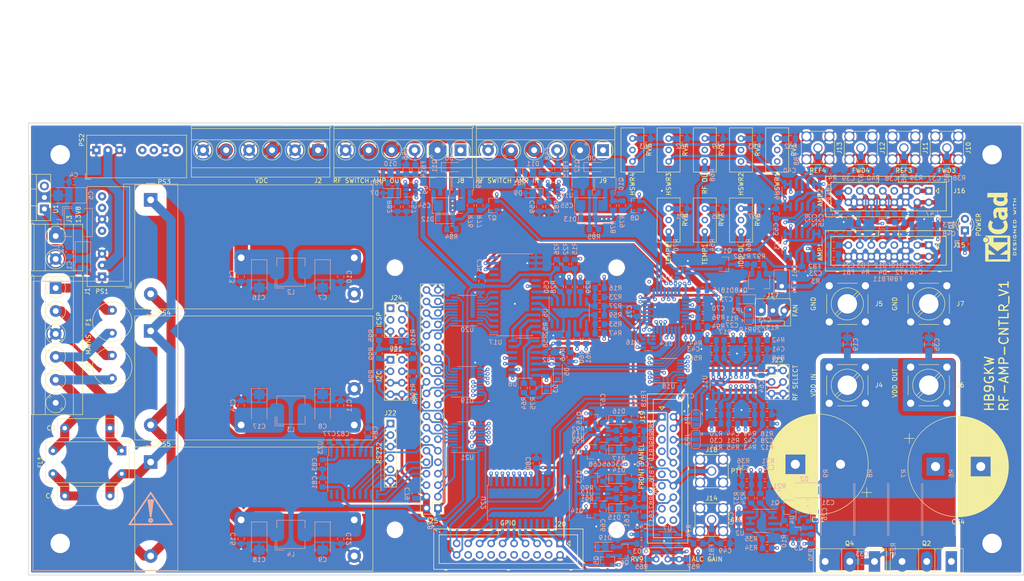
<source format=kicad_pcb>
(kicad_pcb (version 20171130) (host pcbnew 5.1.7+dfsg1-1~bpo10+1)
  (layers (0 F.Cu mixed) (1 In1.Cu jumper) (2 In2.Cu mixed) (31 B.Cu mixed) (34 B.Paste user) (35 F.Paste user hide) (36 B.SilkS user) (37 F.SilkS user hide) (38 B.Mask user hide) (39 F.Mask user hide) (44 Edge.Cuts user))
  (net 0 "")
  (net 1 Earth)
  (net 2 +12V)
  (net 3 -12V)
  (net 4 +5V)
  (net 5 +3V3)
  (net 6 /CONTROLLER/RXD1_RS)
  (net 7 /CONTROLLER/TXD1_RS)
  (net 8 /CONTROLLER/RXD0_RS)
  (net 9 /CONTROLLER/TXD0_RS)
  (net 10 /CONTROLLER/TXD1)
  (net 11 /CONTROLLER/TXD0)
  (net 12 /CONTROLLER/RXD0)
  (net 13 /CONTROLLER/RXD1)
  (net 14 "Net-(D1-Pad1)")
  (net 15 "Net-(D3-Pad1)")
  (net 16 "Net-(D3-Pad2)")
  (net 17 "Net-(Q1-Pad3)")
  (net 18 "Net-(Q3-Pad3)")
  (net 19 "Net-(C1-Pad1)")
  (net 20 "Net-(C3-Pad2)")
  (net 21 "Net-(C3-Pad1)")
  (net 22 "Net-(C4-Pad1)")
  (net 23 "Net-(C6-Pad1)")
  (net 24 "Net-(C6-Pad2)")
  (net 25 /FRONTEND/VDD_IN)
  (net 26 "Net-(C24-Pad1)")
  (net 27 "Net-(C25-Pad1)")
  (net 28 "Net-(C26-Pad1)")
  (net 29 /FRONTEND/VDD_OUT)
  (net 30 "Net-(C39-Pad1)")
  (net 31 "Net-(C40-Pad1)")
  (net 32 /FRONTEND/TEMP1)
  (net 33 /FRONTEND/ALC)
  (net 34 "Net-(C57-Pad1)")
  (net 35 "Net-(C63-Pad1)")
  (net 36 "Net-(C68-Pad1)")
  (net 37 /FRONTEND/RF_OL2)
  (net 38 /FRONTEND/RF_OL1)
  (net 39 /FRONTEND/RF_SW1)
  (net 40 /FRONTEND/RF_SW2)
  (net 41 /FRONTEND/RF_SW1_ON_)
  (net 42 /FRONTEND/RF_SW2_ON_)
  (net 43 "Net-(F1-Pad2)")
  (net 44 "Net-(F2-Pad2)")
  (net 45 /FRONTEND/FWD1)
  (net 46 /FRONTEND/REF1)
  (net 47 /FRONTEND/FWD2)
  (net 48 /FRONTEND/REF2)
  (net 49 /FRONTEND/FWD3)
  (net 50 /FRONTEND/REF3)
  (net 51 /FRONTEND/FWD4)
  (net 52 /FRONTEND/REF4)
  (net 53 /CONTROLLER/PTT)
  (net 54 /CONTROLLER/SDA_PI_LV)
  (net 55 /CONTROLLER/SCL_PI_LV)
  (net 56 /CONTROLLER/RF_OL_LV)
  (net 57 /CONTROLLER/PTT_LV)
  (net 58 /CONTROLLER/OPR_LV)
  (net 59 /CONTROLLER/GATE_ALC_EN_LV)
  (net 60 /CONTROLLER/MOSI_FAN_LV)
  (net 61 /CONTROLLER/MISO_RF_INHIBIT_LV)
  (net 62 /CONTROLLER/RESET_ISP_LV)
  (net 63 /CONTROLLER/SCK_SOFT_ILK_LV)
  (net 64 /CONTROLLER/DISPLAY_LV)
  (net 65 /CONTROLLER/TEMP_LV)
  (net 66 /CONTROLLER/UNBAL_LV)
  (net 67 /CONTROLLER/HSWR3_LV)
  (net 68 /CONTROLLER/HSWR2_LV)
  (net 69 /CONTROLLER/HSWR1_LV)
  (net 70 /CONTROLLER/VDD_LIM_LV)
  (net 71 /CONTROLLER/IDD_OL_LV)
  (net 72 /CONTROLLER/RESET_ILK_LV)
  (net 73 /CONTROLLER/VDD_EN_LV)
  (net 74 /CONTROLLER/FAULT_LV)
  (net 75 /CONTROLLER/ON_AIR_LV)
  (net 76 "Net-(PS1-Pad8)")
  (net 77 "Net-(PS1-Pad5)")
  (net 78 "Net-(PS2-Pad5)")
  (net 79 "Net-(PS2-Pad8)")
  (net 80 "Net-(Q1-Pad2)")
  (net 81 "Net-(Q5-Pad3)")
  (net 82 "Net-(Q6-Pad3)")
  (net 83 "Net-(Q7-Pad3)")
  (net 84 "Net-(Q10-Pad1)")
  (net 85 "Net-(Q12-Pad1)")
  (net 86 "Net-(Q11-Pad1)")
  (net 87 "Net-(Q15-Pad1)")
  (net 88 "Net-(Q16-Pad1)")
  (net 89 "Net-(R11-Pad1)")
  (net 90 "Net-(R12-Pad1)")
  (net 91 "Net-(R13-Pad1)")
  (net 92 "Net-(R14-Pad1)")
  (net 93 "Net-(R15-Pad1)")
  (net 94 "Net-(R16-Pad1)")
  (net 95 "Net-(R28-Pad1)")
  (net 96 "Net-(R28-Pad2)")
  (net 97 "Net-(R42-Pad1)")
  (net 98 "Net-(R43-Pad1)")
  (net 99 "Net-(R45-Pad1)")
  (net 100 "Net-(R57-Pad1)")
  (net 101 "Net-(R61-Pad2)")
  (net 102 "Net-(R63-Pad1)")
  (net 103 /CONTROLLER/RESET_ISP)
  (net 104 /CONTROLLER/HSWR1)
  (net 105 /CONTROLLER/HSWR2)
  (net 106 /CONTROLLER/HSWR3)
  (net 107 /CONTROLLER/RF_OL)
  (net 108 /CONTROLLER/IDD_OL)
  (net 109 /CONTROLLER/VDD_LIM)
  (net 110 /CONTROLLER/TEMP)
  (net 111 /CONTROLLER/ILK)
  (net 112 /CONTROLLER/ILK_HSWR1)
  (net 113 /CONTROLLER/ILK_HSWR2)
  (net 114 /CONTROLLER/ILK_HSWR3)
  (net 115 /CONTROLLER/ILK_RF_OL)
  (net 116 /CONTROLLER/ILK_IDD_OL)
  (net 117 /CONTROLLER/ILK_TEMP1)
  (net 118 /CONTROLLER/ILK_TEMP2)
  (net 119 /CONTROLLER/ON_AIR)
  (net 120 /CONTROLLER/FAULT)
  (net 121 /CONTROLLER/OPR)
  (net 122 /CONTROLLER/RESET_ILK)
  (net 123 /CONTROLLER/DISPLAY)
  (net 124 /CONTROLLER/MOSI_FAN)
  (net 125 /CONTROLLER/MISO_RF_INHIBIT)
  (net 126 /CONTROLLER/SCK_SOFT_ILK)
  (net 127 /CONTROLLER/SCL_PI_HV)
  (net 128 /CONTROLLER/SDA_PI_HV)
  (net 129 /CONTROLLER/GPA7)
  (net 130 /CONTROLLER/GPA6)
  (net 131 /CONTROLLER/GPA5)
  (net 132 /CONTROLLER/GPA4)
  (net 133 /CONTROLLER/GPA3)
  (net 134 /CONTROLLER/GPA2)
  (net 135 /CONTROLLER/GPA1)
  (net 136 /CONTROLLER/GPA0)
  (net 137 /CONTROLLER/GPB7)
  (net 138 /CONTROLLER/GPB6)
  (net 139 /CONTROLLER/GPB5)
  (net 140 /CONTROLLER/GPB4)
  (net 141 /CONTROLLER/GPB3)
  (net 142 /CONTROLLER/GPB2)
  (net 143 /CONTROLLER/GPB1)
  (net 144 /CONTROLLER/GPB0)
  (net 145 "Net-(C58-Pad1)")
  (net 146 "Net-(C59-Pad1)")
  (net 147 "Net-(C60-Pad1)")
  (net 148 "Net-(C61-Pad1)")
  (net 149 "Net-(C62-Pad1)")
  (net 150 "Net-(D4-Pad1)")
  (net 151 "Net-(D11-Pad1)")
  (net 152 /CONTROLLER/PTT_)
  (net 153 /CONTROLLER/OPR_)
  (net 154 /CONTROLLER/RESET_ILK_)
  (net 155 /CONTROLLER/DISPLAY_)
  (net 156 /SCL)
  (net 157 /SDA)
  (net 158 /GATE_ALC_EN)
  (net 159 /RF_SW2_ON)
  (net 160 /RF_SW1_ON)
  (net 161 /TEMP2_MON)
  (net 162 /VDD_EN)
  (net 163 /TEMP1_MON)
  (net 164 /VDD_MON)
  (net 165 /IDD_MON)
  (net 166 /CONTROLLER/SELB)
  (net 167 /CONTROLLER/SELA)
  (net 168 /FWD4_MON)
  (net 169 /FWD1_MON)
  (net 170 /REF1_MON)
  (net 171 /REF4_MON)
  (net 172 "Net-(R24-Pad2)")
  (net 173 "Net-(R29-Pad2)")
  (net 174 "Net-(R29-Pad1)")
  (net 175 "Net-(R32-Pad1)")
  (net 176 "Net-(R33-Pad1)")
  (net 177 "Net-(R34-Pad2)")
  (net 178 "Net-(R37-Pad1)")
  (net 179 "Net-(R44-Pad1)")
  (net 180 "Net-(R46-Pad1)")
  (net 181 "Net-(R47-Pad1)")
  (net 182 "Net-(R54-Pad2)")
  (net 183 "Net-(R55-Pad1)")
  (net 184 "Net-(R60-Pad1)")
  (net 185 "Net-(R60-Pad2)")
  (net 186 "Net-(R61-Pad1)")
  (net 187 "Net-(R62-Pad1)")
  (net 188 "Net-(R65-Pad2)")
  (net 189 "Net-(R66-Pad2)")
  (net 190 "Net-(R67-Pad1)")
  (net 191 /CONTROLLER/ILK_HSWR4)
  (net 192 /CONTROLLER/HSWR4)
  (net 193 /FRONTEND/TEMP2)
  (net 194 "Net-(D5-Pad1)")
  (net 195 "Net-(D5-Pad2)")
  (net 196 /FWD3_MON)
  (net 197 /REF3_MON)
  (net 198 /RF_SW1_EN)
  (net 199 /RF_SW2_EN)
  (net 200 /REF2_MON)
  (net 201 /FWD2_MON)
  (net 202 /FRONTEND/RF_SW1_EN_)
  (net 203 /FRONTEND/RF_SW2_EN_)
  (net 204 "Net-(Q13-Pad1)")
  (net 205 "Net-(Q14-Pad1)")
  (net 206 /+12V_)
  (net 207 /-12V_)
  (net 208 /+5V_)
  (net 209 /CONTROLLER/FAN+)
  (net 210 "Net-(Q17-Pad1)")
  (net 211 "Net-(Q17-Pad3)")
  (net 212 "Net-(C66-Pad1)")
  (net 213 "Net-(C84-Pad1)")
  (net 214 "Net-(C23-Pad1)")
  (net 215 "Net-(C38-Pad1)")
  (net 216 "Net-(C49-Pad1)")
  (net 217 "Net-(C55-Pad1)")
  (net 218 "Net-(C55-Pad2)")
  (net 219 "Net-(C56-Pad1)")
  (net 220 "Net-(C67-Pad1)")
  (net 221 "Net-(C83-Pad1)")
  (net 222 "Net-(R68-Pad2)")
  (net 223 "Net-(R69-Pad1)")
  (net 224 "Net-(R70-Pad2)")
  (net 225 "Net-(R71-Pad1)")
  (net 226 "Net-(R74-Pad2)")
  (net 227 "Net-(U11-Pad3)")
  (net 228 "Net-(U11-Pad13)")
  (net 229 "Net-(U14-Pad2)")
  (net 230 "Net-(U17-Pad11)")
  (net 231 "Net-(U17-Pad14)")
  (net 232 "Net-(U17-Pad19)")
  (net 233 "Net-(U22-Pad20)")
  (net 234 "Net-(U22-Pad19)")
  (net 235 "Net-(U22-Pad14)")
  (net 236 "Net-(U22-Pad11)")
  (net 237 /CONTROLLER/RF_SW2_ON_LV)
  (net 238 /CONTROLLER/RF_SW1_ON_LV)
  (net 239 "Net-(D4-Pad2)")
  (net 240 "Net-(D10-Pad1)")
  (net 241 "Net-(D18-Pad2)")
  (net 242 "Net-(C22-Pad1)")
  (net 243 "Net-(C31-Pad2)")
  (net 244 "Net-(C33-Pad1)")
  (net 245 "Net-(C37-Pad1)")
  (net 246 "Net-(C48-Pad1)")
  (net 247 "Net-(C54-Pad1)")
  (net 248 "Net-(C54-Pad2)")
  (net 249 "Net-(C65-Pad1)")
  (net 250 "Net-(C70-Pad1)")
  (net 251 "Net-(C72-Pad1)")
  (net 252 "Net-(C77-Pad1)")
  (net 253 "Net-(C77-Pad2)")
  (net 254 "Net-(C82-Pad1)")
  (net 255 "Net-(C82-Pad2)")
  (net 256 "Net-(RV3-Pad2)")
  (net 257 "Net-(Q8-Pad3)")
  (net 258 "Net-(Q9-Pad1)")
  (net 259 "Net-(Q18-Pad1)")
  (net 260 "Net-(RV6-Pad2)")
  (net 261 "Net-(D19-Pad2)")
  (net 262 REF)
  (net 263 FWD)
  (module Symbol:Symbol_Attention_CopperTop_Small (layer F.Cu) (at 47 136)
    (fp_text reference REF** hide)
    (fp_text value Symbol_Attention_CopperTop_Small hide)
  )
  (module Symbol:KiCad-Logo2_6mm_SilkScreen (layer F.Cu) (at 234 73 90)
    (fp_text reference REF** hide)
    (fp_text value KiCad-Logo2_6mm_SilkScreen hide)
  )
  (module MountingHole:MountingHole_2.7mm_M2.5 (layer F.Cu) (at 150 140 90)
    (fp_text reference REF** hide)
    (fp_text value MountingHole_2.7mm_M2.5 hide)
    (pad 1 np_thru_hole circle (at 0 0 90) (size 2.7 2.7) (drill 2.7) (layers *.Cu *.Mask))
  )
  (module Inductor_THT:Choke_Schaffner_RN202-04-8.8x18.2mm (layer F.Cu) (at 38 122.5 270)
    (fp_text reference FL1 (at 2.5 15.4 270) (layer F.SilkS))
    (fp_text value EMI_Filter_CommonMode)
    (pad 1 thru_hole rect (at 0 -2.6 270) (size 2 2) (drill 0.9) (layers *.Cu *.Mask) (net 21 "Net-(C3-Pad1)"))
    (pad 2 thru_hole circle (at 5.1 -2.6 270) (size 2 2) (drill 0.9) (layers *.Cu *.Mask) (net 23 "Net-(C6-Pad1)"))
    (pad 3 thru_hole circle (at 0 12.6 270) (size 2 2) (drill 0.9) (layers *.Cu *.Mask) (net 20 "Net-(C3-Pad2)"))
    (pad 4 thru_hole circle (at 5.1 12.6 270) (size 2 2) (drill 0.9) (layers *.Cu *.Mask) (net 24 "Net-(C6-Pad2)"))
  )
  (module my-library-footprints:Converter_DCDC_XP_POWER-ITXxxxxSA_THT (layer F.Cu) (at 35 56 90)
    (fp_text reference PS2 (at 2.25 -3.25 90) (layer F.SilkS))
    (fp_text value ITQ2405SA)
    (pad 5 thru_hole circle (at 0 10.16 90) (size 1.85 1.85) (drill 0.85) (layers *.Cu *.Mask) (net 78 "Net-(PS2-Pad5)"))
    (pad 3 thru_hole circle (at 0 5.08 90) (size 1.85 1.85) (drill 0.85) (layers *.Cu *.Mask) (net 1 Earth))
    (pad 8 thru_hole circle (at 0 17.78 90) (size 1.85 1.85) (drill 0.85) (layers *.Cu *.Mask) (net 79 "Net-(PS2-Pad8)"))
    (pad 7 thru_hole circle (at 0 15.24 90) (size 1.85 1.85) (drill 0.85) (layers *.Cu *.Mask) (net 1 Earth))
    (pad 6 thru_hole circle (at 0 12.7 90) (size 1.85 1.85) (drill 0.85) (layers *.Cu *.Mask) (net 208 /+5V_))
    (pad 2 thru_hole circle (at 0 2.54 90) (size 1.85 1.85) (drill 0.85) (layers *.Cu *.Mask) (net 22 "Net-(C4-Pad1)"))
    (pad 1 thru_hole rect (at 0 0 90) (size 1.85 1.85) (drill 0.85) (layers *.Cu *.Mask) (net 1 Earth))
  )
  (module MountingHole:MountingHole_2.7mm_M2.5 (layer F.Cu) (at 150 82 90)
    (fp_text reference REF** hide)
    (fp_text value MountingHole_2.7mm_M2.5 hide)
    (pad "" np_thru_hole circle (at 0 0 90) (size 2.7 2.7) (drill 2.7) (layers *.Cu *.Mask))
  )
  (module MountingHole:MountingHole_2.7mm_M2.5 (layer F.Cu) (at 101 82 90)
    (fp_text reference REF** hide)
    (fp_text value MountingHole_2.7mm_M2.5 hide)
    (pad 1 np_thru_hole circle (at 0 0 90) (size 2.7 2.7) (drill 2.7) (layers *.Cu *.Mask))
  )
  (module MountingHole:MountingHole_2.7mm_M2.5 (layer F.Cu) (at 101 140 90)
    (fp_text reference REF** hide)
    (fp_text value MountingHole_2.7mm_M2.5 hide)
    (pad 1 np_thru_hole circle (at 0 0 90) (size 2.7 2.7) (drill 2.7) (layers *.Cu *.Mask))
  )
  (module MountingHole:MountingHole_4.3mm_M4_Pad (layer F.Cu) (at 27 143)
    (fp_text reference REF** hide)
    (fp_text value MountingHole_4.3mm_M4_Pad hide)
    (pad 1 thru_hole circle (at 0 0) (size 8.6 8.6) (drill 4.3) (layers *.Cu *.Mask) (net 1 Earth))
  )
  (module MountingHole:MountingHole_4.3mm_M4_Pad (layer F.Cu) (at 233 143)
    (fp_text reference REF** hide)
    (fp_text value MountingHole_4.3mm_M4_Pad hide)
    (pad 1 thru_hole circle (at 0 0) (size 8.6 8.6) (drill 4.3) (layers *.Cu *.Mask) (net 1 Earth))
  )
  (module MountingHole:MountingHole_4.3mm_M4_Pad (layer F.Cu) (at 233 57)
    (fp_text reference REF** hide)
    (fp_text value MountingHole_4.3mm_M4_Pad hide)
    (pad 1 thru_hole circle (at 0 0) (size 8.6 8.6) (drill 4.3) (layers *.Cu *.Mask) (net 1 Earth))
  )
  (module MountingHole:MountingHole_4.3mm_M4_Pad (layer F.Cu) (at 27 57)
    (fp_text reference REF** hide)
    (fp_text value MountingHole_4.3mm_M4_Pad hide)
    (pad 1 thru_hole circle (at 0 0) (size 8.6 8.6) (drill 4.3) (layers *.Cu *.Mask) (net 1 Earth))
  )
  (module Capacitor_THT:C_Rect_L13.0mm_W4.0mm_P10.00mm_FKS3_FKP3_MKS4 (layer F.Cu) (at 38 117.5 180)
    (fp_text reference C3 (at 13 0) (layer F.SilkS))
    (fp_text value 68n)
    (pad 2 thru_hole circle (at 10 0 180) (size 2 2) (drill 1) (layers *.Cu *.Mask) (net 20 "Net-(C3-Pad2)"))
    (pad 1 thru_hole circle (at 0 0 180) (size 2 2) (drill 1) (layers *.Cu *.Mask) (net 21 "Net-(C3-Pad1)"))
  )
  (module Capacitor_THT:C_Rect_L13.0mm_W4.0mm_P10.00mm_FKS3_FKP3_MKS4 (layer F.Cu) (at 38 132.5 180)
    (fp_text reference C6 (at 13.25 0) (layer F.SilkS))
    (fp_text value 68n)
    (pad 1 thru_hole circle (at 0 0 180) (size 2 2) (drill 1) (layers *.Cu *.Mask) (net 23 "Net-(C6-Pad1)"))
    (pad 2 thru_hole circle (at 10 0 180) (size 2 2) (drill 1) (layers *.Cu *.Mask) (net 24 "Net-(C6-Pad2)"))
  )
  (module Converter_ACDC:Converter_ACDC_MeanWell_IRM-20-xx_THT (layer F.Cu) (at 47 67)
    (fp_text reference PS3 (at 3 -4) (layer F.SilkS))
    (fp_text value IRM-20-12)
    (pad 3 thru_hole circle (at 45 20.8) (size 3 3) (drill 1.5) (layers *.Cu *.Mask) (net 1 Earth))
    (pad 2 thru_hole circle (at 0 20.8) (size 3 3) (drill 1.5) (layers *.Cu *.Mask) (net 24 "Net-(C6-Pad2)"))
    (pad 4 thru_hole circle (at 45 12.8) (size 3 3) (drill 1.5) (layers *.Cu *.Mask) (net 206 /+12V_))
    (pad 1 thru_hole rect (at 0 0) (size 3 3) (drill 1.5) (layers *.Cu *.Mask) (net 23 "Net-(C6-Pad1)"))
  )
  (module Converter_ACDC:Converter_ACDC_MeanWell_IRM-20-xx_THT (layer F.Cu) (at 47 96)
    (fp_text reference PS4 (at 3 -4 180) (layer F.SilkS))
    (fp_text value IRM-20-12)
    (pad 1 thru_hole rect (at 0 0) (size 3 3) (drill 1.5) (layers *.Cu *.Mask) (net 23 "Net-(C6-Pad1)"))
    (pad 4 thru_hole circle (at 45 12.8) (size 3 3) (drill 1.5) (layers *.Cu *.Mask) (net 1 Earth))
    (pad 2 thru_hole circle (at 0 20.8) (size 3 3) (drill 1.5) (layers *.Cu *.Mask) (net 24 "Net-(C6-Pad2)"))
    (pad 3 thru_hole circle (at 45 20.8) (size 3 3) (drill 1.5) (layers *.Cu *.Mask) (net 207 /-12V_))
  )
  (module Converter_ACDC:Converter_ACDC_MeanWell_IRM-20-xx_THT (layer F.Cu) (at 47 125)
    (fp_text reference PS5 (at 3 -4) (layer F.SilkS))
    (fp_text value IRM-20-5)
    (pad 3 thru_hole circle (at 45 20.8) (size 3 3) (drill 1.5) (layers *.Cu *.Mask) (net 1 Earth))
    (pad 2 thru_hole circle (at 0 20.8) (size 3 3) (drill 1.5) (layers *.Cu *.Mask) (net 24 "Net-(C6-Pad2)"))
    (pad 4 thru_hole circle (at 45 12.8) (size 3 3) (drill 1.5) (layers *.Cu *.Mask) (net 208 /+5V_))
    (pad 1 thru_hole rect (at 0 0) (size 3 3) (drill 1.5) (layers *.Cu *.Mask) (net 23 "Net-(C6-Pad1)"))
  )
  (module Fuse:Fuse_Littelfuse_372_D8.50mm (layer F.Cu) (at 38.5 96.5 90)
    (fp_text reference F1 (at 2.5 -5.25 270) (layer F.SilkS))
    (fp_text value 1AT)
    (pad 1 thru_hole circle (at 0 0 90) (size 2 2) (drill 1) (layers *.Cu *.Mask) (net 21 "Net-(C3-Pad1)"))
    (pad 2 thru_hole circle (at 5.08 0 90) (size 2 2) (drill 1) (layers *.Cu *.Mask) (net 43 "Net-(F1-Pad2)"))
  )
  (module Fuse:Fuse_Littelfuse_372_D8.50mm (layer F.Cu) (at 38.5 106.5 90)
    (fp_text reference F2 (at 2.5 -5.25 270) (layer F.SilkS))
    (fp_text value 1AT)
    (pad 2 thru_hole circle (at 5.08 0 90) (size 2 2) (drill 1) (layers *.Cu *.Mask) (net 44 "Net-(F2-Pad2)"))
    (pad 1 thru_hole circle (at 0 0 90) (size 2 2) (drill 1) (layers *.Cu *.Mask) (net 20 "Net-(C3-Pad2)"))
  )
  (module TerminalBlock_Phoenix:TerminalBlock_Phoenix_MKDS-3-6-5.08_1x06_P5.08mm_Horizontal (layer F.Cu) (at 26 86.5 270)
    (fp_text reference J1 (at 0.75 -7 270) (layer F.SilkS))
    (fp_text value VAC)
    (pad 6 thru_hole circle (at 25.4 0 270) (size 2.6 2.6) (drill 1.3) (layers *.Cu *.Mask) (net 1 Earth))
    (pad 5 thru_hole circle (at 20.32 0 270) (size 2.6 2.6) (drill 1.3) (layers *.Cu *.Mask) (net 20 "Net-(C3-Pad2)"))
    (pad 4 thru_hole circle (at 15.24 0 270) (size 2.6 2.6) (drill 1.3) (layers *.Cu *.Mask) (net 21 "Net-(C3-Pad1)"))
    (pad 3 thru_hole circle (at 10.16 0 270) (size 2.6 2.6) (drill 1.3) (layers *.Cu *.Mask) (net 1 Earth))
    (pad 2 thru_hole circle (at 5.08 0 270) (size 2.6 2.6) (drill 1.3) (layers *.Cu *.Mask) (net 44 "Net-(F2-Pad2)"))
    (pad 1 thru_hole rect (at 0 0 270) (size 2.6 2.6) (drill 1.3) (layers *.Cu *.Mask) (net 43 "Net-(F1-Pad2)"))
  )
  (module TerminalBlock_Phoenix:TerminalBlock_Phoenix_MKDS-3-6-5.08_1x06_P5.08mm_Horizontal (layer F.Cu) (at 84 56 180)
    (fp_text reference J2 (at 0 -6.75) (layer F.SilkS))
    (fp_text value VDC)
    (pad 1 thru_hole rect (at 0 0 180) (size 2.6 2.6) (drill 1.3) (layers *.Cu *.Mask) (net 2 +12V))
    (pad 2 thru_hole circle (at 5.08 0 180) (size 2.6 2.6) (drill 1.3) (layers *.Cu *.Mask) (net 1 Earth))
    (pad 3 thru_hole circle (at 10.16 0 180) (size 2.6 2.6) (drill 1.3) (layers *.Cu *.Mask) (net 3 -12V))
    (pad 4 thru_hole circle (at 15.24 0 180) (size 2.6 2.6) (drill 1.3) (layers *.Cu *.Mask) (net 1 Earth))
    (pad 5 thru_hole circle (at 20.32 0 180) (size 2.6 2.6) (drill 1.3) (layers *.Cu *.Mask) (net 4 +5V))
    (pad 6 thru_hole circle (at 25.4 0 180) (size 2.6 2.6) (drill 1.3) (layers *.Cu *.Mask) (net 1 Earth))
  )
  (module TerminalBlock_Phoenix:TerminalBlock_Phoenix_MKDS-3-2-5.08_1x02_P5.08mm_Horizontal (layer F.Cu) (at 26 75 270)
    (fp_text reference J3 (at -3.75 -3 90) (layer F.SilkS))
    (fp_text value ext_13V8)
    (pad 1 thru_hole rect (at 0 0 270) (size 2.6 2.6) (drill 1.3) (layers *.Cu *.Mask) (net 19 "Net-(C1-Pad1)"))
    (pad 2 thru_hole circle (at 5.08 0 270) (size 2.6 2.6) (drill 1.3) (layers *.Cu *.Mask) (net 1 Earth))
  )
  (module TerminalBlock_Phoenix:TerminalBlock_Phoenix_MKDS-3-6-5.08_1x06_P5.08mm_Horizontal (layer F.Cu) (at 115.5 56 180)
    (fp_text reference J8 (at 0 -6.75) (layer F.SilkS))
    (fp_text value "RF SWITCH AMP OUT")
    (pad 1 thru_hole rect (at 0 0 180) (size 2.6 2.6) (drill 1.3) (layers *.Cu *.Mask) (net 202 /FRONTEND/RF_SW1_EN_))
    (pad 2 thru_hole circle (at 5.08 0 180) (size 2.6 2.6) (drill 1.3) (layers *.Cu *.Mask) (net 39 /FRONTEND/RF_SW1))
    (pad 3 thru_hole circle (at 10.16 0 180) (size 2.6 2.6) (drill 1.3) (layers *.Cu *.Mask) (net 41 /FRONTEND/RF_SW1_ON_))
    (pad 4 thru_hole circle (at 15.24 0 180) (size 2.6 2.6) (drill 1.3) (layers *.Cu *.Mask) (net 3 -12V))
    (pad 5 thru_hole circle (at 20.32 0 180) (size 2.6 2.6) (drill 1.3) (layers *.Cu *.Mask) (net 2 +12V))
    (pad 6 thru_hole circle (at 25.4 0 180) (size 2.6 2.6) (drill 1.3) (layers *.Cu *.Mask) (net 1 Earth))
  )
  (module TerminalBlock_Phoenix:TerminalBlock_Phoenix_MKDS-3-6-5.08_1x06_P5.08mm_Horizontal (layer F.Cu) (at 147 56 180)
    (fp_text reference J9 (at 0 -6.75) (layer F.SilkS))
    (fp_text value "RF SWITCH AMP IN")
    (pad 6 thru_hole circle (at 25.4 0 180) (size 2.6 2.6) (drill 1.3) (layers *.Cu *.Mask) (net 1 Earth))
    (pad 5 thru_hole circle (at 20.32 0 180) (size 2.6 2.6) (drill 1.3) (layers *.Cu *.Mask) (net 2 +12V))
    (pad 4 thru_hole circle (at 15.24 0 180) (size 2.6 2.6) (drill 1.3) (layers *.Cu *.Mask) (net 3 -12V))
    (pad 3 thru_hole circle (at 10.16 0 180) (size 2.6 2.6) (drill 1.3) (layers *.Cu *.Mask) (net 42 /FRONTEND/RF_SW2_ON_))
    (pad 2 thru_hole circle (at 5.08 0 180) (size 2.6 2.6) (drill 1.3) (layers *.Cu *.Mask) (net 40 /FRONTEND/RF_SW2))
    (pad 1 thru_hole rect (at 0 0 180) (size 2.6 2.6) (drill 1.3) (layers *.Cu *.Mask) (net 203 /FRONTEND/RF_SW2_EN_))
  )
  (module Capacitor_Tantalum_SMD:CP_EIA-6032-28_Kemet-C (layer B.Cu) (at 32 80 270)
    (fp_text reference C1 (at 1.5 3 270) (layer B.SilkS) (effects (justify mirror)))
    (fp_text value 47u)
    (pad 2 smd roundrect (at 2.4625 0 270) (size 2.075 2.35) (layers B.Cu B.Paste B.Mask) (roundrect_rratio 0.120482) (net 1 Earth))
    (pad 1 smd roundrect (at -2.4625 0 270) (size 2.075 2.35) (layers B.Cu B.Paste B.Mask) (roundrect_rratio 0.120482) (net 19 "Net-(C1-Pad1)"))
  )
  (module Capacitor_SMD:C_0805_2012Metric_Pad1.15x1.40mm_HandSolder (layer B.Cu) (at 29 78.5 270)
    (fp_text reference C2 (at -0.75 1.8 90) (layer B.SilkS) (effects (justify mirror)))
    (fp_text value 100n)
    (pad 2 smd roundrect (at 1.025 0 270) (size 1.15 1.4) (layers B.Cu B.Paste B.Mask) (roundrect_rratio 0.217391) (net 1 Earth))
    (pad 1 smd roundrect (at -1.025 0 270) (size 1.15 1.4) (layers B.Cu B.Paste B.Mask) (roundrect_rratio 0.217391) (net 19 "Net-(C1-Pad1)"))
  )
  (module Capacitor_SMD:C_0805_2012Metric_Pad1.15x1.40mm_HandSolder (layer B.Cu) (at 30 63 180)
    (fp_text reference C4 (at 0 1.5) (layer B.SilkS) (effects (justify mirror)))
    (fp_text value 100n)
    (pad 1 smd roundrect (at -1.025 0 180) (size 1.15 1.4) (layers B.Cu B.Paste B.Mask) (roundrect_rratio 0.217391) (net 22 "Net-(C4-Pad1)"))
    (pad 2 smd roundrect (at 1.025 0 180) (size 1.15 1.4) (layers B.Cu B.Paste B.Mask) (roundrect_rratio 0.217391) (net 1 Earth))
  )
  (module Capacitor_Tantalum_SMD:CP_EIA-6032-28_Kemet-C (layer B.Cu) (at 29 66 180)
    (fp_text reference C5 (at -4.75 0 270) (layer B.SilkS) (effects (justify mirror)))
    (fp_text value 47u)
    (pad 1 smd roundrect (at -2.4625 0 180) (size 2.075 2.35) (layers B.Cu B.Paste B.Mask) (roundrect_rratio 0.120482) (net 22 "Net-(C4-Pad1)"))
    (pad 2 smd roundrect (at 2.4625 0 180) (size 2.075 2.35) (layers B.Cu B.Paste B.Mask) (roundrect_rratio 0.120482) (net 1 Earth))
  )
  (module Capacitor_Tantalum_SMD:CP_EIA-6032-28_Kemet-C (layer B.Cu) (at 85 84 270)
    (fp_text reference C7 (at 4.6 0) (layer B.SilkS) (effects (justify mirror)))
    (fp_text value 47u)
    (pad 1 smd roundrect (at -2.4625 0 270) (size 2.075 2.35) (layers B.Cu B.Paste B.Mask) (roundrect_rratio 0.120482) (net 206 /+12V_))
    (pad 2 smd roundrect (at 2.4625 0 270) (size 2.075 2.35) (layers B.Cu B.Paste B.Mask) (roundrect_rratio 0.120482) (net 1 Earth))
  )
  (module Capacitor_Tantalum_SMD:CP_EIA-6032-28_Kemet-C (layer B.Cu) (at 85 112.5 270)
    (fp_text reference C8 (at 4.6 0 180) (layer B.SilkS) (effects (justify mirror)))
    (fp_text value 47u)
    (pad 1 smd roundrect (at -2.4625 0 270) (size 2.075 2.35) (layers B.Cu B.Paste B.Mask) (roundrect_rratio 0.120482) (net 1 Earth))
    (pad 2 smd roundrect (at 2.4625 0 270) (size 2.075 2.35) (layers B.Cu B.Paste B.Mask) (roundrect_rratio 0.120482) (net 207 /-12V_))
  )
  (module Capacitor_Tantalum_SMD:CP_EIA-6032-28_Kemet-C (layer B.Cu) (at 85 142 270)
    (fp_text reference C9 (at 4.6 0 180) (layer B.SilkS) (effects (justify mirror)))
    (fp_text value 47u)
    (pad 2 smd roundrect (at 2.4625 0 270) (size 2.075 2.35) (layers B.Cu B.Paste B.Mask) (roundrect_rratio 0.120482) (net 1 Earth))
    (pad 1 smd roundrect (at -2.4625 0 270) (size 2.075 2.35) (layers B.Cu B.Paste B.Mask) (roundrect_rratio 0.120482) (net 208 /+5V_))
  )
  (module Capacitor_SMD:C_0805_2012Metric_Pad1.15x1.40mm_HandSolder (layer B.Cu) (at 89 84 270)
    (fp_text reference C10 (at 0 -1.9 90) (layer B.SilkS) (effects (justify mirror)))
    (fp_text value 100n)
    (pad 1 smd roundrect (at -1.025 0 270) (size 1.15 1.4) (layers B.Cu B.Paste B.Mask) (roundrect_rratio 0.217391) (net 206 /+12V_))
    (pad 2 smd roundrect (at 1.025 0 270) (size 1.15 1.4) (layers B.Cu B.Paste B.Mask) (roundrect_rratio 0.217391) (net 1 Earth))
  )
  (module Capacitor_SMD:C_0805_2012Metric_Pad1.15x1.40mm_HandSolder (layer B.Cu) (at 89 112.5 90)
    (fp_text reference C11 (at 0 1.9 90) (layer B.SilkS) (effects (justify mirror)))
    (fp_text value 100n)
    (pad 1 smd roundrect (at -1.025 0 90) (size 1.15 1.4) (layers B.Cu B.Paste B.Mask) (roundrect_rratio 0.217391) (net 207 /-12V_))
    (pad 2 smd roundrect (at 1.025 0 90) (size 1.15 1.4) (layers B.Cu B.Paste B.Mask) (roundrect_rratio 0.217391) (net 1 Earth))
  )
  (module Capacitor_SMD:C_0805_2012Metric_Pad1.15x1.40mm_HandSolder (layer B.Cu) (at 89 142 270)
    (fp_text reference C12 (at 0 -1.8 90) (layer B.SilkS) (effects (justify mirror)))
    (fp_text value 100n)
    (pad 2 smd roundrect (at 1.025 0 270) (size 1.15 1.4) (layers B.Cu B.Paste B.Mask) (roundrect_rratio 0.217391) (net 1 Earth))
    (pad 1 smd roundrect (at -1.025 0 270) (size 1.15 1.4) (layers B.Cu B.Paste B.Mask) (roundrect_rratio 0.217391) (net 208 /+5V_))
  )
  (module Capacitor_SMD:C_0805_2012Metric_Pad1.15x1.40mm_HandSolder (layer B.Cu) (at 67 84 270)
    (fp_text reference C13 (at 0 2 270) (layer B.SilkS) (effects (justify mirror)))
    (fp_text value 100n)
    (pad 2 smd roundrect (at 1.025 0 270) (size 1.15 1.4) (layers B.Cu B.Paste B.Mask) (roundrect_rratio 0.217391) (net 1 Earth))
    (pad 1 smd roundrect (at -1.025 0 270) (size 1.15 1.4) (layers B.Cu B.Paste B.Mask) (roundrect_rratio 0.217391) (net 2 +12V))
  )
  (module Capacitor_SMD:C_0805_2012Metric_Pad1.15x1.40mm_HandSolder (layer B.Cu) (at 67 112.5 90)
    (fp_text reference C14 (at 0 -1.8 90) (layer B.SilkS) (effects (justify mirror)))
    (fp_text value 100n)
    (pad 2 smd roundrect (at 1.025 0 90) (size 1.15 1.4) (layers B.Cu B.Paste B.Mask) (roundrect_rratio 0.217391) (net 1 Earth))
    (pad 1 smd roundrect (at -1.025 0 90) (size 1.15 1.4) (layers B.Cu B.Paste B.Mask) (roundrect_rratio 0.217391) (net 3 -12V))
  )
  (module Capacitor_SMD:C_0805_2012Metric_Pad1.15x1.40mm_HandSolder (layer B.Cu) (at 67 142 270)
    (fp_text reference C15 (at 0 1.8 90) (layer B.SilkS) (effects (justify mirror)))
    (fp_text value 100n)
    (pad 1 smd roundrect (at -1.025 0 270) (size 1.15 1.4) (layers B.Cu B.Paste B.Mask) (roundrect_rratio 0.217391) (net 4 +5V))
    (pad 2 smd roundrect (at 1.025 0 270) (size 1.15 1.4) (layers B.Cu B.Paste B.Mask) (roundrect_rratio 0.217391) (net 1 Earth))
  )
  (module Capacitor_Tantalum_SMD:CP_EIA-6032-28_Kemet-C (layer B.Cu) (at 71 84 270)
    (fp_text reference C16 (at 4.6 0.1) (layer B.SilkS) (effects (justify mirror)))
    (fp_text value 47u)
    (pad 1 smd roundrect (at -2.4625 0 270) (size 2.075 2.35) (layers B.Cu B.Paste B.Mask) (roundrect_rratio 0.120482) (net 2 +12V))
    (pad 2 smd roundrect (at 2.4625 0 270) (size 2.075 2.35) (layers B.Cu B.Paste B.Mask) (roundrect_rratio 0.120482) (net 1 Earth))
  )
  (module Capacitor_Tantalum_SMD:CP_EIA-6032-28_Kemet-C (layer B.Cu) (at 71 112.5 270)
    (fp_text reference C17 (at 4.6 0 180) (layer B.SilkS) (effects (justify mirror)))
    (fp_text value 47u)
    (pad 2 smd roundrect (at 2.4625 0 270) (size 2.075 2.35) (layers B.Cu B.Paste B.Mask) (roundrect_rratio 0.120482) (net 3 -12V))
    (pad 1 smd roundrect (at -2.4625 0 270) (size 2.075 2.35) (layers B.Cu B.Paste B.Mask) (roundrect_rratio 0.120482) (net 1 Earth))
  )
  (module Capacitor_Tantalum_SMD:CP_EIA-6032-28_Kemet-C (layer B.Cu) (at 71 142 270)
    (fp_text reference C18 (at 4.6 0 180) (layer B.SilkS) (effects (justify mirror)))
    (fp_text value 47u)
    (pad 2 smd roundrect (at 2.4625 0 270) (size 2.075 2.35) (layers B.Cu B.Paste B.Mask) (roundrect_rratio 0.120482) (net 1 Earth))
    (pad 1 smd roundrect (at -2.4625 0 270) (size 2.075 2.35) (layers B.Cu B.Paste B.Mask) (roundrect_rratio 0.120482) (net 4 +5V))
  )
  (module LED_THT:LED_D3.0mm (layer F.Cu) (at 227 73.75 90)
    (fp_text reference D1 (at 1.25 -3 270) (layer F.SilkS))
    (fp_text value Power)
    (pad 1 thru_hole rect (at 0 0 90) (size 1.8 1.8) (drill 0.9) (layers *.Cu *.Mask) (net 14 "Net-(D1-Pad1)"))
    (pad 2 thru_hole circle (at 2.54 0 90) (size 1.8 1.8) (drill 0.9) (layers *.Cu *.Mask) (net 2 +12V))
  )
  (module Connector_Multicomp:Multicomp_MC9A12-1634_2x08_P2.54mm_Vertical (layer F.Cu) (at 219 77 180)
    (fp_text reference J15 (at -6.75 0) (layer F.SilkS))
    (fp_text value AMP1)
    (pad 1 thru_hole rect (at 0 0 180) (size 1.7 1.7) (drill 1) (layers *.Cu *.Mask) (net 2 +12V))
    (pad 2 thru_hole circle (at 0 -2.54 180) (size 1.7 1.7) (drill 1) (layers *.Cu *.Mask) (net 3 -12V))
    (pad 3 thru_hole circle (at 2.54 0 180) (size 1.7 1.7) (drill 1) (layers *.Cu *.Mask) (net 2 +12V))
    (pad 4 thru_hole circle (at 2.54 -2.54 180) (size 1.7 1.7) (drill 1) (layers *.Cu *.Mask) (net 3 -12V))
    (pad 5 thru_hole circle (at 5.08 0 180) (size 1.7 1.7) (drill 1) (layers *.Cu *.Mask) (net 1 Earth))
    (pad 6 thru_hole circle (at 5.08 -2.54 180) (size 1.7 1.7) (drill 1) (layers *.Cu *.Mask) (net 1 Earth))
    (pad 7 thru_hole circle (at 7.62 0 180) (size 1.7 1.7) (drill 1) (layers *.Cu *.Mask) (net 158 /GATE_ALC_EN))
    (pad 8 thru_hole circle (at 7.62 -2.54 180) (size 1.7 1.7) (drill 1) (layers *.Cu *.Mask) (net 1 Earth))
    (pad 9 thru_hole circle (at 10.16 0 180) (size 1.7 1.7) (drill 1) (layers *.Cu *.Mask) (net 32 /FRONTEND/TEMP1))
    (pad 10 thru_hole circle (at 10.16 -2.54 180) (size 1.7 1.7) (drill 1) (layers *.Cu *.Mask) (net 1 Earth))
    (pad 11 thru_hole circle (at 12.7 0 180) (size 1.7 1.7) (drill 1) (layers *.Cu *.Mask) (net 38 /FRONTEND/RF_OL1))
    (pad 12 thru_hole circle (at 12.7 -2.54 180) (size 1.7 1.7) (drill 1) (layers *.Cu *.Mask) (net 1 Earth))
    (pad 13 thru_hole circle (at 15.24 0 180) (size 1.7 1.7) (drill 1) (layers *.Cu *.Mask) (net 45 /FRONTEND/FWD1))
    (pad 14 thru_hole circle (at 15.24 -2.54 180) (size 1.7 1.7) (drill 1) (layers *.Cu *.Mask) (net 1 Earth))
    (pad 15 thru_hole circle (at 17.78 0 180) (size 1.7 1.7) (drill 1) (layers *.Cu *.Mask) (net 46 /FRONTEND/REF1))
    (pad 16 thru_hole circle (at 17.78 -2.54 180) (size 1.7 1.7) (drill 1) (layers *.Cu *.Mask) (net 1 Earth))
  )
  (module Connector_Multicomp:Multicomp_MC9A12-1634_2x08_P2.54mm_Vertical (layer F.Cu) (at 219 65 180)
    (fp_text reference J16 (at -6.75 0) (layer F.SilkS))
    (fp_text value AMP2)
    (pad 16 thru_hole circle (at 17.78 -2.54 180) (size 1.7 1.7) (drill 1) (layers *.Cu *.Mask) (net 1 Earth))
    (pad 15 thru_hole circle (at 17.78 0 180) (size 1.7 1.7) (drill 1) (layers *.Cu *.Mask) (net 48 /FRONTEND/REF2))
    (pad 14 thru_hole circle (at 15.24 -2.54 180) (size 1.7 1.7) (drill 1) (layers *.Cu *.Mask) (net 1 Earth))
    (pad 13 thru_hole circle (at 15.24 0 180) (size 1.7 1.7) (drill 1) (layers *.Cu *.Mask) (net 47 /FRONTEND/FWD2))
    (pad 12 thru_hole circle (at 12.7 -2.54 180) (size 1.7 1.7) (drill 1) (layers *.Cu *.Mask) (net 1 Earth))
    (pad 11 thru_hole circle (at 12.7 0 180) (size 1.7 1.7) (drill 1) (layers *.Cu *.Mask) (net 37 /FRONTEND/RF_OL2))
    (pad 10 thru_hole circle (at 10.16 -2.54 180) (size 1.7 1.7) (drill 1) (layers *.Cu *.Mask) (net 1 Earth))
    (pad 9 thru_hole circle (at 10.16 0 180) (size 1.7 1.7) (drill 1) (layers *.Cu *.Mask) (net 193 /FRONTEND/TEMP2))
    (pad 8 thru_hole circle (at 7.62 -2.54 180) (size 1.7 1.7) (drill 1) (layers *.Cu *.Mask) (net 1 Earth))
    (pad 7 thru_hole circle (at 7.62 0 180) (size 1.7 1.7) (drill 1) (layers *.Cu *.Mask) (net 158 /GATE_ALC_EN))
    (pad 6 thru_hole circle (at 5.08 -2.54 180) (size 1.7 1.7) (drill 1) (layers *.Cu *.Mask) (net 1 Earth))
    (pad 5 thru_hole circle (at 5.08 0 180) (size 1.7 1.7) (drill 1) (layers *.Cu *.Mask) (net 1 Earth))
    (pad 4 thru_hole circle (at 2.54 -2.54 180) (size 1.7 1.7) (drill 1) (layers *.Cu *.Mask) (net 3 -12V))
    (pad 3 thru_hole circle (at 2.54 0 180) (size 1.7 1.7) (drill 1) (layers *.Cu *.Mask) (net 2 +12V))
    (pad 2 thru_hole circle (at 0 -2.54 180) (size 1.7 1.7) (drill 1) (layers *.Cu *.Mask) (net 3 -12V))
    (pad 1 thru_hole rect (at 0 0 180) (size 1.7 1.7) (drill 1) (layers *.Cu *.Mask) (net 2 +12V))
  )
  (module Connector_PinHeader_2.54mm:PinHeader_2x20_P2.54mm_Vertical (layer F.Cu) (at 110.5 135.2 180)
    (fp_text reference J25 (at 1.3 -2.8) (layer F.SilkS))
    (fp_text value Raspberry_Pi_2_3)
    (pad 1 thru_hole rect (at 0 0 180) (size 1.7 1.7) (drill 1) (layers *.Cu *.Mask) (net 5 +3V3))
    (pad 2 thru_hole oval (at 2.54 0 180) (size 1.7 1.7) (drill 1) (layers *.Cu *.Mask) (net 4 +5V))
    (pad 3 thru_hole oval (at 0 2.54 180) (size 1.7 1.7) (drill 1) (layers *.Cu *.Mask) (net 54 /CONTROLLER/SDA_PI_LV))
    (pad 4 thru_hole oval (at 2.54 2.54 180) (size 1.7 1.7) (drill 1) (layers *.Cu *.Mask) (net 4 +5V))
    (pad 5 thru_hole oval (at 0 5.08 180) (size 1.7 1.7) (drill 1) (layers *.Cu *.Mask) (net 55 /CONTROLLER/SCL_PI_LV))
    (pad 6 thru_hole oval (at 2.54 5.08 180) (size 1.7 1.7) (drill 1) (layers *.Cu *.Mask) (net 1 Earth))
    (pad 7 thru_hole oval (at 0 7.62 180) (size 1.7 1.7) (drill 1) (layers *.Cu *.Mask) (net 74 /CONTROLLER/FAULT_LV))
    (pad 8 thru_hole oval (at 2.54 7.62 180) (size 1.7 1.7) (drill 1) (layers *.Cu *.Mask) (net 11 /CONTROLLER/TXD0))
    (pad 9 thru_hole oval (at 0 10.16 180) (size 1.7 1.7) (drill 1) (layers *.Cu *.Mask) (net 1 Earth))
    (pad 10 thru_hole oval (at 2.54 10.16 180) (size 1.7 1.7) (drill 1) (layers *.Cu *.Mask) (net 12 /CONTROLLER/RXD0))
    (pad 11 thru_hole oval (at 0 12.7 180) (size 1.7 1.7) (drill 1) (layers *.Cu *.Mask) (net 13 /CONTROLLER/RXD1))
    (pad 12 thru_hole oval (at 2.54 12.7 180) (size 1.7 1.7) (drill 1) (layers *.Cu *.Mask) (net 10 /CONTROLLER/TXD1))
    (pad 13 thru_hole oval (at 0 15.24 180) (size 1.7 1.7) (drill 1) (layers *.Cu *.Mask) (net 75 /CONTROLLER/ON_AIR_LV))
    (pad 14 thru_hole oval (at 2.54 15.24 180) (size 1.7 1.7) (drill 1) (layers *.Cu *.Mask) (net 1 Earth))
    (pad 15 thru_hole oval (at 0 17.78 180) (size 1.7 1.7) (drill 1) (layers *.Cu *.Mask) (net 237 /CONTROLLER/RF_SW2_ON_LV))
    (pad 16 thru_hole oval (at 2.54 17.78 180) (size 1.7 1.7) (drill 1) (layers *.Cu *.Mask) (net 59 /CONTROLLER/GATE_ALC_EN_LV))
    (pad 17 thru_hole oval (at 0 20.32 180) (size 1.7 1.7) (drill 1) (layers *.Cu *.Mask) (net 5 +3V3))
    (pad 18 thru_hole oval (at 2.54 20.32 180) (size 1.7 1.7) (drill 1) (layers *.Cu *.Mask) (net 238 /CONTROLLER/RF_SW1_ON_LV))
    (pad 19 thru_hole oval (at 0 22.86 180) (size 1.7 1.7) (drill 1) (layers *.Cu *.Mask) (net 60 /CONTROLLER/MOSI_FAN_LV))
    (pad 20 thru_hole oval (at 2.54 22.86 180) (size 1.7 1.7) (drill 1) (layers *.Cu *.Mask) (net 1 Earth))
    (pad 21 thru_hole oval (at 0 25.4 180) (size 1.7 1.7) (drill 1) (layers *.Cu *.Mask) (net 61 /CONTROLLER/MISO_RF_INHIBIT_LV))
    (pad 22 thru_hole oval (at 2.54 25.4 180) (size 1.7 1.7) (drill 1) (layers *.Cu *.Mask) (net 62 /CONTROLLER/RESET_ISP_LV))
    (pad 23 thru_hole oval (at 0 27.94 180) (size 1.7 1.7) (drill 1) (layers *.Cu *.Mask) (net 63 /CONTROLLER/SCK_SOFT_ILK_LV))
    (pad 24 thru_hole oval (at 2.54 27.94 180) (size 1.7 1.7) (drill 1) (layers *.Cu *.Mask) (net 73 /CONTROLLER/VDD_EN_LV))
    (pad 25 thru_hole oval (at 0 30.48 180) (size 1.7 1.7) (drill 1) (layers *.Cu *.Mask) (net 1 Earth))
    (pad 26 thru_hole oval (at 2.54 30.48 180) (size 1.7 1.7) (drill 1) (layers *.Cu *.Mask) (net 58 /CONTROLLER/OPR_LV))
    (pad 27 thru_hole oval (at 0 33.02 180) (size 1.7 1.7) (drill 1) (layers *.Cu *.Mask) (net 64 /CONTROLLER/DISPLAY_LV))
    (pad 28 thru_hole oval (at 2.54 33.02 180) (size 1.7 1.7) (drill 1) (layers *.Cu *.Mask) (net 57 /CONTROLLER/PTT_LV))
    (pad 29 thru_hole oval (at 0 35.56 180) (size 1.7 1.7) (drill 1) (layers *.Cu *.Mask) (net 72 /CONTROLLER/RESET_ILK_LV))
    (pad 30 thru_hole oval (at 2.54 35.56 180) (size 1.7 1.7) (drill 1) (layers *.Cu *.Mask) (net 1 Earth))
    (pad 31 thru_hole oval (at 0 38.1 180) (size 1.7 1.7) (drill 1) (layers *.Cu *.Mask) (net 69 /CONTROLLER/HSWR1_LV))
    (pad 32 thru_hole oval (at 2.54 38.1 180) (size 1.7 1.7) (drill 1) (layers *.Cu *.Mask) (net 68 /CONTROLLER/HSWR2_LV))
    (pad 33 thru_hole oval (at 0 40.64 180) (size 1.7 1.7) (drill 1) (layers *.Cu *.Mask) (net 67 /CONTROLLER/HSWR3_LV))
    (pad 34 thru_hole oval (at 2.54 40.64 180) (size 1.7 1.7) (drill 1) (layers *.Cu *.Mask) (net 1 Earth))
    (pad 35 thru_hole oval (at 0 43.18 180) (size 1.7 1.7) (drill 1) (layers *.Cu *.Mask) (net 56 /CONTROLLER/RF_OL_LV))
    (pad 36 thru_hole oval (at 2.54 43.18 180) (size 1.7 1.7) (drill 1) (layers *.Cu *.Mask) (net 66 /CONTROLLER/UNBAL_LV))
    (pad 37 thru_hole oval (at 0 45.72 180) (size 1.7 1.7) (drill 1) (layers *.Cu *.Mask) (net 70 /CONTROLLER/VDD_LIM_LV))
    (pad 38 thru_hole oval (at 2.54 45.72 180) (size 1.7 1.7) (drill 1) (layers *.Cu *.Mask) (net 71 /CONTROLLER/IDD_OL_LV))
    (pad 39 thru_hole oval (at 0 48.26 180) (size 1.7 1.7) (drill 1) (layers *.Cu *.Mask) (net 1 Earth))
    (pad 40 thru_hole oval (at 2.54 48.26 180) (size 1.7 1.7) (drill 1) (layers *.Cu *.Mask) (net 65 /CONTROLLER/TEMP_LV))
  )
  (module my-library-footprints:Converter_DCDC_XP_POWER-ITXxxxxSA_THT (layer F.Cu) (at 36.25 84 180)
    (fp_text reference PS1 (at 0 -3.25) (layer F.SilkS))
    (fp_text value ITQ2412SA)
    (pad 1 thru_hole rect (at 0 0 180) (size 1.85 1.85) (drill 0.85) (layers *.Cu *.Mask) (net 1 Earth))
    (pad 2 thru_hole circle (at 0 2.54 180) (size 1.85 1.85) (drill 0.85) (layers *.Cu *.Mask) (net 22 "Net-(C4-Pad1)"))
    (pad 6 thru_hole circle (at 0 12.7 180) (size 1.85 1.85) (drill 0.85) (layers *.Cu *.Mask) (net 1 Earth))
    (pad 7 thru_hole circle (at 0 15.24 180) (size 1.85 1.85) (drill 0.85) (layers *.Cu *.Mask) (net 207 /-12V_))
    (pad 8 thru_hole circle (at 0 17.78 180) (size 1.85 1.85) (drill 0.85) (layers *.Cu *.Mask) (net 76 "Net-(PS1-Pad8)"))
    (pad 3 thru_hole circle (at 0 5.08 180) (size 1.85 1.85) (drill 0.85) (layers *.Cu *.Mask) (net 1 Earth))
    (pad 5 thru_hole circle (at 0 10.16 180) (size 1.85 1.85) (drill 0.85) (layers *.Cu *.Mask) (net 77 "Net-(PS1-Pad5)"))
  )
  (module Inductor_SMD:L_TDK_SLF6045 (layer B.Cu) (at 31 72 270)
    (fp_text reference L1 (at 0 4.25 90) (layer B.SilkS) (effects (justify mirror)))
    (fp_text value 10u)
    (fp_text user "" (at -49 -0.05 90) (layer B.SilkS) (effects (font (size 3 3)) (justify mirror)))
    (pad 1 smd roundrect (at -2.75 0 270) (size 1.5 2.2) (layers B.Cu B.Paste B.Mask) (net 22 "Net-(C4-Pad1)"))
    (pad 2 smd roundrect (at 2.75 0 270) (size 1.5 2.2) (layers B.Cu B.Paste B.Mask) (net 19 "Net-(C1-Pad1)"))
  )
  (module Inductor_SMD:L_TDK_SLF6045 (layer B.Cu) (at 78 83)
    (fp_text reference L2 (at 0 4.4) (layer B.SilkS) (effects (justify mirror)))
    (fp_text value 10u)
    (fp_text user "" (at -49 -0.05) (layer B.SilkS) (effects (font (size 3 3)) (justify mirror)))
    (pad 2 smd roundrect (at 2.75 0) (size 1.5 2.2) (layers B.Cu B.Paste B.Mask) (net 206 /+12V_))
    (pad 1 smd roundrect (at -2.75 0) (size 1.5 2.2) (layers B.Cu B.Paste B.Mask) (net 2 +12V))
  )
  (module Inductor_SMD:L_TDK_SLF6045 (layer B.Cu) (at 78 113.5)
    (fp_text reference L3 (at 0 4.3) (layer B.SilkS) (effects (justify mirror)))
    (fp_text value 10u)
    (fp_text user "" (at -49 -0.05) (layer B.SilkS) (effects (font (size 3 3)) (justify mirror)))
    (pad 1 smd roundrect (at -2.75 0) (size 1.5 2.2) (layers B.Cu B.Paste B.Mask) (net 3 -12V))
    (pad 2 smd roundrect (at 2.75 0) (size 1.5 2.2) (layers B.Cu B.Paste B.Mask) (net 207 /-12V_))
  )
  (module Inductor_SMD:L_TDK_SLF6045 (layer B.Cu) (at 78 141)
    (fp_text reference L4 (at 0 4.4) (layer B.SilkS) (effects (justify mirror)))
    (fp_text value 10u)
    (fp_text user "" (at -49 -0.05) (layer B.SilkS) (effects (font (size 3 3)) (justify mirror)))
    (pad 2 smd roundrect (at 2.75 0) (size 1.5 2.2) (layers B.Cu B.Paste B.Mask) (net 208 /+5V_))
    (pad 1 smd roundrect (at -2.75 0) (size 1.5 2.2) (layers B.Cu B.Paste B.Mask) (net 4 +5V))
  )
  (module Capacitor_SMD:C_0805_2012Metric_Pad1.15x1.40mm_HandSolder (layer B.Cu) (at 177 137.5 270)
    (fp_text reference C20 (at 0 1.65 90) (layer B.SilkS) (effects (justify mirror)))
    (fp_text value 100n)
    (pad 2 smd roundrect (at 1.025 0 270) (size 1.15 1.4) (layers B.Cu B.Paste B.Mask) (roundrect_rratio 0.217391) (net 1 Earth))
    (pad 1 smd roundrect (at -1.025 0 270) (size 1.15 1.4) (layers B.Cu B.Paste B.Mask) (roundrect_rratio 0.217391) (net 4 +5V))
  )
  (module Capacitor_SMD:C_1206_3216Metric_Pad1.42x1.75mm_HandSolder (layer B.Cu) (at 201 99 90)
    (fp_text reference C19 (at 0 1.82 90) (layer B.SilkS) (effects (justify mirror)))
    (fp_text value 100n)
    (pad 2 smd roundrect (at 1.4875 0 90) (size 1.425 1.75) (layers B.Cu B.Paste B.Mask) (roundrect_rratio 0.175439) (net 1 Earth))
    (pad 1 smd roundrect (at -1.4875 0 90) (size 1.425 1.75) (layers B.Cu B.Paste B.Mask) (roundrect_rratio 0.175439) (net 25 /FRONTEND/VDD_IN))
  )
  (module Capacitor_THT:CP_Radial_D22.0mm_P10.00mm_SnapIn (layer F.Cu) (at 199.5 125.5 180)
    (fp_text reference C21 (at 5 -12.25) (layer F.SilkS))
    (fp_text value 470u)
    (pad 1 thru_hole rect (at 0 0 180) (size 4 4) (drill 2) (layers *.Cu *.Mask) (net 25 /FRONTEND/VDD_IN))
    (pad 2 thru_hole circle (at 10 0 180) (size 4 4) (drill 2) (layers *.Cu *.Mask) (net 1 Earth))
  )
  (module Capacitor_SMD:C_0805_2012Metric_Pad1.15x1.40mm_HandSolder (layer B.Cu) (at 199.5 73.975 90)
    (fp_text reference C22 (at 2.475 -5.75 90) (layer B.SilkS) (effects (justify mirror)))
    (fp_text value 1n)
    (pad 1 smd roundrect (at -1.025 0 90) (size 1.15 1.4) (layers B.Cu B.Paste B.Mask) (roundrect_rratio 0.217391) (net 242 "Net-(C22-Pad1)"))
    (pad 2 smd roundrect (at 1.025 0 90) (size 1.15 1.4) (layers B.Cu B.Paste B.Mask) (roundrect_rratio 0.217) (net 1 Earth))
  )
  (module Capacitor_SMD:C_0805_2012Metric_Pad1.15x1.40mm_HandSolder (layer B.Cu) (at 198 79)
    (fp_text reference C23 (at -4 4.25) (layer B.SilkS) (effects (justify mirror)))
    (fp_text value 1n)
    (pad 2 smd roundrect (at 1.025 0) (size 1.15 1.4) (layers B.Cu B.Paste B.Mask) (roundrect_rratio 0.217391) (net 1 Earth))
    (pad 1 smd roundrect (at -1.025 0) (size 1.15 1.4) (layers B.Cu B.Paste B.Mask) (roundrect_rratio 0.217391) (net 214 "Net-(C23-Pad1)"))
  )
  (module Capacitor_SMD:C_0805_2012Metric_Pad1.15x1.40mm_HandSolder (layer B.Cu) (at 201.5 71 270)
    (fp_text reference C24 (at 10.5 0.25 180) (layer B.SilkS) (effects (justify mirror)))
    (fp_text value 1n)
    (pad 1 smd roundrect (at -1.025 0 270) (size 1.15 1.4) (layers B.Cu B.Paste B.Mask) (roundrect_rratio 0.217391) (net 26 "Net-(C24-Pad1)"))
    (pad 2 smd roundrect (at 1.025 0 270) (size 1.15 1.4) (layers B.Cu B.Paste B.Mask) (roundrect_rratio 0.217) (net 1 Earth))
  )
  (module Capacitor_SMD:C_0805_2012Metric_Pad1.15x1.40mm_HandSolder (layer B.Cu) (at 199 70.25 270)
    (fp_text reference C25 (at 1.25 3.75 90) (layer B.SilkS) (effects (justify mirror)))
    (fp_text value 1n)
    (pad 2 smd roundrect (at 1.025 0 270) (size 1.15 1.4) (layers B.Cu B.Paste B.Mask) (roundrect_rratio 0.217) (net 1 Earth))
    (pad 1 smd roundrect (at -1.025 0 270) (size 1.15 1.4) (layers B.Cu B.Paste B.Mask) (roundrect_rratio 0.217391) (net 27 "Net-(C25-Pad1)"))
  )
  (module Capacitor_SMD:C_0805_2012Metric_Pad1.15x1.40mm_HandSolder (layer B.Cu) (at 194 137 90)
    (fp_text reference C26 (at 0.5 2 90) (layer B.SilkS) (effects (justify mirror)))
    (fp_text value 100n)
    (pad 2 smd roundrect (at 1.025 0 90) (size 1.15 1.4) (layers B.Cu B.Paste B.Mask) (roundrect_rratio 0.217391) (net 25 /FRONTEND/VDD_IN))
    (pad 1 smd roundrect (at -1.025 0 90) (size 1.15 1.4) (layers B.Cu B.Paste B.Mask) (roundrect_rratio 0.217391) (net 28 "Net-(C26-Pad1)"))
  )
  (module Capacitor_SMD:C_0805_2012Metric_Pad1.15x1.40mm_HandSolder (layer B.Cu) (at 192.25 134 180)
    (fp_text reference C31 (at -4.5 0) (layer B.SilkS) (effects (justify mirror)))
    (fp_text value 100n)
    (pad 2 smd roundrect (at 1.025 0 180) (size 1.15 1.4) (layers B.Cu B.Paste B.Mask) (roundrect_rratio 0.217391) (net 243 "Net-(C31-Pad2)"))
    (pad 1 smd roundrect (at -1.025 0 180) (size 1.15 1.4) (layers B.Cu B.Paste B.Mask) (roundrect_rratio 0.217391) (net 25 /FRONTEND/VDD_IN))
  )
  (module Capacitor_SMD:C_0805_2012Metric_Pad1.15x1.40mm_HandSolder (layer B.Cu) (at 182.75 130)
    (fp_text reference C32 (at 0.75 -3.75) (layer B.SilkS) (effects (justify mirror)))
    (fp_text value 100n)
    (pad 2 smd roundrect (at 1.025 0) (size 1.15 1.4) (layers B.Cu B.Paste B.Mask) (roundrect_rratio 0.217391) (net 1 Earth))
    (pad 1 smd roundrect (at -1.025 0) (size 1.15 1.4) (layers B.Cu B.Paste B.Mask) (roundrect_rratio 0.217391) (net 165 /IDD_MON))
  )
  (module Capacitor_SMD:C_0805_2012Metric_Pad1.15x1.40mm_HandSolder (layer B.Cu) (at 204.25 147 180)
    (fp_text reference C33 (at 0 1.65) (layer B.SilkS) (effects (justify mirror)))
    (fp_text value 100n)
    (pad 1 smd roundrect (at -1.025 0 180) (size 1.15 1.4) (layers B.Cu B.Paste B.Mask) (roundrect_rratio 0.217391) (net 244 "Net-(C33-Pad1)"))
    (pad 2 smd roundrect (at 1.025 0 180) (size 1.15 1.4) (layers B.Cu B.Paste B.Mask) (roundrect_rratio 0.217391) (net 29 /FRONTEND/VDD_OUT))
  )
  (module Capacitor_SMD:C_1206_3216Metric_Pad1.42x1.75mm_HandSolder (layer B.Cu) (at 219 99 90)
    (fp_text reference C35 (at 0 1.82 90) (layer B.SilkS) (effects (justify mirror)))
    (fp_text value 100n)
    (pad 1 smd roundrect (at -1.4875 0 90) (size 1.425 1.75) (layers B.Cu B.Paste B.Mask) (roundrect_rratio 0.175439) (net 29 /FRONTEND/VDD_OUT))
    (pad 2 smd roundrect (at 1.4875 0 90) (size 1.425 1.75) (layers B.Cu B.Paste B.Mask) (roundrect_rratio 0.175439) (net 1 Earth))
  )
  (module Capacitor_THT:CP_Radial_D22.0mm_P10.00mm_SnapIn (layer F.Cu) (at 220.5 126)
    (fp_text reference C34 (at 5 12.25) (layer F.SilkS))
    (fp_text value 470u)
    (pad 2 thru_hole circle (at 10 0) (size 4 4) (drill 2) (layers *.Cu *.Mask) (net 1 Earth))
    (pad 1 thru_hole rect (at 0 0) (size 4 4) (drill 2) (layers *.Cu *.Mask) (net 29 /FRONTEND/VDD_OUT))
  )
  (module Capacitor_SMD:C_0805_2012Metric_Pad1.15x1.40mm_HandSolder (layer B.Cu) (at 178.75 130 180)
    (fp_text reference C36 (at 0.75 3.75) (layer B.SilkS) (effects (justify mirror)))
    (fp_text value 100n)
    (pad 1 smd roundrect (at -1.025 0 180) (size 1.15 1.4) (layers B.Cu B.Paste B.Mask) (roundrect_rratio 0.217391) (net 164 /VDD_MON))
    (pad 2 smd roundrect (at 1.025 0 180) (size 1.15 1.4) (layers B.Cu B.Paste B.Mask) (roundrect_rratio 0.217391) (net 1 Earth))
  )
  (module Capacitor_SMD:C_0805_2012Metric_Pad1.15x1.40mm_HandSolder (layer B.Cu) (at 220.25 60.5 180)
    (fp_text reference C37 (at 0 -1.75) (layer B.SilkS) (effects (justify mirror)))
    (fp_text value 1n)
    (pad 1 smd roundrect (at -1.025 0 180) (size 1.15 1.4) (layers B.Cu B.Paste B.Mask) (roundrect_rratio 0.217391) (net 245 "Net-(C37-Pad1)"))
    (pad 2 smd roundrect (at 1.025 0 180) (size 1.15 1.4) (layers B.Cu B.Paste B.Mask) (roundrect_rratio 0.217) (net 1 Earth))
  )
  (module Capacitor_SMD:C_0805_2012Metric_Pad1.15x1.40mm_HandSolder (layer B.Cu) (at 210.75 60.5 180)
    (fp_text reference C38 (at 0 -1.75) (layer B.SilkS) (effects (justify mirror)))
    (fp_text value 1n)
    (pad 1 smd roundrect (at -1.025 0 180) (size 1.15 1.4) (layers B.Cu B.Paste B.Mask) (roundrect_rratio 0.217391) (net 215 "Net-(C38-Pad1)"))
    (pad 2 smd roundrect (at 1.025 0 180) (size 1.15 1.4) (layers B.Cu B.Paste B.Mask) (roundrect_rratio 0.217) (net 1 Earth))
  )
  (module Capacitor_SMD:C_0805_2012Metric_Pad1.15x1.40mm_HandSolder (layer B.Cu) (at 201.25 60.5 180)
    (fp_text reference C39 (at 0 -1.75) (layer B.SilkS) (effects (justify mirror)))
    (fp_text value 1n)
    (pad 2 smd roundrect (at 1.025 0 180) (size 1.15 1.4) (layers B.Cu B.Paste B.Mask) (roundrect_rratio 0.217) (net 1 Earth))
    (pad 1 smd roundrect (at -1.025 0 180) (size 1.15 1.4) (layers B.Cu B.Paste B.Mask) (roundrect_rratio 0.217391) (net 30 "Net-(C39-Pad1)"))
  )
  (module Capacitor_SMD:C_0805_2012Metric_Pad1.15x1.40mm_HandSolder (layer B.Cu) (at 191.75 60.5 180)
    (fp_text reference C40 (at 3.5 0) (layer B.SilkS) (effects (justify mirror)))
    (fp_text value 1n)
    (pad 1 smd roundrect (at -1.025 0 180) (size 1.15 1.4) (layers B.Cu B.Paste B.Mask) (roundrect_rratio 0.217391) (net 31 "Net-(C40-Pad1)"))
    (pad 2 smd roundrect (at 1.025 0 180) (size 1.15 1.4) (layers B.Cu B.Paste B.Mask) (roundrect_rratio 0.217) (net 1 Earth))
  )
  (module Capacitor_SMD:C_0805_2012Metric_Pad1.15x1.40mm_HandSolder (layer B.Cu) (at 155.5 141)
    (fp_text reference C45 (at 0 -1.75) (layer B.SilkS) (effects (justify mirror)))
    (fp_text value 100n)
    (pad 2 smd roundrect (at 1.025 0) (size 1.15 1.4) (layers B.Cu B.Paste B.Mask) (roundrect_rratio 0.217391) (net 3 -12V))
    (pad 1 smd roundrect (at -1.025 0) (size 1.15 1.4) (layers B.Cu B.Paste B.Mask) (roundrect_rratio 0.217391) (net 2 +12V))
  )
  (module Capacitor_SMD:C_0805_2012Metric_Pad1.15x1.40mm_HandSolder (layer B.Cu) (at 174 143)
    (fp_text reference C49 (at 0 1.65) (layer B.SilkS) (effects (justify mirror)))
    (fp_text value 100n)
    (pad 2 smd roundrect (at 1.025 0) (size 1.15 1.4) (layers B.Cu B.Paste B.Mask) (roundrect_rratio 0.217391) (net 1 Earth))
    (pad 1 smd roundrect (at -1.025 0) (size 1.15 1.4) (layers B.Cu B.Paste B.Mask) (roundrect_rratio 0.217391) (net 216 "Net-(C49-Pad1)"))
  )
  (module Capacitor_SMD:C_0805_2012Metric_Pad1.15x1.40mm_HandSolder (layer B.Cu) (at 191 82.75 270)
    (fp_text reference C51 (at 0 1.65 90) (layer B.SilkS) (effects (justify mirror)))
    (fp_text value 100n)
    (pad 1 smd roundrect (at -1.025 0 270) (size 1.15 1.4) (layers B.Cu B.Paste B.Mask) (roundrect_rratio 0.217391) (net 4 +5V))
    (pad 2 smd roundrect (at 1.025 0 270) (size 1.15 1.4) (layers B.Cu B.Paste B.Mask) (roundrect_rratio 0.217) (net 1 Earth))
  )
  (module Capacitor_SMD:C_0805_2012Metric_Pad1.15x1.40mm_HandSolder (layer B.Cu) (at 185.25 70 90)
    (fp_text reference C53 (at -3.5 0 90) (layer B.SilkS) (effects (justify mirror)))
    (fp_text value 100n)
    (pad 2 smd roundrect (at 1.025 0 90) (size 1.15 1.4) (layers B.Cu B.Paste B.Mask) (roundrect_rratio 0.217391) (net 1 Earth))
    (pad 1 smd roundrect (at -1.025 0 90) (size 1.15 1.4) (layers B.Cu B.Paste B.Mask) (roundrect_rratio 0.217391) (net 4 +5V))
  )
  (module Capacitor_SMD:C_0805_2012Metric_Pad1.15x1.40mm_HandSolder (layer B.Cu) (at 182 104.8 90)
    (fp_text reference C64 (at -3.45 0 90) (layer B.SilkS) (effects (justify mirror)))
    (fp_text value 100n)
    (pad 1 smd roundrect (at -1.025 0 90) (size 1.15 1.4) (layers B.Cu B.Paste B.Mask) (roundrect_rratio 0.217391) (net 4 +5V))
    (pad 2 smd roundrect (at 1.025 0 90) (size 1.15 1.4) (layers B.Cu B.Paste B.Mask) (roundrect_rratio 0.217) (net 1 Earth))
  )
  (module Capacitor_SMD:C_0805_2012Metric_Pad1.15x1.40mm_HandSolder (layer B.Cu) (at 169 91)
    (fp_text reference C70 (at 3.5 0) (layer B.SilkS) (effects (justify mirror)))
    (fp_text value 100n)
    (pad 2 smd roundrect (at 1.025 0) (size 1.15 1.4) (layers B.Cu B.Paste B.Mask) (roundrect_rratio 0.217) (net 1 Earth))
    (pad 1 smd roundrect (at -1.025 0) (size 1.15 1.4) (layers B.Cu B.Paste B.Mask) (roundrect_rratio 0.217391) (net 250 "Net-(C70-Pad1)"))
  )
  (module Capacitor_SMD:C_0805_2012Metric_Pad1.15x1.40mm_HandSolder (layer B.Cu) (at 154.5 91.75 270)
    (fp_text reference C71 (at 0 1.65 90) (layer B.SilkS) (effects (justify mirror)))
    (fp_text value 100n)
    (pad 2 smd roundrect (at 1.025 0 270) (size 1.15 1.4) (layers B.Cu B.Paste B.Mask) (roundrect_rratio 0.217391) (net 1 Earth))
    (pad 1 smd roundrect (at -1.025 0 270) (size 1.15 1.4) (layers B.Cu B.Paste B.Mask) (roundrect_rratio 0.217391) (net 4 +5V))
  )
  (module Capacitor_SMD:C_0805_2012Metric_Pad1.15x1.40mm_HandSolder (layer B.Cu) (at 169 89)
    (fp_text reference C72 (at 5.25 0) (layer B.SilkS) (effects (justify mirror)))
    (fp_text value 100n)
    (pad 2 smd roundrect (at 1.025 0) (size 1.15 1.4) (layers B.Cu B.Paste B.Mask) (roundrect_rratio 0.217) (net 1 Earth))
    (pad 1 smd roundrect (at -1.025 0) (size 1.15 1.4) (layers B.Cu B.Paste B.Mask) (roundrect_rratio 0.217391) (net 251 "Net-(C72-Pad1)"))
  )
  (module Capacitor_SMD:C_0805_2012Metric_Pad1.15x1.40mm_HandSolder (layer B.Cu) (at 120.25 85 90)
    (fp_text reference C75 (at 3.5 -0.5 90) (layer B.SilkS) (effects (justify mirror)))
    (fp_text value 100n)
    (pad 2 smd roundrect (at 1.025 0 90) (size 1.15 1.4) (layers B.Cu B.Paste B.Mask) (roundrect_rratio 0.217391) (net 1 Earth))
    (pad 1 smd roundrect (at -1.025 0 90) (size 1.15 1.4) (layers B.Cu B.Paste B.Mask) (roundrect_rratio 0.217391) (net 4 +5V))
  )
  (module Capacitor_SMD:C_0805_2012Metric_Pad1.15x1.40mm_HandSolder (layer B.Cu) (at 165 108.75)
    (fp_text reference C76 (at 0.75 1.65) (layer B.SilkS) (effects (justify mirror)))
    (fp_text value 100n)
    (pad 1 smd roundrect (at -1.025 0) (size 1.15 1.4) (layers B.Cu B.Paste B.Mask) (roundrect_rratio 0.217391) (net 4 +5V))
    (pad 2 smd roundrect (at 1.025 0) (size 1.15 1.4) (layers B.Cu B.Paste B.Mask) (roundrect_rratio 0.217) (net 1 Earth))
  )
  (module Capacitor_SMD:C_0805_2012Metric_Pad1.15x1.40mm_HandSolder (layer B.Cu) (at 87.5 120.5)
    (fp_text reference C77 (at -1 -1.75) (layer B.SilkS) (effects (justify mirror)))
    (fp_text value 100n)
    (pad 1 smd roundrect (at -1.025 0) (size 1.15 1.4) (layers B.Cu B.Paste B.Mask) (roundrect_rratio 0.217391) (net 252 "Net-(C77-Pad1)"))
    (pad 2 smd roundrect (at 1.025 0) (size 1.15 1.4) (layers B.Cu B.Paste B.Mask) (roundrect_rratio 0.217391) (net 253 "Net-(C77-Pad2)"))
  )
  (module Capacitor_SMD:C_0805_2012Metric_Pad1.15x1.40mm_HandSolder (layer B.Cu) (at 105.5 132 90)
    (fp_text reference C79 (at 0 -1.75 90) (layer B.SilkS) (effects (justify mirror)))
    (fp_text value 100n)
    (pad 2 smd roundrect (at 1.025 0 90) (size 1.15 1.4) (layers B.Cu B.Paste B.Mask) (roundrect_rratio 0.217) (net 1 Earth))
    (pad 1 smd roundrect (at -1.025 0 90) (size 1.15 1.4) (layers B.Cu B.Paste B.Mask) (roundrect_rratio 0.217391) (net 4 +5V))
  )
  (module Capacitor_SMD:C_0805_2012Metric_Pad1.15x1.40mm_HandSolder (layer B.Cu) (at 132.25 125.25 90)
    (fp_text reference C80 (at 0 -1.75 90) (layer B.SilkS) (effects (justify mirror)))
    (fp_text value 100n)
    (pad 1 smd roundrect (at -1.025 0 90) (size 1.15 1.4) (layers B.Cu B.Paste B.Mask) (roundrect_rratio 0.217391) (net 4 +5V))
    (pad 2 smd roundrect (at 1.025 0 90) (size 1.15 1.4) (layers B.Cu B.Paste B.Mask) (roundrect_rratio 0.217391) (net 1 Earth))
  )
  (module Capacitor_SMD:C_0805_2012Metric_Pad1.15x1.40mm_HandSolder (layer B.Cu) (at 85 129.5 90)
    (fp_text reference C81 (at 0 -1.75 90) (layer B.SilkS) (effects (justify mirror)))
    (fp_text value 100n)
    (pad 2 smd roundrect (at 1.025 0 90) (size 1.15 1.4) (layers B.Cu B.Paste B.Mask) (roundrect_rratio 0.217391) (net 1 Earth))
    (pad 1 smd roundrect (at -1.025 0 90) (size 1.15 1.4) (layers B.Cu B.Paste B.Mask) (roundrect_rratio 0.217391) (net 5 +3V3))
  )
  (module Capacitor_SMD:C_0805_2012Metric_Pad1.15x1.40mm_HandSolder (layer B.Cu) (at 91.5 120.5)
    (fp_text reference C82 (at -2 -1.75) (layer B.SilkS) (effects (justify mirror)))
    (fp_text value 100n)
    (pad 1 smd roundrect (at -1.025 0) (size 1.15 1.4) (layers B.Cu B.Paste B.Mask) (roundrect_rratio 0.217391) (net 254 "Net-(C82-Pad1)"))
    (pad 2 smd roundrect (at 1.025 0) (size 1.15 1.4) (layers B.Cu B.Paste B.Mask) (roundrect_rratio 0.217391) (net 255 "Net-(C82-Pad2)"))
  )
  (module Capacitor_SMD:C_0805_2012Metric_Pad1.15x1.40mm_HandSolder (layer B.Cu) (at 85 125.5 270)
    (fp_text reference C83 (at 0 1.75 90) (layer B.SilkS) (effects (justify mirror)))
    (fp_text value 100n)
    (pad 1 smd roundrect (at -1.025 0 270) (size 1.15 1.4) (layers B.Cu B.Paste B.Mask) (roundrect_rratio 0.217391) (net 221 "Net-(C83-Pad1)"))
    (pad 2 smd roundrect (at 1.025 0 270) (size 1.15 1.4) (layers B.Cu B.Paste B.Mask) (roundrect_rratio 0.217391) (net 1 Earth))
  )
  (module Capacitor_SMD:C_0805_2012Metric_Pad1.15x1.40mm_HandSolder (layer B.Cu) (at 95 118.5 90)
    (fp_text reference C84 (at 0 1.65 90) (layer B.SilkS) (effects (justify mirror)))
    (fp_text value 100n)
    (pad 2 smd roundrect (at 1.025 0 90) (size 1.15 1.4) (layers B.Cu B.Paste B.Mask) (roundrect_rratio 0.217391) (net 1 Earth))
    (pad 1 smd roundrect (at -1.025 0 90) (size 1.15 1.4) (layers B.Cu B.Paste B.Mask) (roundrect_rratio 0.217391) (net 213 "Net-(C84-Pad1)"))
  )
  (module Diode_SMD:D_SMA (layer B.Cu) (at 191.5 131.25 180)
    (fp_text reference D2 (at 0 2.5) (layer B.SilkS) (effects (justify mirror)))
    (fp_text value Z1SMA33)
    (pad 1 smd rect (at -2 0 180) (size 2.5 1.8) (layers B.Cu B.Paste B.Mask) (net 25 /FRONTEND/VDD_IN))
    (pad 2 smd rect (at 2 0 180) (size 2.5 1.8) (layers B.Cu B.Paste B.Mask) (net 243 "Net-(C31-Pad2)"))
  )
  (module Package_TO_SOT_SMD:SOT-323_SC-70 (layer B.Cu) (at 208.75 72.25 180)
    (fp_text reference D4 (at -0.05 -10.75) (layer B.SilkS) (effects (justify mirror)))
    (fp_text value BAT54CW)
    (pad 1 smd rect (at -1 0.65 270) (size 0.45 0.7) (layers B.Cu B.Paste B.Mask) (net 150 "Net-(D4-Pad1)"))
    (pad 2 smd rect (at -1 -0.65 270) (size 0.45 0.7) (layers B.Cu B.Paste B.Mask) (net 239 "Net-(D4-Pad2)"))
    (pad 3 smd rect (at 1 0 270) (size 0.45 0.7) (layers B.Cu B.Paste B.Mask) (net 246 "Net-(C48-Pad1)"))
  )
  (module Diode_SMD:D_SOD-123 (layer B.Cu) (at 150.5 128.75)
    (fp_text reference D14 (at 0 -2) (layer B.SilkS) (effects (justify mirror)))
    (fp_text value 1N4148W)
    (pad 2 smd rect (at 1.65 0) (size 0.9 1.2) (layers B.Cu B.Paste B.Mask) (net 147 "Net-(C60-Pad1)"))
    (pad 1 smd rect (at -1.65 0) (size 0.9 1.2) (layers B.Cu B.Paste B.Mask) (net 249 "Net-(C65-Pad1)"))
  )
  (module Diode_SMD:D_SOD-123 (layer B.Cu) (at 150.5 135.25)
    (fp_text reference D15 (at -1 2) (layer B.SilkS) (effects (justify mirror)))
    (fp_text value 1N4148W)
    (pad 1 smd rect (at -1.65 0) (size 0.9 1.2) (layers B.Cu B.Paste B.Mask) (net 212 "Net-(C66-Pad1)"))
    (pad 2 smd rect (at 1.65 0) (size 0.9 1.2) (layers B.Cu B.Paste B.Mask) (net 148 "Net-(C61-Pad1)"))
  )
  (module Diode_SMD:D_SOD-123 (layer B.Cu) (at 150.5 115.75)
    (fp_text reference D16 (at 0 -2) (layer B.SilkS) (effects (justify mirror)))
    (fp_text value 1N4148W)
    (pad 1 smd rect (at -1.65 0) (size 0.9 1.2) (layers B.Cu B.Paste B.Mask) (net 220 "Net-(C67-Pad1)"))
    (pad 2 smd rect (at 1.65 0) (size 0.9 1.2) (layers B.Cu B.Paste B.Mask) (net 149 "Net-(C62-Pad1)"))
  )
  (module Diode_SMD:D_SOD-123 (layer B.Cu) (at 150.5 122.25)
    (fp_text reference D17 (at 0 2) (layer B.SilkS) (effects (justify mirror)))
    (fp_text value 1N4148W)
    (pad 2 smd rect (at 1.65 0) (size 0.9 1.2) (layers B.Cu B.Paste B.Mask) (net 35 "Net-(C63-Pad1)"))
    (pad 1 smd rect (at -1.65 0) (size 0.9 1.2) (layers B.Cu B.Paste B.Mask) (net 36 "Net-(C68-Pad1)"))
  )
  (module Resistor_SMD:R_0805_2012Metric_Pad1.15x1.40mm_HandSolder (layer B.Cu) (at 202.5 74.5)
    (fp_text reference FB1 (at -1.25 8.5) (layer B.SilkS) (effects (justify mirror)))
    (fp_text value Ferrite_Bead_Small)
    (pad 1 smd roundrect (at -1.025 0) (size 1.15 1.4) (layers B.Cu B.Paste B.Mask) (roundrect_rratio 0.217391) (net 242 "Net-(C22-Pad1)"))
    (pad 2 smd roundrect (at 1.025 0) (size 1.15 1.4) (layers B.Cu B.Paste B.Mask) (roundrect_rratio 0.217391) (net 45 /FRONTEND/FWD1))
  )
  (module Resistor_SMD:R_0805_2012Metric_Pad1.15x1.40mm_HandSolder (layer B.Cu) (at 198 77)
    (fp_text reference FB2 (at -4.25 4.75) (layer B.SilkS) (effects (justify mirror)))
    (fp_text value Ferrite_Bead_Small)
    (pad 1 smd roundrect (at -1.025 0) (size 1.15 1.4) (layers B.Cu B.Paste B.Mask) (roundrect_rratio 0.217391) (net 214 "Net-(C23-Pad1)"))
    (pad 2 smd roundrect (at 1.025 0) (size 1.15 1.4) (layers B.Cu B.Paste B.Mask) (roundrect_rratio 0.217391) (net 46 /FRONTEND/REF1))
  )
  (module Resistor_SMD:R_0805_2012Metric_Pad1.15x1.40mm_HandSolder (layer B.Cu) (at 204.5 70)
    (fp_text reference FB3 (at 0 11.5) (layer B.SilkS) (effects (justify mirror)))
    (fp_text value Ferrite_Bead_Small)
    (pad 2 smd roundrect (at 1.025 0) (size 1.15 1.4) (layers B.Cu B.Paste B.Mask) (roundrect_rratio 0.217391) (net 47 /FRONTEND/FWD2))
    (pad 1 smd roundrect (at -1.025 0) (size 1.15 1.4) (layers B.Cu B.Paste B.Mask) (roundrect_rratio 0.217391) (net 26 "Net-(C24-Pad1)"))
  )
  (module Resistor_SMD:R_0805_2012Metric_Pad1.15x1.40mm_HandSolder (layer B.Cu) (at 199 66.5 90)
    (fp_text reference FB4 (at 1.75 -2 90) (layer B.SilkS) (effects (justify mirror)))
    (fp_text value Ferrite_Bead_Small)
    (pad 1 smd roundrect (at -1.025 0 90) (size 1.15 1.4) (layers B.Cu B.Paste B.Mask) (roundrect_rratio 0.217391) (net 27 "Net-(C25-Pad1)"))
    (pad 2 smd roundrect (at 1.025 0 90) (size 1.15 1.4) (layers B.Cu B.Paste B.Mask) (roundrect_rratio 0.217391) (net 48 /FRONTEND/REF2))
  )
  (module Resistor_SMD:R_0805_2012Metric_Pad1.15x1.40mm_HandSolder (layer B.Cu) (at 223 58.5 90)
    (fp_text reference FB5 (at -3.25 0 90) (layer B.SilkS) (effects (justify mirror)))
    (fp_text value Ferrite_Bead_Small)
    (pad 1 smd roundrect (at -1.025 0 90) (size 1.15 1.4) (layers B.Cu B.Paste B.Mask) (roundrect_rratio 0.217391) (net 245 "Net-(C37-Pad1)"))
    (pad 2 smd roundrect (at 1.025 0 90) (size 1.15 1.4) (layers B.Cu B.Paste B.Mask) (roundrect_rratio 0.217391) (net 49 /FRONTEND/FWD3))
  )
  (module Resistor_SMD:R_0805_2012Metric_Pad1.15x1.40mm_HandSolder (layer B.Cu) (at 213.5 58.5 90)
    (fp_text reference FB6 (at -3.25 0 90) (layer B.SilkS) (effects (justify mirror)))
    (fp_text value Ferrite_Bead_Small)
    (pad 2 smd roundrect (at 1.025 0 90) (size 1.15 1.4) (layers B.Cu B.Paste B.Mask) (roundrect_rratio 0.217391) (net 50 /FRONTEND/REF3))
    (pad 1 smd roundrect (at -1.025 0 90) (size 1.15 1.4) (layers B.Cu B.Paste B.Mask) (roundrect_rratio 0.217391) (net 215 "Net-(C38-Pad1)"))
  )
  (module Resistor_SMD:R_0805_2012Metric_Pad1.15x1.40mm_HandSolder (layer B.Cu) (at 204 58.5 90)
    (fp_text reference FB7 (at -3.25 0 90) (layer B.SilkS) (effects (justify mirror)))
    (fp_text value Ferrite_Bead_Small)
    (pad 2 smd roundrect (at 1.025 0 90) (size 1.15 1.4) (layers B.Cu B.Paste B.Mask) (roundrect_rratio 0.217391) (net 51 /FRONTEND/FWD4))
    (pad 1 smd roundrect (at -1.025 0 90) (size 1.15 1.4) (layers B.Cu B.Paste B.Mask) (roundrect_rratio 0.217391) (net 30 "Net-(C39-Pad1)"))
  )
  (module Resistor_SMD:R_0805_2012Metric_Pad1.15x1.40mm_HandSolder (layer B.Cu) (at 194.5 58.5 90)
    (fp_text reference FB8 (at 0.5 -4.75 90) (layer B.SilkS) (effects (justify mirror)))
    (fp_text value Ferrite_Bead_Small)
    (pad 2 smd roundrect (at 1.025 0 90) (size 1.15 1.4) (layers B.Cu B.Paste B.Mask) (roundrect_rratio 0.217391) (net 52 /FRONTEND/REF4))
    (pad 1 smd roundrect (at -1.025 0 90) (size 1.15 1.4) (layers B.Cu B.Paste B.Mask) (roundrect_rratio 0.217391) (net 31 "Net-(C40-Pad1)"))
  )
  (module Resistor_SMD:R_0805_2012Metric_Pad1.15x1.40mm_HandSolder (layer B.Cu) (at 212.5 74.5 180)
    (fp_text reference FB9 (at 0.75 -10) (layer B.SilkS) (effects (justify mirror)))
    (fp_text value Ferrite_Bead_Small)
    (pad 1 smd roundrect (at -1.025 0 180) (size 1.15 1.4) (layers B.Cu B.Paste B.Mask) (roundrect_rratio 0.217391) (net 163 /TEMP1_MON))
    (pad 2 smd roundrect (at 1.025 0 180) (size 1.15 1.4) (layers B.Cu B.Paste B.Mask) (roundrect_rratio 0.217391) (net 32 /FRONTEND/TEMP1))
  )
  (module Resistor_SMD:R_0805_2012Metric_Pad1.15x1.40mm_HandSolder (layer B.Cu) (at 212.5 70 180)
    (fp_text reference FB10 (at 0 -11.5) (layer B.SilkS) (effects (justify mirror)))
    (fp_text value Ferrite_Bead_Small)
    (pad 1 smd roundrect (at -1.025 0 180) (size 1.15 1.4) (layers B.Cu B.Paste B.Mask) (roundrect_rratio 0.217391) (net 161 /TEMP2_MON))
    (pad 2 smd roundrect (at 1.025 0 180) (size 1.15 1.4) (layers B.Cu B.Paste B.Mask) (roundrect_rratio 0.217) (net 193 /FRONTEND/TEMP2))
  )
  (module Resistor_SMD:R_0805_2012Metric_Pad1.15x1.40mm_HandSolder (layer B.Cu) (at 171 141 270)
    (fp_text reference FB13 (at 4 0 90) (layer B.SilkS) (effects (justify mirror)))
    (fp_text value Ferrite_Bead_Small)
    (pad 1 smd roundrect (at -1.025 0 270) (size 1.15 1.4) (layers B.Cu B.Paste B.Mask) (roundrect_rratio 0.217391) (net 33 /FRONTEND/ALC))
    (pad 2 smd roundrect (at 1.025 0 270) (size 1.15 1.4) (layers B.Cu B.Paste B.Mask) (roundrect_rratio 0.217391) (net 216 "Net-(C49-Pad1)"))
  )
  (module Resistor_SMD:R_0805_2012Metric_Pad1.15x1.40mm_HandSolder (layer B.Cu) (at 156 128 90)
    (fp_text reference FB16 (at 0.25 1.75 90) (layer B.SilkS) (effects (justify mirror)))
    (fp_text value Ferrite_Bead_Small)
    (pad 2 smd roundrect (at 1.025 0 90) (size 1.15 1.4) (layers B.Cu B.Paste B.Mask) (roundrect_rratio 0.217391) (net 152 /CONTROLLER/PTT_))
    (pad 1 smd roundrect (at -1.025 0 90) (size 1.15 1.4) (layers B.Cu B.Paste B.Mask) (roundrect_rratio 0.217391) (net 147 "Net-(C60-Pad1)"))
  )
  (module Resistor_SMD:R_0805_2012Metric_Pad1.15x1.40mm_HandSolder (layer B.Cu) (at 156 136 270)
    (fp_text reference FB17 (at 1.5 -1.75 90) (layer B.SilkS) (effects (justify mirror)))
    (fp_text value Ferrite_Bead_Small)
    (pad 1 smd roundrect (at -1.025 0 270) (size 1.15 1.4) (layers B.Cu B.Paste B.Mask) (roundrect_rratio 0.217391) (net 148 "Net-(C61-Pad1)"))
    (pad 2 smd roundrect (at 1.025 0 270) (size 1.15 1.4) (layers B.Cu B.Paste B.Mask) (roundrect_rratio 0.217391) (net 153 /CONTROLLER/OPR_))
  )
  (module Resistor_SMD:R_0805_2012Metric_Pad1.15x1.40mm_HandSolder (layer B.Cu) (at 156 115 90)
    (fp_text reference FB18 (at 4 0 90) (layer B.SilkS) (effects (justify mirror)))
    (fp_text value Ferrite_Bead_Small)
    (pad 1 smd roundrect (at -1.025 0 90) (size 1.15 1.4) (layers B.Cu B.Paste B.Mask) (roundrect_rratio 0.217391) (net 149 "Net-(C62-Pad1)"))
    (pad 2 smd roundrect (at 1.025 0 90) (size 1.15 1.4) (layers B.Cu B.Paste B.Mask) (roundrect_rratio 0.217391) (net 154 /CONTROLLER/RESET_ILK_))
  )
  (module Resistor_SMD:R_0805_2012Metric_Pad1.15x1.40mm_HandSolder (layer B.Cu) (at 156 123 270)
    (fp_text reference FB19 (at 0 -1.75 90) (layer B.SilkS) (effects (justify mirror)))
    (fp_text value Ferrite_Bead_Small)
    (pad 2 smd roundrect (at 1.025 0 270) (size 1.15 1.4) (layers B.Cu B.Paste B.Mask) (roundrect_rratio 0.217391) (net 155 /CONTROLLER/DISPLAY_))
    (pad 1 smd roundrect (at -1.025 0 270) (size 1.15 1.4) (layers B.Cu B.Paste B.Mask) (roundrect_rratio 0.217391) (net 35 "Net-(C63-Pad1)"))
  )
  (module Connector_Coaxial:SMA_Amphenol_132134_Vertical (layer F.Cu) (at 223 55.5 270)
    (fp_text reference J10 (at 0 -4.75 90) (layer F.SilkS))
    (fp_text value FWD3)
    (pad 2 thru_hole circle (at -2.54 2.54 270) (size 2.25 2.25) (drill 1.7) (layers *.Cu *.Mask) (net 1 Earth))
    (pad 2 thru_hole circle (at -2.54 -2.54 270) (size 2.25 2.25) (drill 1.7) (layers *.Cu *.Mask) (net 1 Earth))
    (pad 2 thru_hole circle (at 2.54 -2.54 270) (size 2.25 2.25) (drill 1.7) (layers *.Cu *.Mask) (net 1 Earth))
    (pad 2 thru_hole circle (at 2.54 2.54 270) (size 2.25 2.25) (drill 1.7) (layers *.Cu *.Mask) (net 1 Earth))
    (pad 1 thru_hole circle (at 0 0 270) (size 2.05 2.05) (drill 1.5) (layers *.Cu *.Mask) (net 49 /FRONTEND/FWD3))
  )
  (module Connector_Coaxial:SMA_Amphenol_132134_Vertical (layer F.Cu) (at 213.5 55.5 270)
    (fp_text reference J11 (at 0 -4.75 90) (layer F.SilkS))
    (fp_text value REF3)
    (pad 1 thru_hole circle (at 0 0 270) (size 2.05 2.05) (drill 1.5) (layers *.Cu *.Mask) (net 50 /FRONTEND/REF3))
    (pad 2 thru_hole circle (at 2.54 2.54 270) (size 2.25 2.25) (drill 1.7) (layers *.Cu *.Mask) (net 1 Earth))
    (pad 2 thru_hole circle (at 2.54 -2.54 270) (size 2.25 2.25) (drill 1.7) (layers *.Cu *.Mask) (net 1 Earth))
    (pad 2 thru_hole circle (at -2.54 -2.54 270) (size 2.25 2.25) (drill 1.7) (layers *.Cu *.Mask) (net 1 Earth))
    (pad 2 thru_hole circle (at -2.54 2.54 270) (size 2.25 2.25) (drill 1.7) (layers *.Cu *.Mask) (net 1 Earth))
  )
  (module Connector_Coaxial:SMA_Amphenol_132134_Vertical (layer F.Cu) (at 204 55.5 270)
    (fp_text reference J12 (at 0 -4.75 90) (layer F.SilkS))
    (fp_text value FWD4)
    (pad 2 thru_hole circle (at -2.54 2.54 270) (size 2.25 2.25) (drill 1.7) (layers *.Cu *.Mask) (net 1 Earth))
    (pad 2 thru_hole circle (at -2.54 -2.54 270) (size 2.25 2.25) (drill 1.7) (layers *.Cu *.Mask) (net 1 Earth))
    (pad 2 thru_hole circle (at 2.54 -2.54 270) (size 2.25 2.25) (drill 1.7) (layers *.Cu *.Mask) (net 1 Earth))
    (pad 2 thru_hole circle (at 2.54 2.54 270) (size 2.25 2.25) (drill 1.7) (layers *.Cu *.Mask) (net 1 Earth))
    (pad 1 thru_hole circle (at 0 0 270) (size 2.05 2.05) (drill 1.5) (layers *.Cu *.Mask) (net 51 /FRONTEND/FWD4))
  )
  (module Connector_Coaxial:SMA_Amphenol_132134_Vertical (layer F.Cu) (at 194.5 55.5 270)
    (fp_text reference J13 (at 0 -4.75 90) (layer F.SilkS))
    (fp_text value REF4)
    (pad 1 thru_hole circle (at 0 0 270) (size 2.05 2.05) (drill 1.5) (layers *.Cu *.Mask) (net 52 /FRONTEND/REF4))
    (pad 2 thru_hole circle (at 2.54 2.54 270) (size 2.25 2.25) (drill 1.7) (layers *.Cu *.Mask) (net 1 Earth))
    (pad 2 thru_hole circle (at 2.54 -2.54 270) (size 2.25 2.25) (drill 1.7) (layers *.Cu *.Mask) (net 1 Earth))
    (pad 2 thru_hole circle (at -2.54 -2.54 270) (size 2.25 2.25) (drill 1.7) (layers *.Cu *.Mask) (net 1 Earth))
    (pad 2 thru_hole circle (at -2.54 2.54 270) (size 2.25 2.25) (drill 1.7) (layers *.Cu *.Mask) (net 1 Earth))
  )
  (module Connector_Coaxial:SMA_Amphenol_132134_Vertical (layer F.Cu) (at 171 137.75)
    (fp_text reference J14 (at 0 -4.75) (layer F.SilkS))
    (fp_text value ALC)
    (pad 2 thru_hole circle (at -2.54 2.54) (size 2.25 2.25) (drill 1.7) (layers *.Cu *.Mask) (net 1 Earth))
    (pad 2 thru_hole circle (at -2.54 -2.54) (size 2.25 2.25) (drill 1.7) (layers *.Cu *.Mask) (net 1 Earth))
    (pad 2 thru_hole circle (at 2.54 -2.54) (size 2.25 2.25) (drill 1.7) (layers *.Cu *.Mask) (net 1 Earth))
    (pad 2 thru_hole circle (at 2.54 2.54) (size 2.25 2.25) (drill 1.7) (layers *.Cu *.Mask) (net 1 Earth))
    (pad 1 thru_hole circle (at 0 0) (size 2.05 2.05) (drill 1.5) (layers *.Cu *.Mask) (net 33 /FRONTEND/ALC))
  )
  (module Connector_Coaxial:SMA_Amphenol_132134_Vertical (layer F.Cu) (at 171 127)
    (fp_text reference J18 (at 0 -4.75) (layer F.SilkS))
    (fp_text value PTT)
    (pad 1 thru_hole circle (at 0 0) (size 2.05 2.05) (drill 1.5) (layers *.Cu *.Mask) (net 152 /CONTROLLER/PTT_))
    (pad 2 thru_hole circle (at 2.54 2.54) (size 2.25 2.25) (drill 1.7) (layers *.Cu *.Mask) (net 1 Earth))
    (pad 2 thru_hole circle (at 2.54 -2.54) (size 2.25 2.25) (drill 1.7) (layers *.Cu *.Mask) (net 1 Earth))
    (pad 2 thru_hole circle (at -2.54 -2.54) (size 2.25 2.25) (drill 1.7) (layers *.Cu *.Mask) (net 1 Earth))
    (pad 2 thru_hole circle (at -2.54 2.54) (size 2.25 2.25) (drill 1.7) (layers *.Cu *.Mask) (net 1 Earth))
  )
  (module Connector_Multicomp:Multicomp_MC9A12-2034_2x10_P2.54mm_Vertical (layer F.Cu) (at 160 115 270)
    (fp_text reference J19 (at 0 4.25 90) (layer F.SilkS))
    (fp_text value "FRONT PANEL")
    (pad 20 thru_hole circle (at 22.86 -2.54 270) (size 1.7 1.7) (drill 1) (layers *.Cu *.Mask) (net 156 /SCL))
    (pad 19 thru_hole circle (at 22.86 0 270) (size 1.7 1.7) (drill 1) (layers *.Cu *.Mask) (net 120 /CONTROLLER/FAULT))
    (pad 18 thru_hole circle (at 20.32 -2.54 270) (size 1.7 1.7) (drill 1) (layers *.Cu *.Mask) (net 157 /SDA))
    (pad 17 thru_hole circle (at 20.32 0 270) (size 1.7 1.7) (drill 1) (layers *.Cu *.Mask) (net 119 /CONTROLLER/ON_AIR))
    (pad 16 thru_hole circle (at 17.78 -2.54 270) (size 1.7 1.7) (drill 1) (layers *.Cu *.Mask) (net 153 /CONTROLLER/OPR_))
    (pad 15 thru_hole circle (at 17.78 0 270) (size 1.7 1.7) (drill 1) (layers *.Cu *.Mask) (net 158 /GATE_ALC_EN))
    (pad 14 thru_hole circle (at 15.24 -2.54 270) (size 1.7 1.7) (drill 1) (layers *.Cu *.Mask) (net 152 /CONTROLLER/PTT_))
    (pad 13 thru_hole circle (at 15.24 0 270) (size 1.7 1.7) (drill 1) (layers *.Cu *.Mask) (net 159 /RF_SW2_ON))
    (pad 12 thru_hole circle (at 12.7 -2.54 270) (size 1.7 1.7) (drill 1) (layers *.Cu *.Mask) (net 155 /CONTROLLER/DISPLAY_))
    (pad 11 thru_hole circle (at 12.7 0 270) (size 1.7 1.7) (drill 1) (layers *.Cu *.Mask) (net 160 /RF_SW1_ON))
    (pad 10 thru_hole circle (at 10.16 -2.54 270) (size 1.7 1.7) (drill 1) (layers *.Cu *.Mask) (net 154 /CONTROLLER/RESET_ILK_))
    (pad 9 thru_hole circle (at 10.16 0 270) (size 1.7 1.7) (drill 1) (layers *.Cu *.Mask) (net 161 /TEMP2_MON))
    (pad 8 thru_hole circle (at 7.62 -2.54 270) (size 1.7 1.7) (drill 1) (layers *.Cu *.Mask) (net 162 /VDD_EN))
    (pad 7 thru_hole circle (at 7.62 0 270) (size 1.7 1.7) (drill 1) (layers *.Cu *.Mask) (net 163 /TEMP1_MON))
    (pad 6 thru_hole circle (at 5.08 -2.54 270) (size 1.7 1.7) (drill 1) (layers *.Cu *.Mask) (net 262 REF))
    (pad 5 thru_hole circle (at 5.08 0 270) (size 1.7 1.7) (drill 1) (layers *.Cu *.Mask) (net 164 /VDD_MON))
    (pad 4 thru_hole circle (at 2.54 -2.54 270) (size 1.7 1.7) (drill 1) (layers *.Cu *.Mask) (net 263 FWD))
    (pad 3 thru_hole circle (at 2.54 0 270) (size 1.7 1.7) (drill 1) (layers *.Cu *.Mask) (net 165 /IDD_MON))
    (pad 2 thru_hole circle (at 0 -2.54 270) (size 1.7 1.7) (drill 1) (layers *.Cu *.Mask) (net 1 Earth))
    (pad 1 thru_hole rect (at 0 0 270) (size 1.7 1.7) (drill 1) (layers *.Cu *.Mask) (net 4 +5V))
  )
  (module Connector_Multicomp:Multicomp_MC9A12-2034_2x10_P2.54mm_Vertical (layer F.Cu) (at 137.5 143 180)
    (fp_text reference J20 (at 0 4.25) (layer F.SilkS))
    (fp_text value GPIO)
    (pad 1 thru_hole rect (at 0 0 180) (size 1.7 1.7) (drill 1) (layers *.Cu *.Mask) (net 4 +5V))
    (pad 2 thru_hole circle (at 0 -2.54 180) (size 1.7 1.7) (drill 1) (layers *.Cu *.Mask) (net 1 Earth))
    (pad 3 thru_hole circle (at 2.54 0 180) (size 1.7 1.7) (drill 1) (layers *.Cu *.Mask) (net 136 /CONTROLLER/GPA0))
    (pad 4 thru_hole circle (at 2.54 -2.54 180) (size 1.7 1.7) (drill 1) (layers *.Cu *.Mask) (net 137 /CONTROLLER/GPB7))
    (pad 5 thru_hole circle (at 5.08 0 180) (size 1.7 1.7) (drill 1) (layers *.Cu *.Mask) (net 135 /CONTROLLER/GPA1))
    (pad 6 thru_hole circle (at 5.08 -2.54 180) (size 1.7 1.7) (drill 1) (layers *.Cu *.Mask) (net 138 /CONTROLLER/GPB6))
    (pad 7 thru_hole circle (at 7.62 0 180) (size 1.7 1.7) (drill 1) (layers *.Cu *.Mask) (net 134 /CONTROLLER/GPA2))
    (pad 8 thru_hole circle (at 7.62 -2.54 180) (size 1.7 1.7) (drill 1) (layers *.Cu *.Mask) (net 139 /CONTROLLER/GPB5))
    (pad 9 thru_hole circle (at 10.16 0 180) (size 1.7 1.7) (drill 1) (layers *.Cu *.Mask) (net 133 /CONTROLLER/GPA3))
    (pad 10 thru_hole circle (at 10.16 -2.54 180) (size 1.7 1.7) (drill 1) (layers *.Cu *.Mask) (net 140 /CONTROLLER/GPB4))
    (pad 11 thru_hole circle (at 12.7 0 180) (size 1.7 1.7) (drill 1) (layers *.Cu *.Mask) (net 132 /CONTROLLER/GPA4))
    (pad 12 thru_hole circle (at 12.7 -2.54 180) (size 1.7 1.7) (drill 1) (layers *.Cu *.Mask) (net 141 /CONTROLLER/GPB3))
    (pad 13 thru_hole circle (at 15.24 0 180) (size 1.7 1.7) (drill 1) (layers *.Cu *.Mask) (net 131 /CONTROLLER/GPA5))
    (pad 14 thru_hole circle (at 15.24 -2.54 180) (size 1.7 1.7) (drill 1) (layers *.Cu *.Mask) (net 142 /CONTROLLER/GPB2))
    (pad 15 thru_hole circle (at 17.78 0 180) (size 1.7 1.7) (drill 1) (layers *.Cu *.Mask) (net 130 /CONTROLLER/GPA6))
    (pad 16 thru_hole circle (at 17.78 -2.54 180) (size 1.7 1.7) (drill 1) (layers *.Cu *.Mask) (net 143 /CONTROLLER/GPB1))
    (pad 17 thru_hole circle (at 20.32 0 180) (size 1.7 1.7) (drill 1) (layers *.Cu *.Mask) (net 129 /CONTROLLER/GPA7))
    (pad 18 thru_hole circle (at 20.32 -2.54 180) (size 1.7 1.7) (drill 1) (layers *.Cu *.Mask) (net 144 /CONTROLLER/GPB0))
    (pad 19 thru_hole circle (at 22.86 0 180) (size 1.7 1.7) (drill 1) (layers *.Cu *.Mask) (net 127 /CONTROLLER/SCL_PI_HV))
    (pad 20 thru_hole circle (at 22.86 -2.54 180) (size 1.7 1.7) (drill 1) (layers *.Cu *.Mask) (net 128 /CONTROLLER/SDA_PI_HV))
  )
  (module Connector_PinHeader_2.54mm:PinHeader_2x04_P2.54mm_Vertical (layer F.Cu) (at 100 102.38)
    (fp_text reference J21 (at 1.27 -2.33) (layer F.SilkS))
    (fp_text value I2C)
    (pad 1 thru_hole rect (at 0 0) (size 1.7 1.7) (drill 1) (layers *.Cu *.Mask) (net 157 /SDA))
    (pad 2 thru_hole oval (at 2.54 0) (size 1.7 1.7) (drill 1) (layers *.Cu *.Mask) (net 128 /CONTROLLER/SDA_PI_HV))
    (pad 3 thru_hole oval (at 0 2.54) (size 1.7 1.7) (drill 1) (layers *.Cu *.Mask) (net 156 /SCL))
    (pad 4 thru_hole oval (at 2.54 2.54) (size 1.7 1.7) (drill 1) (layers *.Cu *.Mask) (net 127 /CONTROLLER/SCL_PI_HV))
    (pad 5 thru_hole oval (at 0 5.08) (size 1.7 1.7) (drill 1) (layers *.Cu *.Mask) (net 1 Earth))
    (pad 6 thru_hole oval (at 2.54 5.08) (size 1.7 1.7) (drill 1) (layers *.Cu *.Mask) (net 1 Earth))
    (pad 7 thru_hole oval (at 0 7.62) (size 1.7 1.7) (drill 1) (layers *.Cu *.Mask) (net 4 +5V))
    (pad 8 thru_hole oval (at 2.54 7.62) (size 1.7 1.7) (drill 1) (layers *.Cu *.Mask) (net 4 +5V))
  )
  (module Connector_PinHeader_2.54mm:PinHeader_1x06_P2.54mm_Vertical (layer F.Cu) (at 100 116.5)
    (fp_text reference J22 (at 0 -2.33) (layer F.SilkS))
    (fp_text value UART)
    (pad 1 thru_hole rect (at 0 0) (size 1.7 1.7) (drill 1) (layers *.Cu *.Mask) (net 7 /CONTROLLER/TXD1_RS))
    (pad 2 thru_hole oval (at 0 2.54) (size 1.7 1.7) (drill 1) (layers *.Cu *.Mask) (net 6 /CONTROLLER/RXD1_RS))
    (pad 3 thru_hole oval (at 0 5.08) (size 1.7 1.7) (drill 1) (layers *.Cu *.Mask) (net 1 Earth))
    (pad 4 thru_hole oval (at 0 7.62) (size 1.7 1.7) (drill 1) (layers *.Cu *.Mask) (net 9 /CONTROLLER/TXD0_RS))
    (pad 5 thru_hole oval (at 0 10.16) (size 1.7 1.7) (drill 1) (layers *.Cu *.Mask) (net 8 /CONTROLLER/RXD0_RS))
    (pad 6 thru_hole oval (at 0 12.7) (size 1.7 1.7) (drill 1) (layers *.Cu *.Mask) (net 1 Earth))
  )
  (module Connector_PinHeader_2.54mm:PinHeader_2x03_P2.54mm_Vertical (layer F.Cu) (at 184.25 104.75)
    (fp_text reference J23 (at 1.27 -2.33) (layer F.SilkS))
    (fp_text value Conn_02x03_Odd_Even)
    (pad 6 thru_hole oval (at 2.54 5.08) (size 1.7 1.7) (drill 1) (layers *.Cu *.Mask) (net 1 Earth))
    (pad 5 thru_hole oval (at 0 5.08) (size 1.7 1.7) (drill 1) (layers *.Cu *.Mask) (net 1 Earth))
    (pad 4 thru_hole oval (at 2.54 2.54) (size 1.7 1.7) (drill 1) (layers *.Cu *.Mask) (net 166 /CONTROLLER/SELB))
    (pad 3 thru_hole oval (at 0 2.54) (size 1.7 1.7) (drill 1) (layers *.Cu *.Mask) (net 167 /CONTROLLER/SELA))
    (pad 2 thru_hole oval (at 2.54 0) (size 1.7 1.7) (drill 1) (layers *.Cu *.Mask) (net 4 +5V))
    (pad 1 thru_hole rect (at 0 0) (size 1.7 1.7) (drill 1) (layers *.Cu *.Mask) (net 4 +5V))
  )
  (module Connector_PinHeader_2.54mm:PinHeader_2x03_P2.54mm_Vertical (layer F.Cu) (at 100 91)
    (fp_text reference J24 (at 1.27 -2.33) (layer F.SilkS))
    (fp_text value ICSP)
    (pad 1 thru_hole rect (at 0 0) (size 1.7 1.7) (drill 1) (layers *.Cu *.Mask) (net 125 /CONTROLLER/MISO_RF_INHIBIT))
    (pad 2 thru_hole oval (at 2.54 0) (size 1.7 1.7) (drill 1) (layers *.Cu *.Mask) (net 4 +5V))
    (pad 3 thru_hole oval (at 0 2.54) (size 1.7 1.7) (drill 1) (layers *.Cu *.Mask) (net 126 /CONTROLLER/SCK_SOFT_ILK))
    (pad 4 thru_hole oval (at 2.54 2.54) (size 1.7 1.7) (drill 1) (layers *.Cu *.Mask) (net 124 /CONTROLLER/MOSI_FAN))
    (pad 5 thru_hole oval (at 0 5.08) (size 1.7 1.7) (drill 1) (layers *.Cu *.Mask) (net 103 /CONTROLLER/RESET_ISP))
    (pad 6 thru_hole oval (at 2.54 5.08) (size 1.7 1.7) (drill 1) (layers *.Cu *.Mask) (net 1 Earth))
  )
  (module Jumper:SolderJumper-3_P1.3mm_Open_RoundedPad1.0x1.5mm (layer B.Cu) (at 167.5 115.5 270)
    (fp_text reference JP1 (at 0 1.8 90) (layer B.SilkS) (effects (justify mirror)))
    (fp_text value SolderJumper_3_Bridged12)
    (pad 1 smd custom (at -1.3 0 270) (size 1 0.5) (layers B.Cu B.Mask) (net 168 /FWD4_MON) (options (clearance outline) (anchor rect)) (primitives (gr_circle (center 0 -0.25) (end 0.5 -0.25) (width 0)) (gr_circle (center 0 0.25) (end 0.5 0.25) (width 0)) (gr_poly (pts (xy 0.55 0.75) (xy 0 0.75) (xy 0 -0.75) (xy 0.55 -0.75)) (width 0))))
    (pad 3 smd custom (at 1.3 0 270) (size 1 0.5) (layers B.Cu B.Mask) (net 169 /FWD1_MON) (options (clearance outline) (anchor rect)) (primitives (gr_circle (center 0 -0.25) (end 0.5 -0.25) (width 0)) (gr_circle (center 0 0.25) (end 0.5 0.25) (width 0)) (gr_poly (pts (xy -0.55 0.75) (xy 0 0.75) (xy 0 -0.75) (xy -0.55 -0.75)) (width 0))))
    (pad 2 smd rect (at 0 0 270) (size 1 1.5) (layers B.Cu B.Mask) (net 263 FWD))
  )
  (module Jumper:SolderJumper-3_P1.3mm_Open_RoundedPad1.0x1.5mm (layer B.Cu) (at 167.5 120 270)
    (fp_text reference JP2 (at 0 1.8 90) (layer B.SilkS) (effects (justify mirror)))
    (fp_text value SolderJumper_3_Bridged12)
    (pad 2 smd rect (at 0 0 270) (size 1 1.5) (layers B.Cu B.Mask) (net 262 REF))
    (pad 3 smd custom (at 1.3 0 270) (size 1 0.5) (layers B.Cu B.Mask) (net 170 /REF1_MON) (options (clearance outline) (anchor rect)) (primitives (gr_circle (center 0 -0.25) (end 0.5 -0.25) (width 0)) (gr_circle (center 0 0.25) (end 0.5 0.25) (width 0)) (gr_poly (pts (xy -0.55 0.75) (xy 0 0.75) (xy 0 -0.75) (xy -0.55 -0.75)) (width 0))))
    (pad 1 smd custom (at -1.3 0 270) (size 1 0.5) (layers B.Cu B.Mask) (net 171 /REF4_MON) (options (clearance outline) (anchor rect)) (primitives (gr_circle (center 0 -0.25) (end 0.5 -0.25) (width 0)) (gr_circle (center 0 0.25) (end 0.5 0.25) (width 0)) (gr_poly (pts (xy 0.55 0.75) (xy 0 0.75) (xy 0 -0.75) (xy 0.55 -0.75)) (width 0))))
  )
  (module Package_TO_SOT_SMD:SOT-23 (layer B.Cu) (at 187.75 135 180)
    (fp_text reference Q1 (at 2.75 1) (layer B.SilkS) (effects (justify mirror)))
    (fp_text value BC857)
    (pad 1 smd rect (at -1 0.95 180) (size 0.9 0.8) (layers B.Cu B.Paste B.Mask) (net 243 "Net-(C31-Pad2)"))
    (pad 2 smd rect (at -1 -0.95 180) (size 0.9 0.8) (layers B.Cu B.Paste B.Mask) (net 80 "Net-(Q1-Pad2)"))
    (pad 3 smd rect (at 1 0 180) (size 0.9 0.8) (layers B.Cu B.Paste B.Mask) (net 17 "Net-(Q1-Pad3)"))
  )
  (module Package_TO_SOT_THT:TO-247-3_Vertical (layer F.Cu) (at 224 147 180)
    (fp_text reference Q2 (at 5.5 4) (layer F.SilkS))
    (fp_text value IXTH140P10T)
    (pad 3 thru_hole oval (at 10.9 0 180) (size 2.5 4.5) (drill 1.5) (layers *.Cu *.Mask) (net 28 "Net-(C26-Pad1)"))
    (pad 2 thru_hole oval (at 5.45 0 180) (size 2.5 4.5) (drill 1.5) (layers *.Cu *.Mask) (net 29 /FRONTEND/VDD_OUT))
    (pad 1 thru_hole rect (at 0 0 180) (size 2.5 4.5) (drill 1.5) (layers *.Cu *.Mask) (net 244 "Net-(C33-Pad1)"))
  )
  (module Package_TO_SOT_SMD:SOT-23 (layer B.Cu) (at 190 141)
    (fp_text reference Q3 (at 0.25 3) (layer B.SilkS) (effects (justify mirror)))
    (fp_text value DTC124E)
    (pad 3 smd rect (at 1 0) (size 0.9 0.8) (layers B.Cu B.Paste B.Mask) (net 18 "Net-(Q3-Pad3)"))
    (pad 2 smd rect (at -1 -0.95) (size 0.9 0.8) (layers B.Cu B.Paste B.Mask) (net 1 Earth))
    (pad 1 smd rect (at -1 0.95) (size 0.9 0.8) (layers B.Cu B.Paste B.Mask) (net 162 /VDD_EN))
  )
  (module Package_TO_SOT_THT:TO-247-3_Vertical (layer F.Cu) (at 207 147 180)
    (fp_text reference Q4 (at 5.5 4) (layer F.SilkS))
    (fp_text value IXTH140P10T)
    (pad 1 thru_hole rect (at 0 0 180) (size 2.5 4.5) (drill 1.5) (layers *.Cu *.Mask) (net 244 "Net-(C33-Pad1)"))
    (pad 2 thru_hole oval (at 5.45 0 180) (size 2.5 4.5) (drill 1.5) (layers *.Cu *.Mask) (net 29 /FRONTEND/VDD_OUT))
    (pad 3 thru_hole oval (at 10.9 0 180) (size 2.5 4.5) (drill 1.5) (layers *.Cu *.Mask) (net 28 "Net-(C26-Pad1)"))
  )
  (module Package_TO_SOT_SMD:SOT-23 (layer B.Cu) (at 148 146.75 90)
    (fp_text reference Q5 (at 0 -2.5 90) (layer B.SilkS) (effects (justify mirror)))
    (fp_text value DTA124E)
    (pad 1 smd rect (at -1 0.95 90) (size 0.9 0.8) (layers B.Cu B.Paste B.Mask) (net 158 /GATE_ALC_EN))
    (pad 2 smd rect (at -1 -0.95 90) (size 0.9 0.8) (layers B.Cu B.Paste B.Mask) (net 4 +5V))
    (pad 3 smd rect (at 1 0 90) (size 0.9 0.8) (layers B.Cu B.Paste B.Mask) (net 81 "Net-(Q5-Pad3)"))
  )
  (module Package_TO_SOT_SMD:SOT-23 (layer B.Cu) (at 151.75 144.75)
    (fp_text reference Q6 (at 0 2.5) (layer B.SilkS) (effects (justify mirror)))
    (fp_text value DTC124E)
    (pad 3 smd rect (at 1 0) (size 0.9 0.8) (layers B.Cu B.Paste B.Mask) (net 82 "Net-(Q6-Pad3)"))
    (pad 2 smd rect (at -1 -0.95) (size 0.9 0.8) (layers B.Cu B.Paste B.Mask) (net 261 "Net-(D19-Pad2)"))
    (pad 1 smd rect (at -1 0.95) (size 0.9 0.8) (layers B.Cu B.Paste B.Mask) (net 81 "Net-(Q5-Pad3)"))
  )
  (module Package_TO_SOT_SMD:SOT-23 (layer B.Cu) (at 144.25 128.25 90)
    (fp_text reference Q13 (at 0 -2.5 90) (layer B.SilkS) (effects (justify mirror)))
    (fp_text value DTC124E)
    (pad 3 smd rect (at 1 0 90) (size 0.9 0.8) (layers B.Cu B.Paste B.Mask) (net 53 /CONTROLLER/PTT))
    (pad 2 smd rect (at -1 -0.95 90) (size 0.9 0.8) (layers B.Cu B.Paste B.Mask) (net 1 Earth))
    (pad 1 smd rect (at -1 0.95 90) (size 0.9 0.8) (layers B.Cu B.Paste B.Mask) (net 204 "Net-(Q13-Pad1)"))
  )
  (module Package_TO_SOT_SMD:SOT-23 (layer B.Cu) (at 144.25 135.75 180)
    (fp_text reference Q14 (at 3 0) (layer B.SilkS) (effects (justify mirror)))
    (fp_text value DTC124E)
    (pad 1 smd rect (at -1 0.95 180) (size 0.9 0.8) (layers B.Cu B.Paste B.Mask) (net 205 "Net-(Q14-Pad1)"))
    (pad 2 smd rect (at -1 -0.95 180) (size 0.9 0.8) (layers B.Cu B.Paste B.Mask) (net 1 Earth))
    (pad 3 smd rect (at 1 0 180) (size 0.9 0.8) (layers B.Cu B.Paste B.Mask) (net 121 /CONTROLLER/OPR))
  )
  (module Package_TO_SOT_SMD:SOT-23 (layer B.Cu) (at 144.25 115.25 90)
    (fp_text reference Q15 (at 0 -2.5 90) (layer B.SilkS) (effects (justify mirror)))
    (fp_text value DTC124E)
    (pad 3 smd rect (at 1 0 90) (size 0.9 0.8) (layers B.Cu B.Paste B.Mask) (net 122 /CONTROLLER/RESET_ILK))
    (pad 2 smd rect (at -1 -0.95 90) (size 0.9 0.8) (layers B.Cu B.Paste B.Mask) (net 1 Earth))
    (pad 1 smd rect (at -1 0.95 90) (size 0.9 0.8) (layers B.Cu B.Paste B.Mask) (net 87 "Net-(Q15-Pad1)"))
  )
  (module Package_TO_SOT_SMD:SOT-23 (layer B.Cu) (at 144.25 122.75 180)
    (fp_text reference Q16 (at 3.25 0) (layer B.SilkS) (effects (justify mirror)))
    (fp_text value DTC124E)
    (pad 1 smd rect (at -1 0.95 180) (size 0.9 0.8) (layers B.Cu B.Paste B.Mask) (net 88 "Net-(Q16-Pad1)"))
    (pad 2 smd rect (at -1 -0.95 180) (size 0.9 0.8) (layers B.Cu B.Paste B.Mask) (net 1 Earth))
    (pad 3 smd rect (at 1 0 180) (size 0.9 0.8) (layers B.Cu B.Paste B.Mask) (net 123 /CONTROLLER/DISPLAY))
  )
  (module Resistor_SMD:R_0805_2012Metric_Pad1.15x1.40mm_HandSolder (layer B.Cu) (at 197.5 74 90)
    (fp_text reference R2 (at 3 -5.25 90) (layer B.SilkS) (effects (justify mirror)))
    (fp_text value 100k)
    (pad 2 smd roundrect (at 1.025 0 90) (size 1.15 1.4) (layers B.Cu B.Paste B.Mask) (roundrect_rratio 0.217) (net 1 Earth))
    (pad 1 smd roundrect (at -1.025 0 90) (size 1.15 1.4) (layers B.Cu B.Paste B.Mask) (roundrect_rratio 0.217391) (net 242 "Net-(C22-Pad1)"))
  )
  (module Resistor_SMD:R_0805_2012Metric_Pad1.15x1.40mm_HandSolder (layer B.Cu) (at 198 81)
    (fp_text reference R3 (at -4 4) (layer B.SilkS) (effects (justify mirror)))
    (fp_text value 100k)
    (pad 1 smd roundrect (at -1.025 0) (size 1.15 1.4) (layers B.Cu B.Paste B.Mask) (roundrect_rratio 0.217391) (net 214 "Net-(C23-Pad1)"))
    (pad 2 smd roundrect (at 1.025 0) (size 1.15 1.4) (layers B.Cu B.Paste B.Mask) (roundrect_rratio 0.217391) (net 1 Earth))
  )
  (module Resistor_SMD:R_0805_2012Metric_Pad1.15x1.40mm_HandSolder (layer B.Cu) (at 204.5 72)
    (fp_text reference R4 (at 0.5 11) (layer B.SilkS) (effects (justify mirror)))
    (fp_text value 100k)
    (pad 2 smd roundrect (at 1.025 0) (size 1.15 1.4) (layers B.Cu B.Paste B.Mask) (roundrect_rratio 0.217) (net 1 Earth))
    (pad 1 smd roundrect (at -1.025 0) (size 1.15 1.4) (layers B.Cu B.Paste B.Mask) (roundrect_rratio 0.217391) (net 26 "Net-(C24-Pad1)"))
  )
  (module Resistor_SMD:R_0805_2012Metric_Pad1.15x1.40mm_HandSolder (layer B.Cu) (at 197 70.25 270)
    (fp_text reference R5 (at -3 0 90) (layer B.SilkS) (effects (justify mirror)))
    (fp_text value 100k)
    (pad 1 smd roundrect (at -1.025 0 270) (size 1.15 1.4) (layers B.Cu B.Paste B.Mask) (roundrect_rratio 0.217391) (net 27 "Net-(C25-Pad1)"))
    (pad 2 smd roundrect (at 1.025 0 270) (size 1.15 1.4) (layers B.Cu B.Paste B.Mask) (roundrect_rratio 0.217) (net 1 Earth))
  )
  (module Resistor_SMD:R_Shunt_Vishay_WSR2_WSR3_KelvinConnection (layer B.Cu) (at 221 135.5 90)
    (fp_text reference R6 (at 8 3 270) (layer B.SilkS) (effects (justify mirror)))
    (fp_text value 0R015)
    (pad 1 smd rect (at -6.29 -2.91 90) (size 0.51 0.6) (layers B.Cu B.Paste B.Mask) (net 28 "Net-(C26-Pad1)"))
    (pad 2 smd rect (at 6.29 -2.91 90) (size 0.51 0.6) (layers B.Cu B.Paste B.Mask) (net 25 /FRONTEND/VDD_IN))
    (pad 2 smd rect (at 4.575 0.29 90) (size 3.94 5.84) (layers B.Cu B.Paste B.Mask) (net 25 /FRONTEND/VDD_IN))
    (pad 1 smd rect (at -4.575 0.29 90) (size 3.94 5.84) (layers B.Cu B.Paste B.Mask) (net 28 "Net-(C26-Pad1)"))
  )
  (module Resistor_SMD:R_Shunt_Vishay_WSR2_WSR3_KelvinConnection (layer B.Cu) (at 213.5 135.5 90)
    (fp_text reference R7 (at 8 0 270) (layer B.SilkS) (effects (justify mirror)))
    (fp_text value 0R015)
    (pad 1 smd rect (at -4.575 0.29 90) (size 3.94 5.84) (layers B.Cu B.Paste B.Mask) (net 28 "Net-(C26-Pad1)"))
    (pad 2 smd rect (at 4.575 0.29 90) (size 3.94 5.84) (layers B.Cu B.Paste B.Mask) (net 25 /FRONTEND/VDD_IN))
    (pad 2 smd rect (at 6.29 -2.91 90) (size 0.51 0.6) (layers B.Cu B.Paste B.Mask) (net 25 /FRONTEND/VDD_IN))
    (pad 1 smd rect (at -6.29 -2.91 90) (size 0.51 0.6) (layers B.Cu B.Paste B.Mask) (net 28 "Net-(C26-Pad1)"))
  )
  (module Resistor_SMD:R_Shunt_Vishay_WSR2_WSR3_KelvinConnection (layer B.Cu) (at 206 135.5 90)
    (fp_text reference R8 (at 8 0 270) (layer B.SilkS) (effects (justify mirror)))
    (fp_text value 0R015)
    (pad 1 smd rect (at -4.575 0.29 90) (size 3.94 5.84) (layers B.Cu B.Paste B.Mask) (net 28 "Net-(C26-Pad1)"))
    (pad 2 smd rect (at 4.575 0.29 90) (size 3.94 5.84) (layers B.Cu B.Paste B.Mask) (net 25 /FRONTEND/VDD_IN))
    (pad 2 smd rect (at 6.29 -2.91 90) (size 0.51 0.6) (layers B.Cu B.Paste B.Mask) (net 25 /FRONTEND/VDD_IN))
    (pad 1 smd rect (at -6.29 -2.91 90) (size 0.51 0.6) (layers B.Cu B.Paste B.Mask) (net 28 "Net-(C26-Pad1)"))
  )
  (module Resistor_SMD:R_Shunt_Vishay_WSR2_WSR3_KelvinConnection (layer B.Cu) (at 198.5 135.5 90)
    (fp_text reference R9 (at 8 -2.25 270) (layer B.SilkS) (effects (justify mirror)))
    (fp_text value 0R015)
    (pad 1 smd rect (at -6.29 -2.91 90) (size 0.51 0.6) (layers B.Cu B.Paste B.Mask) (net 28 "Net-(C26-Pad1)"))
    (pad 2 smd rect (at 6.29 -2.91 90) (size 0.51 0.6) (layers B.Cu B.Paste B.Mask) (net 25 /FRONTEND/VDD_IN))
    (pad 2 smd rect (at 4.575 0.29 90) (size 3.94 5.84) (layers B.Cu B.Paste B.Mask) (net 25 /FRONTEND/VDD_IN))
    (pad 1 smd rect (at -4.575 0.29 90) (size 3.94 5.84) (layers B.Cu B.Paste B.Mask) (net 28 "Net-(C26-Pad1)"))
  )
  (module Resistor_SMD:R_0805_2012Metric_Pad1.15x1.40mm_HandSolder (layer B.Cu) (at 187 139 270)
    (fp_text reference R10 (at 3.5 0 90) (layer B.SilkS) (effects (justify mirror)))
    (fp_text value 68k)
    (pad 1 smd roundrect (at -1.025 0 270) (size 1.15 1.4) (layers B.Cu B.Paste B.Mask) (roundrect_rratio 0.217391) (net 17 "Net-(Q1-Pad3)"))
    (pad 2 smd roundrect (at 1.025 0 270) (size 1.15 1.4) (layers B.Cu B.Paste B.Mask) (roundrect_rratio 0.217391) (net 1 Earth))
  )
  (module Resistor_SMD:R_0805_2012Metric_Pad1.15x1.40mm_HandSolder (layer B.Cu) (at 140.75 81.2 90)
    (fp_text reference R15 (at 3.45 0 90) (layer B.SilkS) (effects (justify mirror)))
    (fp_text value 8k2)
    (pad 2 smd roundrect (at 1.025 0 90) (size 1.15 1.4) (layers B.Cu B.Paste B.Mask) (roundrect_rratio 0.217391) (net 89 "Net-(R11-Pad1)"))
    (pad 1 smd roundrect (at -1.025 0 90) (size 1.15 1.4) (layers B.Cu B.Paste B.Mask) (roundrect_rratio 0.217391) (net 93 "Net-(R15-Pad1)"))
  )
  (module Resistor_SMD:R_0805_2012Metric_Pad1.15x1.40mm_HandSolder (layer B.Cu) (at 146.25 86.5)
    (fp_text reference R16 (at 3.5 0) (layer B.SilkS) (effects (justify mirror)))
    (fp_text value 8k2)
    (pad 2 smd roundrect (at 1.025 0) (size 1.15 1.4) (layers B.Cu B.Paste B.Mask) (roundrect_rratio 0.217391) (net 91 "Net-(R13-Pad1)"))
    (pad 1 smd roundrect (at -1.025 0) (size 1.15 1.4) (layers B.Cu B.Paste B.Mask) (roundrect_rratio 0.217391) (net 94 "Net-(R16-Pad1)"))
  )
  (module Resistor_SMD:R_0805_2012Metric_Pad1.15x1.40mm_HandSolder (layer B.Cu) (at 186 132 180)
    (fp_text reference R21 (at 0 1.65) (layer B.SilkS) (effects (justify mirror)))
    (fp_text value 4k7)
    (pad 1 smd roundrect (at -1.025 0 180) (size 1.15 1.4) (layers B.Cu B.Paste B.Mask) (roundrect_rratio 0.217391) (net 243 "Net-(C31-Pad2)"))
    (pad 2 smd roundrect (at 1.025 0 180) (size 1.15 1.4) (layers B.Cu B.Paste B.Mask) (roundrect_rratio 0.217) (net 1 Earth))
  )
  (module Resistor_SMD:R_0805_2012Metric_Pad1.15x1.40mm_HandSolder (layer B.Cu) (at 138.75 81.2 90)
    (fp_text reference R22 (at 3.45 0 90) (layer B.SilkS) (effects (justify mirror)))
    (fp_text value 1k)
    (pad 1 smd roundrect (at -1.025 0 90) (size 1.15 1.4) (layers B.Cu B.Paste B.Mask) (roundrect_rratio 0.217391) (net 93 "Net-(R15-Pad1)"))
    (pad 2 smd roundrect (at 1.025 0 90) (size 1.15 1.4) (layers B.Cu B.Paste B.Mask) (roundrect_rratio 0.217391) (net 1 Earth))
  )
  (module Resistor_SMD:R_0805_2012Metric_Pad1.15x1.40mm_HandSolder (layer B.Cu) (at 146.225 88.5)
    (fp_text reference R23 (at 3.525 0) (layer B.SilkS) (effects (justify mirror)))
    (fp_text value 1k)
    (pad 2 smd roundrect (at 1.025 0) (size 1.15 1.4) (layers B.Cu B.Paste B.Mask) (roundrect_rratio 0.217391) (net 1 Earth))
    (pad 1 smd roundrect (at -1.025 0) (size 1.15 1.4) (layers B.Cu B.Paste B.Mask) (roundrect_rratio 0.217391) (net 94 "Net-(R16-Pad1)"))
  )
  (module Resistor_SMD:R_0805_2012Metric_Pad1.15x1.40mm_HandSolder (layer B.Cu) (at 181.75 133 270)
    (fp_text reference R24 (at 0 3.75 90) (layer B.SilkS) (effects (justify mirror)))
    (fp_text value 330)
    (pad 2 smd roundrect (at 1.025 0 270) (size 1.15 1.4) (layers B.Cu B.Paste B.Mask) (roundrect_rratio 0.217391) (net 172 "Net-(R24-Pad2)"))
    (pad 1 smd roundrect (at -1.025 0 270) (size 1.15 1.4) (layers B.Cu B.Paste B.Mask) (roundrect_rratio 0.217391) (net 165 /IDD_MON))
  )
  (module Resistor_SMD:R_0805_2012Metric_Pad1.15x1.40mm_HandSolder (layer B.Cu) (at 209.5 144.25 90)
    (fp_text reference R25 (at 0 1.65 90) (layer B.SilkS) (effects (justify mirror)))
    (fp_text value 10k)
    (pad 2 smd roundrect (at 1.025 0 90) (size 1.15 1.4) (layers B.Cu B.Paste B.Mask) (roundrect_rratio 0.217391) (net 28 "Net-(C26-Pad1)"))
    (pad 1 smd roundrect (at -1.025 0 90) (size 1.15 1.4) (layers B.Cu B.Paste B.Mask) (roundrect_rratio 0.217391) (net 244 "Net-(C33-Pad1)"))
  )
  (module Resistor_SMD:R_0805_2012Metric_Pad1.15x1.40mm_HandSolder (layer B.Cu) (at 136.75 81.2 270)
    (fp_text reference R26 (at -3.45 0 90) (layer B.SilkS) (effects (justify mirror)))
    (fp_text value 47k)
    (pad 2 smd roundrect (at 1.025 0 270) (size 1.15 1.4) (layers B.Cu B.Paste B.Mask) (roundrect_rratio 0.217391) (net 4 +5V))
    (pad 1 smd roundrect (at -1.025 0 270) (size 1.15 1.4) (layers B.Cu B.Paste B.Mask) (roundrect_rratio 0.217391) (net 93 "Net-(R15-Pad1)"))
  )
  (module Resistor_SMD:R_0805_2012Metric_Pad1.15x1.40mm_HandSolder (layer B.Cu) (at 146.25 90.5)
    (fp_text reference R27 (at 3.5 0) (layer B.SilkS) (effects (justify mirror)))
    (fp_text value 47k)
    (pad 1 smd roundrect (at -1.025 0) (size 1.15 1.4) (layers B.Cu B.Paste B.Mask) (roundrect_rratio 0.217391) (net 94 "Net-(R16-Pad1)"))
    (pad 2 smd roundrect (at 1.025 0) (size 1.15 1.4) (layers B.Cu B.Paste B.Mask) (roundrect_rratio 0.217391) (net 4 +5V))
  )
  (module Resistor_SMD:R_0805_2012Metric_Pad1.15x1.40mm_HandSolder (layer B.Cu) (at 139.5 86.25 270)
    (fp_text reference R28 (at 0 3.5 90) (layer B.SilkS) (effects (justify mirror)))
    (fp_text value 4k7)
    (pad 1 smd roundrect (at -1.025 0 270) (size 1.15 1.4) (layers B.Cu B.Paste B.Mask) (roundrect_rratio 0.217391) (net 95 "Net-(R28-Pad1)"))
    (pad 2 smd roundrect (at 1.025 0 270) (size 1.15 1.4) (layers B.Cu B.Paste B.Mask) (roundrect_rratio 0.217391) (net 96 "Net-(R28-Pad2)"))
  )
  (module Resistor_SMD:R_0805_2012Metric_Pad1.15x1.40mm_HandSolder (layer B.Cu) (at 142 86.25 270)
    (fp_text reference R29 (at 0 -1.75 90) (layer B.SilkS) (effects (justify mirror)))
    (fp_text value 4k7)
    (pad 2 smd roundrect (at 1.025 0 270) (size 1.15 1.4) (layers B.Cu B.Paste B.Mask) (roundrect_rratio 0.217391) (net 173 "Net-(R29-Pad2)"))
    (pad 1 smd roundrect (at -1.025 0 270) (size 1.15 1.4) (layers B.Cu B.Paste B.Mask) (roundrect_rratio 0.217391) (net 174 "Net-(R29-Pad1)"))
  )
  (module Resistor_SMD:R_0805_2012Metric_Pad1.15x1.40mm_HandSolder (layer B.Cu) (at 193 142 270)
    (fp_text reference R30 (at 3.5 0 90) (layer B.SilkS) (effects (justify mirror)))
    (fp_text value 47k)
    (pad 2 smd roundrect (at 1.025 0 270) (size 1.15 1.4) (layers B.Cu B.Paste B.Mask) (roundrect_rratio 0.217391) (net 244 "Net-(C33-Pad1)"))
    (pad 1 smd roundrect (at -1.025 0 270) (size 1.15 1.4) (layers B.Cu B.Paste B.Mask) (roundrect_rratio 0.217391) (net 18 "Net-(Q3-Pad3)"))
  )
  (module Resistor_SMD:R_0805_2012Metric_Pad1.15x1.40mm_HandSolder (layer B.Cu) (at 182.75 128 180)
    (fp_text reference R31 (at -0.75 3.25) (layer B.SilkS) (effects (justify mirror)))
    (fp_text value 10k)
    (pad 2 smd roundrect (at 1.025 0 180) (size 1.15 1.4) (layers B.Cu B.Paste B.Mask) (roundrect_rratio 0.217391) (net 165 /IDD_MON))
    (pad 1 smd roundrect (at -1.025 0 180) (size 1.15 1.4) (layers B.Cu B.Paste B.Mask) (roundrect_rratio 0.217391) (net 1 Earth))
  )
  (module Resistor_SMD:R_0805_2012Metric_Pad1.15x1.40mm_HandSolder (layer B.Cu) (at 188.5 53.5)
    (fp_text reference R32 (at 0 1.65) (layer B.SilkS) (effects (justify mirror)))
    (fp_text value 15k)
    (pad 1 smd roundrect (at -1.025 0) (size 1.15 1.4) (layers B.Cu B.Paste B.Mask) (roundrect_rratio 0.217391) (net 175 "Net-(R32-Pad1)"))
    (pad 2 smd roundrect (at 1.025 0) (size 1.15 1.4) (layers B.Cu B.Paste B.Mask) (roundrect_rratio 0.217391) (net 1 Earth))
  )
  (module Resistor_SMD:R_0805_2012Metric_Pad1.15x1.40mm_HandSolder (layer B.Cu) (at 180.5 53.5)
    (fp_text reference R33 (at 0 1.65) (layer B.SilkS) (effects (justify mirror)))
    (fp_text value 15k)
    (pad 1 smd roundrect (at -1.025 0) (size 1.15 1.4) (layers B.Cu B.Paste B.Mask) (roundrect_rratio 0.217391) (net 176 "Net-(R33-Pad1)"))
    (pad 2 smd roundrect (at 1.025 0) (size 1.15 1.4) (layers B.Cu B.Paste B.Mask) (roundrect_rratio 0.217391) (net 1 Earth))
  )
  (module Resistor_SMD:R_0805_2012Metric_Pad1.15x1.40mm_HandSolder (layer B.Cu) (at 183.25 144 180)
    (fp_text reference R34 (at 3.5 0) (layer B.SilkS) (effects (justify mirror)))
    (fp_text value 10k)
    (pad 1 smd roundrect (at -1.025 0 180) (size 1.15 1.4) (layers B.Cu B.Paste B.Mask) (roundrect_rratio 0.217391) (net 29 /FRONTEND/VDD_OUT))
    (pad 2 smd roundrect (at 1.025 0 180) (size 1.15 1.4) (layers B.Cu B.Paste B.Mask) (roundrect_rratio 0.217391) (net 177 "Net-(R34-Pad2)"))
  )
  (module Resistor_SMD:R_0805_2012Metric_Pad1.15x1.40mm_HandSolder (layer B.Cu) (at 183.25 142)
    (fp_text reference R35 (at -3.5 0) (layer B.SilkS) (effects (justify mirror)))
    (fp_text value 680)
    (pad 1 smd roundrect (at -1.025 0) (size 1.15 1.4) (layers B.Cu B.Paste B.Mask) (roundrect_rratio 0.217391) (net 177 "Net-(R34-Pad2)"))
    (pad 2 smd roundrect (at 1.025 0) (size 1.15 1.4) (layers B.Cu B.Paste B.Mask) (roundrect_rratio 0.217) (net 1 Earth))
  )
  (module Resistor_SMD:R_0805_2012Metric_Pad1.15x1.40mm_HandSolder (layer B.Cu) (at 178.75 128)
    (fp_text reference R36 (at -0.75 -3.25) (layer B.SilkS) (effects (justify mirror)))
    (fp_text value 10k)
    (pad 1 smd roundrect (at -1.025 0) (size 1.15 1.4) (layers B.Cu B.Paste B.Mask) (roundrect_rratio 0.217391) (net 1 Earth))
    (pad 2 smd roundrect (at 1.025 0) (size 1.15 1.4) (layers B.Cu B.Paste B.Mask) (roundrect_rratio 0.217391) (net 164 /VDD_MON))
  )
  (module Resistor_SMD:R_0805_2012Metric_Pad1.15x1.40mm_HandSolder (layer B.Cu) (at 179.75 133 90)
    (fp_text reference R37 (at 0 -3.25 90) (layer B.SilkS) (effects (justify mirror)))
    (fp_text value 330)
    (pad 1 smd roundrect (at -1.025 0 90) (size 1.15 1.4) (layers B.Cu B.Paste B.Mask) (roundrect_rratio 0.217391) (net 178 "Net-(R37-Pad1)"))
    (pad 2 smd roundrect (at 1.025 0 90) (size 1.15 1.4) (layers B.Cu B.Paste B.Mask) (roundrect_rratio 0.217391) (net 164 /VDD_MON))
  )
  (module Resistor_SMD:R_0805_2012Metric_Pad1.15x1.40mm_HandSolder (layer B.Cu) (at 225.75 60.5)
    (fp_text reference R38 (at 0 1.65) (layer B.SilkS) (effects (justify mirror)))
    (fp_text value 100k)
    (pad 2 smd roundrect (at 1.025 0) (size 1.15 1.4) (layers B.Cu B.Paste B.Mask) (roundrect_rratio 0.217) (net 1 Earth))
    (pad 1 smd roundrect (at -1.025 0) (size 1.15 1.4) (layers B.Cu B.Paste B.Mask) (roundrect_rratio 0.217391) (net 245 "Net-(C37-Pad1)"))
  )
  (module Resistor_SMD:R_0805_2012Metric_Pad1.15x1.40mm_HandSolder (layer B.Cu) (at 216.25 60.5)
    (fp_text reference R39 (at 0 1.65) (layer B.SilkS) (effects (justify mirror)))
    (fp_text value 100k)
    (pad 1 smd roundrect (at -1.025 0) (size 1.15 1.4) (layers B.Cu B.Paste B.Mask) (roundrect_rratio 0.217391) (net 215 "Net-(C38-Pad1)"))
    (pad 2 smd roundrect (at 1.025 0) (size 1.15 1.4) (layers B.Cu B.Paste B.Mask) (roundrect_rratio 0.217) (net 1 Earth))
  )
  (module Resistor_SMD:R_0805_2012Metric_Pad1.15x1.40mm_HandSolder (layer B.Cu) (at 206.75 60.5)
    (fp_text reference R40 (at 0 1.65) (layer B.SilkS) (effects (justify mirror)))
    (fp_text value 100k)
    (pad 1 smd roundrect (at -1.025 0) (size 1.15 1.4) (layers B.Cu B.Paste B.Mask) (roundrect_rratio 0.217391) (net 30 "Net-(C39-Pad1)"))
    (pad 2 smd roundrect (at 1.025 0) (size 1.15 1.4) (layers B.Cu B.Paste B.Mask) (roundrect_rratio 0.217) (net 1 Earth))
  )
  (module Resistor_SMD:R_0805_2012Metric_Pad1.15x1.40mm_HandSolder (layer B.Cu) (at 197.25 60.5)
    (fp_text reference R41 (at 0 1.65) (layer B.SilkS) (effects (justify mirror)))
    (fp_text value 100k)
    (pad 1 smd roundrect (at -1.025 0) (size 1.15 1.4) (layers B.Cu B.Paste B.Mask) (roundrect_rratio 0.217391) (net 31 "Net-(C40-Pad1)"))
    (pad 2 smd roundrect (at 1.025 0) (size 1.15 1.4) (layers B.Cu B.Paste B.Mask) (roundrect_rratio 0.217) (net 1 Earth))
  )
  (module Resistor_SMD:R_0805_2012Metric_Pad1.15x1.40mm_HandSolder (layer B.Cu) (at 169.5 77 90)
    (fp_text reference R54 (at 0 1.65 90) (layer B.SilkS) (effects (justify mirror)))
    (fp_text value 4k7)
    (pad 1 smd roundrect (at -1.025 0 90) (size 1.15 1.4) (layers B.Cu B.Paste B.Mask) (roundrect_rratio 0.217391) (net 4 +5V))
    (pad 2 smd roundrect (at 1.025 0 90) (size 1.15 1.4) (layers B.Cu B.Paste B.Mask) (roundrect_rratio 0.217391) (net 182 "Net-(R54-Pad2)"))
  )
  (module Resistor_SMD:R_0805_2012Metric_Pad1.15x1.40mm_HandSolder (layer B.Cu) (at 172.475 69)
    (fp_text reference R55 (at 0 1.65) (layer B.SilkS) (effects (justify mirror)))
    (fp_text value 1k)
    (pad 2 smd roundrect (at 1.025 0) (size 1.15 1.4) (layers B.Cu B.Paste B.Mask) (roundrect_rratio 0.217391) (net 1 Earth))
    (pad 1 smd roundrect (at -1.025 0) (size 1.15 1.4) (layers B.Cu B.Paste B.Mask) (roundrect_rratio 0.217391) (net 183 "Net-(R55-Pad1)"))
  )
  (module Resistor_SMD:R_0805_2012Metric_Pad1.15x1.40mm_HandSolder (layer B.Cu) (at 167 146.5)
    (fp_text reference R57 (at 0 1.65) (layer B.SilkS) (effects (justify mirror)))
    (fp_text value 10k)
    (pad 2 smd roundrect (at 1.025 0) (size 1.15 1.4) (layers B.Cu B.Paste B.Mask) (roundrect_rratio 0.217391) (net 263 FWD))
    (pad 1 smd roundrect (at -1.025 0) (size 1.15 1.4) (layers B.Cu B.Paste B.Mask) (roundrect_rratio 0.217391) (net 100 "Net-(R57-Pad1)"))
  )
  (module Resistor_SMD:R_0805_2012Metric_Pad1.15x1.40mm_HandSolder (layer B.Cu) (at 164.5 53.5)
    (fp_text reference R62 (at 0 1.65) (layer B.SilkS) (effects (justify mirror)))
    (fp_text value 15k)
    (pad 2 smd roundrect (at 1.025 0) (size 1.15 1.4) (layers B.Cu B.Paste B.Mask) (roundrect_rratio 0.217391) (net 1 Earth))
    (pad 1 smd roundrect (at -1.025 0) (size 1.15 1.4) (layers B.Cu B.Paste B.Mask) (roundrect_rratio 0.217391) (net 187 "Net-(R62-Pad1)"))
  )
  (module Resistor_SMD:R_0805_2012Metric_Pad1.15x1.40mm_HandSolder (layer B.Cu) (at 156.475 53.5)
    (fp_text reference R63 (at 0 1.65) (layer B.SilkS) (effects (justify mirror)))
    (fp_text value 15k)
    (pad 1 smd roundrect (at -1.025 0) (size 1.15 1.4) (layers B.Cu B.Paste B.Mask) (roundrect_rratio 0.217391) (net 102 "Net-(R63-Pad1)"))
    (pad 2 smd roundrect (at 1.025 0) (size 1.15 1.4) (layers B.Cu B.Paste B.Mask) (roundrect_rratio 0.217391) (net 1 Earth))
  )
  (module Resistor_SMD:R_0805_2012Metric_Pad1.15x1.40mm_HandSolder (layer B.Cu) (at 155.5 146.5)
    (fp_text reference R65 (at 0 1.65) (layer B.SilkS) (effects (justify mirror)))
    (fp_text value 10k)
    (pad 1 smd roundrect (at -1.025 0) (size 1.15 1.4) (layers B.Cu B.Paste B.Mask) (roundrect_rratio 0.217391) (net 82 "Net-(Q6-Pad3)"))
    (pad 2 smd roundrect (at 1.025 0) (size 1.15 1.4) (layers B.Cu B.Paste B.Mask) (roundrect_rratio 0.217391) (net 188 "Net-(R65-Pad2)"))
  )
  (module Resistor_SMD:R_0805_2012Metric_Pad1.15x1.40mm_HandSolder (layer B.Cu) (at 169.5 61.5 90)
    (fp_text reference R68 (at 0 1.65 90) (layer B.SilkS) (effects (justify mirror)))
    (fp_text value 4k7)
    (pad 2 smd roundrect (at 1.025 0 90) (size 1.15 1.4) (layers B.Cu B.Paste B.Mask) (roundrect_rratio 0.217391) (net 222 "Net-(R68-Pad2)"))
    (pad 1 smd roundrect (at -1.025 0 90) (size 1.15 1.4) (layers B.Cu B.Paste B.Mask) (roundrect_rratio 0.217391) (net 4 +5V))
  )
  (module Resistor_SMD:R_0805_2012Metric_Pad1.15x1.40mm_HandSolder (layer B.Cu) (at 172.5 53.5)
    (fp_text reference R69 (at 0 1.65) (layer B.SilkS) (effects (justify mirror)))
    (fp_text value 1k)
    (pad 2 smd roundrect (at 1.025 0) (size 1.15 1.4) (layers B.Cu B.Paste B.Mask) (roundrect_rratio 0.217391) (net 1 Earth))
    (pad 1 smd roundrect (at -1.025 0) (size 1.15 1.4) (layers B.Cu B.Paste B.Mask) (roundrect_rratio 0.217391) (net 223 "Net-(R69-Pad1)"))
  )
  (module Resistor_SMD:R_0805_2012Metric_Pad1.15x1.40mm_HandSolder (layer B.Cu) (at 177.5 77 90)
    (fp_text reference R66 (at 0 1.65 90) (layer B.SilkS) (effects (justify mirror)))
    (fp_text value 4k7)
    (pad 2 smd roundrect (at 1.025 0 90) (size 1.15 1.4) (layers B.Cu B.Paste B.Mask) (roundrect_rratio 0.217391) (net 189 "Net-(R66-Pad2)"))
    (pad 1 smd roundrect (at -1.025 0 90) (size 1.15 1.4) (layers B.Cu B.Paste B.Mask) (roundrect_rratio 0.217391) (net 4 +5V))
  )
  (module Resistor_SMD:R_0805_2012Metric_Pad1.15x1.40mm_HandSolder (layer B.Cu) (at 180.5 69)
    (fp_text reference R67 (at 0 1.65) (layer B.SilkS) (effects (justify mirror)))
    (fp_text value 1k)
    (pad 1 smd roundrect (at -1.025 0) (size 1.15 1.4) (layers B.Cu B.Paste B.Mask) (roundrect_rratio 0.217391) (net 190 "Net-(R67-Pad1)"))
    (pad 2 smd roundrect (at 1.025 0) (size 1.15 1.4) (layers B.Cu B.Paste B.Mask) (roundrect_rratio 0.217391) (net 1 Earth))
  )
  (module Resistor_SMD:R_0805_2012Metric_Pad1.15x1.40mm_HandSolder (layer B.Cu) (at 161.5 77 90)
    (fp_text reference R70 (at 0 1.65 90) (layer B.SilkS) (effects (justify mirror)))
    (fp_text value 4k7)
    (pad 1 smd roundrect (at -1.025 0 90) (size 1.15 1.4) (layers B.Cu B.Paste B.Mask) (roundrect_rratio 0.217391) (net 4 +5V))
    (pad 2 smd roundrect (at 1.025 0 90) (size 1.15 1.4) (layers B.Cu B.Paste B.Mask) (roundrect_rratio 0.217391) (net 224 "Net-(R70-Pad2)"))
  )
  (module Resistor_SMD:R_0805_2012Metric_Pad1.15x1.40mm_HandSolder (layer B.Cu) (at 164.5 69)
    (fp_text reference R71 (at 0 1.65) (layer B.SilkS) (effects (justify mirror)))
    (fp_text value 1k)
    (pad 2 smd roundrect (at 1.025 0) (size 1.15 1.4) (layers B.Cu B.Paste B.Mask) (roundrect_rratio 0.217391) (net 1 Earth))
    (pad 1 smd roundrect (at -1.025 0) (size 1.15 1.4) (layers B.Cu B.Paste B.Mask) (roundrect_rratio 0.217391) (net 225 "Net-(R71-Pad1)"))
  )
  (module Resistor_SMD:R_0805_2012Metric_Pad1.15x1.40mm_HandSolder (layer B.Cu) (at 168 143 180)
    (fp_text reference R74 (at 2 2.75 90) (layer B.SilkS) (effects (justify mirror)))
    (fp_text value 330)
    (pad 1 smd roundrect (at -1.025 0 180) (size 1.15 1.4) (layers B.Cu B.Paste B.Mask) (roundrect_rratio 0.217391) (net 216 "Net-(C49-Pad1)"))
    (pad 2 smd roundrect (at 1.025 0 180) (size 1.15 1.4) (layers B.Cu B.Paste B.Mask) (roundrect_rratio 0.217391) (net 226 "Net-(R74-Pad2)"))
  )
  (module Resistor_SMD:R_0805_2012Metric_Pad1.15x1.40mm_HandSolder (layer B.Cu) (at 155 131 180)
    (fp_text reference R86 (at -3.5 0 90) (layer B.SilkS) (effects (justify mirror)))
    (fp_text value 10k)
    (pad 2 smd roundrect (at 1.025 0 180) (size 1.15 1.4) (layers B.Cu B.Paste B.Mask) (roundrect_rratio 0.217391) (net 147 "Net-(C60-Pad1)"))
    (pad 1 smd roundrect (at -1.025 0 180) (size 1.15 1.4) (layers B.Cu B.Paste B.Mask) (roundrect_rratio 0.217391) (net 4 +5V))
  )
  (module Resistor_SMD:R_0805_2012Metric_Pad1.15x1.40mm_HandSolder (layer B.Cu) (at 155 133 180)
    (fp_text reference R87 (at -2.75 -1 90) (layer B.SilkS) (effects (justify mirror)))
    (fp_text value 10k)
    (pad 1 smd roundrect (at -1.025 0 180) (size 1.15 1.4) (layers B.Cu B.Paste B.Mask) (roundrect_rratio 0.217391) (net 4 +5V))
    (pad 2 smd roundrect (at 1.025 0 180) (size 1.15 1.4) (layers B.Cu B.Paste B.Mask) (roundrect_rratio 0.217391) (net 148 "Net-(C61-Pad1)"))
  )
  (module Resistor_SMD:R_0805_2012Metric_Pad1.15x1.40mm_HandSolder (layer B.Cu) (at 155 118 180)
    (fp_text reference R88 (at -2.75 1 90) (layer B.SilkS) (effects (justify mirror)))
    (fp_text value 10k)
    (pad 2 smd roundrect (at 1.025 0 180) (size 1.15 1.4) (layers B.Cu B.Paste B.Mask) (roundrect_rratio 0.217391) (net 149 "Net-(C62-Pad1)"))
    (pad 1 smd roundrect (at -1.025 0 180) (size 1.15 1.4) (layers B.Cu B.Paste B.Mask) (roundrect_rratio 0.217391) (net 4 +5V))
  )
  (module Resistor_SMD:R_0805_2012Metric_Pad1.15x1.40mm_HandSolder (layer B.Cu) (at 155 120 180)
    (fp_text reference R89 (at -2.75 0.25 90) (layer B.SilkS) (effects (justify mirror)))
    (fp_text value 10k)
    (pad 2 smd roundrect (at 1.025 0 180) (size 1.15 1.4) (layers B.Cu B.Paste B.Mask) (roundrect_rratio 0.217391) (net 35 "Net-(C63-Pad1)"))
    (pad 1 smd roundrect (at -1.025 0 180) (size 1.15 1.4) (layers B.Cu B.Paste B.Mask) (roundrect_rratio 0.217391) (net 4 +5V))
  )
  (module Resistor_SMD:R_0805_2012Metric_Pad1.15x1.40mm_HandSolder (layer B.Cu) (at 151 131)
    (fp_text reference R90 (at -7.5 -0.25) (layer B.SilkS) (effects (justify mirror)))
    (fp_text value 10k)
    (pad 1 smd roundrect (at -1.025 0) (size 1.15 1.4) (layers B.Cu B.Paste B.Mask) (roundrect_rratio 0.217391) (net 249 "Net-(C65-Pad1)"))
    (pad 2 smd roundrect (at 1.025 0) (size 1.15 1.4) (layers B.Cu B.Paste B.Mask) (roundrect_rratio 0.217391) (net 147 "Net-(C60-Pad1)"))
  )
  (module Resistor_SMD:R_0805_2012Metric_Pad1.15x1.40mm_HandSolder (layer B.Cu) (at 151 133)
    (fp_text reference R91 (at -7.5 0.25) (layer B.SilkS) (effects (justify mirror)))
    (fp_text value 10k)
    (pad 2 smd roundrect (at 1.025 0) (size 1.15 1.4) (layers B.Cu B.Paste B.Mask) (roundrect_rratio 0.217391) (net 148 "Net-(C61-Pad1)"))
    (pad 1 smd roundrect (at -1.025 0) (size 1.15 1.4) (layers B.Cu B.Paste B.Mask) (roundrect_rratio 0.217391) (net 212 "Net-(C66-Pad1)"))
  )
  (module Resistor_SMD:R_0805_2012Metric_Pad1.15x1.40mm_HandSolder (layer B.Cu) (at 151 118)
    (fp_text reference R92 (at -9.5 -0.25) (layer B.SilkS) (effects (justify mirror)))
    (fp_text value 10k)
    (pad 2 smd roundrect (at 1.025 0) (size 1.15 1.4) (layers B.Cu B.Paste B.Mask) (roundrect_rratio 0.217391) (net 149 "Net-(C62-Pad1)"))
    (pad 1 smd roundrect (at -1.025 0) (size 1.15 1.4) (layers B.Cu B.Paste B.Mask) (roundrect_rratio 0.217391) (net 220 "Net-(C67-Pad1)"))
  )
  (module Resistor_SMD:R_0805_2012Metric_Pad1.15x1.40mm_HandSolder (layer B.Cu) (at 151 120)
    (fp_text reference R93 (at -9.5 0.25) (layer B.SilkS) (effects (justify mirror)))
    (fp_text value 10k)
    (pad 1 smd roundrect (at -1.025 0) (size 1.15 1.4) (layers B.Cu B.Paste B.Mask) (roundrect_rratio 0.217391) (net 36 "Net-(C68-Pad1)"))
    (pad 2 smd roundrect (at 1.025 0) (size 1.15 1.4) (layers B.Cu B.Paste B.Mask) (roundrect_rratio 0.217391) (net 35 "Net-(C63-Pad1)"))
  )
  (module Resistor_SMD:R_0805_2012Metric_Pad1.15x1.40mm_HandSolder (layer B.Cu) (at 169 95)
    (fp_text reference R94 (at 3.5 0) (layer B.SilkS) (effects (justify mirror)))
    (fp_text value 1k)
    (pad 1 smd roundrect (at -1.025 0) (size 1.15 1.4) (layers B.Cu B.Paste B.Mask) (roundrect_rratio 0.217391) (net 250 "Net-(C70-Pad1)"))
    (pad 2 smd roundrect (at 1.025 0) (size 1.15 1.4) (layers B.Cu B.Paste B.Mask) (roundrect_rratio 0.217391) (net 4 +5V))
  )
  (module Resistor_SMD:R_0805_2012Metric_Pad1.15x1.40mm_HandSolder (layer B.Cu) (at 169 93)
    (fp_text reference R96 (at 3.5 0) (layer B.SilkS) (effects (justify mirror)))
    (fp_text value 4k7)
    (pad 2 smd roundrect (at 1.025 0) (size 1.15 1.4) (layers B.Cu B.Paste B.Mask) (roundrect_rratio 0.217) (net 1 Earth))
    (pad 1 smd roundrect (at -1.025 0) (size 1.15 1.4) (layers B.Cu B.Paste B.Mask) (roundrect_rratio 0.217391) (net 250 "Net-(C70-Pad1)"))
  )
  (module Resistor_SMD:R_0805_2012Metric_Pad1.15x1.40mm_HandSolder (layer B.Cu) (at 97.5 97 90)
    (fp_text reference R95 (at 0 -1.75 90) (layer B.SilkS) (effects (justify mirror)))
    (fp_text value 10k)
    (pad 1 smd roundrect (at -1.025 0 90) (size 1.15 1.4) (layers B.Cu B.Paste B.Mask) (roundrect_rratio 0.217391) (net 4 +5V))
    (pad 2 smd roundrect (at 1.025 0 90) (size 1.15 1.4) (layers B.Cu B.Paste B.Mask) (roundrect_rratio 0.217391) (net 103 /CONTROLLER/RESET_ISP))
  )
  (module Potentiometer_THT:Potentiometer_Bourns_3296W_Vertical (layer F.Cu) (at 185.5 58.5 270)
    (fp_text reference RV1 (at -2.54 -3.66 90) (layer F.SilkS))
    (fp_text value 20k)
    (pad 1 thru_hole circle (at 0 0 270) (size 1.44 1.44) (drill 0.8) (layers *.Cu *.Mask) (net 90 "Net-(R12-Pad1)"))
    (pad 2 thru_hole circle (at -2.54 0 270) (size 1.44 1.44) (drill 0.8) (layers *.Cu *.Mask) (net 95 "Net-(R28-Pad1)"))
    (pad 3 thru_hole circle (at -5.08 0 270) (size 1.44 1.44) (drill 0.8) (layers *.Cu *.Mask) (net 175 "Net-(R32-Pad1)"))
  )
  (module Potentiometer_THT:Potentiometer_Bourns_3296W_Vertical (layer F.Cu) (at 177.5 58.5 270)
    (fp_text reference RV2 (at -2.54 -3.66 90) (layer F.SilkS))
    (fp_text value 20k)
    (pad 1 thru_hole circle (at 0 0 270) (size 1.44 1.44) (drill 0.8) (layers *.Cu *.Mask) (net 92 "Net-(R14-Pad1)"))
    (pad 2 thru_hole circle (at -2.54 0 270) (size 1.44 1.44) (drill 0.8) (layers *.Cu *.Mask) (net 174 "Net-(R29-Pad1)"))
    (pad 3 thru_hole circle (at -5.08 0 270) (size 1.44 1.44) (drill 0.8) (layers *.Cu *.Mask) (net 176 "Net-(R33-Pad1)"))
  )
  (module Potentiometer_THT:Potentiometer_Bourns_3296W_Vertical (layer F.Cu) (at 169.5 74 270)
    (fp_text reference RV7 (at -2.54 -3.66 90) (layer F.SilkS))
    (fp_text value 20k)
    (pad 3 thru_hole circle (at -5.08 0 270) (size 1.44 1.44) (drill 0.8) (layers *.Cu *.Mask) (net 183 "Net-(R55-Pad1)"))
    (pad 2 thru_hole circle (at -2.54 0 270) (size 1.44 1.44) (drill 0.8) (layers *.Cu *.Mask) (net 16 "Net-(D3-Pad2)"))
    (pad 1 thru_hole circle (at 0 0 270) (size 1.44 1.44) (drill 0.8) (layers *.Cu *.Mask) (net 182 "Net-(R54-Pad2)"))
  )
  (module Potentiometer_THT:Potentiometer_Bourns_3296W_Vertical (layer F.Cu) (at 161.5 58.5 270)
    (fp_text reference RV4 (at -2.54 -3.66 90) (layer F.SilkS))
    (fp_text value 20k)
    (pad 3 thru_hole circle (at -5.08 0 270) (size 1.44 1.44) (drill 0.8) (layers *.Cu *.Mask) (net 187 "Net-(R62-Pad1)"))
    (pad 2 thru_hole circle (at -2.54 0 270) (size 1.44 1.44) (drill 0.8) (layers *.Cu *.Mask) (net 184 "Net-(R60-Pad1)"))
    (pad 1 thru_hole circle (at 0 0 270) (size 1.44 1.44) (drill 0.8) (layers *.Cu *.Mask) (net 98 "Net-(R43-Pad1)"))
  )
  (module Potentiometer_THT:Potentiometer_Bourns_3296W_Vertical (layer F.Cu) (at 153.5 58.5 270)
    (fp_text reference RV5 (at -2.54 -3.66 90) (layer F.SilkS))
    (fp_text value 20k)
    (pad 1 thru_hole circle (at 0 0 270) (size 1.44 1.44) (drill 0.8) (layers *.Cu *.Mask) (net 99 "Net-(R45-Pad1)"))
    (pad 2 thru_hole circle (at -2.54 0 270) (size 1.44 1.44) (drill 0.8) (layers *.Cu *.Mask) (net 186 "Net-(R61-Pad1)"))
    (pad 3 thru_hole circle (at -5.08 0 270) (size 1.44 1.44) (drill 0.8) (layers *.Cu *.Mask) (net 102 "Net-(R63-Pad1)"))
  )
  (module Potentiometer_THT:Potentiometer_Bourns_3296W_Vertical (layer F.Cu) (at 158.75 146.5 180)
    (fp_text reference RV9 (at 4.25 0) (layer F.SilkS))
    (fp_text value 20k)
    (pad 3 thru_hole circle (at -5.08 0 180) (size 1.44 1.44) (drill 0.8) (layers *.Cu *.Mask) (net 100 "Net-(R57-Pad1)"))
    (pad 2 thru_hole circle (at -2.54 0 180) (size 1.44 1.44) (drill 0.8) (layers *.Cu *.Mask) (net 100 "Net-(R57-Pad1)"))
    (pad 1 thru_hole circle (at 0 0 180) (size 1.44 1.44) (drill 0.8) (layers *.Cu *.Mask) (net 188 "Net-(R65-Pad2)"))
  )
  (module Potentiometer_THT:Potentiometer_Bourns_3296W_Vertical (layer F.Cu) (at 169.5 58.5 270)
    (fp_text reference RV3 (at -2.54 -3.66 90) (layer F.SilkS))
    (fp_text value 20k)
    (pad 1 thru_hole circle (at 0 0 270) (size 1.44 1.44) (drill 0.8) (layers *.Cu *.Mask) (net 222 "Net-(R68-Pad2)"))
    (pad 2 thru_hole circle (at -2.54 0 270) (size 1.44 1.44) (drill 0.8) (layers *.Cu *.Mask) (net 256 "Net-(RV3-Pad2)"))
    (pad 3 thru_hole circle (at -5.08 0 270) (size 1.44 1.44) (drill 0.8) (layers *.Cu *.Mask) (net 223 "Net-(R69-Pad1)"))
  )
  (module Potentiometer_THT:Potentiometer_Bourns_3296W_Vertical (layer F.Cu) (at 177.5 74 270)
    (fp_text reference RV6 (at -2.54 -3.66 90) (layer F.SilkS))
    (fp_text value 20k)
    (pad 3 thru_hole circle (at -5.08 0 270) (size 1.44 1.44) (drill 0.8) (layers *.Cu *.Mask) (net 190 "Net-(R67-Pad1)"))
    (pad 2 thru_hole circle (at -2.54 0 270) (size 1.44 1.44) (drill 0.8) (layers *.Cu *.Mask) (net 260 "Net-(RV6-Pad2)"))
    (pad 1 thru_hole circle (at 0 0 270) (size 1.44 1.44) (drill 0.8) (layers *.Cu *.Mask) (net 189 "Net-(R66-Pad2)"))
  )
  (module Potentiometer_THT:Potentiometer_Bourns_3296W_Vertical (layer F.Cu) (at 161.5 74 270)
    (fp_text reference RV8 (at -2.54 -3.66 90) (layer F.SilkS))
    (fp_text value 20k)
    (pad 1 thru_hole circle (at 0 0 270) (size 1.44 1.44) (drill 0.8) (layers *.Cu *.Mask) (net 224 "Net-(R70-Pad2)"))
    (pad 2 thru_hole circle (at -2.54 0 270) (size 1.44 1.44) (drill 0.8) (layers *.Cu *.Mask) (net 195 "Net-(D5-Pad2)"))
    (pad 3 thru_hole circle (at -5.08 0 270) (size 1.44 1.44) (drill 0.8) (layers *.Cu *.Mask) (net 225 "Net-(R71-Pad1)"))
  )
  (module Package_TO_SOT_THT:TO-220-3_Vertical (layer F.Cu) (at 23.5 69 90)
    (fp_text reference U1 (at 0 2.5 90) (layer F.SilkS))
    (fp_text value L7812)
    (pad 1 thru_hole rect (at 0 0 90) (size 1.905 2) (drill 1.1) (layers *.Cu *.Mask) (net 19 "Net-(C1-Pad1)"))
    (pad 2 thru_hole oval (at 2.54 0 90) (size 1.905 2) (drill 1.1) (layers *.Cu *.Mask) (net 1 Earth))
    (pad 3 thru_hole oval (at 5.08 0 90) (size 1.905 2) (drill 1.1) (layers *.Cu *.Mask) (net 206 /+12V_))
  )
  (module Package_SO:SOIC-8_3.9x4.9mm_P1.27mm (layer B.Cu) (at 182 138 180)
    (fp_text reference U2 (at 4.75 -2.75) (layer B.SilkS) (effects (justify mirror)))
    (fp_text value NCS20072D)
    (pad 8 smd roundrect (at 2.475 1.905 180) (size 1.95 0.6) (layers B.Cu B.Paste B.Mask) (net 4 +5V))
    (pad 7 smd roundrect (at 2.475 0.635 180) (size 1.95 0.6) (layers B.Cu B.Paste B.Mask) (net 178 "Net-(R37-Pad1)"))
    (pad 6 smd roundrect (at 2.475 -0.635 180) (size 1.95 0.6) (layers B.Cu B.Paste B.Mask) (net 178 "Net-(R37-Pad1)"))
    (pad 5 smd roundrect (at 2.475 -1.905 180) (size 1.95 0.6) (layers B.Cu B.Paste B.Mask) (net 177 "Net-(R34-Pad2)"))
    (pad 4 smd roundrect (at -2.475 -1.905 180) (size 1.95 0.6) (layers B.Cu B.Paste B.Mask) (net 1 Earth))
    (pad 3 smd roundrect (at -2.475 -0.635 180) (size 1.95 0.6) (layers B.Cu B.Paste B.Mask) (net 17 "Net-(Q1-Pad3)"))
    (pad 2 smd roundrect (at -2.475 0.635 180) (size 1.95 0.6) (layers B.Cu B.Paste B.Mask) (net 172 "Net-(R24-Pad2)"))
    (pad 1 smd roundrect (at -2.475 1.905 180) (size 1.95 0.6) (layers B.Cu B.Paste B.Mask) (net 172 "Net-(R24-Pad2)"))
  )
  (module Package_SO:SOIC-14_3.9x8.7mm_P1.27mm (layer B.Cu) (at 191 77 90)
    (fp_text reference U3 (at 0 -5.5 90) (layer B.SilkS) (effects (justify mirror)))
    (fp_text value NCS20074D)
    (pad 1 smd roundrect (at -2.475 3.81 90) (size 1.95 0.6) (layers B.Cu B.Paste B.Mask) (net 90 "Net-(R12-Pad1)"))
    (pad 2 smd roundrect (at -2.475 2.54 90) (size 1.95 0.6) (layers B.Cu B.Paste B.Mask) (net 90 "Net-(R12-Pad1)"))
    (pad 3 smd roundrect (at -2.475 1.27 90) (size 1.95 0.6) (layers B.Cu B.Paste B.Mask) (net 214 "Net-(C23-Pad1)"))
    (pad 4 smd roundrect (at -2.475 0 90) (size 1.95 0.6) (layers B.Cu B.Paste B.Mask) (net 4 +5V))
    (pad 5 smd roundrect (at -2.475 -1.27 90) (size 1.95 0.6) (layers B.Cu B.Paste B.Mask) (net 242 "Net-(C22-Pad1)"))
    (pad 6 smd roundrect (at -2.475 -2.54 90) (size 1.95 0.6) (layers B.Cu B.Paste B.Mask) (net 89 "Net-(R11-Pad1)"))
    (pad 7 smd roundrect (at -2.475 -3.81 90) (size 1.95 0.6) (layers B.Cu B.Paste B.Mask) (net 89 "Net-(R11-Pad1)"))
    (pad 8 smd roundrect (at 2.475 -3.81 90) (size 1.95 0.6) (layers B.Cu B.Paste B.Mask) (net 92 "Net-(R14-Pad1)"))
    (pad 9 smd roundrect (at 2.475 -2.54 90) (size 1.95 0.6) (layers B.Cu B.Paste B.Mask) (net 92 "Net-(R14-Pad1)"))
    (pad 10 smd roundrect (at 2.475 -1.27 90) (size 1.95 0.6) (layers B.Cu B.Paste B.Mask) (net 27 "Net-(C25-Pad1)"))
    (pad 11 smd roundrect (at 2.475 0 90) (size 1.95 0.6) (layers B.Cu B.Paste B.Mask) (net 1 Earth))
    (pad 12 smd roundrect (at 2.475 1.27 90) (size 1.95 0.6) (layers B.Cu B.Paste B.Mask) (net 26 "Net-(C24-Pad1)"))
    (pad 13 smd roundrect (at 2.475 2.54 90) (size 1.95 0.6) (layers B.Cu B.Paste B.Mask) (net 91 "Net-(R13-Pad1)"))
    (pad 14 smd roundrect (at 2.475 3.81 90) (size 1.95 0.6) (layers B.Cu B.Paste B.Mask) (net 91 "Net-(R13-Pad1)"))
  )
  (module Package_TO_SOT_SMD:SOT-23-5 (layer B.Cu) (at 191.25 137 270)
    (fp_text reference U4 (at 0.75 2.5 90) (layer B.SilkS) (effects (justify mirror)))
    (fp_text value INA138)
    (pad 1 smd rect (at -1.1 0.95 270) (size 1.06 0.65) (layers B.Cu B.Paste B.Mask) (net 80 "Net-(Q1-Pad2)"))
    (pad 2 smd rect (at -1.1 0 270) (size 1.06 0.65) (layers B.Cu B.Paste B.Mask) (net 243 "Net-(C31-Pad2)"))
    (pad 3 smd rect (at -1.1 -0.95 270) (size 1.06 0.65) (layers B.Cu B.Paste B.Mask) (net 25 /FRONTEND/VDD_IN))
    (pad 4 smd rect (at 1.1 -0.95 270) (size 1.06 0.65) (layers B.Cu B.Paste B.Mask) (net 28 "Net-(C26-Pad1)"))
    (pad 5 smd rect (at 1.1 0.95 270) (size 1.06 0.65) (layers B.Cu B.Paste B.Mask) (net 25 /FRONTEND/VDD_IN))
  )
  (module Package_SO:SOIC-14_3.9x8.7mm_P1.27mm (layer B.Cu) (at 139.5 92 270)
    (fp_text reference U5 (at 0 5.28 90) (layer B.SilkS) (effects (justify mirror)))
    (fp_text value LM339)
    (pad 1 smd roundrect (at -2.475 3.81 270) (size 1.95 0.6) (layers B.Cu B.Paste B.Mask) (net 113 /CONTROLLER/ILK_HSWR2))
    (pad 2 smd roundrect (at -2.475 2.54 270) (size 1.95 0.6) (layers B.Cu B.Paste B.Mask) (net 112 /CONTROLLER/ILK_HSWR1))
    (pad 3 smd roundrect (at -2.475 1.27 270) (size 1.95 0.6) (layers B.Cu B.Paste B.Mask) (net 4 +5V))
    (pad 4 smd roundrect (at -2.475 0 270) (size 1.95 0.6) (layers B.Cu B.Paste B.Mask) (net 96 "Net-(R28-Pad2)"))
    (pad 5 smd roundrect (at -2.475 -1.27 270) (size 1.95 0.6) (layers B.Cu B.Paste B.Mask) (net 93 "Net-(R15-Pad1)"))
    (pad 6 smd roundrect (at -2.475 -2.54 270) (size 1.95 0.6) (layers B.Cu B.Paste B.Mask) (net 173 "Net-(R29-Pad2)"))
    (pad 7 smd roundrect (at -2.475 -3.81 270) (size 1.95 0.6) (layers B.Cu B.Paste B.Mask) (net 94 "Net-(R16-Pad1)"))
    (pad 8 smd roundrect (at 2.475 -3.81 270) (size 1.95 0.6) (layers B.Cu B.Paste B.Mask) (net 101 "Net-(R61-Pad2)"))
    (pad 9 smd roundrect (at 2.475 -2.54 270) (size 1.95 0.6) (layers B.Cu B.Paste B.Mask) (net 181 "Net-(R47-Pad1)"))
    (pad 10 smd roundrect (at 2.475 -1.27 270) (size 1.95 0.6) (layers B.Cu B.Paste B.Mask) (net 185 "Net-(R60-Pad2)"))
    (pad 11 smd roundrect (at 2.475 0 270) (size 1.95 0.6) (layers B.Cu B.Paste B.Mask) (net 180 "Net-(R46-Pad1)"))
    (pad 12 smd roundrect (at 2.475 1.27 270) (size 1.95 0.6) (layers B.Cu B.Paste B.Mask) (net 1 Earth))
    (pad 13 smd roundrect (at 2.475 2.54 270) (size 1.95 0.6) (layers B.Cu B.Paste B.Mask) (net 114 /CONTROLLER/ILK_HSWR3))
    (pad 14 smd roundrect (at 2.475 3.81 270) (size 1.95 0.6) (layers B.Cu B.Paste B.Mask) (net 191 /CONTROLLER/ILK_HSWR4))
  )
  (module Package_SO:SOIC-14_3.9x8.7mm_P1.27mm (layer B.Cu) (at 191 66 90)
    (fp_text reference U6 (at 0 -5.5 90) (layer B.SilkS) (effects (justify mirror)))
    (fp_text value NCS20074D)
    (pad 14 smd roundrect (at 2.475 3.81 90) (size 1.95 0.6) (layers B.Cu B.Paste B.Mask) (net 179 "Net-(R44-Pad1)"))
    (pad 13 smd roundrect (at 2.475 2.54 90) (size 1.95 0.6) (layers B.Cu B.Paste B.Mask) (net 179 "Net-(R44-Pad1)"))
    (pad 12 smd roundrect (at 2.475 1.27 90) (size 1.95 0.6) (layers B.Cu B.Paste B.Mask) (net 30 "Net-(C39-Pad1)"))
    (pad 11 smd roundrect (at 2.475 0 90) (size 1.95 0.6) (layers B.Cu B.Paste B.Mask) (net 1 Earth))
    (pad 10 smd roundrect (at 2.475 -1.27 90) (size 1.95 0.6) (layers B.Cu B.Paste B.Mask) (net 31 "Net-(C40-Pad1)"))
    (pad 9 smd roundrect (at 2.475 -2.54 90) (size 1.95 0.6) (layers B.Cu B.Paste B.Mask) (net 99 "Net-(R45-Pad1)"))
    (pad 8 smd roundrect (at 2.475 -3.81 90) (size 1.95 0.6) (layers B.Cu B.Paste B.Mask) (net 99 "Net-(R45-Pad1)"))
    (pad 7 smd roundrect (at -2.475 -3.81 90) (size 1.95 0.6) (layers B.Cu B.Paste B.Mask) (net 98 "Net-(R43-Pad1)"))
    (pad 6 smd roundrect (at -2.475 -2.54 90) (size 1.95 0.6) (layers B.Cu B.Paste B.Mask) (net 98 "Net-(R43-Pad1)"))
    (pad 5 smd roundrect (at -2.475 -1.27 90) (size 1.95 0.6) (layers B.Cu B.Paste B.Mask) (net 215 "Net-(C38-Pad1)"))
    (pad 4 smd roundrect (at -2.475 0 90) (size 1.95 0.6) (layers B.Cu B.Paste B.Mask) (net 4 +5V))
    (pad 3 smd roundrect (at -2.475 1.27 90) (size 1.95 0.6) (layers B.Cu B.Paste B.Mask) (net 245 "Net-(C37-Pad1)"))
    (pad 2 smd roundrect (at -2.475 2.54 90) (size 1.95 0.6) (layers B.Cu B.Paste B.Mask) (net 97 "Net-(R42-Pad1)"))
    (pad 1 smd roundrect (at -2.475 3.81 90) (size 1.95 0.6) (layers B.Cu B.Paste B.Mask) (net 97 "Net-(R42-Pad1)"))
  )
  (module Package_SO:SOIC-8_3.9x4.9mm_P1.27mm (layer B.Cu) (at 161.25 143)
    (fp_text reference U7 (at 0 -3.25) (layer B.SilkS) (effects (justify mirror)))
    (fp_text value NCS20072D)
    (pad 1 smd roundrect (at -2.475 1.905) (size 1.95 0.6) (layers B.Cu B.Paste B.Mask) (net 188 "Net-(R65-Pad2)"))
    (pad 2 smd roundrect (at -2.475 0.635) (size 1.95 0.6) (layers B.Cu B.Paste B.Mask) (net 100 "Net-(R57-Pad1)"))
    (pad 3 smd roundrect (at -2.475 -0.635) (size 1.95 0.6) (layers B.Cu B.Paste B.Mask) (net 1 Earth))
    (pad 4 smd roundrect (at -2.475 -1.905) (size 1.95 0.6) (layers B.Cu B.Paste B.Mask) (net 3 -12V))
    (pad 5 smd roundrect (at 2.475 -1.905) (size 1.95 0.6) (layers B.Cu B.Paste B.Mask) (net 82 "Net-(Q6-Pad3)"))
    (pad 6 smd roundrect (at 2.475 -0.635) (size 1.95 0.6) (layers B.Cu B.Paste B.Mask) (net 226 "Net-(R74-Pad2)"))
    (pad 7 smd roundrect (at 2.475 0.635) (size 1.95 0.6) (layers B.Cu B.Paste B.Mask) (net 226 "Net-(R74-Pad2)"))
    (pad 8 smd roundrect (at 2.475 1.905) (size 1.95 0.6) (layers B.Cu B.Paste B.Mask) (net 2 +12V))
  )
  (module Package_SO:SOIC-14_3.9x8.7mm_P1.27mm (layer B.Cu) (at 129.5 102 180)
    (fp_text reference U8 (at 2.5 -5.75) (layer B.SilkS) (effects (justify mirror)))
    (fp_text value LM339)
    (pad 1 smd roundrect (at -2.475 3.81 180) (size 1.95 0.6) (layers B.Cu B.Paste B.Mask) (net 117 /CONTROLLER/ILK_TEMP1))
    (pad 2 smd roundrect (at -2.475 2.54 180) (size 1.95 0.6) (layers B.Cu B.Paste B.Mask) (net 118 /CONTROLLER/ILK_TEMP2))
    (pad 3 smd roundrect (at -2.475 1.27 180) (size 1.95 0.6) (layers B.Cu B.Paste B.Mask) (net 4 +5V))
    (pad 4 smd roundrect (at -2.475 0 180) (size 1.95 0.6) (layers B.Cu B.Paste B.Mask) (net 161 /TEMP2_MON))
    (pad 5 smd roundrect (at -2.475 -1.27 180) (size 1.95 0.6) (layers B.Cu B.Paste B.Mask) (net 195 "Net-(D5-Pad2)"))
    (pad 6 smd roundrect (at -2.475 -2.54 180) (size 1.95 0.6) (layers B.Cu B.Paste B.Mask) (net 163 /TEMP1_MON))
    (pad 7 smd roundrect (at -2.475 -3.81 180) (size 1.95 0.6) (layers B.Cu B.Paste B.Mask) (net 16 "Net-(D3-Pad2)"))
    (pad 8 smd roundrect (at 2.475 -3.81 180) (size 1.95 0.6) (layers B.Cu B.Paste B.Mask) (net 246 "Net-(C48-Pad1)"))
    (pad 9 smd roundrect (at 2.475 -2.54 180) (size 1.95 0.6) (layers B.Cu B.Paste B.Mask) (net 256 "Net-(RV3-Pad2)"))
    (pad 10 smd roundrect (at 2.475 -1.27 180) (size 1.95 0.6) (layers B.Cu B.Paste B.Mask) (net 165 /IDD_MON))
    (pad 11 smd roundrect (at 2.475 0 180) (size 1.95 0.6) (layers B.Cu B.Paste B.Mask) (net 260 "Net-(RV6-Pad2)"))
    (pad 12 smd roundrect (at 2.475 1.27 180) (size 1.95 0.6) (layers B.Cu B.Paste B.Mask) (net 1 Earth))
    (pad 13 smd roundrect (at 2.475 2.54 180) (size 1.95 0.6) (layers B.Cu B.Paste B.Mask) (net 116 /CONTROLLER/ILK_IDD_OL))
    (pad 14 smd roundrect (at 2.475 3.81 180) (size 1.95 0.6) (layers B.Cu B.Paste B.Mask) (net 115 /CONTROLLER/ILK_RF_OL))
  )
  (module Package_SO:SOIC-16_3.9x9.9mm_P1.27mm (layer B.Cu) (at 175.75 107.25 90)
    (fp_text reference U11 (at 0 -6.25 90) (layer B.SilkS) (effects (justify mirror)))
    (fp_text value CD4052B)
    (pad 1 smd roundrect (at -2.475 4.445 90) (size 1.95 0.6) (layers B.Cu B.Paste B.Mask) (net 170 /REF1_MON))
    (pad 2 smd roundrect (at -2.475 3.175 90) (size 1.95 0.6) (layers B.Cu B.Paste B.Mask) (net 197 /REF3_MON))
    (pad 3 smd roundrect (at -2.475 1.905 90) (size 1.95 0.6) (layers B.Cu B.Paste B.Mask) (net 227 "Net-(U11-Pad3)"))
    (pad 4 smd roundrect (at -2.475 0.635 90) (size 1.95 0.6) (layers B.Cu B.Paste B.Mask) (net 171 /REF4_MON))
    (pad 5 smd roundrect (at -2.475 -0.635 90) (size 1.95 0.6) (layers B.Cu B.Paste B.Mask) (net 200 /REF2_MON))
    (pad 6 smd roundrect (at -2.475 -1.905 90) (size 1.95 0.6) (layers B.Cu B.Paste B.Mask) (net 1 Earth))
    (pad 7 smd roundrect (at -2.475 -3.175 90) (size 1.95 0.6) (layers B.Cu B.Paste B.Mask) (net 1 Earth))
    (pad 8 smd roundrect (at -2.475 -4.445 90) (size 1.95 0.6) (layers B.Cu B.Paste B.Mask) (net 1 Earth))
    (pad 9 smd roundrect (at 2.475 -4.445 90) (size 1.95 0.6) (layers B.Cu B.Paste B.Mask) (net 166 /CONTROLLER/SELB))
    (pad 10 smd roundrect (at 2.475 -3.175 90) (size 1.95 0.6) (layers B.Cu B.Paste B.Mask) (net 167 /CONTROLLER/SELA))
    (pad 11 smd roundrect (at 2.475 -1.905 90) (size 1.95 0.6) (layers B.Cu B.Paste B.Mask) (net 168 /FWD4_MON))
    (pad 12 smd roundrect (at 2.475 -0.635 90) (size 1.95 0.6) (layers B.Cu B.Paste B.Mask) (net 169 /FWD1_MON))
    (pad 13 smd roundrect (at 2.475 0.635 90) (size 1.95 0.6) (layers B.Cu B.Paste B.Mask) (net 228 "Net-(U11-Pad13)"))
    (pad 14 smd roundrect (at 2.475 1.905 90) (size 1.95 0.6) (layers B.Cu B.Paste B.Mask) (net 201 /FWD2_MON))
    (pad 15 smd roundrect (at 2.475 3.175 90) (size 1.95 0.6) (layers B.Cu B.Paste B.Mask) (net 196 /FWD3_MON))
    (pad 16 smd roundrect (at 2.475 4.445 90) (size 1.95 0.6) (layers B.Cu B.Paste B.Mask) (net 4 +5V))
  )
  (module Package_QFP:TQFP-32_7x7mm_P0.8mm (layer B.Cu) (at 161 91.5)
    (fp_text reference U14 (at 0 7.25) (layer B.SilkS) (effects (justify mirror)))
    (fp_text value ATmega8-16AU)
    (pad 1 smd rect (at -4.25 2.8) (size 1.6 0.55) (layers B.Cu B.Paste B.Mask) (net 53 /CONTROLLER/PTT))
    (pad 2 smd rect (at -4.25 2) (size 1.6 0.55) (layers B.Cu B.Paste B.Mask) (net 229 "Net-(U14-Pad2)"))
    (pad 3 smd rect (at -4.25 1.2) (size 1.6 0.55) (layers B.Cu B.Paste B.Mask) (net 1 Earth))
    (pad 4 smd rect (at -4.25 0.4) (size 1.6 0.55) (layers B.Cu B.Paste B.Mask) (net 4 +5V))
    (pad 5 smd rect (at -4.25 -0.4) (size 1.6 0.55) (layers B.Cu B.Paste B.Mask) (net 1 Earth))
    (pad 6 smd rect (at -4.25 -1.2) (size 1.6 0.55) (layers B.Cu B.Paste B.Mask) (net 4 +5V))
    (pad 7 smd rect (at -4.25 -2) (size 1.6 0.55) (layers B.Cu B.Paste B.Mask) (net 119 /CONTROLLER/ON_AIR))
    (pad 8 smd rect (at -4.25 -2.8) (size 1.6 0.55) (layers B.Cu B.Paste B.Mask) (net 120 /CONTROLLER/FAULT))
    (pad 9 smd rect (at -2.8 -4.25 270) (size 1.6 0.55) (layers B.Cu B.Paste B.Mask) (net 162 /VDD_EN))
    (pad 10 smd rect (at -2 -4.25 270) (size 1.6 0.55) (layers B.Cu B.Paste B.Mask) (net 198 /RF_SW1_EN))
    (pad 11 smd rect (at -1.2 -4.25 270) (size 1.6 0.55) (layers B.Cu B.Paste B.Mask) (net 199 /RF_SW2_EN))
    (pad 12 smd rect (at -0.4 -4.25 270) (size 1.6 0.55) (layers B.Cu B.Paste B.Mask) (net 121 /CONTROLLER/OPR))
    (pad 13 smd rect (at 0.4 -4.25 270) (size 1.6 0.55) (layers B.Cu B.Paste B.Mask) (net 122 /CONTROLLER/RESET_ILK))
    (pad 14 smd rect (at 1.2 -4.25 270) (size 1.6 0.55) (layers B.Cu B.Paste B.Mask) (net 123 /CONTROLLER/DISPLAY))
    (pad 15 smd rect (at 2 -4.25 270) (size 1.6 0.55) (layers B.Cu B.Paste B.Mask) (net 124 /CONTROLLER/MOSI_FAN))
    (pad 16 smd rect (at 2.8 -4.25 270) (size 1.6 0.55) (layers B.Cu B.Paste B.Mask) (net 125 /CONTROLLER/MISO_RF_INHIBIT))
    (pad 17 smd rect (at 4.25 -2.8) (size 1.6 0.55) (layers B.Cu B.Paste B.Mask) (net 126 /CONTROLLER/SCK_SOFT_ILK))
    (pad 18 smd rect (at 4.25 -2) (size 1.6 0.55) (layers B.Cu B.Paste B.Mask) (net 251 "Net-(C72-Pad1)"))
    (pad 19 smd rect (at 4.25 -1.2) (size 1.6 0.55) (layers B.Cu B.Paste B.Mask) (net 228 "Net-(U11-Pad13)"))
    (pad 20 smd rect (at 4.25 -0.4) (size 1.6 0.55) (layers B.Cu B.Paste B.Mask) (net 250 "Net-(C70-Pad1)"))
    (pad 21 smd rect (at 4.25 0.4) (size 1.6 0.55) (layers B.Cu B.Paste B.Mask) (net 1 Earth))
    (pad 22 smd rect (at 4.25 1.2) (size 1.6 0.55) (layers B.Cu B.Paste B.Mask) (net 227 "Net-(U11-Pad3)"))
    (pad 23 smd rect (at 4.25 2) (size 1.6 0.55) (layers B.Cu B.Paste B.Mask) (net 163 /TEMP1_MON))
    (pad 24 smd rect (at 4.25 2.8) (size 1.6 0.55) (layers B.Cu B.Paste B.Mask) (net 161 /TEMP2_MON))
    (pad 25 smd rect (at 2.8 4.25 270) (size 1.6 0.55) (layers B.Cu B.Paste B.Mask) (net 164 /VDD_MON))
    (pad 26 smd rect (at 2 4.25 270) (size 1.6 0.55) (layers B.Cu B.Paste B.Mask) (net 165 /IDD_MON))
    (pad 27 smd rect (at 1.2 4.25 270) (size 1.6 0.55) (layers B.Cu B.Paste B.Mask) (net 157 /SDA))
    (pad 28 smd rect (at 0.4 4.25 270) (size 1.6 0.55) (layers B.Cu B.Paste B.Mask) (net 156 /SCL))
    (pad 29 smd rect (at -0.4 4.25 270) (size 1.6 0.55) (layers B.Cu B.Paste B.Mask) (net 103 /CONTROLLER/RESET_ISP))
    (pad 30 smd rect (at -1.2 4.25 270) (size 1.6 0.55) (layers B.Cu B.Paste B.Mask) (net 160 /RF_SW1_ON))
    (pad 31 smd rect (at -2 4.25 270) (size 1.6 0.55) (layers B.Cu B.Paste B.Mask) (net 159 /RF_SW2_ON))
    (pad 32 smd rect (at -2.8 4.25 270) (size 1.6 0.55) (layers B.Cu B.Paste B.Mask) (net 111 /CONTROLLER/ILK))
  )
  (module Package_SO:SOIC-28W_7.5x17.9mm_P1.27mm (layer B.Cu) (at 127.5 88)
    (fp_text reference U17 (at -4.25 10.5) (layer B.SilkS) (effects (justify mirror)))
    (fp_text value MCP23017_SO)
    (pad 1 smd roundrect (at -4.65 8.255) (size 2.05 0.6) (layers B.Cu B.Paste B.Mask) (net 104 /CONTROLLER/HSWR1))
    (pad 2 smd roundrect (at -4.65 6.985) (size 2.05 0.6) (layers B.Cu B.Paste B.Mask) (net 105 /CONTROLLER/HSWR2))
    (pad 3 smd roundrect (at -4.65 5.715) (size 2.05 0.6) (layers B.Cu B.Paste B.Mask) (net 106 /CONTROLLER/HSWR3))
    (pad 4 smd roundrect (at -4.65 4.445) (size 2.05 0.6) (layers B.Cu B.Paste B.Mask) (net 192 /CONTROLLER/HSWR4))
    (pad 5 smd roundrect (at -4.65 3.175) (size 2.05 0.6) (layers B.Cu B.Paste B.Mask) (net 107 /CONTROLLER/RF_OL))
    (pad 6 smd roundrect (at -4.65 1.905) (size 2.05 0.6) (layers B.Cu B.Paste B.Mask) (net 108 /CONTROLLER/IDD_OL))
    (pad 7 smd roundrect (at -4.65 0.635) (size 2.05 0.6) (layers B.Cu B.Paste B.Mask) (net 109 /CONTROLLER/VDD_LIM))
    (pad 8 smd roundrect (at -4.65 -0.635) (size 2.05 0.6) (layers B.Cu B.Paste B.Mask) (net 110 /CONTROLLER/TEMP))
    (pad 9 smd roundrect (at -4.65 -1.905) (size 2.05 0.6) (layers B.Cu B.Paste B.Mask) (net 4 +5V))
    (pad 10 smd roundrect (at -4.65 -3.175) (size 2.05 0.6) (layers B.Cu B.Paste B.Mask) (net 1 Earth))
    (pad 11 smd roundrect (at -4.65 -4.445) (size 2.05 0.6) (layers B.Cu B.Paste B.Mask) (net 230 "Net-(U17-Pad11)"))
    (pad 12 smd roundrect (at -4.65 -5.715) (size 2.05 0.6) (layers B.Cu B.Paste B.Mask) (net 156 /SCL))
    (pad 13 smd roundrect (at -4.65 -6.985) (size 2.05 0.6) (layers B.Cu B.Paste B.Mask) (net 157 /SDA))
    (pad 14 smd roundrect (at -4.65 -8.255) (size 2.05 0.6) (layers B.Cu B.Paste B.Mask) (net 231 "Net-(U17-Pad14)"))
    (pad 15 smd roundrect (at 4.65 -8.255) (size 2.05 0.6) (layers B.Cu B.Paste B.Mask) (net 1 Earth))
    (pad 16 smd roundrect (at 4.65 -6.985) (size 2.05 0.6) (layers B.Cu B.Paste B.Mask) (net 1 Earth))
    (pad 17 smd roundrect (at 4.65 -5.715) (size 2.05 0.6) (layers B.Cu B.Paste B.Mask) (net 1 Earth))
    (pad 18 smd roundrect (at 4.65 -4.445) (size 2.05 0.6) (layers B.Cu B.Paste B.Mask) (net 4 +5V))
    (pad 19 smd roundrect (at 4.65 -3.175) (size 2.05 0.6) (layers B.Cu B.Paste B.Mask) (net 232 "Net-(U17-Pad19)"))
    (pad 20 smd roundrect (at 4.65 -1.905) (size 2.05 0.6) (layers B.Cu B.Paste B.Mask) (net 111 /CONTROLLER/ILK))
    (pad 21 smd roundrect (at 4.65 -0.635) (size 2.05 0.6) (layers B.Cu B.Paste B.Mask) (net 112 /CONTROLLER/ILK_HSWR1))
    (pad 22 smd roundrect (at 4.65 0.635) (size 2.05 0.6) (layers B.Cu B.Paste B.Mask) (net 113 /CONTROLLER/ILK_HSWR2))
    (pad 23 smd roundrect (at 4.65 1.905) (size 2.05 0.6) (layers B.Cu B.Paste B.Mask) (net 114 /CONTROLLER/ILK_HSWR3))
    (pad 24 smd roundrect (at 4.65 3.175) (size 2.05 0.6) (layers B.Cu B.Paste B.Mask) (net 191 /CONTROLLER/ILK_HSWR4))
    (pad 25 smd roundrect (at 4.65 4.445) (size 2.05 0.6) (layers B.Cu B.Paste B.Mask) (net 115 /CONTROLLER/ILK_RF_OL))
    (pad 26 smd roundrect (at 4.65 5.715) (size 2.05 0.6) (layers B.Cu B.Paste B.Mask) (net 116 /CONTROLLER/ILK_IDD_OL))
    (pad 27 smd roundrect (at 4.65 6.985) (size 2.05 0.6) (layers B.Cu B.Paste B.Mask) (net 117 /CONTROLLER/ILK_TEMP1))
    (pad 28 smd roundrect (at 4.65 8.255) (size 2.05 0.6) (layers B.Cu B.Paste B.Mask) (net 118 /CONTROLLER/ILK_TEMP2))
  )
  (module Package_SO:QSOP-16_3.9x4.9mm_P0.635mm (layer B.Cu) (at 161.5 104.75)
    (fp_text reference U18 (at 0 3.5) (layer B.SilkS) (effects (justify mirror)))
    (fp_text value MAX11616)
    (pad 1 smd rect (at -2.6543 2.2225) (size 1.6 0.41) (layers B.Cu B.Paste B.Mask) (net 171 /REF4_MON))
    (pad 2 smd rect (at -2.6543 1.5875) (size 1.6 0.41) (layers B.Cu B.Paste B.Mask) (net 168 /FWD4_MON))
    (pad 3 smd rect (at -2.6543 0.9525) (size 1.6 0.41) (layers B.Cu B.Paste B.Mask) (net 197 /REF3_MON))
    (pad 4 smd rect (at -2.6543 0.3175) (size 1.6 0.41) (layers B.Cu B.Paste B.Mask) (net 196 /FWD3_MON))
    (pad 5 smd rect (at -2.6543 -0.3175) (size 1.6 0.41) (layers B.Cu B.Paste B.Mask) (net 163 /TEMP1_MON))
    (pad 6 smd rect (at -2.6543 -0.9525) (size 1.6 0.41) (layers B.Cu B.Paste B.Mask) (net 161 /TEMP2_MON))
    (pad 7 smd rect (at -2.6543 -1.5875) (size 1.6 0.41) (layers B.Cu B.Paste B.Mask) (net 164 /VDD_MON))
    (pad 8 smd rect (at -2.6543 -2.2225) (size 1.6 0.41) (layers B.Cu B.Paste B.Mask) (net 165 /IDD_MON))
    (pad 9 smd rect (at 2.6543 -2.2225) (size 1.6 0.41) (layers B.Cu B.Paste B.Mask) (net 169 /FWD1_MON))
    (pad 10 smd rect (at 2.6543 -1.5875) (size 1.6 0.41) (layers B.Cu B.Paste B.Mask) (net 170 /REF1_MON))
    (pad 11 smd rect (at 2.6543 -0.9525) (size 1.6 0.41) (layers B.Cu B.Paste B.Mask) (net 201 /FWD2_MON))
    (pad 12 smd rect (at 2.6543 -0.3175) (size 1.6 0.41) (layers B.Cu B.Paste B.Mask) (net 200 /REF2_MON))
    (pad 13 smd rect (at 2.6543 0.3175) (size 1.6 0.41) (layers B.Cu B.Paste B.Mask) (net 127 /CONTROLLER/SCL_PI_HV))
    (pad 14 smd rect (at 2.6543 0.9525) (size 1.6 0.41) (layers B.Cu B.Paste B.Mask) (net 128 /CONTROLLER/SDA_PI_HV))
    (pad 15 smd rect (at 2.6543 1.5875) (size 1.6 0.41) (layers B.Cu B.Paste B.Mask) (net 1 Earth))
    (pad 16 smd rect (at 2.6543 2.2225) (size 1.6 0.41) (layers B.Cu B.Paste B.Mask) (net 4 +5V))
  )
  (module Package_SO:TSSOP-20_4.4x6.5mm_P0.65mm (layer B.Cu) (at 117 107.25)
    (fp_text reference U19 (at 0 4.2) (layer B.SilkS) (effects (justify mirror)))
    (fp_text value TXS0108EPW)
    (pad 1 smd roundrect (at -2.8625 2.925) (size 1.475 0.4) (layers B.Cu B.Paste B.Mask) (net 60 /CONTROLLER/MOSI_FAN_LV))
    (pad 2 smd roundrect (at -2.8625 2.275) (size 1.475 0.4) (layers B.Cu B.Paste B.Mask) (net 5 +3V3))
    (pad 3 smd roundrect (at -2.8625 1.625) (size 1.475 0.4) (layers B.Cu B.Paste B.Mask) (net 61 /CONTROLLER/MISO_RF_INHIBIT_LV))
    (pad 4 smd roundrect (at -2.8625 0.975) (size 1.475 0.4) (layers B.Cu B.Paste B.Mask) (net 62 /CONTROLLER/RESET_ISP_LV))
    (pad 5 smd roundrect (at -2.8625 0.325) (size 1.475 0.4) (layers B.Cu B.Paste B.Mask) (net 63 /CONTROLLER/SCK_SOFT_ILK_LV))
    (pad 6 smd roundrect (at -2.8625 -0.325) (size 1.475 0.4) (layers B.Cu B.Paste B.Mask) (net 58 /CONTROLLER/OPR_LV))
    (pad 7 smd roundrect (at -2.8625 -0.975) (size 1.475 0.4) (layers B.Cu B.Paste B.Mask) (net 57 /CONTROLLER/PTT_LV))
    (pad 8 smd roundrect (at -2.8625 -1.625) (size 1.475 0.4) (layers B.Cu B.Paste B.Mask) (net 64 /CONTROLLER/DISPLAY_LV))
    (pad 9 smd roundrect (at -2.8625 -2.275) (size 1.475 0.4) (layers B.Cu B.Paste B.Mask) (net 72 /CONTROLLER/RESET_ILK_LV))
    (pad 10 smd roundrect (at -2.8625 -2.925) (size 1.475 0.4) (layers B.Cu B.Paste B.Mask) (net 5 +3V3))
    (pad 11 smd roundrect (at 2.8625 -2.925) (size 1.475 0.4) (layers B.Cu B.Paste B.Mask) (net 1 Earth))
    (pad 12 smd roundrect (at 2.8625 -2.275) (size 1.475 0.4) (layers B.Cu B.Paste B.Mask) (net 122 /CONTROLLER/RESET_ILK))
    (pad 13 smd roundrect (at 2.8625 -1.625) (size 1.475 0.4) (layers B.Cu B.Paste B.Mask) (net 123 /CONTROLLER/DISPLAY))
    (pad 14 smd roundrect (at 2.8625 -0.975) (size 1.475 0.4) (layers B.Cu B.Paste B.Mask) (net 53 /CONTROLLER/PTT))
    (pad 15 smd roundrect (at 2.8625 -0.325) (size 1.475 0.4) (layers B.Cu B.Paste B.Mask) (net 121 /CONTROLLER/OPR))
    (pad 16 smd roundrect (at 2.8625 0.325) (size 1.475 0.4) (layers B.Cu B.Paste B.Mask) (net 126 /CONTROLLER/SCK_SOFT_ILK))
    (pad 17 smd roundrect (at 2.8625 0.975) (size 1.475 0.4) (layers B.Cu B.Paste B.Mask) (net 103 /CONTROLLER/RESET_ISP))
    (pad 18 smd roundrect (at 2.8625 1.625) (size 1.475 0.4) (layers B.Cu B.Paste B.Mask) (net 125 /CONTROLLER/MISO_RF_INHIBIT))
    (pad 19 smd roundrect (at 2.8625 2.275) (size 1.475 0.4) (layers B.Cu B.Paste B.Mask) (net 4 +5V))
    (pad 20 smd roundrect (at 2.8625 2.925) (size 1.475 0.4) (layers B.Cu B.Paste B.Mask) (net 124 /CONTROLLER/MOSI_FAN))
  )
  (module Package_SO:TSSOP-20_4.4x6.5mm_P0.65mm (layer B.Cu) (at 117 91.5)
    (fp_text reference U20 (at 0 4.2) (layer B.SilkS) (effects (justify mirror)))
    (fp_text value TXS0108EPW)
    (pad 1 smd roundrect (at -2.8625 2.925) (size 1.475 0.4) (layers B.Cu B.Paste B.Mask) (net 69 /CONTROLLER/HSWR1_LV))
    (pad 2 smd roundrect (at -2.8625 2.275) (size 1.475 0.4) (layers B.Cu B.Paste B.Mask) (net 5 +3V3))
    (pad 3 smd roundrect (at -2.8625 1.625) (size 1.475 0.4) (layers B.Cu B.Paste B.Mask) (net 68 /CONTROLLER/HSWR2_LV))
    (pad 4 smd roundrect (at -2.8625 0.975) (size 1.475 0.4) (layers B.Cu B.Paste B.Mask) (net 67 /CONTROLLER/HSWR3_LV))
    (pad 5 smd roundrect (at -2.8625 0.325) (size 1.475 0.4) (layers B.Cu B.Paste B.Mask) (net 66 /CONTROLLER/UNBAL_LV))
    (pad 6 smd roundrect (at -2.8625 -0.325) (size 1.475 0.4) (layers B.Cu B.Paste B.Mask) (net 56 /CONTROLLER/RF_OL_LV))
    (pad 7 smd roundrect (at -2.8625 -0.975) (size 1.475 0.4) (layers B.Cu B.Paste B.Mask) (net 71 /CONTROLLER/IDD_OL_LV))
    (pad 8 smd roundrect (at -2.8625 -1.625) (size 1.475 0.4) (layers B.Cu B.Paste B.Mask) (net 70 /CONTROLLER/VDD_LIM_LV))
    (pad 9 smd roundrect (at -2.8625 -2.275) (size 1.475 0.4) (layers B.Cu B.Paste B.Mask) (net 65 /CONTROLLER/TEMP_LV))
    (pad 10 smd roundrect (at -2.8625 -2.925) (size 1.475 0.4) (layers B.Cu B.Paste B.Mask) (net 5 +3V3))
    (pad 11 smd roundrect (at 2.8625 -2.925) (size 1.475 0.4) (layers B.Cu B.Paste B.Mask) (net 1 Earth))
    (pad 12 smd roundrect (at 2.8625 -2.275) (size 1.475 0.4) (layers B.Cu B.Paste B.Mask) (net 110 /CONTROLLER/TEMP))
    (pad 13 smd roundrect (at 2.8625 -1.625) (size 1.475 0.4) (layers B.Cu B.Paste B.Mask) (net 109 /CONTROLLER/VDD_LIM))
    (pad 14 smd roundrect (at 2.8625 -0.975) (size 1.475 0.4) (layers B.Cu B.Paste B.Mask) (net 108 /CONTROLLER/IDD_OL))
    (pad 15 smd roundrect (at 2.8625 -0.325) (size 1.475 0.4) (layers B.Cu B.Paste B.Mask) (net 107 /CONTROLLER/RF_OL))
    (pad 16 smd roundrect (at 2.8625 0.325) (size 1.475 0.4) (layers B.Cu B.Paste B.Mask) (net 192 /CONTROLLER/HSWR4))
    (pad 17 smd roundrect (at 2.8625 0.975) (size 1.475 0.4) (layers B.Cu B.Paste B.Mask) (net 106 /CONTROLLER/HSWR3))
    (pad 18 smd roundrect (at 2.8625 1.625) (size 1.475 0.4) (layers B.Cu B.Paste B.Mask) (net 105 /CONTROLLER/HSWR2))
    (pad 19 smd roundrect (at 2.8625 2.275) (size 1.475 0.4) (layers B.Cu B.Paste B.Mask) (net 4 +5V))
    (pad 20 smd roundrect (at 2.8625 2.925) (size 1.475 0.4) (layers B.Cu B.Paste B.Mask) (net 104 /CONTROLLER/HSWR1))
  )
  (module Package_SO:TSSOP-20_4.4x6.5mm_P0.65mm (layer B.Cu) (at 117 119.5)
    (fp_text reference U21 (at 0 4.5) (layer B.SilkS) (effects (justify mirror)))
    (fp_text value TXS0108EPW)
    (pad 20 smd roundrect (at 2.8625 2.925) (size 1.475 0.4) (layers B.Cu B.Paste B.Mask) (net 128 /CONTROLLER/SDA_PI_HV))
    (pad 19 smd roundrect (at 2.8625 2.275) (size 1.475 0.4) (layers B.Cu B.Paste B.Mask) (net 4 +5V))
    (pad 18 smd roundrect (at 2.8625 1.625) (size 1.475 0.4) (layers B.Cu B.Paste B.Mask) (net 127 /CONTROLLER/SCL_PI_HV))
    (pad 17 smd roundrect (at 2.8625 0.975) (size 1.475 0.4) (layers B.Cu B.Paste B.Mask) (net 120 /CONTROLLER/FAULT))
    (pad 16 smd roundrect (at 2.8625 0.325) (size 1.475 0.4) (layers B.Cu B.Paste B.Mask) (net 119 /CONTROLLER/ON_AIR))
    (pad 15 smd roundrect (at 2.8625 -0.325) (size 1.475 0.4) (layers B.Cu B.Paste B.Mask) (net 158 /GATE_ALC_EN))
    (pad 14 smd roundrect (at 2.8625 -0.975) (size 1.475 0.4) (layers B.Cu B.Paste B.Mask) (net 159 /RF_SW2_ON))
    (pad 13 smd roundrect (at 2.8625 -1.625) (size 1.475 0.4) (layers B.Cu B.Paste B.Mask) (net 160 /RF_SW1_ON))
    (pad 12 smd roundrect (at 2.8625 -2.275) (size 1.475 0.4) (layers B.Cu B.Paste B.Mask) (net 162 /VDD_EN))
    (pad 11 smd roundrect (at 2.8625 -2.925) (size 1.475 0.4) (layers B.Cu B.Paste B.Mask) (net 1 Earth))
    (pad 10 smd roundrect (at -2.8625 -2.925) (size 1.475 0.4) (layers B.Cu B.Paste B.Mask) (net 5 +3V3))
    (pad 9 smd roundrect (at -2.8625 -2.275) (size 1.475 0.4) (layers B.Cu B.Paste B.Mask) (net 73 /CONTROLLER/VDD_EN_LV))
    (pad 8 smd roundrect (at -2.8625 -1.625) (size 1.475 0.4) (layers B.Cu B.Paste B.Mask) (net 238 /CONTROLLER/RF_SW1_ON_LV))
    (pad 7 smd roundrect (at -2.8625 -0.975) (size 1.475 0.4) (layers B.Cu B.Paste B.Mask) (net 237 /CONTROLLER/RF_SW2_ON_LV))
    (pad 6 smd roundrect (at -2.8625 -0.325) (size 1.475 0.4) (layers B.Cu B.Paste B.Mask) (net 59 /CONTROLLER/GATE_ALC_EN_LV))
    (pad 5 smd roundrect (at -2.8625 0.325) (size 1.475 0.4) (layers B.Cu B.Paste B.Mask) (net 75 /CONTROLLER/ON_AIR_LV))
    (pad 4 smd roundrect (at -2.8625 0.975) (size 1.475 0.4) (layers B.Cu B.Paste B.Mask) (net 74 /CONTROLLER/FAULT_LV))
    (pad 3 smd roundrect (at -2.8625 1.625) (size 1.475 0.4) (layers B.Cu B.Paste B.Mask) (net 55 /CONTROLLER/SCL_PI_LV))
    (pad 2 smd roundrect (at -2.8625 2.275) (size 1.475 0.4) (layers B.Cu B.Paste B.Mask) (net 5 +3V3))
    (pad 1 smd roundrect (at -2.8625 2.925) (size 1.475 0.4) (layers B.Cu B.Paste B.Mask) (net 54 /CONTROLLER/SDA_PI_LV))
  )
  (module Package_SO:SOIC-28W_7.5x17.9mm_P1.27mm (layer B.Cu) (at 130.5 134 270)
    (fp_text reference U22 (at 0 9.9 90) (layer B.SilkS) (effects (justify mirror)))
    (fp_text value MCP23017_SO)
    (pad 28 smd roundrect (at 4.65 8.255 270) (size 2.05 0.6) (layers B.Cu B.Paste B.Mask) (net 129 /CONTROLLER/GPA7))
    (pad 27 smd roundrect (at 4.65 6.985 270) (size 2.05 0.6) (layers B.Cu B.Paste B.Mask) (net 130 /CONTROLLER/GPA6))
    (pad 26 smd roundrect (at 4.65 5.715 270) (size 2.05 0.6) (layers B.Cu B.Paste B.Mask) (net 131 /CONTROLLER/GPA5))
    (pad 25 smd roundrect (at 4.65 4.445 270) (size 2.05 0.6) (layers B.Cu B.Paste B.Mask) (net 132 /CONTROLLER/GPA4))
    (pad 24 smd roundrect (at 4.65 3.175 270) (size 2.05 0.6) (layers B.Cu B.Paste B.Mask) (net 133 /CONTROLLER/GPA3))
    (pad 23 smd roundrect (at 4.65 1.905 270) (size 2.05 0.6) (layers B.Cu B.Paste B.Mask) (net 134 /CONTROLLER/GPA2))
    (pad 22 smd roundrect (at 4.65 0.635 270) (size 2.05 0.6) (layers B.Cu B.Paste B.Mask) (net 135 /CONTROLLER/GPA1))
    (pad 21 smd roundrect (at 4.65 -0.635 270) (size 2.05 0.6) (layers B.Cu B.Paste B.Mask) (net 136 /CONTROLLER/GPA0))
    (pad 20 smd roundrect (at 4.65 -1.905 270) (size 2.05 0.6) (layers B.Cu B.Paste B.Mask) (net 233 "Net-(U22-Pad20)"))
    (pad 19 smd roundrect (at 4.65 -3.175 270) (size 2.05 0.6) (layers B.Cu B.Paste B.Mask) (net 234 "Net-(U22-Pad19)"))
    (pad 18 smd roundrect (at 4.65 -4.445 270) (size 2.05 0.6) (layers B.Cu B.Paste B.Mask) (net 4 +5V))
    (pad 17 smd roundrect (at 4.65 -5.715 270) (size 2.05 0.6) (layers B.Cu B.Paste B.Mask) (net 1 Earth))
    (pad 16 smd roundrect (at 4.65 -6.985 270) (size 2.05 0.6) (layers B.Cu B.Paste B.Mask) (net 1 Earth))
    (pad 15 smd roundrect (at 4.65 -8.255 270) (size 2.05 0.6) (layers B.Cu B.Paste B.Mask) (net 4 +5V))
    (pad 14 smd roundrect (at -4.65 -8.255 270) (size 2.05 0.6) (layers B.Cu B.Paste B.Mask) (net 235 "Net-(U22-Pad14)"))
    (pad 13 smd roundrect (at -4.65 -6.985 270) (size 2.05 0.6) (layers B.Cu B.Paste B.Mask) (net 128 /CONTROLLER/SDA_PI_HV))
    (pad 12 smd roundrect (at -4.65 -5.715 270) (size 2.05 0.6) (layers B.Cu B.Paste B.Mask) (net 127 /CONTROLLER/SCL_PI_HV))
    (pad 11 smd roundrect (at -4.65 -4.445 270) (size 2.05 0.6) (layers B.Cu B.Paste B.Mask) (net 236 "Net-(U22-Pad11)"))
    (pad 10 smd roundrect (at -4.65 -3.175 270) (size 2.05 0.6) (layers B.Cu B.Paste B.Mask) (net 1 Earth))
    (pad 9 smd roundrect (at -4.65 -1.905 270) (size 2.05 0.6) (layers B.Cu B.Paste B.Mask) (net 4 +5V))
    (pad 8 smd roundrect (at -4.65 -0.635 270) (size 2.05 0.6) (layers B.Cu B.Paste B.Mask) (net 137 /CONTROLLER/GPB7))
    (pad 7 smd roundrect (at -4.65 0.635 270) (size 2.05 0.6) (layers B.Cu B.Paste B.Mask) (net 138 /CONTROLLER/GPB6))
    (pad 6 smd roundrect (at -4.65 1.905 270) (size 2.05 0.6) (layers B.Cu B.Paste B.Mask) (net 139 /CONTROLLER/GPB5))
    (pad 5 smd roundrect (at -4.65 3.175 270) (size 2.05 0.6) (layers B.Cu B.Paste B.Mask) (net 140 /CONTROLLER/GPB4))
    (pad 4 smd roundrect (at -4.65 4.445 270) (size 2.05 0.6) (layers B.Cu B.Paste B.Mask) (net 141 /CONTROLLER/GPB3))
    (pad 3 smd roundrect (at -4.65 5.715 270) (size 2.05 0.6) (layers B.Cu B.Paste B.Mask) (net 142 /CONTROLLER/GPB2))
    (pad 2 smd roundrect (at -4.65 6.985 270) (size 2.05 0.6) (layers B.Cu B.Paste B.Mask) (net 143 /CONTROLLER/GPB1))
    (pad 1 smd roundrect (at -4.65 8.255 270) (size 2.05 0.6) (layers B.Cu B.Paste B.Mask) (net 144 /CONTROLLER/GPB0))
  )
  (module Package_SO:SOIC-18W_7.5x11.6mm_P1.27mm (layer B.Cu) (at 92 127.5 270)
    (fp_text reference U23 (at -5.75 7.5 90) (layer B.SilkS) (effects (justify mirror)))
    (fp_text value MAX3232)
    (pad 1 smd roundrect (at -4.65 5.08 270) (size 2.05 0.6) (layers B.Cu B.Paste B.Mask) (net 252 "Net-(C77-Pad1)"))
    (pad 2 smd roundrect (at -4.65 3.81 270) (size 2.05 0.6) (layers B.Cu B.Paste B.Mask) (net 221 "Net-(C83-Pad1)"))
    (pad 3 smd roundrect (at -4.65 2.54 270) (size 2.05 0.6) (layers B.Cu B.Paste B.Mask) (net 253 "Net-(C77-Pad2)"))
    (pad 4 smd roundrect (at -4.65 1.27 270) (size 2.05 0.6) (layers B.Cu B.Paste B.Mask) (net 254 "Net-(C82-Pad1)"))
    (pad 5 smd roundrect (at -4.65 0 270) (size 2.05 0.6) (layers B.Cu B.Paste B.Mask) (net 255 "Net-(C82-Pad2)"))
    (pad 6 smd roundrect (at -4.65 -1.27 270) (size 2.05 0.6) (layers B.Cu B.Paste B.Mask) (net 213 "Net-(C84-Pad1)"))
    (pad 7 smd roundrect (at -4.65 -2.54 270) (size 2.05 0.6) (layers B.Cu B.Paste B.Mask) (net 7 /CONTROLLER/TXD1_RS))
    (pad 8 smd roundrect (at -4.65 -3.81 270) (size 2.05 0.6) (layers B.Cu B.Paste B.Mask) (net 6 /CONTROLLER/RXD1_RS))
    (pad 9 smd roundrect (at -4.65 -5.08 270) (size 2.05 0.6) (layers B.Cu B.Paste B.Mask) (net 13 /CONTROLLER/RXD1))
    (pad 10 smd roundrect (at 4.65 -5.08 270) (size 2.05 0.6) (layers B.Cu B.Paste B.Mask) (net 10 /CONTROLLER/TXD1))
    (pad 11 smd roundrect (at 4.65 -3.81 270) (size 2.05 0.6) (layers B.Cu B.Paste B.Mask) (net 11 /CONTROLLER/TXD0))
    (pad 12 smd roundrect (at 4.65 -2.54 270) (size 2.05 0.6) (layers B.Cu B.Paste B.Mask) (net 12 /CONTROLLER/RXD0))
    (pad 13 smd roundrect (at 4.65 -1.27 270) (size 2.05 0.6) (layers B.Cu B.Paste B.Mask) (net 8 /CONTROLLER/RXD0_RS))
    (pad 14 smd roundrect (at 4.65 0 270) (size 2.05 0.6) (layers B.Cu B.Paste B.Mask) (net 9 /CONTROLLER/TXD0_RS))
    (pad 15 smd roundrect (at 4.65 1.27 270) (size 2.05 0.6) (layers B.Cu B.Paste B.Mask) (net 1 Earth))
    (pad 16 smd roundrect (at 4.65 2.54 270) (size 2.05 0.6) (layers B.Cu B.Paste B.Mask) (net 5 +3V3))
    (pad 17 smd roundrect (at 4.65 3.81 270) (size 2.05 0.6) (layers B.Cu B.Paste B.Mask))
    (pad 18 smd roundrect (at 4.65 5.08 270) (size 2.05 0.6) (layers B.Cu B.Paste B.Mask))
  )
  (module Capacitor_SMD:C_0805_2012Metric_Pad1.15x1.40mm_HandSolder (layer B.Cu) (at 154 128 90)
    (fp_text reference C60 (at 2.5 1.75 180) (layer B.SilkS) (effects (justify mirror)))
    (fp_text value 1n)
    (pad 2 smd roundrect (at 1.025 0 90) (size 1.15 1.4) (layers B.Cu B.Paste B.Mask) (roundrect_rratio 0.217) (net 1 Earth))
    (pad 1 smd roundrect (at -1.025 0 90) (size 1.15 1.4) (layers B.Cu B.Paste B.Mask) (roundrect_rratio 0.217391) (net 147 "Net-(C60-Pad1)"))
  )
  (module Capacitor_SMD:C_0805_2012Metric_Pad1.15x1.40mm_HandSolder (layer B.Cu) (at 154 136 270)
    (fp_text reference C61 (at 2 1.75 90) (layer B.SilkS) (effects (justify mirror)))
    (fp_text value 1n)
    (pad 2 smd roundrect (at 1.025 0 270) (size 1.15 1.4) (layers B.Cu B.Paste B.Mask) (roundrect_rratio 0.217) (net 1 Earth))
    (pad 1 smd roundrect (at -1.025 0 270) (size 1.15 1.4) (layers B.Cu B.Paste B.Mask) (roundrect_rratio 0.217391) (net 148 "Net-(C61-Pad1)"))
  )
  (module Capacitor_SMD:C_0805_2012Metric_Pad1.15x1.40mm_HandSolder (layer B.Cu) (at 154 115 90)
    (fp_text reference C62 (at 3.5 0 90) (layer B.SilkS) (effects (justify mirror)))
    (fp_text value 1n)
    (pad 2 smd roundrect (at 1.025 0 90) (size 1.15 1.4) (layers B.Cu B.Paste B.Mask) (roundrect_rratio 0.217) (net 1 Earth))
    (pad 1 smd roundrect (at -1.025 0 90) (size 1.15 1.4) (layers B.Cu B.Paste B.Mask) (roundrect_rratio 0.217391) (net 149 "Net-(C62-Pad1)"))
  )
  (module Capacitor_SMD:C_0805_2012Metric_Pad1.15x1.40mm_HandSolder (layer B.Cu) (at 154 123 270)
    (fp_text reference C63 (at 2.5 2.75 180) (layer B.SilkS) (effects (justify mirror)))
    (fp_text value 1n)
    (pad 2 smd roundrect (at 1.025 0 270) (size 1.15 1.4) (layers B.Cu B.Paste B.Mask) (roundrect_rratio 0.217) (net 1 Earth))
    (pad 1 smd roundrect (at -1.025 0 270) (size 1.15 1.4) (layers B.Cu B.Paste B.Mask) (roundrect_rratio 0.217391) (net 35 "Net-(C63-Pad1)"))
  )
  (module Capacitor_SMD:C_0805_2012Metric_Pad1.15x1.40mm_HandSolder (layer B.Cu) (at 147 128.25 90)
    (fp_text reference C65 (at 2.75 1.25 180) (layer B.SilkS) (effects (justify mirror)))
    (fp_text value 10n)
    (pad 1 smd roundrect (at -1.025 0 90) (size 1.15 1.4) (layers B.Cu B.Paste B.Mask) (roundrect_rratio 0.217391) (net 249 "Net-(C65-Pad1)"))
    (pad 2 smd roundrect (at 1.025 0 90) (size 1.15 1.4) (layers B.Cu B.Paste B.Mask) (roundrect_rratio 0.217) (net 1 Earth))
  )
  (module Capacitor_SMD:C_0805_2012Metric_Pad1.15x1.40mm_HandSolder (layer B.Cu) (at 147 135.75 270)
    (fp_text reference C66 (at 3.25 0 90) (layer B.SilkS) (effects (justify mirror)))
    (fp_text value 100n)
    (pad 1 smd roundrect (at -1.025 0 270) (size 1.15 1.4) (layers B.Cu B.Paste B.Mask) (roundrect_rratio 0.217391) (net 212 "Net-(C66-Pad1)"))
    (pad 2 smd roundrect (at 1.025 0 270) (size 1.15 1.4) (layers B.Cu B.Paste B.Mask) (roundrect_rratio 0.217) (net 1 Earth))
  )
  (module Capacitor_SMD:C_0805_2012Metric_Pad1.15x1.40mm_HandSolder (layer B.Cu) (at 147 115.25 90)
    (fp_text reference C67 (at 4 0 90) (layer B.SilkS) (effects (justify mirror)))
    (fp_text value 100n)
    (pad 1 smd roundrect (at -1.025 0 90) (size 1.15 1.4) (layers B.Cu B.Paste B.Mask) (roundrect_rratio 0.217391) (net 220 "Net-(C67-Pad1)"))
    (pad 2 smd roundrect (at 1.025 0 90) (size 1.15 1.4) (layers B.Cu B.Paste B.Mask) (roundrect_rratio 0.217) (net 1 Earth))
  )
  (module Capacitor_SMD:C_0805_2012Metric_Pad1.15x1.40mm_HandSolder (layer B.Cu) (at 147 122.75 270)
    (fp_text reference C68 (at 2.75 1.75) (layer B.SilkS) (effects (justify mirror)))
    (fp_text value 100n)
    (pad 1 smd roundrect (at -1.025 0 270) (size 1.15 1.4) (layers B.Cu B.Paste B.Mask) (roundrect_rratio 0.217391) (net 36 "Net-(C68-Pad1)"))
    (pad 2 smd roundrect (at 1.025 0 270) (size 1.15 1.4) (layers B.Cu B.Paste B.Mask) (roundrect_rratio 0.217) (net 1 Earth))
  )
  (module Package_TO_SOT_SMD:SOT-23-6 (layer B.Cu) (at 157 98.75 180)
    (fp_text reference U16 (at 3.5 0.25) (layer B.SilkS) (effects (justify mirror)))
    (fp_text value SN74LVC1G11DBVR)
    (pad 1 smd rect (at -1.1 0.95 180) (size 1.06 0.65) (layers B.Cu B.Paste B.Mask) (net 111 /CONTROLLER/ILK))
    (pad 2 smd rect (at -1.1 0 180) (size 1.06 0.65) (layers B.Cu B.Paste B.Mask) (net 1 Earth))
    (pad 3 smd rect (at -1.1 -0.95 180) (size 1.06 0.65) (layers B.Cu B.Paste B.Mask) (net 160 /RF_SW1_ON))
    (pad 4 smd rect (at 1.1 -0.95 180) (size 1.06 0.65) (layers B.Cu B.Paste B.Mask) (net 158 /GATE_ALC_EN))
    (pad 6 smd rect (at 1.1 0.95 180) (size 1.06 0.65) (layers B.Cu B.Paste B.Mask) (net 229 "Net-(U14-Pad2)"))
    (pad 5 smd rect (at 1.1 0 180) (size 1.06 0.65) (layers B.Cu B.Paste B.Mask) (net 4 +5V))
  )
  (module Resistor_SMD:R_0805_2012Metric_Pad1.15x1.40mm_HandSolder (layer B.Cu) (at 105 106 270)
    (fp_text reference R100 (at 3.5 0 90) (layer B.SilkS) (effects (justify mirror)))
    (fp_text value 10k)
    (pad 1 smd roundrect (at -1.025 0 270) (size 1.15 1.4) (layers B.Cu B.Paste B.Mask) (roundrect_rratio 0.217391) (net 127 /CONTROLLER/SCL_PI_HV))
    (pad 2 smd roundrect (at 1.025 0 270) (size 1.15 1.4) (layers B.Cu B.Paste B.Mask) (roundrect_rratio 0.217391) (net 4 +5V))
  )
  (module Resistor_SMD:R_0805_2012Metric_Pad1.15x1.40mm_HandSolder (layer B.Cu) (at 105 101 90)
    (fp_text reference R101 (at 3.5 0 90) (layer B.SilkS) (effects (justify mirror)))
    (fp_text value 10k)
    (pad 2 smd roundrect (at 1.025 0 90) (size 1.15 1.4) (layers B.Cu B.Paste B.Mask) (roundrect_rratio 0.217391) (net 4 +5V))
    (pad 1 smd roundrect (at -1.025 0 90) (size 1.15 1.4) (layers B.Cu B.Paste B.Mask) (roundrect_rratio 0.217391) (net 128 /CONTROLLER/SDA_PI_HV))
  )
  (module Resistor_SMD:R_0805_2012Metric_Pad1.15x1.40mm_HandSolder (layer B.Cu) (at 97.5 106 270)
    (fp_text reference R98 (at 0 1.75 90) (layer B.SilkS) (effects (justify mirror)))
    (fp_text value 10k)
    (pad 2 smd roundrect (at 1.025 0 270) (size 1.15 1.4) (layers B.Cu B.Paste B.Mask) (roundrect_rratio 0.217391) (net 4 +5V))
    (pad 1 smd roundrect (at -1.025 0 270) (size 1.15 1.4) (layers B.Cu B.Paste B.Mask) (roundrect_rratio 0.217391) (net 156 /SCL))
  )
  (module Resistor_SMD:R_0805_2012Metric_Pad1.15x1.40mm_HandSolder (layer B.Cu) (at 97.5 101 90)
    (fp_text reference R99 (at 0 -1.75 90) (layer B.SilkS) (effects (justify mirror)))
    (fp_text value 10k)
    (pad 1 smd roundrect (at -1.025 0 90) (size 1.15 1.4) (layers B.Cu B.Paste B.Mask) (roundrect_rratio 0.217391) (net 157 /SDA))
    (pad 2 smd roundrect (at 1.025 0 90) (size 1.15 1.4) (layers B.Cu B.Paste B.Mask) (roundrect_rratio 0.217391) (net 4 +5V))
  )
  (module footprints-cache:TerminalBlock_MetzConnect_360425_1x01_Horizontal_ScrewM4.0_Boxed (layer F.Cu) (at 197 104)
    (fp_text reference J4 (at 11 4) (layer F.SilkS))
    (fp_text value "VDD IN")
    (pad 1 thru_hole circle (at 0 0) (size 3.2 3.2) (drill 1.6) (layers *.Cu *.Mask) (net 25 /FRONTEND/VDD_IN))
    (pad 1 thru_hole circle (at 8 0) (size 3.2 3.2) (drill 1.6) (layers *.Cu *.Mask) (net 25 /FRONTEND/VDD_IN))
    (pad 1 thru_hole circle (at 0 8) (size 3.2 3.2) (drill 1.6) (layers *.Cu *.Mask) (net 25 /FRONTEND/VDD_IN))
    (pad 1 thru_hole circle (at 8 8) (size 3.2 3.2) (drill 1.6) (layers *.Cu *.Mask) (net 25 /FRONTEND/VDD_IN))
    (pad 1 thru_hole custom (at 4 4) (size 10 10) (drill 4.3) (layers *.Cu *.Mask) (net 25 /FRONTEND/VDD_IN) (options (clearance outline) (anchor circle)) (primitives (gr_poly (pts (xy 5.25 5.25) (xy -5.25 5.25) (xy -5.25 -5.25) (xy 5.25 -5.25)) (width 1))))
  )
  (module footprints-cache:TerminalBlock_MetzConnect_360425_1x01_Horizontal_ScrewM4.0_Boxed (layer F.Cu) (at 197 86)
    (fp_text reference J5 (at 11 4) (layer F.SilkS))
    (fp_text value "VSS IN")
    (pad 1 thru_hole custom (at 4 4) (size 10 10) (drill 4.3) (layers *.Cu *.Mask) (net 1 Earth) (options (clearance outline) (anchor circle)) (primitives (gr_poly (pts (xy 5.25 5.25) (xy -5.25 5.25) (xy -5.25 -5.25) (xy 5.25 -5.25)) (width 1))))
    (pad 1 thru_hole circle (at 8 8) (size 3.2 3.2) (drill 1.6) (layers *.Cu *.Mask) (net 1 Earth))
    (pad 1 thru_hole circle (at 0 8) (size 3.2 3.2) (drill 1.6) (layers *.Cu *.Mask) (net 1 Earth))
    (pad 1 thru_hole circle (at 8 0) (size 3.2 3.2) (drill 1.6) (layers *.Cu *.Mask) (net 1 Earth))
    (pad 1 thru_hole circle (at 0 0) (size 3.2 3.2) (drill 1.6) (layers *.Cu *.Mask) (net 1 Earth))
  )
  (module footprints-cache:TerminalBlock_MetzConnect_360425_1x01_Horizontal_ScrewM4.0_Boxed (layer F.Cu) (at 215 104)
    (fp_text reference J6 (at 11 4) (layer F.SilkS))
    (fp_text value "VDD OUT")
    (pad 1 thru_hole circle (at 0 0) (size 3.2 3.2) (drill 1.6) (layers *.Cu *.Mask) (net 29 /FRONTEND/VDD_OUT))
    (pad 1 thru_hole circle (at 8 0) (size 3.2 3.2) (drill 1.6) (layers *.Cu *.Mask) (net 29 /FRONTEND/VDD_OUT))
    (pad 1 thru_hole circle (at 0 8) (size 3.2 3.2) (drill 1.6) (layers *.Cu *.Mask) (net 29 /FRONTEND/VDD_OUT))
    (pad 1 thru_hole circle (at 8 8) (size 3.2 3.2) (drill 1.6) (layers *.Cu *.Mask) (net 29 /FRONTEND/VDD_OUT))
    (pad 1 thru_hole custom (at 4 4) (size 10 10) (drill 4.3) (layers *.Cu *.Mask) (net 29 /FRONTEND/VDD_OUT) (options (clearance outline) (anchor circle)) (primitives (gr_poly (pts (xy 5.25 5.25) (xy -5.25 5.25) (xy -5.25 -5.25) (xy 5.25 -5.25)) (width 1))))
  )
  (module footprints-cache:TerminalBlock_MetzConnect_360425_1x01_Horizontal_ScrewM4.0_Boxed (layer F.Cu) (at 215 86)
    (fp_text reference J7 (at 11 4) (layer F.SilkS))
    (fp_text value "VSS OUT")
    (pad 1 thru_hole custom (at 4 4) (size 10 10) (drill 4.3) (layers *.Cu *.Mask) (net 1 Earth) (options (clearance outline) (anchor circle)) (primitives (gr_poly (pts (xy 5.25 5.25) (xy -5.25 5.25) (xy -5.25 -5.25) (xy 5.25 -5.25)) (width 1))))
    (pad 1 thru_hole circle (at 8 8) (size 3.2 3.2) (drill 1.6) (layers *.Cu *.Mask) (net 1 Earth))
    (pad 1 thru_hole circle (at 0 8) (size 3.2 3.2) (drill 1.6) (layers *.Cu *.Mask) (net 1 Earth))
    (pad 1 thru_hole circle (at 8 0) (size 3.2 3.2) (drill 1.6) (layers *.Cu *.Mask) (net 1 Earth))
    (pad 1 thru_hole circle (at 0 0) (size 3.2 3.2) (drill 1.6) (layers *.Cu *.Mask) (net 1 Earth))
  )
  (module Resistor_SMD:R_0805_2012Metric_Pad1.15x1.40mm_HandSolder (layer B.Cu) (at 208.75 74.5 180)
    (fp_text reference FB11 (at 0.25 -10) (layer B.SilkS) (effects (justify mirror)))
    (fp_text value Ferrite_Bead_Small)
    (pad 2 smd roundrect (at 1.025 0 180) (size 1.15 1.4) (layers B.Cu B.Paste B.Mask) (roundrect_rratio 0.217391) (net 38 /FRONTEND/RF_OL1))
    (pad 1 smd roundrect (at -1.025 0 180) (size 1.15 1.4) (layers B.Cu B.Paste B.Mask) (roundrect_rratio 0.217391) (net 239 "Net-(D4-Pad2)"))
  )
  (module Resistor_SMD:R_0805_2012Metric_Pad1.15x1.40mm_HandSolder (layer B.Cu) (at 208.75 70 180)
    (fp_text reference FB12 (at 0 -11.5) (layer B.SilkS) (effects (justify mirror)))
    (fp_text value Ferrite_Bead_Small)
    (pad 1 smd roundrect (at -1.025 0 180) (size 1.15 1.4) (layers B.Cu B.Paste B.Mask) (roundrect_rratio 0.217391) (net 150 "Net-(D4-Pad1)"))
    (pad 2 smd roundrect (at 1.025 0 180) (size 1.15 1.4) (layers B.Cu B.Paste B.Mask) (roundrect_rratio 0.217391) (net 37 /FRONTEND/RF_OL2))
  )
  (module Package_TO_SOT_SMD:SOT-23-6 (layer B.Cu) (at 147 132 180)
    (fp_text reference U12 (at 3.5 0) (layer B.SilkS) (effects (justify mirror)))
    (fp_text value 74LVC2G14)
    (pad 1 smd rect (at -1.1 0.95 180) (size 1.06 0.65) (layers B.Cu B.Paste B.Mask) (net 249 "Net-(C65-Pad1)"))
    (pad 2 smd rect (at -1.1 0 180) (size 1.06 0.65) (layers B.Cu B.Paste B.Mask) (net 1 Earth))
    (pad 3 smd rect (at -1.1 -0.95 180) (size 1.06 0.65) (layers B.Cu B.Paste B.Mask) (net 212 "Net-(C66-Pad1)"))
    (pad 4 smd rect (at 1.1 -0.95 180) (size 1.06 0.65) (layers B.Cu B.Paste B.Mask) (net 205 "Net-(Q14-Pad1)"))
    (pad 6 smd rect (at 1.1 0.95 180) (size 1.06 0.65) (layers B.Cu B.Paste B.Mask) (net 204 "Net-(Q13-Pad1)"))
    (pad 5 smd rect (at 1.1 0 180) (size 1.06 0.65) (layers B.Cu B.Paste B.Mask) (net 4 +5V))
  )
  (module Package_TO_SOT_SMD:SOT-23-6 (layer B.Cu) (at 147 119 180)
    (fp_text reference U13 (at 5.5 0) (layer B.SilkS) (effects (justify mirror)))
    (fp_text value 74LVC2G14)
    (pad 5 smd rect (at 1.1 0 180) (size 1.06 0.65) (layers B.Cu B.Paste B.Mask) (net 4 +5V))
    (pad 6 smd rect (at 1.1 0.95 180) (size 1.06 0.65) (layers B.Cu B.Paste B.Mask) (net 87 "Net-(Q15-Pad1)"))
    (pad 4 smd rect (at 1.1 -0.95 180) (size 1.06 0.65) (layers B.Cu B.Paste B.Mask) (net 88 "Net-(Q16-Pad1)"))
    (pad 3 smd rect (at -1.1 -0.95 180) (size 1.06 0.65) (layers B.Cu B.Paste B.Mask) (net 36 "Net-(C68-Pad1)"))
    (pad 2 smd rect (at -1.1 0 180) (size 1.06 0.65) (layers B.Cu B.Paste B.Mask) (net 1 Earth))
    (pad 1 smd rect (at -1.1 0.95 180) (size 1.06 0.65) (layers B.Cu B.Paste B.Mask) (net 220 "Net-(C67-Pad1)"))
  )
  (module Capacitor_SMD:C_0805_2012Metric_Pad1.15x1.40mm_HandSolder (layer B.Cu) (at 174.75 100)
    (fp_text reference C27 (at 0.75 -5.25) (layer B.SilkS) (effects (justify mirror)))
    (fp_text value 47n)
    (pad 2 smd roundrect (at 1.025 0) (size 1.15 1.4) (layers B.Cu B.Paste B.Mask) (roundrect_rratio 0.217) (net 1 Earth))
    (pad 1 smd roundrect (at -1.025 0) (size 1.15 1.4) (layers B.Cu B.Paste B.Mask) (roundrect_rratio 0.217391) (net 169 /FWD1_MON))
  )
  (module Capacitor_SMD:C_0805_2012Metric_Pad1.15x1.40mm_HandSolder (layer B.Cu) (at 183.25 114.5)
    (fp_text reference C28 (at 0 5.75) (layer B.SilkS) (effects (justify mirror)))
    (fp_text value 47n)
    (pad 1 smd roundrect (at -1.025 0) (size 1.15 1.4) (layers B.Cu B.Paste B.Mask) (roundrect_rratio 0.217391) (net 170 /REF1_MON))
    (pad 2 smd roundrect (at 1.025 0) (size 1.15 1.4) (layers B.Cu B.Paste B.Mask) (roundrect_rratio 0.217391) (net 1 Earth))
  )
  (module Capacitor_SMD:C_0805_2012Metric_Pad1.15x1.40mm_HandSolder (layer B.Cu) (at 178.5 100 180)
    (fp_text reference C29 (at -3 4.25) (layer B.SilkS) (effects (justify mirror)))
    (fp_text value 47n)
    (pad 2 smd roundrect (at 1.025 0 180) (size 1.15 1.4) (layers B.Cu B.Paste B.Mask) (roundrect_rratio 0.217) (net 1 Earth))
    (pad 1 smd roundrect (at -1.025 0 180) (size 1.15 1.4) (layers B.Cu B.Paste B.Mask) (roundrect_rratio 0.217391) (net 201 /FWD2_MON))
  )
  (module Capacitor_SMD:C_0805_2012Metric_Pad1.15x1.40mm_HandSolder (layer B.Cu) (at 172 114.5 180)
    (fp_text reference C30 (at 0 -5.75) (layer B.SilkS) (effects (justify mirror)))
    (fp_text value 47n)
    (pad 1 smd roundrect (at -1.025 0 180) (size 1.15 1.4) (layers B.Cu B.Paste B.Mask) (roundrect_rratio 0.217391) (net 200 /REF2_MON))
    (pad 2 smd roundrect (at 1.025 0 180) (size 1.15 1.4) (layers B.Cu B.Paste B.Mask) (roundrect_rratio 0.217) (net 1 Earth))
  )
  (module Capacitor_SMD:C_0805_2012Metric_Pad1.15x1.40mm_HandSolder (layer B.Cu) (at 182.25 100)
    (fp_text reference C41 (at 3.5 0) (layer B.SilkS) (effects (justify mirror)))
    (fp_text value 47n)
    (pad 1 smd roundrect (at -1.025 0) (size 1.15 1.4) (layers B.Cu B.Paste B.Mask) (roundrect_rratio 0.217391) (net 196 /FWD3_MON))
    (pad 2 smd roundrect (at 1.025 0) (size 1.15 1.4) (layers B.Cu B.Paste B.Mask) (roundrect_rratio 0.217391) (net 1 Earth))
  )
  (module Capacitor_SMD:C_0805_2012Metric_Pad1.15x1.40mm_HandSolder (layer B.Cu) (at 179.5 114.5 180)
    (fp_text reference C42 (at 0 -5.75) (layer B.SilkS) (effects (justify mirror)))
    (fp_text value 47n)
    (pad 2 smd roundrect (at 1.025 0 180) (size 1.15 1.4) (layers B.Cu B.Paste B.Mask) (roundrect_rratio 0.217) (net 1 Earth))
    (pad 1 smd roundrect (at -1.025 0 180) (size 1.15 1.4) (layers B.Cu B.Paste B.Mask) (roundrect_rratio 0.217391) (net 197 /REF3_MON))
  )
  (module Capacitor_SMD:C_0805_2012Metric_Pad1.15x1.40mm_HandSolder (layer B.Cu) (at 171 100 180)
    (fp_text reference C43 (at 4 0) (layer B.SilkS) (effects (justify mirror)))
    (fp_text value 47n)
    (pad 2 smd roundrect (at 1.025 0 180) (size 1.15 1.4) (layers B.Cu B.Paste B.Mask) (roundrect_rratio 0.217) (net 1 Earth))
    (pad 1 smd roundrect (at -1.025 0 180) (size 1.15 1.4) (layers B.Cu B.Paste B.Mask) (roundrect_rratio 0.217391) (net 168 /FWD4_MON))
  )
  (module Capacitor_SMD:C_0805_2012Metric_Pad1.15x1.40mm_HandSolder (layer B.Cu) (at 175.75 112.5)
    (fp_text reference C44 (at 0 6.25) (layer B.SilkS) (effects (justify mirror)))
    (fp_text value 47n)
    (pad 1 smd roundrect (at -1.025 0) (size 1.15 1.4) (layers B.Cu B.Paste B.Mask) (roundrect_rratio 0.217391) (net 171 /REF4_MON))
    (pad 2 smd roundrect (at 1.025 0) (size 1.15 1.4) (layers B.Cu B.Paste B.Mask) (roundrect_rratio 0.217) (net 1 Earth))
  )
  (module Capacitor_SMD:C_0805_2012Metric_Pad1.15x1.40mm_HandSolder (layer B.Cu) (at 216.25 74.5)
    (fp_text reference C46 (at 0 8.5) (layer B.SilkS) (effects (justify mirror)))
    (fp_text value 47n)
    (pad 2 smd roundrect (at 1.025 0) (size 1.15 1.4) (layers B.Cu B.Paste B.Mask) (roundrect_rratio 0.217) (net 1 Earth))
    (pad 1 smd roundrect (at -1.025 0) (size 1.15 1.4) (layers B.Cu B.Paste B.Mask) (roundrect_rratio 0.217391) (net 163 /TEMP1_MON))
  )
  (module Capacitor_SMD:C_0805_2012Metric_Pad1.15x1.40mm_HandSolder (layer B.Cu) (at 216.25 70)
    (fp_text reference C47 (at 3.5 0) (layer B.SilkS) (effects (justify mirror)))
    (fp_text value 47n)
    (pad 1 smd roundrect (at -1.025 0) (size 1.15 1.4) (layers B.Cu B.Paste B.Mask) (roundrect_rratio 0.217391) (net 161 /TEMP2_MON))
    (pad 2 smd roundrect (at 1.025 0) (size 1.15 1.4) (layers B.Cu B.Paste B.Mask) (roundrect_rratio 0.217) (net 1 Earth))
  )
  (module Capacitor_SMD:C_0805_2012Metric_Pad1.15x1.40mm_HandSolder (layer B.Cu) (at 220 74.5 180)
    (fp_text reference C48 (at -3.5 0) (layer B.SilkS) (effects (justify mirror)))
    (fp_text value 1n)
    (pad 1 smd roundrect (at -1.025 0 180) (size 1.15 1.4) (layers B.Cu B.Paste B.Mask) (roundrect_rratio 0.217391) (net 246 "Net-(C48-Pad1)"))
    (pad 2 smd roundrect (at 1.025 0 180) (size 1.15 1.4) (layers B.Cu B.Paste B.Mask) (roundrect_rratio 0.217) (net 1 Earth))
  )
  (module Capacitor_SMD:C_0805_2012Metric_Pad1.15x1.40mm_HandSolder (layer B.Cu) (at 137.5 86.25 90)
    (fp_text reference C50 (at 0 -3 90) (layer B.SilkS) (effects (justify mirror)))
    (fp_text value 100n)
    (pad 2 smd roundrect (at 1.025 0 90) (size 1.15 1.4) (layers B.Cu B.Paste B.Mask) (roundrect_rratio 0.217) (net 1 Earth))
    (pad 1 smd roundrect (at -1.025 0 90) (size 1.15 1.4) (layers B.Cu B.Paste B.Mask) (roundrect_rratio 0.217391) (net 4 +5V))
  )
  (module Capacitor_SMD:C_0805_2012Metric_Pad1.15x1.40mm_HandSolder (layer B.Cu) (at 135.25 100.75)
    (fp_text reference C52 (at -0.25 1.65) (layer B.SilkS) (effects (justify mirror)))
    (fp_text value 100n)
    (pad 1 smd roundrect (at -1.025 0) (size 1.15 1.4) (layers B.Cu B.Paste B.Mask) (roundrect_rratio 0.217391) (net 4 +5V))
    (pad 2 smd roundrect (at 1.025 0) (size 1.15 1.4) (layers B.Cu B.Paste B.Mask) (roundrect_rratio 0.217) (net 1 Earth))
  )
  (module Capacitor_Tantalum_SMD:CP_EIA-6032-28_Kemet-C (layer B.Cu) (at 113 68.25)
    (fp_text reference C54 (at -5.5 0) (layer B.SilkS) (effects (justify mirror)))
    (fp_text value 4u7)
    (pad 1 smd roundrect (at -2.4625 0) (size 2.075 2.35) (layers B.Cu B.Paste B.Mask) (roundrect_rratio 0.120482) (net 247 "Net-(C54-Pad1)"))
    (pad 2 smd roundrect (at 2.4625 0) (size 2.075 2.35) (layers B.Cu B.Paste B.Mask) (roundrect_rratio 0.120482) (net 248 "Net-(C54-Pad2)"))
  )
  (module Capacitor_Tantalum_SMD:CP_EIA-6032-28_Kemet-C (layer B.Cu) (at 144.5 68.25)
    (fp_text reference C55 (at -5.5 0) (layer B.SilkS) (effects (justify mirror)))
    (fp_text value 4u7)
    (pad 2 smd roundrect (at 2.4625 0) (size 2.075 2.35) (layers B.Cu B.Paste B.Mask) (roundrect_rratio 0.120482) (net 218 "Net-(C55-Pad2)"))
    (pad 1 smd roundrect (at -2.4625 0) (size 2.075 2.35) (layers B.Cu B.Paste B.Mask) (roundrect_rratio 0.120482) (net 217 "Net-(C55-Pad1)"))
  )
  (module Capacitor_SMD:C_0805_2012Metric_Pad1.15x1.40mm_HandSolder (layer B.Cu) (at 103.5 60.25 90)
    (fp_text reference C56 (at 3.5 -0.25 90) (layer B.SilkS) (effects (justify mirror)))
    (fp_text value 47n)
    (pad 2 smd roundrect (at 1.025 0 90) (size 1.15 1.4) (layers B.Cu B.Paste B.Mask) (roundrect_rratio 0.217391) (net 1 Earth))
    (pad 1 smd roundrect (at -1.025 0 90) (size 1.15 1.4) (layers B.Cu B.Paste B.Mask) (roundrect_rratio 0.217391) (net 219 "Net-(C56-Pad1)"))
  )
  (module Capacitor_SMD:C_0805_2012Metric_Pad1.15x1.40mm_HandSolder (layer B.Cu) (at 103.5 68.5 270)
    (fp_text reference C57 (at 0 -1.75 90) (layer B.SilkS) (effects (justify mirror)))
    (fp_text value 47n)
    (pad 1 smd roundrect (at -1.025 0 270) (size 1.15 1.4) (layers B.Cu B.Paste B.Mask) (roundrect_rratio 0.217391) (net 34 "Net-(C57-Pad1)"))
    (pad 2 smd roundrect (at 1.025 0 270) (size 1.15 1.4) (layers B.Cu B.Paste B.Mask) (roundrect_rratio 0.217391) (net 1 Earth))
  )
  (module Capacitor_SMD:C_0805_2012Metric_Pad1.15x1.40mm_HandSolder (layer B.Cu) (at 135 60.25 90)
    (fp_text reference C58 (at 3.5 -0.25 90) (layer B.SilkS) (effects (justify mirror)))
    (fp_text value 47n)
    (pad 2 smd roundrect (at 1.025 0 90) (size 1.15 1.4) (layers B.Cu B.Paste B.Mask) (roundrect_rratio 0.217391) (net 1 Earth))
    (pad 1 smd roundrect (at -1.025 0 90) (size 1.15 1.4) (layers B.Cu B.Paste B.Mask) (roundrect_rratio 0.217391) (net 145 "Net-(C58-Pad1)"))
  )
  (module Capacitor_SMD:C_0805_2012Metric_Pad1.15x1.40mm_HandSolder (layer B.Cu) (at 133 68.5 270)
    (fp_text reference C59 (at 0 1.65 90) (layer B.SilkS) (effects (justify mirror)))
    (fp_text value 47n)
    (pad 1 smd roundrect (at -1.025 0 270) (size 1.15 1.4) (layers B.Cu B.Paste B.Mask) (roundrect_rratio 0.217391) (net 146 "Net-(C59-Pad1)"))
    (pad 2 smd roundrect (at 1.025 0 270) (size 1.15 1.4) (layers B.Cu B.Paste B.Mask) (roundrect_rratio 0.217391) (net 1 Earth))
  )
  (module Diode_SMD:D_SOD-123 (layer B.Cu) (at 134.5 107.6 90)
    (fp_text reference D3 (at -1.15 2 90) (layer B.SilkS) (effects (justify mirror)))
    (fp_text value 1N4148W)
    (pad 2 smd rect (at 1.65 0 90) (size 0.9 1.2) (layers B.Cu B.Paste B.Mask) (net 16 "Net-(D3-Pad2)"))
    (pad 1 smd rect (at -1.65 0 90) (size 0.9 1.2) (layers B.Cu B.Paste B.Mask) (net 15 "Net-(D3-Pad1)"))
  )
  (module Diode_SMD:D_SOD-123 (layer B.Cu) (at 137 105 90)
    (fp_text reference D5 (at 0 2 90) (layer B.SilkS) (effects (justify mirror)))
    (fp_text value 1N4148W)
    (pad 1 smd rect (at -1.65 0 90) (size 0.9 1.2) (layers B.Cu B.Paste B.Mask) (net 194 "Net-(D5-Pad1)"))
    (pad 2 smd rect (at 1.65 0 90) (size 0.9 1.2) (layers B.Cu B.Paste B.Mask) (net 195 "Net-(D5-Pad2)"))
  )
  (module Diode_SMD:D_SOD-123 (layer B.Cu) (at 113.5 59.75)
    (fp_text reference D6 (at -0.5 -2) (layer B.SilkS) (effects (justify mirror)))
    (fp_text value PMEG6010CEH)
    (pad 1 smd rect (at -1.65 0) (size 0.9 1.2) (layers B.Cu B.Paste B.Mask) (net 39 /FRONTEND/RF_SW1))
    (pad 2 smd rect (at 1.65 0) (size 0.9 1.2) (layers B.Cu B.Paste B.Mask) (net 248 "Net-(C54-Pad2)"))
  )
  (module Diode_SMD:D_SOD-123 (layer B.Cu) (at 145 59.75)
    (fp_text reference D8 (at -0.5 -2) (layer B.SilkS) (effects (justify mirror)))
    (fp_text value PMEG6010CEH)
    (pad 2 smd rect (at 1.65 0) (size 0.9 1.2) (layers B.Cu B.Paste B.Mask) (net 218 "Net-(C55-Pad2)"))
    (pad 1 smd rect (at -1.65 0) (size 0.9 1.2) (layers B.Cu B.Paste B.Mask) (net 40 /FRONTEND/RF_SW2))
  )
  (module Diode_SMD:D_SOD-123 (layer B.Cu) (at 100 61)
    (fp_text reference D10 (at 0 -2) (layer B.SilkS) (effects (justify mirror)))
    (fp_text value 1N4148W)
    (pad 2 smd rect (at 1.65 0) (size 0.9 1.2) (layers B.Cu B.Paste B.Mask) (net 219 "Net-(C56-Pad1)"))
    (pad 1 smd rect (at -1.65 0) (size 0.9 1.2) (layers B.Cu B.Paste B.Mask) (net 240 "Net-(D10-Pad1)"))
  )
  (module Diode_SMD:D_SOD-123 (layer B.Cu) (at 131.5 61)
    (fp_text reference D11 (at 0 -2) (layer B.SilkS) (effects (justify mirror)))
    (fp_text value 1N4148W)
    (pad 1 smd rect (at -1.65 0) (size 0.9 1.2) (layers B.Cu B.Paste B.Mask) (net 151 "Net-(D11-Pad1)"))
    (pad 2 smd rect (at 1.65 0) (size 0.9 1.2) (layers B.Cu B.Paste B.Mask) (net 145 "Net-(C58-Pad1)"))
  )
  (module Diode_SMD:D_SOD-123 (layer B.Cu) (at 112.25 71.25)
    (fp_text reference D12 (at -4 0) (layer B.SilkS) (effects (justify mirror)))
    (fp_text value PMEG6010CEH)
    (pad 1 smd rect (at -1.65 0) (size 0.9 1.2) (layers B.Cu B.Paste B.Mask) (net 247 "Net-(C54-Pad1)"))
    (pad 2 smd rect (at 1.65 0) (size 0.9 1.2) (layers B.Cu B.Paste B.Mask) (net 2 +12V))
  )
  (module Diode_SMD:D_SOD-123 (layer B.Cu) (at 143.75 71.25)
    (fp_text reference D13 (at -4 0) (layer B.SilkS) (effects (justify mirror)))
    (fp_text value PMEG6010CEH)
    (pad 2 smd rect (at 1.65 0) (size 0.9 1.2) (layers B.Cu B.Paste B.Mask) (net 2 +12V))
    (pad 1 smd rect (at -1.65 0) (size 0.9 1.2) (layers B.Cu B.Paste B.Mask) (net 217 "Net-(C55-Pad1)"))
  )
  (module Resistor_SMD:R_0805_2012Metric_Pad1.15x1.40mm_HandSolder (layer B.Cu) (at 105.5 60.25 270)
    (fp_text reference FB14 (at 0 -1.75 90) (layer B.SilkS) (effects (justify mirror)))
    (fp_text value Ferrite_Bead_Small)
    (pad 2 smd roundrect (at 1.025 0 270) (size 1.15 1.4) (layers B.Cu B.Paste B.Mask) (roundrect_rratio 0.217391) (net 219 "Net-(C56-Pad1)"))
    (pad 1 smd roundrect (at -1.025 0 270) (size 1.15 1.4) (layers B.Cu B.Paste B.Mask) (roundrect_rratio 0.217391) (net 41 /FRONTEND/RF_SW1_ON_))
  )
  (module Resistor_SMD:R_0805_2012Metric_Pad1.15x1.40mm_HandSolder (layer B.Cu) (at 137 60.25 270)
    (fp_text reference FB15 (at 0 -1.75 90) (layer B.SilkS) (effects (justify mirror)))
    (fp_text value Ferrite_Bead_Small)
    (pad 1 smd roundrect (at -1.025 0 270) (size 1.15 1.4) (layers B.Cu B.Paste B.Mask) (roundrect_rratio 0.217391) (net 42 /FRONTEND/RF_SW2_ON_))
    (pad 2 smd roundrect (at 1.025 0 270) (size 1.15 1.4) (layers B.Cu B.Paste B.Mask) (roundrect_rratio 0.217391) (net 145 "Net-(C58-Pad1)"))
  )
  (module Package_TO_SOT_SMD:SOT-23 (layer B.Cu) (at 122.5 68.25 180)
    (fp_text reference Q7 (at 0 -2.75) (layer B.SilkS) (effects (justify mirror)))
    (fp_text value DTC124E)
    (pad 3 smd rect (at 1 0 180) (size 0.9 0.8) (layers B.Cu B.Paste B.Mask) (net 83 "Net-(Q7-Pad3)"))
    (pad 2 smd rect (at -1 -0.95 180) (size 0.9 0.8) (layers B.Cu B.Paste B.Mask) (net 1 Earth))
    (pad 1 smd rect (at -1 0.95 180) (size 0.9 0.8) (layers B.Cu B.Paste B.Mask) (net 198 /RF_SW1_EN))
  )
  (module Package_TO_SOT_SMD:SOT-23 (layer B.Cu) (at 154 68.25 180)
    (fp_text reference Q8 (at 0 -2.75) (layer B.SilkS) (effects (justify mirror)))
    (fp_text value DTC124E)
    (pad 1 smd rect (at -1 0.95 180) (size 0.9 0.8) (layers B.Cu B.Paste B.Mask) (net 199 /RF_SW2_EN))
    (pad 2 smd rect (at -1 -0.95 180) (size 0.9 0.8) (layers B.Cu B.Paste B.Mask) (net 1 Earth))
    (pad 3 smd rect (at 1 0 180) (size 0.9 0.8) (layers B.Cu B.Paste B.Mask) (net 257 "Net-(Q8-Pad3)"))
  )
  (module Package_TO_SOT_SMD:SOT-89-3 (layer B.Cu) (at 116 63.75 90)
    (fp_text reference Q9 (at 0.3 3.5 90) (layer B.SilkS) (effects (justify mirror)))
    (fp_text value BCX53)
    (pad 1 smd rect (at -1.65 1.5 90) (size 1.3 0.9) (layers B.Cu B.Paste B.Mask) (net 258 "Net-(Q9-Pad1)"))
    (pad 3 smd rect (at -1.65 -1.5 90) (size 1.3 0.9) (layers B.Cu B.Paste B.Mask) (net 2 +12V))
    (pad 2 smd custom (at -1.5625 0 90) (size 1.475 0.9) (layers B.Cu B.Paste B.Mask) (net 248 "Net-(C54-Pad2)") (options (clearance outline) (anchor rect)) (primitives (gr_poly (pts (xy 0.7375 0.8665) (xy 3.8625 0.8665) (xy 3.8625 -0.8665) (xy 0.7375 -0.8665)) (width 0))))
  )
  (module Package_TO_SOT_SMD:SOT-89-3 (layer B.Cu) (at 147.5 63.75 90)
    (fp_text reference Q10 (at 0.3 3.5 90) (layer B.SilkS) (effects (justify mirror)))
    (fp_text value BCX53)
    (pad 1 smd rect (at -1.65 1.5 90) (size 1.3 0.9) (layers B.Cu B.Paste B.Mask) (net 84 "Net-(Q10-Pad1)"))
    (pad 3 smd rect (at -1.65 -1.5 90) (size 1.3 0.9) (layers B.Cu B.Paste B.Mask) (net 2 +12V))
    (pad 2 smd custom (at -1.5625 0 90) (size 1.475 0.9) (layers B.Cu B.Paste B.Mask) (net 218 "Net-(C55-Pad2)") (options (clearance outline) (anchor rect)) (primitives (gr_poly (pts (xy 0.7375 0.8665) (xy 3.8625 0.8665) (xy 3.8625 -0.8665) (xy 0.7375 -0.8665)) (width 0))))
  )
  (module Package_TO_SOT_SMD:SOT-89-3 (layer B.Cu) (at 111 63.75 90)
    (fp_text reference Q11 (at 4.25 -1.25 90) (layer B.SilkS) (effects (justify mirror)))
    (fp_text value BCX53)
    (pad 2 smd custom (at -1.5625 0 90) (size 1.475 0.9) (layers B.Cu B.Paste B.Mask) (net 39 /FRONTEND/RF_SW1) (options (clearance outline) (anchor rect)) (primitives (gr_poly (pts (xy 0.7375 0.8665) (xy 3.8625 0.8665) (xy 3.8625 -0.8665) (xy 0.7375 -0.8665)) (width 0))))
    (pad 3 smd rect (at -1.65 -1.5 90) (size 1.3 0.9) (layers B.Cu B.Paste B.Mask) (net 247 "Net-(C54-Pad1)"))
    (pad 1 smd rect (at -1.65 1.5 90) (size 1.3 0.9) (layers B.Cu B.Paste B.Mask) (net 86 "Net-(Q11-Pad1)"))
  )
  (module Package_TO_SOT_SMD:SOT-89-3 (layer B.Cu) (at 142.5 63.75 90)
    (fp_text reference Q12 (at 4.25 -1.25 90) (layer B.SilkS) (effects (justify mirror)))
    (fp_text value BCX53)
    (pad 2 smd custom (at -1.5625 0 90) (size 1.475 0.9) (layers B.Cu B.Paste B.Mask) (net 40 /FRONTEND/RF_SW2) (options (clearance outline) (anchor rect)) (primitives (gr_poly (pts (xy 0.7375 0.8665) (xy 3.8625 0.8665) (xy 3.8625 -0.8665) (xy 0.7375 -0.8665)) (width 0))))
    (pad 3 smd rect (at -1.65 -1.5 90) (size 1.3 0.9) (layers B.Cu B.Paste B.Mask) (net 217 "Net-(C55-Pad1)"))
    (pad 1 smd rect (at -1.65 1.5 90) (size 1.3 0.9) (layers B.Cu B.Paste B.Mask) (net 85 "Net-(Q12-Pad1)"))
  )
  (module Resistor_SMD:R_0805_2012Metric_Pad1.15x1.40mm_HandSolder (layer B.Cu) (at 227 76.75 270)
    (fp_text reference R1 (at 0 1.65 90) (layer B.SilkS) (effects (justify mirror)))
    (fp_text value 2k2)
    (pad 2 smd roundrect (at 1.025 0 270) (size 1.15 1.4) (layers B.Cu B.Paste B.Mask) (roundrect_rratio 0.217391) (net 3 -12V))
    (pad 1 smd roundrect (at -1.025 0 270) (size 1.15 1.4) (layers B.Cu B.Paste B.Mask) (roundrect_rratio 0.217391) (net 14 "Net-(D1-Pad1)"))
  )
  (module Resistor_SMD:R_0805_2012Metric_Pad1.15x1.40mm_HandSolder (layer B.Cu) (at 174.75 98 180)
    (fp_text reference R11 (at -0.75 4.75) (layer B.SilkS) (effects (justify mirror)))
    (fp_text value 330)
    (pad 1 smd roundrect (at -1.025 0 180) (size 1.15 1.4) (layers B.Cu B.Paste B.Mask) (roundrect_rratio 0.217391) (net 89 "Net-(R11-Pad1)"))
    (pad 2 smd roundrect (at 1.025 0 180) (size 1.15 1.4) (layers B.Cu B.Paste B.Mask) (roundrect_rratio 0.217391) (net 169 /FWD1_MON))
  )
  (module Resistor_SMD:R_0805_2012Metric_Pad1.15x1.40mm_HandSolder (layer B.Cu) (at 183.25 116.5 180)
    (fp_text reference R12 (at 0 -5.25) (layer B.SilkS) (effects (justify mirror)))
    (fp_text value 330)
    (pad 1 smd roundrect (at -1.025 0 180) (size 1.15 1.4) (layers B.Cu B.Paste B.Mask) (roundrect_rratio 0.217391) (net 90 "Net-(R12-Pad1)"))
    (pad 2 smd roundrect (at 1.025 0 180) (size 1.15 1.4) (layers B.Cu B.Paste B.Mask) (roundrect_rratio 0.217391) (net 170 /REF1_MON))
  )
  (module Resistor_SMD:R_0805_2012Metric_Pad1.15x1.40mm_HandSolder (layer B.Cu) (at 178.5 98)
    (fp_text reference R13 (at 6 -2.75) (layer B.SilkS) (effects (justify mirror)))
    (fp_text value 330)
    (pad 2 smd roundrect (at 1.025 0) (size 1.15 1.4) (layers B.Cu B.Paste B.Mask) (roundrect_rratio 0.217391) (net 201 /FWD2_MON))
    (pad 1 smd roundrect (at -1.025 0) (size 1.15 1.4) (layers B.Cu B.Paste B.Mask) (roundrect_rratio 0.217391) (net 91 "Net-(R13-Pad1)"))
  )
  (module Resistor_SMD:R_0805_2012Metric_Pad1.15x1.40mm_HandSolder (layer B.Cu) (at 172 116.5)
    (fp_text reference R14 (at 0 5.25) (layer B.SilkS) (effects (justify mirror)))
    (fp_text value 330)
    (pad 2 smd roundrect (at 1.025 0) (size 1.15 1.4) (layers B.Cu B.Paste B.Mask) (roundrect_rratio 0.217391) (net 200 /REF2_MON))
    (pad 1 smd roundrect (at -1.025 0) (size 1.15 1.4) (layers B.Cu B.Paste B.Mask) (roundrect_rratio 0.217391) (net 92 "Net-(R14-Pad1)"))
  )
  (module Resistor_SMD:R_0805_2012Metric_Pad1.15x1.40mm_HandSolder (layer B.Cu) (at 174.75 102 180)
    (fp_text reference R17 (at 0.75 5.75) (layer B.SilkS) (effects (justify mirror)))
    (fp_text value 10k)
    (pad 2 smd roundrect (at 1.025 0 180) (size 1.15 1.4) (layers B.Cu B.Paste B.Mask) (roundrect_rratio 0.217391) (net 169 /FWD1_MON))
    (pad 1 smd roundrect (at -1.025 0 180) (size 1.15 1.4) (layers B.Cu B.Paste B.Mask) (roundrect_rratio 0.217) (net 1 Earth))
  )
  (module Resistor_SMD:R_0805_2012Metric_Pad1.15x1.40mm_HandSolder (layer B.Cu) (at 183.225 112.5 180)
    (fp_text reference R18 (at -0.025 -6.25) (layer B.SilkS) (effects (justify mirror)))
    (fp_text value 10k)
    (pad 2 smd roundrect (at 1.025 0 180) (size 1.15 1.4) (layers B.Cu B.Paste B.Mask) (roundrect_rratio 0.217391) (net 170 /REF1_MON))
    (pad 1 smd roundrect (at -1.025 0 180) (size 1.15 1.4) (layers B.Cu B.Paste B.Mask) (roundrect_rratio 0.217) (net 1 Earth))
  )
  (module Resistor_SMD:R_0805_2012Metric_Pad1.15x1.40mm_HandSolder (layer B.Cu) (at 178.5 102)
    (fp_text reference R19 (at 0 -6.25) (layer B.SilkS) (effects (justify mirror)))
    (fp_text value 10k)
    (pad 1 smd roundrect (at -1.025 0) (size 1.15 1.4) (layers B.Cu B.Paste B.Mask) (roundrect_rratio 0.217) (net 1 Earth))
    (pad 2 smd roundrect (at 1.025 0) (size 1.15 1.4) (layers B.Cu B.Paste B.Mask) (roundrect_rratio 0.217391) (net 201 /FWD2_MON))
  )
  (module Resistor_SMD:R_0805_2012Metric_Pad1.15x1.40mm_HandSolder (layer B.Cu) (at 172 112.5)
    (fp_text reference R20 (at 0 6.25) (layer B.SilkS) (effects (justify mirror)))
    (fp_text value 10k)
    (pad 1 smd roundrect (at -1.025 0) (size 1.15 1.4) (layers B.Cu B.Paste B.Mask) (roundrect_rratio 0.217) (net 1 Earth))
    (pad 2 smd roundrect (at 1.025 0) (size 1.15 1.4) (layers B.Cu B.Paste B.Mask) (roundrect_rratio 0.217391) (net 200 /REF2_MON))
  )
  (module Resistor_SMD:R_0805_2012Metric_Pad1.15x1.40mm_HandSolder (layer B.Cu) (at 182.25 98 180)
    (fp_text reference R42 (at -3.5 0) (layer B.SilkS) (effects (justify mirror)))
    (fp_text value 330)
    (pad 1 smd roundrect (at -1.025 0 180) (size 1.15 1.4) (layers B.Cu B.Paste B.Mask) (roundrect_rratio 0.217391) (net 97 "Net-(R42-Pad1)"))
    (pad 2 smd roundrect (at 1.025 0 180) (size 1.15 1.4) (layers B.Cu B.Paste B.Mask) (roundrect_rratio 0.217391) (net 196 /FWD3_MON))
  )
  (module Resistor_SMD:R_0805_2012Metric_Pad1.15x1.40mm_HandSolder (layer B.Cu) (at 179.5 116.5)
    (fp_text reference R43 (at 0 5.25) (layer B.SilkS) (effects (justify mirror)))
    (fp_text value 330)
    (pad 1 smd roundrect (at -1.025 0) (size 1.15 1.4) (layers B.Cu B.Paste B.Mask) (roundrect_rratio 0.217391) (net 98 "Net-(R43-Pad1)"))
    (pad 2 smd roundrect (at 1.025 0) (size 1.15 1.4) (layers B.Cu B.Paste B.Mask) (roundrect_rratio 0.217391) (net 197 /REF3_MON))
  )
  (module Resistor_SMD:R_0805_2012Metric_Pad1.15x1.40mm_HandSolder (layer B.Cu) (at 171 98)
    (fp_text reference R44 (at -3.5 0.75) (layer B.SilkS) (effects (justify mirror)))
    (fp_text value 330)
    (pad 1 smd roundrect (at -1.025 0) (size 1.15 1.4) (layers B.Cu B.Paste B.Mask) (roundrect_rratio 0.217391) (net 179 "Net-(R44-Pad1)"))
    (pad 2 smd roundrect (at 1.025 0) (size 1.15 1.4) (layers B.Cu B.Paste B.Mask) (roundrect_rratio 0.217391) (net 168 /FWD4_MON))
  )
  (module Resistor_SMD:R_0805_2012Metric_Pad1.15x1.40mm_HandSolder (layer B.Cu) (at 175.75 116.5 180)
    (fp_text reference R45 (at 0 -5.25) (layer B.SilkS) (effects (justify mirror)))
    (fp_text value 330)
    (pad 2 smd roundrect (at 1.025 0 180) (size 1.15 1.4) (layers B.Cu B.Paste B.Mask) (roundrect_rratio 0.217391) (net 171 /REF4_MON))
    (pad 1 smd roundrect (at -1.025 0 180) (size 1.15 1.4) (layers B.Cu B.Paste B.Mask) (roundrect_rratio 0.217391) (net 99 "Net-(R45-Pad1)"))
  )
  (module Resistor_SMD:R_0805_2012Metric_Pad1.15x1.40mm_HandSolder (layer B.Cu) (at 139.75 101.75 270)
    (fp_text reference R46 (at -0.5 1.65 90) (layer B.SilkS) (effects (justify mirror)))
    (fp_text value 8k2)
    (pad 1 smd roundrect (at -1.025 0 270) (size 1.15 1.4) (layers B.Cu B.Paste B.Mask) (roundrect_rratio 0.217391) (net 180 "Net-(R46-Pad1)"))
    (pad 2 smd roundrect (at 1.025 0 270) (size 1.15 1.4) (layers B.Cu B.Paste B.Mask) (roundrect_rratio 0.217391) (net 97 "Net-(R42-Pad1)"))
  )
  (module Resistor_SMD:R_0805_2012Metric_Pad1.15x1.40mm_HandSolder (layer B.Cu) (at 146.25 96.5)
    (fp_text reference R47 (at 3.5 0) (layer B.SilkS) (effects (justify mirror)))
    (fp_text value 8k2)
    (pad 2 smd roundrect (at 1.025 0) (size 1.15 1.4) (layers B.Cu B.Paste B.Mask) (roundrect_rratio 0.217391) (net 179 "Net-(R44-Pad1)"))
    (pad 1 smd roundrect (at -1.025 0) (size 1.15 1.4) (layers B.Cu B.Paste B.Mask) (roundrect_rratio 0.217391) (net 181 "Net-(R47-Pad1)"))
  )
  (module Resistor_SMD:R_0805_2012Metric_Pad1.15x1.40mm_HandSolder (layer B.Cu) (at 182.25 102 180)
    (fp_text reference R48 (at -3.5 0) (layer B.SilkS) (effects (justify mirror)))
    (fp_text value 10k)
    (pad 1 smd roundrect (at -1.025 0 180) (size 1.15 1.4) (layers B.Cu B.Paste B.Mask) (roundrect_rratio 0.217) (net 1 Earth))
    (pad 2 smd roundrect (at 1.025 0 180) (size 1.15 1.4) (layers B.Cu B.Paste B.Mask) (roundrect_rratio 0.217391) (net 196 /FWD3_MON))
  )
  (module Resistor_SMD:R_0805_2012Metric_Pad1.15x1.40mm_HandSolder (layer B.Cu) (at 179.5 112.5)
    (fp_text reference R49 (at 0 6.25) (layer B.SilkS) (effects (justify mirror)))
    (fp_text value 10k)
    (pad 2 smd roundrect (at 1.025 0) (size 1.15 1.4) (layers B.Cu B.Paste B.Mask) (roundrect_rratio 0.217391) (net 197 /REF3_MON))
    (pad 1 smd roundrect (at -1.025 0) (size 1.15 1.4) (layers B.Cu B.Paste B.Mask) (roundrect_rratio 0.217) (net 1 Earth))
  )
  (module Resistor_SMD:R_0805_2012Metric_Pad1.15x1.40mm_HandSolder (layer B.Cu) (at 171 102)
    (fp_text reference R50 (at -3.5 0) (layer B.SilkS) (effects (justify mirror)))
    (fp_text value 10k)
    (pad 2 smd roundrect (at 1.025 0) (size 1.15 1.4) (layers B.Cu B.Paste B.Mask) (roundrect_rratio 0.217391) (net 168 /FWD4_MON))
    (pad 1 smd roundrect (at -1.025 0) (size 1.15 1.4) (layers B.Cu B.Paste B.Mask) (roundrect_rratio 0.217) (net 1 Earth))
  )
  (module Resistor_SMD:R_0805_2012Metric_Pad1.15x1.40mm_HandSolder (layer B.Cu) (at 175.774999 114.5 180)
    (fp_text reference R51 (at 0.024999 -5.75) (layer B.SilkS) (effects (justify mirror)))
    (fp_text value 10k)
    (pad 1 smd roundrect (at -1.025 0 180) (size 1.15 1.4) (layers B.Cu B.Paste B.Mask) (roundrect_rratio 0.217) (net 1 Earth))
    (pad 2 smd roundrect (at 1.025 0 180) (size 1.15 1.4) (layers B.Cu B.Paste B.Mask) (roundrect_rratio 0.217391) (net 171 /REF4_MON))
  )
  (module Resistor_SMD:R_0805_2012Metric_Pad1.15x1.40mm_HandSolder (layer B.Cu) (at 138.25 96.75 180)
    (fp_text reference R52 (at 4 1.25 270) (layer B.SilkS) (effects (justify mirror)))
    (fp_text value 1k)
    (pad 2 smd roundrect (at 1.025 0 180) (size 1.15 1.4) (layers B.Cu B.Paste B.Mask) (roundrect_rratio 0.217) (net 1 Earth))
    (pad 1 smd roundrect (at -1.025 0 180) (size 1.15 1.4) (layers B.Cu B.Paste B.Mask) (roundrect_rratio 0.217391) (net 180 "Net-(R46-Pad1)"))
  )
  (module Resistor_SMD:R_0805_2012Metric_Pad1.15x1.40mm_HandSolder (layer B.Cu) (at 146.25 94.5)
    (fp_text reference R53 (at 3.5 0) (layer B.SilkS) (effects (justify mirror)))
    (fp_text value 1k)
    (pad 1 smd roundrect (at -1.025 0) (size 1.15 1.4) (layers B.Cu B.Paste B.Mask) (roundrect_rratio 0.217391) (net 181 "Net-(R47-Pad1)"))
    (pad 2 smd roundrect (at 1.025 0) (size 1.15 1.4) (layers B.Cu B.Paste B.Mask) (roundrect_rratio 0.217391) (net 1 Earth))
  )
  (module Resistor_SMD:R_0805_2012Metric_Pad1.15x1.40mm_HandSolder (layer B.Cu) (at 216.25 72.5)
    (fp_text reference R56 (at 0 9) (layer B.SilkS) (effects (justify mirror)))
    (fp_text value 100k)
    (pad 2 smd roundrect (at 1.025 0) (size 1.15 1.4) (layers B.Cu B.Paste B.Mask) (roundrect_rratio 0.217) (net 1 Earth))
    (pad 1 smd roundrect (at -1.025 0) (size 1.15 1.4) (layers B.Cu B.Paste B.Mask) (roundrect_rratio 0.217391) (net 163 /TEMP1_MON))
  )
  (module Resistor_SMD:R_0805_2012Metric_Pad1.15x1.40mm_HandSolder (layer B.Cu) (at 138.25 98.75 180)
    (fp_text reference R58 (at 4 0.5 90) (layer B.SilkS) (effects (justify mirror)))
    (fp_text value 47k)
    (pad 1 smd roundrect (at -1.025 0 180) (size 1.15 1.4) (layers B.Cu B.Paste B.Mask) (roundrect_rratio 0.217391) (net 180 "Net-(R46-Pad1)"))
    (pad 2 smd roundrect (at 1.025 0 180) (size 1.15 1.4) (layers B.Cu B.Paste B.Mask) (roundrect_rratio 0.217391) (net 4 +5V))
  )
  (module Resistor_SMD:R_0805_2012Metric_Pad1.15x1.40mm_HandSolder (layer B.Cu) (at 146.25 92.5)
    (fp_text reference R59 (at 3.5 0) (layer B.SilkS) (effects (justify mirror)))
    (fp_text value 47k)
    (pad 2 smd roundrect (at 1.025 0) (size 1.15 1.4) (layers B.Cu B.Paste B.Mask) (roundrect_rratio 0.217391) (net 4 +5V))
    (pad 1 smd roundrect (at -1.025 0) (size 1.15 1.4) (layers B.Cu B.Paste B.Mask) (roundrect_rratio 0.217391) (net 181 "Net-(R47-Pad1)"))
  )
  (module Resistor_SMD:R_0805_2012Metric_Pad1.15x1.40mm_HandSolder (layer B.Cu) (at 141.25 97.75 90)
    (fp_text reference R60 (at -4 1 90) (layer B.SilkS) (effects (justify mirror)))
    (fp_text value 4k7)
    (pad 2 smd roundrect (at 1.025 0 90) (size 1.15 1.4) (layers B.Cu B.Paste B.Mask) (roundrect_rratio 0.217391) (net 185 "Net-(R60-Pad2)"))
    (pad 1 smd roundrect (at -1.025 0 90) (size 1.15 1.4) (layers B.Cu B.Paste B.Mask) (roundrect_rratio 0.217391) (net 184 "Net-(R60-Pad1)"))
  )
  (module Resistor_SMD:R_0805_2012Metric_Pad1.15x1.40mm_HandSolder (layer B.Cu) (at 143.25 97.75 90)
    (fp_text reference R61 (at -4 0.5 90) (layer B.SilkS) (effects (justify mirror)))
    (fp_text value 4k7)
    (pad 1 smd roundrect (at -1.025 0 90) (size 1.15 1.4) (layers B.Cu B.Paste B.Mask) (roundrect_rratio 0.217391) (net 186 "Net-(R61-Pad1)"))
    (pad 2 smd roundrect (at 1.025 0 90) (size 1.15 1.4) (layers B.Cu B.Paste B.Mask) (roundrect_rratio 0.217391) (net 101 "Net-(R61-Pad2)"))
  )
  (module Resistor_SMD:R_0805_2012Metric_Pad1.15x1.40mm_HandSolder (layer B.Cu) (at 129.5 108.6 90)
    (fp_text reference R64 (at -3.4 0 90) (layer B.SilkS) (effects (justify mirror)))
    (fp_text value 15k)
    (pad 1 smd roundrect (at -1.025 0 90) (size 1.15 1.4) (layers B.Cu B.Paste B.Mask) (roundrect_rratio 0.217391) (net 15 "Net-(D3-Pad1)"))
    (pad 2 smd roundrect (at 1.025 0 90) (size 1.15 1.4) (layers B.Cu B.Paste B.Mask) (roundrect_rratio 0.217391) (net 117 /CONTROLLER/ILK_TEMP1))
  )
  (module Resistor_SMD:R_0805_2012Metric_Pad1.15x1.40mm_HandSolder (layer B.Cu) (at 212.5 72 180)
    (fp_text reference R72 (at -0.5 -11) (layer B.SilkS) (effects (justify mirror)))
    (fp_text value 100k)
    (pad 2 smd roundrect (at 1.025 0 180) (size 1.15 1.4) (layers B.Cu B.Paste B.Mask) (roundrect_rratio 0.217391) (net 1 Earth))
    (pad 1 smd roundrect (at -1.025 0 180) (size 1.15 1.4) (layers B.Cu B.Paste B.Mask) (roundrect_rratio 0.217391) (net 161 /TEMP2_MON))
  )
  (module Resistor_SMD:R_0805_2012Metric_Pad1.15x1.40mm_HandSolder (layer B.Cu) (at 220 72.5 180)
    (fp_text reference R73 (at -3.5 0) (layer B.SilkS) (effects (justify mirror)))
    (fp_text value 470)
    (pad 1 smd roundrect (at -1.025 0 180) (size 1.15 1.4) (layers B.Cu B.Paste B.Mask) (roundrect_rratio 0.217391) (net 246 "Net-(C48-Pad1)"))
    (pad 2 smd roundrect (at 1.025 0 180) (size 1.15 1.4) (layers B.Cu B.Paste B.Mask) (roundrect_rratio 0.217) (net 1 Earth))
  )
  (module Resistor_SMD:R_0805_2012Metric_Pad1.15x1.40mm_HandSolder (layer B.Cu) (at 131.5 108.6 90)
    (fp_text reference R75 (at -3.4 0 90) (layer B.SilkS) (effects (justify mirror)))
    (fp_text value 15k)
    (pad 1 smd roundrect (at -1.025 0 90) (size 1.15 1.4) (layers B.Cu B.Paste B.Mask) (roundrect_rratio 0.217391) (net 194 "Net-(D5-Pad1)"))
    (pad 2 smd roundrect (at 1.025 0 90) (size 1.15 1.4) (layers B.Cu B.Paste B.Mask) (roundrect_rratio 0.217391) (net 118 /CONTROLLER/ILK_TEMP2))
  )
  (module Resistor_SMD:R_0805_2012Metric_Pad1.15x1.40mm_HandSolder (layer B.Cu) (at 117.75 68.25 270)
    (fp_text reference R76 (at 3.5 0 90) (layer B.SilkS) (effects (justify mirror)))
    (fp_text value 4k7)
    (pad 1 smd roundrect (at -1.025 0 270) (size 1.15 1.4) (layers B.Cu B.Paste B.Mask) (roundrect_rratio 0.217391) (net 258 "Net-(Q9-Pad1)"))
    (pad 2 smd roundrect (at 1.025 0 270) (size 1.15 1.4) (layers B.Cu B.Paste B.Mask) (roundrect_rratio 0.217391) (net 2 +12V))
  )
  (module Resistor_SMD:R_0805_2012Metric_Pad1.15x1.40mm_HandSolder (layer B.Cu) (at 149.25 68.25 270)
    (fp_text reference R78 (at 4.75 0 90) (layer B.SilkS) (effects (justify mirror)))
    (fp_text value 4k7)
    (pad 2 smd roundrect (at 1.025 0 270) (size 1.15 1.4) (layers B.Cu B.Paste B.Mask) (roundrect_rratio 0.217391) (net 2 +12V))
    (pad 1 smd roundrect (at -1.025 0 270) (size 1.15 1.4) (layers B.Cu B.Paste B.Mask) (roundrect_rratio 0.217391) (net 84 "Net-(Q10-Pad1)"))
  )
  (module Resistor_SMD:R_0805_2012Metric_Pad1.15x1.40mm_HandSolder (layer B.Cu) (at 100.475 63.25)
    (fp_text reference R80 (at -3.475 0) (layer B.SilkS) (effects (justify mirror)))
    (fp_text value 1k)
    (pad 2 smd roundrect (at 1.025 0) (size 1.15 1.4) (layers B.Cu B.Paste B.Mask) (roundrect_rratio 0.217391) (net 34 "Net-(C57-Pad1)"))
    (pad 1 smd roundrect (at -1.025 0) (size 1.15 1.4) (layers B.Cu B.Paste B.Mask) (roundrect_rratio 0.217391) (net 240 "Net-(D10-Pad1)"))
  )
  (module Resistor_SMD:R_0805_2012Metric_Pad1.15x1.40mm_HandSolder (layer B.Cu) (at 132 63.25)
    (fp_text reference R81 (at -3.5 0) (layer B.SilkS) (effects (justify mirror)))
    (fp_text value 1k)
    (pad 1 smd roundrect (at -1.025 0) (size 1.15 1.4) (layers B.Cu B.Paste B.Mask) (roundrect_rratio 0.217391) (net 151 "Net-(D11-Pad1)"))
    (pad 2 smd roundrect (at 1.025 0) (size 1.15 1.4) (layers B.Cu B.Paste B.Mask) (roundrect_rratio 0.217391) (net 146 "Net-(C59-Pad1)"))
  )
  (module Resistor_SMD:R_0805_2012Metric_Pad1.15x1.40mm_HandSolder (layer B.Cu) (at 101.5 68.5 270)
    (fp_text reference R82 (at 0 1.65 90) (layer B.SilkS) (effects (justify mirror)))
    (fp_text value 10k)
    (pad 2 smd roundrect (at 1.025 0 270) (size 1.15 1.4) (layers B.Cu B.Paste B.Mask) (roundrect_rratio 0.217391) (net 1 Earth))
    (pad 1 smd roundrect (at -1.025 0 270) (size 1.15 1.4) (layers B.Cu B.Paste B.Mask) (roundrect_rratio 0.217391) (net 34 "Net-(C57-Pad1)"))
  )
  (module Resistor_SMD:R_0805_2012Metric_Pad1.15x1.40mm_HandSolder (layer B.Cu) (at 135 68.5 270)
    (fp_text reference R83 (at 0 -1.75 90) (layer B.SilkS) (effects (justify mirror)))
    (fp_text value 10k)
    (pad 2 smd roundrect (at 1.025 0 270) (size 1.15 1.4) (layers B.Cu B.Paste B.Mask) (roundrect_rratio 0.217391) (net 1 Earth))
    (pad 1 smd roundrect (at -1.025 0 270) (size 1.15 1.4) (layers B.Cu B.Paste B.Mask) (roundrect_rratio 0.217391) (net 146 "Net-(C59-Pad1)"))
  )
  (module Resistor_SMD:R_0805_2012Metric_Pad1.15x1.40mm_HandSolder (layer B.Cu) (at 113.5 73.5)
    (fp_text reference R84 (at 0 1.65) (layer B.SilkS) (effects (justify mirror)))
    (fp_text value 10k)
    (pad 1 smd roundrect (at -1.025 0) (size 1.15 1.4) (layers B.Cu B.Paste B.Mask) (roundrect_rratio 0.217391) (net 86 "Net-(Q11-Pad1)"))
    (pad 2 smd roundrect (at 1.025 0) (size 1.15 1.4) (layers B.Cu B.Paste B.Mask) (roundrect_rratio 0.217391) (net 2 +12V))
  )
  (module Resistor_SMD:R_0805_2012Metric_Pad1.15x1.40mm_HandSolder (layer B.Cu) (at 145 73.5)
    (fp_text reference R85 (at 0 1.65) (layer B.SilkS) (effects (justify mirror)))
    (fp_text value 10k)
    (pad 1 smd roundrect (at -1.025 0) (size 1.15 1.4) (layers B.Cu B.Paste B.Mask) (roundrect_rratio 0.217391) (net 85 "Net-(Q12-Pad1)"))
    (pad 2 smd roundrect (at 1.025 0) (size 1.15 1.4) (layers B.Cu B.Paste B.Mask) (roundrect_rratio 0.217391) (net 2 +12V))
  )
  (module Package_TO_SOT_SMD:SOT-23-6 (layer B.Cu) (at 104.5 64.75)
    (fp_text reference U9 (at 3.25 0 90) (layer B.SilkS) (effects (justify mirror)))
    (fp_text value 74LVC2G17)
    (pad 1 smd rect (at -1.1 0.95) (size 1.06 0.65) (layers B.Cu B.Paste B.Mask) (net 34 "Net-(C57-Pad1)"))
    (pad 2 smd rect (at -1.1 0) (size 1.06 0.65) (layers B.Cu B.Paste B.Mask) (net 1 Earth))
    (pad 3 smd rect (at -1.1 -0.95) (size 1.06 0.65) (layers B.Cu B.Paste B.Mask) (net 198 /RF_SW1_EN))
    (pad 4 smd rect (at 1.1 -0.95) (size 1.06 0.65) (layers B.Cu B.Paste B.Mask) (net 202 /FRONTEND/RF_SW1_EN_))
    (pad 6 smd rect (at 1.1 0.95) (size 1.06 0.65) (layers B.Cu B.Paste B.Mask) (net 160 /RF_SW1_ON))
    (pad 5 smd rect (at 1.1 0) (size 1.06 0.65) (layers B.Cu B.Paste B.Mask) (net 4 +5V))
  )
  (module Package_TO_SOT_SMD:SOT-23-6 (layer B.Cu) (at 136 64.75)
    (fp_text reference U10 (at 3 1.25) (layer B.SilkS) (effects (justify mirror)))
    (fp_text value 74LVC2G17)
    (pad 5 smd rect (at 1.1 0) (size 1.06 0.65) (layers B.Cu B.Paste B.Mask) (net 4 +5V))
    (pad 6 smd rect (at 1.1 0.95) (size 1.06 0.65) (layers B.Cu B.Paste B.Mask) (net 159 /RF_SW2_ON))
    (pad 4 smd rect (at 1.1 -0.95) (size 1.06 0.65) (layers B.Cu B.Paste B.Mask) (net 203 /FRONTEND/RF_SW2_EN_))
    (pad 3 smd rect (at -1.1 -0.95) (size 1.06 0.65) (layers B.Cu B.Paste B.Mask) (net 199 /RF_SW2_EN))
    (pad 2 smd rect (at -1.1 0) (size 1.06 0.65) (layers B.Cu B.Paste B.Mask) (net 1 Earth))
    (pad 1 smd rect (at -1.1 0.95) (size 1.06 0.65) (layers B.Cu B.Paste B.Mask) (net 146 "Net-(C59-Pad1)"))
  )
  (module Diode_SMD:D_SOD-123 (layer B.Cu) (at 100 65.5 180)
    (fp_text reference D7 (at 3.5 0) (layer B.SilkS) (effects (justify mirror)))
    (fp_text value BZT52C4V7T-7)
    (pad 2 smd rect (at 1.65 0 180) (size 0.9 1.2) (layers B.Cu B.Paste B.Mask) (net 1 Earth))
    (pad 1 smd rect (at -1.65 0 180) (size 0.9 1.2) (layers B.Cu B.Paste B.Mask) (net 34 "Net-(C57-Pad1)"))
  )
  (module Diode_SMD:D_SOD-123 (layer B.Cu) (at 131.5 65.5 180)
    (fp_text reference D9 (at 3.25 0) (layer B.SilkS) (effects (justify mirror)))
    (fp_text value BZT52C4V7T-7)
    (pad 1 smd rect (at -1.65 0 180) (size 0.9 1.2) (layers B.Cu B.Paste B.Mask) (net 146 "Net-(C59-Pad1)"))
    (pad 2 smd rect (at 1.65 0 180) (size 0.9 1.2) (layers B.Cu B.Paste B.Mask) (net 1 Earth))
  )
  (module Inductor_SMD:L_0805_2012Metric (layer B.Cu) (at 169 87)
    (fp_text reference L5 (at 3 0) (layer B.SilkS) (effects (justify mirror)))
    (fp_text value 10u)
    (pad 1 smd roundrect (at -0.9375 0) (size 0.975 1.4) (layers B.Cu B.Paste B.Mask) (net 251 "Net-(C72-Pad1)"))
    (pad 2 smd roundrect (at 0.9375 0) (size 0.975 1.4) (layers B.Cu B.Paste B.Mask) (net 4 +5V))
  )
  (module Capacitor_SMD:C_0805_2012Metric_Pad1.15x1.40mm_HandSolder (layer B.Cu) (at 101.25 98.25)
    (fp_text reference C69 (at 0 1.65) (layer B.SilkS) (effects (justify mirror)))
    (fp_text value 1n)
    (pad 1 smd roundrect (at -1.025 0) (size 1.15 1.4) (layers B.Cu B.Paste B.Mask) (roundrect_rratio 0.217391) (net 103 /CONTROLLER/RESET_ISP))
    (pad 2 smd roundrect (at 1.025 0) (size 1.15 1.4) (layers B.Cu B.Paste B.Mask) (roundrect_rratio 0.217391) (net 1 Earth))
  )
  (module Capacitor_SMD:C_0805_2012Metric_Pad1.15x1.40mm_HandSolder (layer B.Cu) (at 182.75 89)
    (fp_text reference C73 (at 0 4.5) (layer B.SilkS) (effects (justify mirror)))
    (fp_text value 1n)
    (pad 2 smd roundrect (at 1.025 0) (size 1.15 1.4) (layers B.Cu B.Paste B.Mask) (roundrect_rratio 0.217) (net 1 Earth))
    (pad 1 smd roundrect (at -1.025 0) (size 1.15 1.4) (layers B.Cu B.Paste B.Mask) (roundrect_rratio 0.217391) (net 209 /CONTROLLER/FAN+))
  )
  (module Capacitor_Tantalum_SMD:CP_EIA-6032-28_Kemet-C (layer B.Cu) (at 186.5 86.25 270)
    (fp_text reference C74 (at 0 -2.75 90) (layer B.SilkS) (effects (justify mirror)))
    (fp_text value 47u)
    (pad 1 smd roundrect (at -2.4625 0 270) (size 2.075 2.35) (layers B.Cu B.Paste B.Mask) (roundrect_rratio 0.120482) (net 2 +12V))
    (pad 2 smd roundrect (at 2.4625 0 270) (size 2.075 2.35) (layers B.Cu B.Paste B.Mask) (roundrect_rratio 0.12) (net 1 Earth))
  )
  (module Connector:FanPinHeader_1x03_P2.54mm_Vertical (layer F.Cu) (at 182 91.5)
    (fp_text reference J17 (at 2.5 -3.4) (layer F.SilkS))
    (fp_text value FAN)
    (pad 1 thru_hole rect (at 0 0 90) (size 2.03 1.73) (drill 1.02) (layers *.Cu *.Mask) (net 209 /CONTROLLER/FAN+))
    (pad 2 thru_hole oval (at 2.54 0 90) (size 2.03 1.73) (drill 1.02) (layers *.Cu *.Mask) (net 1 Earth))
    (pad 3 thru_hole oval (at 5.08 0 90) (size 2.03 1.73) (drill 1.02) (layers *.Cu *.Mask) (net 3 -12V))
  )
  (module Package_TO_SOT_SMD:SOT-23 (layer B.Cu) (at 174 81.25)
    (fp_text reference Q17 (at 0 -3) (layer B.SilkS) (effects (justify mirror)))
    (fp_text value DTC124E)
    (pad 1 smd rect (at -1 0.95) (size 0.9 0.8) (layers B.Cu B.Paste B.Mask) (net 210 "Net-(Q17-Pad1)"))
    (pad 2 smd rect (at -1 -0.95) (size 0.9 0.8) (layers B.Cu B.Paste B.Mask) (net 1 Earth))
    (pad 3 smd rect (at 1 0) (size 0.9 0.8) (layers B.Cu B.Paste B.Mask) (net 211 "Net-(Q17-Pad3)"))
  )
  (module Package_TO_SOT_SMD:SOT-89-3 (layer B.Cu) (at 181.5 85 270)
    (fp_text reference Q18 (at 2 4 180) (layer B.SilkS) (effects (justify mirror)))
    (fp_text value BCX53)
    (pad 1 smd rect (at -1.65 1.5 270) (size 1.3 0.9) (layers B.Cu B.Paste B.Mask) (net 259 "Net-(Q18-Pad1)"))
    (pad 3 smd rect (at -1.65 -1.5 270) (size 1.3 0.9) (layers B.Cu B.Paste B.Mask) (net 2 +12V))
    (pad 2 smd custom (at -1.5625 0 270) (size 1.475 0.9) (layers B.Cu B.Paste B.Mask) (net 209 /CONTROLLER/FAN+) (options (clearance outline) (anchor rect)) (primitives (gr_poly (pts (xy 0.7375 0.8665) (xy 3.8625 0.8665) (xy 3.8625 -0.8665) (xy 0.7375 -0.8665)) (width 0))))
  )
  (module Resistor_SMD:R_0805_2012Metric_Pad1.15x1.40mm_HandSolder (layer B.Cu) (at 181.5 81.25)
    (fp_text reference R97 (at 0 -1.75) (layer B.SilkS) (effects (justify mirror)))
    (fp_text value 4k7)
    (pad 1 smd roundrect (at -1.025 0) (size 1.15 1.4) (layers B.Cu B.Paste B.Mask) (roundrect_rratio 0.217391) (net 259 "Net-(Q18-Pad1)"))
    (pad 2 smd roundrect (at 1.025 0) (size 1.15 1.4) (layers B.Cu B.Paste B.Mask) (roundrect_rratio 0.217391) (net 2 +12V))
  )
  (module Package_TO_SOT_SMD:SOT-23-6 (layer B.Cu) (at 164.5 83.25)
    (fp_text reference U15 (at -3.5 1) (layer B.SilkS) (effects (justify mirror)))
    (fp_text value SN74LVC1G11DBVR)
    (pad 1 smd rect (at -1.1 0.95) (size 1.06 0.65) (layers B.Cu B.Paste B.Mask) (net 124 /CONTROLLER/MOSI_FAN))
    (pad 2 smd rect (at -1.1 0) (size 1.06 0.65) (layers B.Cu B.Paste B.Mask) (net 1 Earth))
    (pad 3 smd rect (at -1.1 -0.95) (size 1.06 0.65) (layers B.Cu B.Paste B.Mask) (net 4 +5V))
    (pad 4 smd rect (at 1.1 -0.95) (size 1.06 0.65) (layers B.Cu B.Paste B.Mask) (net 210 "Net-(Q17-Pad1)"))
    (pad 6 smd rect (at 1.1 0.95) (size 1.06 0.65) (layers B.Cu B.Paste B.Mask) (net 103 /CONTROLLER/RESET_ISP))
    (pad 5 smd rect (at 1.1 0) (size 1.06 0.65) (layers B.Cu B.Paste B.Mask) (net 4 +5V))
  )
  (module Diode_SMD:D_SOD-123 (layer B.Cu) (at 178.5 89 180)
    (fp_text reference D18 (at 4 2) (layer B.SilkS) (effects (justify mirror)))
    (fp_text value PMEG6010CEH)
    (pad 1 smd rect (at -1.65 0 180) (size 0.9 1.2) (layers B.Cu B.Paste B.Mask) (net 209 /CONTROLLER/FAN+))
    (pad 2 smd rect (at 1.65 0 180) (size 0.9 1.2) (layers B.Cu B.Paste B.Mask) (net 241 "Net-(D18-Pad2)"))
  )
  (module Jumper:SolderJumper-3_P1.3mm_Open_RoundedPad1.0x1.5mm (layer B.Cu) (at 179.25 92.5 90)
    (fp_text reference JP3 (at 1 -2.5 180) (layer B.SilkS) (effects (justify mirror)))
    (fp_text value SolderJumper_3_Bridged12)
    (pad 1 smd custom (at -1.3 0 90) (size 1 0.5) (layers B.Cu B.Mask) (net 3 -12V) (options (clearance outline) (anchor rect)) (primitives (gr_circle (center 0 -0.25) (end 0.5 -0.25) (width 0)) (gr_circle (center 0 0.25) (end 0.5 0.25) (width 0)) (gr_poly (pts (xy 0.55 0.75) (xy 0 0.75) (xy 0 -0.75) (xy 0.55 -0.75)) (width 0))))
    (pad 3 smd custom (at 1.3 0 90) (size 1 0.5) (layers B.Cu B.Mask) (net 1 Earth) (options (clearance outline) (anchor rect)) (primitives (gr_circle (center 0 -0.25) (end 0.5 -0.25) (width 0)) (gr_circle (center 0 0.25) (end 0.5 0.25) (width 0)) (gr_poly (pts (xy -0.55 0.75) (xy 0 0.75) (xy 0 -0.75) (xy -0.55 -0.75)) (width 0))))
    (pad 2 smd rect (at 0 0 90) (size 1 1.5) (layers B.Cu B.Mask) (net 241 "Net-(D18-Pad2)"))
  )
  (module Capacitor_SMD:C_0805_2012Metric_Pad1.15x1.40mm_HandSolder (layer B.Cu) (at 110.5 138.5 270)
    (fp_text reference C78 (at 0 1.75 90) (layer B.SilkS) (effects (justify mirror)))
    (fp_text value 100n)
    (pad 1 smd roundrect (at -1.025 0 270) (size 1.15 1.4) (layers B.Cu B.Paste B.Mask) (roundrect_rratio 0.217391) (net 5 +3V3))
    (pad 2 smd roundrect (at 1.025 0 270) (size 1.15 1.4) (layers B.Cu B.Paste B.Mask) (roundrect_rratio 0.217391) (net 1 Earth))
  )
  (module Resistor_SMD:R_0805_2012Metric_Pad1.15x1.40mm_HandSolder (layer B.Cu) (at 119.75 68.25 90)
    (fp_text reference R77 (at -3.5 0 90) (layer B.SilkS) (effects (justify mirror)))
    (fp_text value 110)
    (pad 1 smd roundrect (at -1.025 0 90) (size 1.15 1.4) (layers B.Cu B.Paste B.Mask) (roundrect_rratio 0.217391) (net 83 "Net-(Q7-Pad3)"))
    (pad 2 smd roundrect (at 1.025 0 90) (size 1.15 1.4) (layers B.Cu B.Paste B.Mask) (roundrect_rratio 0.217391) (net 258 "Net-(Q9-Pad1)"))
  )
  (module Resistor_SMD:R_0805_2012Metric_Pad1.15x1.40mm_HandSolder (layer B.Cu) (at 151.25 68.25 90)
    (fp_text reference R79 (at -3.5 0 90) (layer B.SilkS) (effects (justify mirror)))
    (fp_text value 110)
    (pad 2 smd roundrect (at 1.025 0 90) (size 1.15 1.4) (layers B.Cu B.Paste B.Mask) (roundrect_rratio 0.217391) (net 84 "Net-(Q10-Pad1)"))
    (pad 1 smd roundrect (at -1.025 0 90) (size 1.15 1.4) (layers B.Cu B.Paste B.Mask) (roundrect_rratio 0.217391) (net 257 "Net-(Q8-Pad3)"))
  )
  (module Resistor_SMD:R_0805_2012Metric_Pad1.15x1.40mm_HandSolder (layer B.Cu) (at 177.75 81.25)
    (fp_text reference R102 (at 0 -1.75) (layer B.SilkS) (effects (justify mirror)))
    (fp_text value 110)
    (pad 1 smd roundrect (at -1.025 0) (size 1.15 1.4) (layers B.Cu B.Paste B.Mask) (roundrect_rratio 0.217391) (net 211 "Net-(Q17-Pad3)"))
    (pad 2 smd roundrect (at 1.025 0) (size 1.15 1.4) (layers B.Cu B.Paste B.Mask) (roundrect_rratio 0.217391) (net 259 "Net-(Q18-Pad1)"))
  )
  (module Diode_SMD:D_SOD-123 (layer B.Cu) (at 147.5 143.75)
    (fp_text reference D19 (at 0 -2) (layer B.SilkS) (effects (justify mirror)))
    (fp_text value BZT52C4V7T-7)
    (pad 1 smd rect (at -1.65 0) (size 0.9 1.2) (layers B.Cu B.Paste B.Mask) (net 1 Earth))
    (pad 2 smd rect (at 1.65 0) (size 0.9 1.2) (layers B.Cu B.Paste B.Mask) (net 261 "Net-(D19-Pad2)"))
  )
  (module Resistor_SMD:R_0805_2012Metric_Pad1.15x1.40mm_HandSolder (layer B.Cu) (at 155.5 143)
    (fp_text reference R103 (at 0 1.75) (layer B.SilkS) (effects (justify mirror)))
    (fp_text value 4k7)
    (pad 1 smd roundrect (at -1.025 0) (size 1.15 1.4) (layers B.Cu B.Paste B.Mask) (roundrect_rratio 0.217391) (net 261 "Net-(D19-Pad2)"))
    (pad 2 smd roundrect (at 1.025 0) (size 1.15 1.4) (layers B.Cu B.Paste B.Mask) (roundrect_rratio 0.217391) (net 3 -12V))
  )
  (gr_line (start 21 149) (end 21 85) (layer B.SilkS) (width 0.15))
  (gr_line (start 53 149) (end 21 149) (layer B.SilkS) (width 0.15))
  (gr_line (start 53 63.5) (end 53 149) (layer B.SilkS) (width 0.15))
  (gr_line (start 41 63.5) (end 53 63.5) (layer B.SilkS) (width 0.15))
  (gr_line (start 41 85) (end 41 63.5) (layer B.SilkS) (width 0.15))
  (gr_line (start 21 85) (end 41 85) (layer B.SilkS) (width 0.15))
  (gr_text MAINS (at 33.25 99 90) (layer F.SilkS) (effects (font (size 1 1))))
  (gr_text 13V8 (at 31 70.25 90) (layer F.SilkS) (effects (font (size 1 1))))
  (gr_text VDC (at 71.5 62.75) (layer F.SilkS) (effects (font (size 1 1))))
  (gr_text "RF SWITCH AMP IN" (at 125.85 62.75) (layer F.SilkS) (effects (font (size 1 1))))
  (gr_text "RF SWITCH AMP OUT" (at 95 62.75) (layer F.SilkS) (effects (font (size 1 1))))
  (gr_text RPI (at 105.5 111 90) (layer F.SilkS) (effects (font (size 1 1))))
  (gr_text ICSP (at 97.5 93.5 90) (layer F.SilkS) (effects (font (size 1 1))))
  (gr_text I2C (at 97.5 106 90) (layer F.SilkS) (effects (font (size 1 1))))
  (gr_text RS232 (at 97.5 123 90) (layer F.SilkS) (effects (font (size 1 1))))
  (gr_text GPIO (at 126 138.5) (layer F.SilkS) (effects (font (size 1 1))))
  (gr_text "FRONT PANEL" (at 155.5 126 90) (layer F.SilkS) (effects (font (size 1 1))))
  (gr_text POWER (at 230 72.5 90) (layer F.SilkS) (effects (font (size 1 1))))
  (gr_text "RF SELECT" (at 189.5 107.5 90) (layer F.SilkS) (effects (font (size 1 1))))
  (gr_text FAN (at 189.5 91.5 90) (layer F.SilkS) (effects (font (size 1 1))))
  (gr_text GND (at 193.5 90 90) (layer F.SilkS) (effects (font (size 1 1))))
  (gr_text GND (at 211.5 90 90) (layer F.SilkS) (effects (font (size 1 1))))
  (gr_text "VDD OUT" (at 211.5 107.5 90) (layer F.SilkS) (effects (font (size 1 1))))
  (gr_text "VDD IN" (at 193.5 108 90) (layer F.SilkS) (effects (font (size 1 1))))
  (gr_text PTT (at 176.5 127) (layer F.SilkS) (effects (font (size 1 1))))
  (gr_text ALC (at 176.5 137.75) (layer F.SilkS) (effects (font (size 1 1))))
  (gr_text AMP1 (at 195 78.5 90) (layer F.SilkS) (effects (font (size 1 1))))
  (gr_text AMP2 (at 195 66.5 90) (layer F.SilkS) (effects (font (size 1 1))))
  (gr_text "ALC GAIN" (at 170 146.5) (layer F.SilkS) (effects (font (size 1 1))))
  (gr_text FWD3 (at 223 60.5) (layer F.SilkS) (effects (font (size 1 1))))
  (gr_text REF3 (at 213.5 60.5) (layer F.SilkS) (effects (font (size 1 1))))
  (gr_text REF4 (at 194.5 60.5) (layer F.SilkS) (effects (font (size 1 1))))
  (gr_text FWD4 (at 204 60.5) (layer F.SilkS) (effects (font (size 1 1))))
  (gr_text TEMP2 (at 161.5 79 90) (layer F.SilkS) (effects (font (size 1 1))))
  (gr_text TEMP1 (at 169.5 79 90) (layer F.SilkS) (effects (font (size 1 1))))
  (gr_text "IDD OL" (at 177.5 79.25 90) (layer F.SilkS) (effects (font (size 1 1))))
  (gr_text "RF OL" (at 169.5 63.5 90) (layer F.SilkS) (effects (font (size 1 1))))
  (gr_text HSWR4 (at 153.5 63.5 90) (layer F.SilkS) (effects (font (size 1 1))))
  (gr_text HSWR3 (at 161.5 63.5 90) (layer F.SilkS) (effects (font (size 1 1))))
  (gr_text HSWR2 (at 177.5 63.5 90) (layer F.SilkS) (effects (font (size 1 1))))
  (gr_text HSWR1 (at 185.5 63.5 90) (layer F.SilkS) (effects (font (size 1 1))))
  (gr_text "HB9GKW\nRF-AMP-CNTLR_V1" (at 234 114 90) (layer F.SilkS) (effects (font (size 2 2) (thickness 0.3)) (justify left)))
  (gr_line (start 240 150) (end 240 50) (layer Edge.Cuts) (width 0.15))
  (gr_line (start 20 50) (end 240 50) (layer Edge.Cuts) (width 0.15))
  (gr_line (start 20 150) (end 240 150) (layer Edge.Cuts) (width 0.15))
  (gr_line (start 20 50) (end 20 150) (layer Edge.Cuts) (width 0.15))
  (via (at 179.5 91.25) (size 0.8) (drill 0.4) (layers F.Cu B.Cu) (net 1))
  (via (at 200.2 71.9) (size 0.8) (drill 0.4) (layers F.Cu B.Cu) (net 1))
  (segment (start 154.575 92.7) (end 154.5 92.775) (width 0.5) (layer B.Cu) (net 1))
  (segment (start 156.75 92.7) (end 154.575 92.7) (width 0.5) (layer B.Cu) (net 1))
  (via (at 191 72.75) (size 0.8) (drill 0.4) (layers F.Cu B.Cu) (net 1))
  (segment (start 191 74.525) (end 191 72.75) (width 0.6) (layer B.Cu) (net 1))
  (via (at 191 65.25) (size 0.8) (drill 0.4) (layers F.Cu B.Cu) (net 1))
  (segment (start 191 63.525) (end 191 65.25) (width 0.6) (layer B.Cu) (net 1))
  (segment (start 154.5 92.775) (end 154.5 93.75) (width 0.5) (layer B.Cu) (net 1))
  (via (at 154.25 94) (size 0.8) (drill 0.4) (layers F.Cu B.Cu) (net 1))
  (segment (start 154.5 93.75) (end 154.25 94) (width 0.5) (layer B.Cu) (net 1))
  (via (at 163.5 94) (size 0.8) (drill 0.4) (layers F.Cu B.Cu) (net 1))
  (via (at 158.5 90.75) (size 0.8) (drill 0.4) (layers F.Cu B.Cu) (net 1))
  (segment (start 156.75 91.1) (end 158.15 91.1) (width 0.5) (layer B.Cu) (net 1))
  (segment (start 158.15 91.1) (end 158.5 90.75) (width 0.5) (layer B.Cu) (net 1))
  (via (at 160.5 142.5) (size 0.8) (drill 0.4) (layers F.Cu B.Cu) (net 1))
  (via (at 147 113) (size 0.8) (drill 0.4) (layers F.Cu B.Cu) (net 1))
  (via (at 146 124.5) (size 0.8) (drill 0.4) (layers F.Cu B.Cu) (net 1))
  (via (at 148.25 126.75) (size 0.8) (drill 0.4) (layers F.Cu B.Cu) (net 1))
  (via (at 154 125.5) (size 0.8) (drill 0.4) (layers F.Cu B.Cu) (net 1))
  (segment (start 146.925 123.7) (end 147 123.775) (width 0.6) (layer B.Cu) (net 1))
  (segment (start 211.475 72) (end 212.50001 73.02501) (width 0.5) (layer B.Cu) (net 1))
  (segment (start 212.50001 73.02501) (end 212.50001 73.99999) (width 0.5) (layer B.Cu) (net 1))
  (segment (start 212.50001 73.99999) (end 212.5 74) (width 0.5) (layer B.Cu) (net 1))
  (segment (start 212.5 75.58) (end 213.92 77) (width 0.5) (layer B.Cu) (net 1))
  (segment (start 212.5 74) (end 212.5 75.58) (width 0.5) (layer B.Cu) (net 1))
  (segment (start 216.075001 75.699999) (end 217.275 74.5) (width 0.5) (layer B.Cu) (net 1))
  (segment (start 215.220001 75.699999) (end 216.075001 75.699999) (width 0.5) (layer B.Cu) (net 1))
  (segment (start 213.92 77) (end 215.220001 75.699999) (width 0.5) (layer B.Cu) (net 1))
  (segment (start 216.115001 68.840001) (end 217.275 70) (width 0.5) (layer B.Cu) (net 1))
  (segment (start 215.220001 68.840001) (end 216.115001 68.840001) (width 0.5) (layer B.Cu) (net 1))
  (segment (start 213.92 67.54) (end 215.220001 68.840001) (width 0.5) (layer B.Cu) (net 1))
  (segment (start 206.55001 70.97499) (end 205.525 72) (width 0.5) (layer B.Cu) (net 1))
  (segment (start 206.55001 69.260044) (end 206.55001 70.97499) (width 0.5) (layer B.Cu) (net 1))
  (segment (start 206.3 69.010034) (end 206.55001 69.260044) (width 0.5) (layer B.Cu) (net 1))
  (segment (start 206.3 67.54) (end 206.3 69.010034) (width 0.5) (layer B.Cu) (net 1))
  (segment (start 204.37499 73.15001) (end 205.525 72) (width 0.5) (layer B.Cu) (net 1))
  (segment (start 201.45001 73.15001) (end 204.37499 73.15001) (width 0.5) (layer B.Cu) (net 1))
  (segment (start 200.2 71.9) (end 201.45001 73.15001) (width 0.5) (layer B.Cu) (net 1))
  (via (at 137.5 84) (size 0.8) (drill 0.4) (layers F.Cu B.Cu) (net 1))
  (via (at 136 97) (size 0.8) (drill 0.4) (layers F.Cu B.Cu) (net 1))
  (via (at 130.25 81) (size 0.8) (drill 0.4) (layers F.Cu B.Cu) (net 1))
  (via (at 137.5 100.75) (size 0.8) (drill 0.4) (layers F.Cu B.Cu) (net 1))
  (segment (start 138.23 95.745) (end 137.225 96.75) (width 0.6) (layer B.Cu) (net 1))
  (segment (start 138.23 94.475) (end 138.23 95.745) (width 0.6) (layer B.Cu) (net 1))
  (via (at 90.75 130.25) (size 0.8) (drill 0.4) (layers F.Cu B.Cu) (net 1))
  (via (at 83.5 127.5) (size 0.8) (drill 0.4) (layers F.Cu B.Cu) (net 1))
  (via (at 135.75 64.75) (size 0.8) (drill 0.4) (layers F.Cu B.Cu) (net 1))
  (via (at 104.25 64.75) (size 0.8) (drill 0.4) (layers F.Cu B.Cu) (net 1))
  (segment (start 103.4 64.75) (end 104.25 64.75) (width 0.6) (layer B.Cu) (net 1))
  (segment (start 134.9 64.75) (end 135.75 64.75) (width 0.6) (layer B.Cu) (net 1))
  (via (at 127.5 90) (size 0.8) (drill 0.4) (layers F.Cu B.Cu) (net 1))
  (via (at 133.75 127.5) (size 0.8) (drill 0.4) (layers F.Cu B.Cu) (net 1))
  (segment (start 102.275 96.345) (end 102.54 96.08) (width 0.6) (layer B.Cu) (net 1))
  (segment (start 102.275 98.25) (end 102.275 96.345) (width 0.6) (layer B.Cu) (net 1))
  (via (at 121.75 111.5) (size 0.8) (drill 0.4) (layers F.Cu B.Cu) (net 1))
  (via (at 156.25 69.25) (size 0.8) (drill 0.4) (layers F.Cu B.Cu) (net 1))
  (via (at 134 70.5) (size 0.8) (drill 0.4) (layers F.Cu B.Cu) (net 1))
  (via (at 218 71.25) (size 0.8) (drill 0.4) (layers F.Cu B.Cu) (net 1))
  (segment (start 162.2 92.7) (end 163.5 94) (width 0.5) (layer B.Cu) (net 1))
  (segment (start 156.75 92.7) (end 162.2 92.7) (width 0.5) (layer B.Cu) (net 1))
  (segment (start 163.5 92.25) (end 163.5 94) (width 0.5) (layer B.Cu) (net 1))
  (segment (start 165.25 91.9) (end 163.85 91.9) (width 0.5) (layer B.Cu) (net 1))
  (segment (start 163.85 91.9) (end 163.5 92.25) (width 0.5) (layer B.Cu) (net 1))
  (via (at 171 90) (size 0.8) (drill 0.4) (layers F.Cu B.Cu) (net 1))
  (segment (start 184.54 89.765) (end 184.54 91.5) (width 1.5) (layer B.Cu) (net 1))
  (segment (start 183.775 89) (end 184.54 89.765) (width 1.5) (layer B.Cu) (net 1))
  (via (at 192.25 83.75) (size 0.8) (drill 0.4) (layers F.Cu B.Cu) (net 1))
  (via (at 183.75 69) (size 0.8) (drill 0.4) (layers F.Cu B.Cu) (net 1))
  (segment (start 165.3543 106.3375) (end 166.025 107.0082) (width 0.4) (layer B.Cu) (net 1))
  (segment (start 166.025 107.0082) (end 166.025 108.75) (width 0.4) (layer B.Cu) (net 1))
  (segment (start 164.1543 106.3375) (end 165.3543 106.3375) (width 0.4) (layer B.Cu) (net 1))
  (via (at 124.75 69.25) (size 0.8) (drill 0.4) (layers F.Cu B.Cu) (net 1))
  (via (at 147.25 119) (size 0.8) (drill 0.4) (layers F.Cu B.Cu) (net 1))
  (segment (start 148.1 119) (end 147.25 119) (width 0.6) (layer B.Cu) (net 1))
  (via (at 147.25 132) (size 0.8) (drill 0.4) (layers F.Cu B.Cu) (net 1))
  (segment (start 148.1 132) (end 147.25 132) (width 0.6) (layer B.Cu) (net 1))
  (via (at 154.5 138.9) (size 0.8) (drill 0.4) (layers F.Cu B.Cu) (net 1))
  (segment (start 157.25 96.749998) (end 157.249998 96.75) (width 0.6) (layer B.Cu) (net 1))
  (via (at 157 97) (size 0.8) (drill 0.4) (layers F.Cu B.Cu) (net 1))
  (segment (start 157.294998 98.75) (end 158.1 98.75) (width 0.6) (layer B.Cu) (net 1))
  (segment (start 157 98.455002) (end 157.294998 98.75) (width 0.6) (layer B.Cu) (net 1))
  (segment (start 157 97) (end 157 98.455002) (width 0.6) (layer B.Cu) (net 1))
  (via (at 148.5 97.75) (size 0.8) (drill 0.4) (layers F.Cu B.Cu) (net 1))
  (via (at 165.75 80.5) (size 0.8) (drill 0.4) (layers F.Cu B.Cu) (net 1))
  (segment (start 164.569999 81.680001) (end 165.75 80.5) (width 0.6) (layer B.Cu) (net 1))
  (segment (start 164.569999 82.885003) (end 164.569999 81.680001) (width 0.6) (layer B.Cu) (net 1))
  (segment (start 164.205002 83.25) (end 164.569999 82.885003) (width 0.6) (layer B.Cu) (net 1))
  (segment (start 163.4 83.25) (end 164.205002 83.25) (width 0.6) (layer B.Cu) (net 1))
  (via (at 143.25 117.25) (size 0.8) (drill 0.4) (layers F.Cu B.Cu) (net 1))
  (via (at 170 113.5) (size 0.8) (drill 0.4) (layers F.Cu B.Cu) (net 1))
  (via (at 170 111) (size 0.8) (drill 0.4) (layers F.Cu B.Cu) (net 1))
  (segment (start 172.575 110.925) (end 170 113.5) (width 0.6) (layer B.Cu) (net 1))
  (segment (start 172.575 109.725) (end 172.575 110.925) (width 0.6) (layer B.Cu) (net 1))
  (via (at 177.6 113.5) (size 0.8) (drill 0.4) (layers F.Cu B.Cu) (net 1))
  (via (at 176.6 101) (size 0.8) (drill 0.4) (layers F.Cu B.Cu) (net 1))
  (segment (start 186.88 139.905) (end 187 140.025) (width 0.6) (layer B.Cu) (net 1))
  (segment (start 184.475 139.905) (end 186.88 139.905) (width 0.6) (layer B.Cu) (net 1))
  (segment (start 145.925001 128.299999) (end 147 127.225) (width 0.6) (layer B.Cu) (net 1))
  (segment (start 144.250001 128.299999) (end 145.925001 128.299999) (width 0.6) (layer B.Cu) (net 1))
  (segment (start 143.3 129.25) (end 144.250001 128.299999) (width 0.6) (layer B.Cu) (net 1))
  (via (at 118.75 84) (size 0.8) (drill 0.4) (layers F.Cu B.Cu) (net 1))
  (via (at 168.75 100) (size 0.8) (drill 0.4) (layers F.Cu B.Cu) (net 1))
  (via (at 67 144.25) (size 0.8) (drill 0.4) (layers F.Cu B.Cu) (net 1))
  (via (at 160 65) (size 0.8) (drill 0.4) (layers F.Cu B.Cu) (net 1))
  (via (at 67 86.25) (size 0.8) (drill 0.4) (layers F.Cu B.Cu) (net 1))
  (via (at 67 110.25) (size 0.8) (drill 0.4) (layers F.Cu B.Cu) (net 1))
  (via (at 145.5 139.25) (size 0.8) (drill 0.4) (layers F.Cu B.Cu) (net 1))
  (via (at 118.75 87.5) (size 0.8) (drill 0.4) (layers F.Cu B.Cu) (net 1))
  (segment (start 121.1 84.825) (end 120.25 83.975) (width 0.6) (layer B.Cu) (net 1))
  (segment (start 122.85 84.825) (end 121.1 84.825) (width 0.6) (layer B.Cu) (net 1))
  (segment (start 119.8625 88.575) (end 119.8625 87.8625) (width 0.4) (layer B.Cu) (net 1))
  (segment (start 119.5 87.5) (end 118.75 87.5) (width 0.4) (layer B.Cu) (net 1))
  (segment (start 119.8625 87.8625) (end 119.5 87.5) (width 0.4) (layer B.Cu) (net 1))
  (via (at 118.75 103) (size 0.8) (drill 0.4) (layers F.Cu B.Cu) (net 1))
  (segment (start 119.25 103) (end 118.75 103) (width 0.4) (layer B.Cu) (net 1))
  (segment (start 119.8625 104.325) (end 119.8625 103.6125) (width 0.4) (layer B.Cu) (net 1))
  (segment (start 119.8625 103.6125) (end 119.25 103) (width 0.4) (layer B.Cu) (net 1))
  (segment (start 119.8625 113.3875) (end 121.75 111.5) (width 0.4) (layer B.Cu) (net 1))
  (segment (start 119.8625 116.575) (end 119.8625 113.3875) (width 0.4) (layer B.Cu) (net 1))
  (via (at 165 113.75) (size 0.8) (drill 0.4) (layers F.Cu B.Cu) (net 1))
  (via (at 186.5 86.1) (size 1.7) (drill 1) (layers F.Cu B.Cu) (net 2))
  (segment (start 183 81.725) (end 182.525 81.25) (width 0.6) (layer B.Cu) (net 2))
  (segment (start 183 83.35) (end 183 81.725) (width 0.6) (layer B.Cu) (net 2))
  (segment (start 113.72499 71.07499) (end 113.9 71.25) (width 1) (layer B.Cu) (net 2))
  (segment (start 113.72499 66.17501) (end 113.72499 67.27501) (width 1) (layer B.Cu) (net 2))
  (via (at 113.72499 68.27501) (size 0.8) (drill 0.4) (layers F.Cu B.Cu) (net 2))
  (segment (start 113.72499 68.27501) (end 113.72499 69.27501) (width 1) (layer B.Cu) (net 2))
  (via (at 113.72499 67.27501) (size 0.8) (drill 0.4) (layers F.Cu B.Cu) (net 2))
  (segment (start 113.72499 67.27501) (end 113.72499 68.27501) (width 1) (layer B.Cu) (net 2))
  (segment (start 114.5 65.4) (end 113.72499 66.17501) (width 1) (layer B.Cu) (net 2))
  (segment (start 163.725 144.905) (end 165.345 144.905) (width 0.6) (layer B.Cu) (net 2))
  (via (at 165.5 144.75) (size 0.8) (drill 0.4) (layers F.Cu B.Cu) (net 2))
  (segment (start 165.345 144.905) (end 165.5 144.75) (width 0.6) (layer B.Cu) (net 2))
  (via (at 67 79.8) (size 3) (drill 1.5) (layers F.Cu B.Cu) (net 2))
  (segment (start 67 79.8) (end 67 79.75) (width 3) (layer F.Cu) (net 2))
  (segment (start 67 73) (end 84 56) (width 3) (layer F.Cu) (net 2))
  (segment (start 67 79.8) (end 67 73) (width 3) (layer F.Cu) (net 2))
  (segment (start 126.479991 56.200009) (end 126.68 56.200009) (width 3) (layer F.Cu) (net 2))
  (segment (start 123.479992 59.200008) (end 126.479991 56.200009) (width 3) (layer F.Cu) (net 2))
  (segment (start 95.18 56) (end 98.380008 59.200008) (width 3) (layer F.Cu) (net 2))
  (segment (start 145.22499 71.07499) (end 145.4 71.25) (width 1) (layer B.Cu) (net 2))
  (segment (start 146 65.4) (end 145.22499 66.17501) (width 1) (layer B.Cu) (net 2))
  (segment (start 145.22499 66.17501) (end 145.22499 71.07499) (width 1) (layer B.Cu) (net 2))
  (segment (start 113.72499 69.27501) (end 113.72499 71.07499) (width 1) (layer B.Cu) (net 2))
  (via (at 113.72499 69.27501) (size 0.8) (drill 0.4) (layers F.Cu B.Cu) (net 2))
  (via (at 146.75 71.2) (size 0.8) (drill 0.4) (layers F.Cu B.Cu) (net 2))
  (via (at 148.75 71.2) (size 0.8) (drill 0.4) (layers F.Cu B.Cu) (net 2))
  (segment (start 216.46 65) (end 219 65) (width 1) (layer F.Cu) (net 2))
  (segment (start 216.46 77) (end 219 77) (width 1) (layer F.Cu) (net 2))
  (via (at 147.75 71.2) (size 0.8) (drill 0.4) (layers F.Cu B.Cu) (net 2))
  (segment (start 113.72499 69.27501) (end 113.72499 59.77501) (width 1.5) (layer F.Cu) (net 2))
  (segment (start 98.380008 59.200008) (end 114.299992 59.200008) (width 3) (layer F.Cu) (net 2))
  (segment (start 113.72499 59.77501) (end 114.299992 59.200008) (width 1.5) (layer F.Cu) (net 2))
  (segment (start 114.299992 59.200008) (end 123.479992 59.200008) (width 3) (layer F.Cu) (net 2))
  (segment (start 139.951998 71.2) (end 152.75 71.2) (width 1.5) (layer F.Cu) (net 2))
  (segment (start 126.68 57.928002) (end 139.951998 71.2) (width 1.5) (layer F.Cu) (net 2))
  (segment (start 126.68 56) (end 126.68 57.928002) (width 1.5) (layer F.Cu) (net 2))
  (segment (start 168.673178 86.1) (end 186.5 86.1) (width 1.5) (layer F.Cu) (net 2))
  (segment (start 153.773178 71.2) (end 168.673178 86.1) (width 1.5) (layer F.Cu) (net 2))
  (segment (start 152.75 71.2) (end 153.773178 71.2) (width 1.5) (layer F.Cu) (net 2))
  (segment (start 220.550001 78.550001) (end 219 77) (width 1) (layer B.Cu) (net 2))
  (segment (start 220.550001 80.284001) (end 220.550001 78.550001) (width 1) (layer B.Cu) (net 2))
  (segment (start 196.402918 82.40001) (end 218.433992 82.40001) (width 1) (layer B.Cu) (net 2))
  (segment (start 218.433992 82.40001) (end 220.550001 80.284001) (width 1) (layer B.Cu) (net 2))
  (segment (start 192.702928 86.1) (end 196.402918 82.40001) (width 1) (layer B.Cu) (net 2))
  (segment (start 186.5 86.1) (end 192.702928 86.1) (width 1) (layer B.Cu) (net 2))
  (segment (start 91.93 59.25) (end 95.18 56) (width 3) (layer F.Cu) (net 2))
  (segment (start 84 56) (end 87.25 59.25) (width 3) (layer F.Cu) (net 2))
  (segment (start 87.25 59.25) (end 91.93 59.25) (width 3) (layer F.Cu) (net 2))
  (segment (start 145.4 72.875) (end 146.025 73.5) (width 0.6) (layer B.Cu) (net 2))
  (segment (start 145.4 71.25) (end 145.4 72.875) (width 0.6) (layer B.Cu) (net 2))
  (segment (start 148.75 71.2) (end 145.45 71.2) (width 1) (layer B.Cu) (net 2))
  (segment (start 149.25 70.7) (end 148.75 71.2) (width 0.6) (layer B.Cu) (net 2))
  (segment (start 149.25 69.275) (end 149.25 70.7) (width 0.6) (layer B.Cu) (net 2))
  (segment (start 113.9 72.875) (end 114.525 73.5) (width 0.6) (layer B.Cu) (net 2))
  (segment (start 113.9 71.25) (end 113.9 72.875) (width 0.6) (layer B.Cu) (net 2))
  (segment (start 115.775 71.25) (end 117.75 69.275) (width 0.6) (layer B.Cu) (net 2))
  (segment (start 113.9 71.25) (end 115.775 71.25) (width 0.6) (layer B.Cu) (net 2))
  (via (at 153.25 141) (size 0.8) (drill 0.4) (layers F.Cu B.Cu) (net 2))
  (segment (start 154.475 141) (end 153.25 141) (width 0.6) (layer B.Cu) (net 2))
  (via (at 67 116.8) (size 3) (drill 1.5) (layers F.Cu B.Cu) (net 3))
  (segment (start 63.75 113.55) (end 63.75 66.09) (width 3) (layer F.Cu) (net 3))
  (segment (start 67 116.8) (end 63.75 113.55) (width 3) (layer F.Cu) (net 3))
  (segment (start 63.75 66.09) (end 73.84 56) (width 3) (layer F.Cu) (net 3))
  (via (at 156.5 144.75) (size 0.8) (drill 0.4) (layers F.Cu B.Cu) (net 3))
  (segment (start 187.08 92.62) (end 187.08 91.5) (width 1) (layer B.Cu) (net 3))
  (segment (start 179.25 93.8) (end 185.9 93.8) (width 1) (layer B.Cu) (net 3))
  (segment (start 185.9 93.8) (end 187.08 92.62) (width 1) (layer B.Cu) (net 3))
  (segment (start 77.04001 52.79999) (end 97.05999 52.79999) (width 3) (layer F.Cu) (net 3))
  (segment (start 97.05999 52.79999) (end 100.26 56) (width 3) (layer F.Cu) (net 3))
  (segment (start 73.84 56) (end 77.04001 52.79999) (width 3) (layer F.Cu) (net 3))
  (segment (start 128.759999 52.999999) (end 131.76 56) (width 3) (layer F.Cu) (net 3))
  (segment (start 103.260001 52.999999) (end 128.759999 52.999999) (width 3) (layer F.Cu) (net 3))
  (segment (start 100.26 56) (end 103.260001 52.999999) (width 3) (layer F.Cu) (net 3))
  (segment (start 216.46 67.54) (end 219 67.54) (width 1) (layer F.Cu) (net 3))
  (segment (start 216.46 79.54) (end 219 79.54) (width 1) (layer F.Cu) (net 3))
  (via (at 227 78.75) (size 0.8) (drill 0.4) (layers F.Cu B.Cu) (net 3))
  (segment (start 227 77.775) (end 227 78.75) (width 0.6) (layer B.Cu) (net 3))
  (segment (start 220.202081 79.54) (end 219 79.54) (width 1) (layer F.Cu) (net 3))
  (segment (start 222.100001 77.64208) (end 220.202081 79.54) (width 1) (layer F.Cu) (net 3))
  (segment (start 222.100001 69.350001) (end 222.100001 77.64208) (width 1) (layer F.Cu) (net 3))
  (segment (start 219 67.54) (end 220.29 67.54) (width 1) (layer F.Cu) (net 3))
  (segment (start 220.29 67.54) (end 222.100001 69.350001) (width 1) (layer F.Cu) (net 3))
  (segment (start 212.898001 73.600001) (end 216.46 70.038002) (width 1.5) (layer F.Cu) (net 3))
  (segment (start 203.851999 73.600001) (end 212.898001 73.600001) (width 1.5) (layer F.Cu) (net 3))
  (segment (start 216.46 70.038002) (end 216.46 67.54) (width 1.5) (layer F.Cu) (net 3))
  (segment (start 190.421999 60.170001) (end 203.851999 73.600001) (width 1.5) (layer F.Cu) (net 3))
  (segment (start 131.76 56) (end 135.930001 60.170001) (width 1.5) (layer F.Cu) (net 3))
  (segment (start 188.300001 80.798003) (end 179.670001 72.168003) (width 1.5) (layer F.Cu) (net 3))
  (segment (start 187.08 91.5) (end 188.300001 90.279999) (width 1.5) (layer F.Cu) (net 3))
  (segment (start 135.930001 60.170001) (end 179.670001 60.170001) (width 1.5) (layer F.Cu) (net 3))
  (segment (start 179.670001 72.168003) (end 179.670001 60.170001) (width 1.5) (layer F.Cu) (net 3))
  (segment (start 188.300001 90.279999) (end 188.300001 80.798003) (width 1.5) (layer F.Cu) (net 3))
  (segment (start 179.670001 60.170001) (end 190.421999 60.170001) (width 1.5) (layer F.Cu) (net 3))
  (segment (start 156.62 141.095) (end 156.525 141) (width 0.6) (layer B.Cu) (net 3))
  (segment (start 158.775 141.095) (end 156.62 141.095) (width 0.6) (layer B.Cu) (net 3))
  (segment (start 156.525 141) (end 156.525 143) (width 0.6) (layer B.Cu) (net 3))
  (segment (start 156.525 144.725) (end 156.5 144.75) (width 0.6) (layer B.Cu) (net 3))
  (segment (start 156.525 143) (end 156.525 144.725) (width 0.6) (layer B.Cu) (net 3))
  (via (at 154.25 95.75) (size 0.8) (drill 0.4) (layers F.Cu B.Cu) (net 4))
  (segment (start 151 92.5) (end 154.25 95.75) (width 0.6) (layer B.Cu) (net 4))
  (segment (start 151 90.5) (end 151 92.5) (width 0.6) (layer B.Cu) (net 4))
  (segment (start 153.663602 114.913602) (end 153.75 115) (width 0.6) (layer F.Cu) (net 4))
  (segment (start 154.25 95.75) (end 153.663602 96.336398) (width 0.6) (layer F.Cu) (net 4))
  (via (at 67 137.8) (size 3) (drill 1.5) (layers F.Cu B.Cu) (net 4))
  (segment (start 134.945 140.445) (end 137.5 143) (width 0.6) (layer B.Cu) (net 4))
  (segment (start 134.945 138.65) (end 134.945 140.445) (width 0.6) (layer B.Cu) (net 4))
  (segment (start 97.5 98.025) (end 97.5 99.975) (width 0.6) (layer B.Cu) (net 4))
  (segment (start 100 110) (end 102.54 110) (width 0.6) (layer B.Cu) (net 4))
  (segment (start 97.5 107.025) (end 97.5 108.9) (width 0.6) (layer B.Cu) (net 4))
  (segment (start 98.6 110) (end 100 110) (width 0.6) (layer B.Cu) (net 4))
  (segment (start 97.5 108.9) (end 98.6 110) (width 0.6) (layer B.Cu) (net 4))
  (segment (start 104 110) (end 102.54 110) (width 0.6) (layer B.Cu) (net 4))
  (segment (start 105 107.025) (end 105 109) (width 0.6) (layer B.Cu) (net 4))
  (segment (start 105 109) (end 104 110) (width 0.6) (layer B.Cu) (net 4))
  (segment (start 96.29999 105.82499) (end 96.29999 101.17501) (width 0.6) (layer B.Cu) (net 4))
  (segment (start 96.29999 101.17501) (end 97.5 99.975) (width 0.6) (layer B.Cu) (net 4))
  (segment (start 97.5 107.025) (end 96.29999 105.82499) (width 0.6) (layer B.Cu) (net 4))
  (segment (start 106.20001 101.17501) (end 105 99.975) (width 0.6) (layer B.Cu) (net 4))
  (segment (start 106.20001 105.82499) (end 106.20001 101.17501) (width 0.6) (layer B.Cu) (net 4))
  (segment (start 105 107.025) (end 106.20001 105.82499) (width 0.6) (layer B.Cu) (net 4))
  (segment (start 180.2 105.6) (end 180.2 104.775) (width 0.6) (layer B.Cu) (net 4))
  (segment (start 182 105.825) (end 180.425 105.825) (width 0.6) (layer B.Cu) (net 4))
  (segment (start 180.425 105.825) (end 180.2 105.6) (width 0.6) (layer B.Cu) (net 4))
  (segment (start 184.25 104.75) (end 186.79 104.75) (width 0.6) (layer B.Cu) (net 4))
  (segment (start 156.025 131) (end 156.025 133) (width 0.6) (layer B.Cu) (net 4))
  (segment (start 138.23 88.005) (end 138.23 89.525) (width 0.6) (layer B.Cu) (net 4))
  (segment (start 137.5 87.275) (end 138.23 88.005) (width 0.6) (layer B.Cu) (net 4))
  (segment (start 134.455 100.73) (end 134.475 100.75) (width 0.6) (layer B.Cu) (net 4))
  (segment (start 134.475 100.75) (end 134.475 100.55) (width 0.6) (layer B.Cu) (net 4))
  (segment (start 191 79.475) (end 191 81.725) (width 0.6) (layer B.Cu) (net 4))
  (segment (start 177.38 136.095) (end 177 136.475) (width 0.6) (layer B.Cu) (net 4))
  (segment (start 179.525 136.095) (end 177.38 136.095) (width 0.6) (layer B.Cu) (net 4))
  (segment (start 170 78.025) (end 178 78.025) (width 0.6) (layer B.Cu) (net 4))
  (segment (start 162 78.025) (end 168.725 78.025) (width 0.6) (layer B.Cu) (net 4))
  (segment (start 168.725 78.025) (end 170 78.025) (width 0.6) (layer B.Cu) (net 4))
  (segment (start 168 64.025) (end 168 78) (width 0.6) (layer B.Cu) (net 4))
  (segment (start 169.5 62.525) (end 168 64.025) (width 0.6) (layer B.Cu) (net 4))
  (segment (start 132.15 83.555) (end 133.175 83.555) (width 0.6) (layer B.Cu) (net 4))
  (segment (start 135.42 83.555) (end 136.75 82.225) (width 0.6) (layer B.Cu) (net 4))
  (segment (start 132.15 83.555) (end 135.42 83.555) (width 0.6) (layer B.Cu) (net 4))
  (segment (start 135.42 85.195) (end 137.5 87.275) (width 0.6) (layer B.Cu) (net 4))
  (segment (start 135.42 83.555) (end 135.42 85.195) (width 0.6) (layer B.Cu) (net 4))
  (segment (start 183.175 105.825) (end 184.25 104.75) (width 0.6) (layer B.Cu) (net 4))
  (segment (start 182 105.825) (end 183.175 105.825) (width 0.6) (layer B.Cu) (net 4))
  (segment (start 155.239998 90.725) (end 154.5 90.725) (width 0.5) (layer B.Cu) (net 4))
  (segment (start 155.664998 90.3) (end 155.239998 90.725) (width 0.5) (layer B.Cu) (net 4))
  (segment (start 156.75 90.3) (end 155.664998 90.3) (width 0.5) (layer B.Cu) (net 4))
  (segment (start 155.675 91.9) (end 154.5 90.725) (width 0.5) (layer B.Cu) (net 4))
  (segment (start 156.75 91.9) (end 155.675 91.9) (width 0.5) (layer B.Cu) (net 4))
  (segment (start 154.275 90.5) (end 154.5 90.725) (width 0.6) (layer B.Cu) (net 4))
  (segment (start 189.282939 71.025) (end 191 69.307939) (width 0.6) (layer B.Cu) (net 4))
  (segment (start 191 69.307939) (end 191 68.475) (width 0.6) (layer B.Cu) (net 4))
  (segment (start 185.25 71.025) (end 189.282939 71.025) (width 0.6) (layer B.Cu) (net 4))
  (segment (start 184.835678 81.725) (end 191 81.725) (width 0.6) (layer B.Cu) (net 4))
  (segment (start 181.135678 78.025) (end 184.835678 81.725) (width 0.6) (layer B.Cu) (net 4))
  (segment (start 178 78.025) (end 181.135678 78.025) (width 0.6) (layer B.Cu) (net 4))
  (segment (start 185.25 73.910678) (end 181.135678 78.025) (width 0.6) (layer B.Cu) (net 4))
  (segment (start 185.25 71.025) (end 185.25 73.910678) (width 0.6) (layer B.Cu) (net 4))
  (segment (start 69.6 135.2) (end 107.96 135.2) (width 1.5) (layer F.Cu) (net 4))
  (segment (start 67 137.8) (end 69.6 135.2) (width 1.5) (layer F.Cu) (net 4))
  (segment (start 107.96 135.2) (end 107.96 132.66) (width 1.5) (layer F.Cu) (net 4))
  (segment (start 107.595 133.025) (end 107.96 132.66) (width 1) (layer B.Cu) (net 4))
  (segment (start 105.5 133.025) (end 107.595 133.025) (width 1) (layer B.Cu) (net 4))
  (segment (start 60.5 131.3) (end 67 137.8) (width 3) (layer F.Cu) (net 4))
  (segment (start 63.68 56) (end 60.5 59.18) (width 3) (layer F.Cu) (net 4))
  (segment (start 60.5 59.18) (end 60.5 131.3) (width 3) (layer F.Cu) (net 4))
  (segment (start 156.025 118) (end 156.025 120) (width 0.6) (layer B.Cu) (net 4))
  (segment (start 157 118) (end 160 115) (width 0.6) (layer B.Cu) (net 4))
  (segment (start 156.025 118) (end 157 118) (width 0.6) (layer B.Cu) (net 4))
  (via (at 157.5 131.5) (size 0.8) (drill 0.4) (layers F.Cu B.Cu) (net 4))
  (segment (start 157 131) (end 157.5 131.5) (width 0.6) (layer B.Cu) (net 4))
  (segment (start 156.025 131) (end 157 131) (width 0.6) (layer B.Cu) (net 4))
  (via (at 136 98.75) (size 0.8) (drill 0.4) (layers F.Cu B.Cu) (net 4))
  (segment (start 131.995 100.75) (end 131.975 100.73) (width 0.6) (layer B.Cu) (net 4))
  (segment (start 134.225 100.75) (end 131.995 100.75) (width 0.6) (layer B.Cu) (net 4))
  (segment (start 134.225 100.525) (end 136 98.75) (width 0.6) (layer B.Cu) (net 4))
  (segment (start 134.225 100.75) (end 134.225 100.525) (width 0.6) (layer B.Cu) (net 4))
  (segment (start 136 98.75) (end 137.225 98.75) (width 0.6) (layer B.Cu) (net 4))
  (segment (start 147.275 90.5) (end 147.275 92.5) (width 0.6) (layer B.Cu) (net 4))
  (via (at 138.25 64.75) (size 0.8) (drill 0.4) (layers F.Cu B.Cu) (net 4))
  (segment (start 137.1 64.75) (end 138.25 64.75) (width 0.6) (layer B.Cu) (net 4))
  (via (at 106.75 64.75) (size 0.8) (drill 0.4) (layers F.Cu B.Cu) (net 4))
  (segment (start 105.6 64.75) (end 106.75 64.75) (width 0.6) (layer B.Cu) (net 4))
  (segment (start 105 93.46) (end 105 99.975) (width 0.6) (layer B.Cu) (net 4))
  (segment (start 102.54 91) (end 105 93.46) (width 0.6) (layer B.Cu) (net 4))
  (segment (start 97.5 99.975) (end 105 99.975) (width 0.6) (layer B.Cu) (net 4))
  (segment (start 150.75 90.5) (end 154.275 90.5) (width 0.6) (layer B.Cu) (net 4))
  (segment (start 147.275 90.5) (end 150.75 90.5) (width 0.6) (layer B.Cu) (net 4))
  (segment (start 171.25 95) (end 170.025 95) (width 0.6) (layer B.Cu) (net 4))
  (segment (start 172.5 93.75) (end 171.25 95) (width 0.6) (layer B.Cu) (net 4))
  (segment (start 172.5 88.5) (end 172.5 88.5) (width 0.6) (layer B.Cu) (net 4))
  (segment (start 169.9375 87) (end 171 87) (width 0.6) (layer B.Cu) (net 4))
  (segment (start 171 87) (end 172.5 88.5) (width 0.6) (layer B.Cu) (net 4))
  (segment (start 165.6 83.25) (end 168 83.25) (width 0.6) (layer B.Cu) (net 4))
  (segment (start 169.9375 85.1875) (end 169.9375 87) (width 0.6) (layer B.Cu) (net 4))
  (segment (start 168 83.25) (end 169.9375 85.1875) (width 0.6) (layer B.Cu) (net 4))
  (segment (start 164.1543 108.5707) (end 163.975 108.75) (width 0.4) (layer B.Cu) (net 4))
  (segment (start 164.1543 106.9725) (end 164.1543 108.5707) (width 0.4) (layer B.Cu) (net 4))
  (via (at 164 110.800011) (size 0.8) (drill 0.4) (layers F.Cu B.Cu) (net 4))
  (segment (start 163.975 108.75) (end 163.975 110.775011) (width 0.6) (layer B.Cu) (net 4))
  (segment (start 163.975 110.775011) (end 164 110.800011) (width 0.6) (layer B.Cu) (net 4))
  (segment (start 147.951998 115) (end 137.5 125.451998) (width 1.5) (layer F.Cu) (net 4))
  (segment (start 160 115) (end 153.75 115) (width 1.5) (layer F.Cu) (net 4))
  (segment (start 153.75 115) (end 147.951998 115) (width 1.5) (layer F.Cu) (net 4))
  (segment (start 145.9 132) (end 144.38 132) (width 0.6) (layer B.Cu) (net 4))
  (segment (start 155.094998 98.75) (end 155.9 98.75) (width 0.6) (layer B.Cu) (net 4))
  (segment (start 154.25 97.905002) (end 155.094998 98.75) (width 0.6) (layer B.Cu) (net 4))
  (segment (start 154.25 95.75) (end 154.25 97.905002) (width 0.6) (layer B.Cu) (net 4))
  (segment (start 172.5 88.5) (end 172.5 93.75) (width 0.6) (layer B.Cu) (net 4))
  (via (at 172.5 88.5) (size 0.8) (drill 0.4) (layers F.Cu B.Cu) (net 4))
  (segment (start 170.050011 104.75) (end 164 110.800011) (width 0.6) (layer F.Cu) (net 4))
  (segment (start 184.25 104.75) (end 170.050011 104.75) (width 0.6) (layer F.Cu) (net 4))
  (segment (start 172.099999 88.099999) (end 172.5 88.5) (width 0.6) (layer F.Cu) (net 4))
  (segment (start 158.067999 88.099999) (end 172.099999 88.099999) (width 0.6) (layer F.Cu) (net 4))
  (segment (start 156.143843 90.024155) (end 158.067999 88.099999) (width 0.6) (layer F.Cu) (net 4))
  (segment (start 156.143843 93.856157) (end 156.143843 90.024155) (width 0.6) (layer F.Cu) (net 4))
  (segment (start 154.25 95.75) (end 156.143843 93.856157) (width 0.6) (layer F.Cu) (net 4))
  (segment (start 102.54 127.24) (end 107.96 132.66) (width 0.6) (layer F.Cu) (net 4))
  (segment (start 102.54 110) (end 102.54 127.24) (width 0.6) (layer F.Cu) (net 4))
  (segment (start 112.557919 141) (end 137.25 141) (width 1.5) (layer F.Cu) (net 4))
  (segment (start 137.5 141.25) (end 137.5 143) (width 1.5) (layer F.Cu) (net 4))
  (segment (start 137.25 141) (end 137.5 141.25) (width 1.5) (layer F.Cu) (net 4))
  (segment (start 107.96 135.2) (end 107.96 136.402081) (width 1.5) (layer F.Cu) (net 4))
  (segment (start 107.96 136.402081) (end 112.557919 141) (width 1.5) (layer F.Cu) (net 4))
  (via (at 177 135.25) (size 0.8) (drill 0.4) (layers F.Cu B.Cu) (net 4))
  (segment (start 177 136.475) (end 177 135.25) (width 0.6) (layer B.Cu) (net 4))
  (segment (start 173.5 149) (end 143.5 149) (width 0.6) (layer F.Cu) (net 4))
  (segment (start 143.5 149) (end 137.5 143) (width 0.6) (layer F.Cu) (net 4))
  (segment (start 177 135.25) (end 177 145.5) (width 0.6) (layer F.Cu) (net 4))
  (segment (start 177 145.5) (end 173.5 149) (width 0.6) (layer F.Cu) (net 4))
  (segment (start 162.8 82.3) (end 163.4 82.3) (width 0.6) (layer B.Cu) (net 4))
  (segment (start 161.5 78.025) (end 161.5 81) (width 0.6) (layer B.Cu) (net 4))
  (segment (start 161.5 81) (end 162.8 82.3) (width 0.6) (layer B.Cu) (net 4))
  (segment (start 128.695 83.555) (end 132.15 83.555) (width 0.6) (layer B.Cu) (net 4))
  (segment (start 122.85 86.095) (end 126.155 86.095) (width 0.6) (layer B.Cu) (net 4))
  (segment (start 126.155 86.095) (end 128.695 83.555) (width 0.6) (layer B.Cu) (net 4))
  (via (at 133.75 126.25) (size 0.8) (drill 0.4) (layers F.Cu B.Cu) (net 4))
  (segment (start 132.405 126.43) (end 132.25 126.275) (width 0.6) (layer B.Cu) (net 4))
  (segment (start 132.405 129.35) (end 132.405 126.43) (width 0.6) (layer B.Cu) (net 4))
  (segment (start 133.75 126.25) (end 137.5 126.25) (width 0.6) (layer F.Cu) (net 4))
  (segment (start 137.5 125.451998) (end 137.5 126.25) (width 1.5) (layer F.Cu) (net 4))
  (segment (start 137.5 126.25) (end 137.5 143) (width 1.5) (layer F.Cu) (net 4))
  (segment (start 132.275 126.25) (end 132.25 126.275) (width 0.6) (layer B.Cu) (net 4))
  (segment (start 133.75 126.25) (end 132.275 126.25) (width 0.6) (layer B.Cu) (net 4))
  (segment (start 153.5 98.75) (end 153.663602 98.586398) (width 0.6) (layer F.Cu) (net 4))
  (segment (start 136 98.75) (end 153.5 98.75) (width 0.6) (layer F.Cu) (net 4))
  (segment (start 153.663602 96.336398) (end 153.663602 98.586398) (width 0.6) (layer F.Cu) (net 4))
  (segment (start 153.663602 98.586398) (end 153.663602 114.913602) (width 0.6) (layer F.Cu) (net 4))
  (segment (start 138.755 141.745) (end 137.5 143) (width 0.6) (layer B.Cu) (net 4))
  (segment (start 138.755 138.65) (end 138.755 141.745) (width 0.6) (layer B.Cu) (net 4))
  (segment (start 144.38 132) (end 141 132) (width 0.6) (layer B.Cu) (net 4))
  (segment (start 138.755 137.625) (end 138.755 138.65) (width 0.6) (layer B.Cu) (net 4))
  (segment (start 141 132) (end 141 135.38) (width 0.6) (layer B.Cu) (net 4))
  (segment (start 141 135.38) (end 138.755 137.625) (width 0.6) (layer B.Cu) (net 4))
  (segment (start 141 121.951998) (end 141 132) (width 0.6) (layer B.Cu) (net 4))
  (segment (start 145.9 119) (end 143.951998 119) (width 0.6) (layer B.Cu) (net 4))
  (segment (start 143.951998 119) (end 141 121.951998) (width 0.6) (layer B.Cu) (net 4))
  (via (at 172.5 78) (size 0.8) (drill 0.4) (layers F.Cu B.Cu) (net 4))
  (segment (start 107.149999 65.149999) (end 106.75 64.75) (width 1) (layer B.Cu) (net 4))
  (segment (start 107.149999 75.149999) (end 107.149999 65.149999) (width 1) (layer B.Cu) (net 4))
  (segment (start 120.32 86.095) (end 120.25 86.025) (width 0.6) (layer B.Cu) (net 4))
  (segment (start 122.85 86.095) (end 120.32 86.095) (width 0.6) (layer B.Cu) (net 4))
  (segment (start 118.025 86.025) (end 107.149999 75.149999) (width 1) (layer B.Cu) (net 4))
  (segment (start 120.25 86.025) (end 118.025 86.025) (width 1) (layer B.Cu) (net 4))
  (segment (start 119.067876 121.775) (end 119.8625 121.775) (width 0.4) (layer B.Cu) (net 4))
  (segment (start 118.025 86.225) (end 117 87.25) (width 0.4) (layer B.Cu) (net 4))
  (segment (start 117.615999 122.300001) (end 118.542875 122.300001) (width 0.4) (layer B.Cu) (net 4))
  (segment (start 118.025 86.025) (end 118.025 86.225) (width 0.4) (layer B.Cu) (net 4))
  (segment (start 117 121.684002) (end 117.615999 122.300001) (width 0.4) (layer B.Cu) (net 4))
  (segment (start 118.542875 122.300001) (end 119.067876 121.775) (width 0.4) (layer B.Cu) (net 4))
  (segment (start 117.025 93.775) (end 117 93.75) (width 0.4) (layer B.Cu) (net 4))
  (segment (start 119.8625 93.775) (end 117.025 93.775) (width 0.4) (layer B.Cu) (net 4))
  (segment (start 117 87.25) (end 117 93.75) (width 0.4) (layer B.Cu) (net 4))
  (segment (start 117 111.75) (end 117 121.684002) (width 0.4) (layer B.Cu) (net 4))
  (segment (start 117 93.75) (end 117 111.75) (width 0.4) (layer B.Cu) (net 4))
  (segment (start 120.25 111.75) (end 117 111.75) (width 0.4) (layer B.Cu) (net 4))
  (segment (start 121.00001 110.99999) (end 120.25 111.75) (width 0.4) (layer B.Cu) (net 4))
  (segment (start 121.00001 109.867886) (end 121.00001 110.99999) (width 0.4) (layer B.Cu) (net 4))
  (segment (start 119.8625 109.525) (end 120.657124 109.525) (width 0.4) (layer B.Cu) (net 4))
  (segment (start 120.657124 109.525) (end 121.00001 109.867886) (width 0.4) (layer B.Cu) (net 4))
  (segment (start 142.25 147.75) (end 137.5 143) (width 0.6) (layer B.Cu) (net 4))
  (segment (start 147.05 147.75) (end 142.25 147.75) (width 0.6) (layer B.Cu) (net 4))
  (segment (start 89.46 131.125) (end 89.46 132.15) (width 0.6) (layer B.Cu) (net 5))
  (segment (start 88.86 130.525) (end 89.46 131.125) (width 0.6) (layer B.Cu) (net 5))
  (segment (start 85 130.525) (end 88.86 130.525) (width 0.6) (layer B.Cu) (net 5))
  (segment (start 111.850001 133.849999) (end 110.5 135.2) (width 0.6) (layer F.Cu) (net 5))
  (segment (start 111.850001 116.230001) (end 111.850001 133.849999) (width 0.6) (layer F.Cu) (net 5))
  (segment (start 110.5 114.88) (end 111.850001 116.230001) (width 0.6) (layer F.Cu) (net 5))
  (segment (start 110.475 137.5) (end 110.5 137.475) (width 0.6) (layer B.Cu) (net 5))
  (segment (start 106.5 137.5) (end 110.475 137.5) (width 0.6) (layer B.Cu) (net 5))
  (segment (start 103.75 134.75) (end 106.5 137.5) (width 0.6) (layer B.Cu) (net 5))
  (segment (start 91.035 134.75) (end 103.75 134.75) (width 0.6) (layer B.Cu) (net 5))
  (segment (start 89.46 132.15) (end 89.46 133.175) (width 0.6) (layer B.Cu) (net 5))
  (segment (start 89.46 133.175) (end 91.035 134.75) (width 0.6) (layer B.Cu) (net 5))
  (segment (start 110.5 135.2) (end 110.5 137.475) (width 1) (layer B.Cu) (net 5))
  (segment (start 116 89.642876) (end 114.932124 88.575) (width 0.4) (layer B.Cu) (net 5))
  (segment (start 114.932124 88.575) (end 114.1375 88.575) (width 0.4) (layer B.Cu) (net 5))
  (segment (start 110.5 137.475) (end 112.025 137.475) (width 0.4) (layer B.Cu) (net 5))
  (segment (start 112.025 137.475) (end 116 133.5) (width 0.4) (layer B.Cu) (net 5))
  (segment (start 114.1375 93.775) (end 115.975 93.775) (width 0.4) (layer B.Cu) (net 5))
  (segment (start 115.975 93.775) (end 116 93.75) (width 0.4) (layer B.Cu) (net 5))
  (segment (start 116 93.75) (end 116 89.642876) (width 0.4) (layer B.Cu) (net 5))
  (segment (start 115.975 109.525) (end 116 109.5) (width 0.4) (layer B.Cu) (net 5))
  (segment (start 114.1375 109.525) (end 115.975 109.525) (width 0.4) (layer B.Cu) (net 5))
  (segment (start 115.975 121.775) (end 116 121.75) (width 0.4) (layer B.Cu) (net 5))
  (segment (start 114.1375 121.775) (end 115.975 121.775) (width 0.4) (layer B.Cu) (net 5))
  (segment (start 116 133.5) (end 116 121.75) (width 0.4) (layer B.Cu) (net 5))
  (segment (start 115.925 104.325) (end 116 104.25) (width 0.4) (layer B.Cu) (net 5))
  (segment (start 114.1375 104.325) (end 115.925 104.325) (width 0.4) (layer B.Cu) (net 5))
  (segment (start 116 109.5) (end 116 104.25) (width 0.4) (layer B.Cu) (net 5))
  (segment (start 116 104.25) (end 116 93.75) (width 0.4) (layer B.Cu) (net 5))
  (segment (start 115.925 116.575) (end 116 116.5) (width 0.4) (layer B.Cu) (net 5))
  (segment (start 114.1375 116.575) (end 115.925 116.575) (width 0.4) (layer B.Cu) (net 5))
  (segment (start 116 121.75) (end 116 116.5) (width 0.4) (layer B.Cu) (net 5))
  (segment (start 116 116.5) (end 116 109.5) (width 0.4) (layer B.Cu) (net 5))
  (segment (start 95.81 122.85) (end 95.81 123.19) (width 0.6) (layer B.Cu) (net 6))
  (segment (start 95.81 121.825) (end 98.595 119.04) (width 0.4) (layer B.Cu) (net 6))
  (segment (start 98.595 119.04) (end 100 119.04) (width 0.4) (layer B.Cu) (net 6))
  (segment (start 95.81 122.85) (end 95.81 121.825) (width 0.4) (layer B.Cu) (net 6))
  (segment (start 99.865 116.5) (end 100 116.5) (width 0.4) (layer B.Cu) (net 7))
  (segment (start 94.54 121.825) (end 99.865 116.5) (width 0.4) (layer B.Cu) (net 7))
  (segment (start 94.54 122.85) (end 94.54 121.825) (width 0.4) (layer B.Cu) (net 7))
  (segment (start 97.735 126.66) (end 100 126.66) (width 0.4) (layer B.Cu) (net 8))
  (segment (start 93.27 131.125) (end 97.735 126.66) (width 0.4) (layer B.Cu) (net 8))
  (segment (start 93.27 132.15) (end 93.27 131.125) (width 0.4) (layer B.Cu) (net 8))
  (segment (start 99.005 124.12) (end 100 124.12) (width 0.4) (layer B.Cu) (net 9))
  (segment (start 92 131.125) (end 99.005 124.12) (width 0.4) (layer B.Cu) (net 9))
  (segment (start 92 132.15) (end 92 131.125) (width 0.4) (layer B.Cu) (net 9))
  (segment (start 98.900002 132.15) (end 97.08 132.15) (width 0.4) (layer B.Cu) (net 10))
  (segment (start 104.760001 126.290001) (end 98.900002 132.15) (width 0.4) (layer B.Cu) (net 10))
  (segment (start 108.560001 126.290001) (end 104.760001 126.290001) (width 0.4) (layer B.Cu) (net 10))
  (segment (start 109.210001 125.640001) (end 108.560001 126.290001) (width 0.4) (layer B.Cu) (net 10))
  (segment (start 109.210001 123.750001) (end 109.210001 125.640001) (width 0.4) (layer B.Cu) (net 10))
  (segment (start 107.96 122.5) (end 109.210001 123.750001) (width 0.4) (layer B.Cu) (net 10))
  (segment (start 104.92 127.58) (end 107.96 127.58) (width 0.4) (layer B.Cu) (net 11))
  (segment (start 96.21001 133.57501) (end 98.92499 133.57501) (width 0.4) (layer B.Cu) (net 11))
  (segment (start 95.81 132.15) (end 95.81 133.175) (width 0.4) (layer B.Cu) (net 11))
  (segment (start 98.92499 133.57501) (end 104.92 127.58) (width 0.4) (layer B.Cu) (net 11))
  (segment (start 95.81 133.175) (end 96.21001 133.57501) (width 0.4) (layer B.Cu) (net 11))
  (segment (start 103.96 125.04) (end 107.96 125.04) (width 0.4) (layer B.Cu) (net 12))
  (segment (start 101.050001 127.949999) (end 103.96 125.04) (width 0.4) (layer B.Cu) (net 12))
  (segment (start 97.715001 127.949999) (end 101.050001 127.949999) (width 0.4) (layer B.Cu) (net 12))
  (segment (start 94.54 132.15) (end 94.54 131.125) (width 0.4) (layer B.Cu) (net 12))
  (segment (start 94.54 131.125) (end 97.715001 127.949999) (width 0.4) (layer B.Cu) (net 12))
  (segment (start 110.6 122.6) (end 110.5 122.5) (width 0.5) (layer F.Cu) (net 13))
  (segment (start 109.210001 121.210001) (end 110.5 122.5) (width 0.4) (layer B.Cu) (net 13))
  (segment (start 105.72 122.85) (end 107.359999 121.210001) (width 0.4) (layer B.Cu) (net 13))
  (segment (start 107.359999 121.210001) (end 109.210001 121.210001) (width 0.4) (layer B.Cu) (net 13))
  (segment (start 97.08 122.85) (end 105.72 122.85) (width 0.4) (layer B.Cu) (net 13))
  (segment (start 227 73.75) (end 227 75.725) (width 0.6) (layer B.Cu) (net 14))
  (segment (start 133.04999 110.75001) (end 134.5 109.3) (width 0.6) (layer B.Cu) (net 15))
  (segment (start 130.57501 110.75001) (end 133.04999 110.75001) (width 0.6) (layer B.Cu) (net 15))
  (segment (start 129.5 109.675) (end 130.57501 110.75001) (width 0.6) (layer B.Cu) (net 15))
  (via (at 134.5 106.899989) (size 0.8) (drill 0.4) (layers F.Cu B.Cu) (net 16))
  (segment (start 134.5 106.899989) (end 134.5 105.95) (width 0.6) (layer B.Cu) (net 16))
  (segment (start 134.5 106.25) (end 134.5 106.899989) (width 0.6) (layer B.Cu) (net 16))
  (segment (start 131.975 105.81) (end 134.06 105.81) (width 0.6) (layer B.Cu) (net 16))
  (segment (start 134.06 105.81) (end 134.5 106.25) (width 0.6) (layer B.Cu) (net 16))
  (segment (start 186.34 138.635) (end 187 137.975) (width 0.6) (layer B.Cu) (net 17))
  (segment (start 184.475 138.635) (end 186.34 138.635) (width 0.6) (layer B.Cu) (net 17))
  (segment (start 186.75 137.725) (end 187 137.975) (width 0.6) (layer B.Cu) (net 17))
  (segment (start 186.75 135) (end 186.75 137.725) (width 0.6) (layer B.Cu) (net 17))
  (segment (start 192.975 141) (end 193 140.975) (width 0.6) (layer B.Cu) (net 18))
  (segment (start 191 141) (end 192.975 141) (width 0.6) (layer B.Cu) (net 18))
  (segment (start 26 71.5) (end 23.5 69) (width 2) (layer B.Cu) (net 19))
  (segment (start 26 75) (end 26 71.5) (width 2) (layer B.Cu) (net 19))
  (segment (start 28 119.9) (end 25.4 122.5) (width 2) (layer F.Cu) (net 20))
  (segment (start 28 117.5) (end 28 119.9) (width 2) (layer F.Cu) (net 20))
  (segment (start 26 106.82) (end 38.18 106.82) (width 2) (layer B.Cu) (net 20))
  (segment (start 38.18 106.82) (end 38.5 106.5) (width 2) (layer B.Cu) (net 20))
  (segment (start 30.75 114.75) (end 28 117.5) (width 2) (layer F.Cu) (net 20))
  (segment (start 30.75 110.5) (end 30.75 114.75) (width 2) (layer F.Cu) (net 20))
  (segment (start 26 106.82) (end 27.07 106.82) (width 2) (layer F.Cu) (net 20))
  (segment (start 27.07 106.82) (end 30.75 110.5) (width 2) (layer F.Cu) (net 20))
  (segment (start 38 119.9) (end 40.6 122.5) (width 2) (layer F.Cu) (net 21))
  (segment (start 38 117.5) (end 38 119.9) (width 2) (layer F.Cu) (net 21))
  (segment (start 32.26 101.74) (end 26 101.74) (width 2) (layer B.Cu) (net 21))
  (segment (start 38.5 96.5) (end 37.5 96.5) (width 2) (layer B.Cu) (net 21))
  (segment (start 37.5 96.5) (end 32.26 101.74) (width 2) (layer B.Cu) (net 21))
  (segment (start 27.838477 101.74) (end 38 111.901523) (width 2) (layer F.Cu) (net 21))
  (segment (start 38 111.901523) (end 38 117.5) (width 2) (layer F.Cu) (net 21))
  (segment (start 26 101.74) (end 27.838477 101.74) (width 2) (layer F.Cu) (net 21))
  (segment (start 37.54 63) (end 31.025 63) (width 2) (layer B.Cu) (net 22))
  (segment (start 37.54 56) (end 37.54 63) (width 2) (layer B.Cu) (net 22))
  (segment (start 40 79) (end 37.54 81.46) (width 2) (layer B.Cu) (net 22))
  (segment (start 37.54 81.46) (end 36.25 81.46) (width 2) (layer B.Cu) (net 22))
  (segment (start 37.54 63) (end 40 65.46) (width 2) (layer B.Cu) (net 22))
  (segment (start 40 65.46) (end 40 79) (width 2) (layer B.Cu) (net 22))
  (segment (start 38 130.2) (end 38 132.5) (width 2) (layer F.Cu) (net 23))
  (segment (start 40.6 127.6) (end 38 130.2) (width 2) (layer F.Cu) (net 23))
  (segment (start 44.4 127.6) (end 47 125) (width 2) (layer F.Cu) (net 23))
  (segment (start 40.6 127.6) (end 44.4 127.6) (width 2) (layer F.Cu) (net 23))
  (segment (start 51.500001 100.500001) (end 47 96) (width 2) (layer B.Cu) (net 23))
  (segment (start 51.500001 120.499999) (end 51.500001 100.500001) (width 2) (layer B.Cu) (net 23))
  (segment (start 47 125) (end 51.500001 120.499999) (width 2) (layer B.Cu) (net 23))
  (segment (start 51.500001 91.499999) (end 51.500001 71.500001) (width 2) (layer B.Cu) (net 23))
  (segment (start 51.500001 71.500001) (end 47 67) (width 2) (layer B.Cu) (net 23))
  (segment (start 47 96) (end 51.500001 91.499999) (width 2) (layer B.Cu) (net 23))
  (segment (start 28 130.2) (end 28 132.5) (width 2) (layer F.Cu) (net 24))
  (segment (start 25.4 127.6) (end 28 130.2) (width 2) (layer F.Cu) (net 24))
  (segment (start 45.55 145.8) (end 47 145.8) (width 2) (layer F.Cu) (net 24))
  (segment (start 28 132.5) (end 32.25 132.5) (width 2) (layer F.Cu) (net 24))
  (segment (start 32.25 132.5) (end 45.55 145.8) (width 2) (layer F.Cu) (net 24))
  (segment (start 51.500001 121.300001) (end 47 116.8) (width 2) (layer F.Cu) (net 24))
  (segment (start 51.500001 141.299999) (end 51.500001 121.300001) (width 2) (layer F.Cu) (net 24))
  (segment (start 47 145.8) (end 51.500001 141.299999) (width 2) (layer F.Cu) (net 24))
  (segment (start 51.500001 92.300001) (end 47 87.8) (width 2) (layer F.Cu) (net 24))
  (segment (start 51.500001 112.299999) (end 51.500001 92.300001) (width 2) (layer F.Cu) (net 24))
  (segment (start 47 116.8) (end 51.500001 112.299999) (width 2) (layer F.Cu) (net 24))
  (segment (start 193.925 135.9) (end 194 135.975) (width 0.6) (layer B.Cu) (net 25))
  (segment (start 192.2 135.9) (end 193.925 135.9) (width 0.6) (layer B.Cu) (net 25))
  (segment (start 192.2 136.615002) (end 192.2 135.9) (width 0.5) (layer B.Cu) (net 25))
  (segment (start 191.815002 137) (end 192.2 136.615002) (width 0.5) (layer B.Cu) (net 25))
  (segment (start 190.75 137) (end 191.815002 137) (width 0.5) (layer B.Cu) (net 25))
  (segment (start 190.3 138.1) (end 190.3 137.45) (width 0.5) (layer B.Cu) (net 25))
  (segment (start 190.3 137.45) (end 190.75 137) (width 0.5) (layer B.Cu) (net 25))
  (segment (start 193.275 131.475) (end 193.5 131.25) (width 0.6) (layer B.Cu) (net 25))
  (segment (start 193.275 134) (end 193.275 131.475) (width 0.6) (layer B.Cu) (net 25))
  (segment (start 194 134.725) (end 193.275 134) (width 0.6) (layer B.Cu) (net 25))
  (segment (start 194 135.975) (end 194 134.725) (width 0.6) (layer B.Cu) (net 25))
  (segment (start 201 100.4875) (end 201 108) (width 1.5) (layer B.Cu) (net 25))
  (segment (start 193.5 130.75) (end 193.5 131.25) (width 0.5) (layer B.Cu) (net 25))
  (segment (start 195.59 129.21) (end 195.04 129.21) (width 0.5) (layer B.Cu) (net 25))
  (segment (start 195.04 129.21) (end 193.5 130.75) (width 0.5) (layer B.Cu) (net 25))
  (segment (start 201.525 70) (end 201.5 69.975) (width 0.5) (layer B.Cu) (net 26))
  (segment (start 203.475 70) (end 201.525 70) (width 0.6) (layer B.Cu) (net 26))
  (segment (start 203.475 72) (end 203.475 70) (width 0.6) (layer B.Cu) (net 26))
  (segment (start 192.27 73.900728) (end 192.27 74.525) (width 0.5) (layer B.Cu) (net 26))
  (segment (start 195.920728 70.25) (end 192.27 73.900728) (width 0.5) (layer B.Cu) (net 26))
  (segment (start 199.739966 70.25) (end 195.920728 70.25) (width 0.5) (layer B.Cu) (net 26))
  (segment (start 201.5 69.975) (end 200.014966 69.975) (width 0.5) (layer B.Cu) (net 26))
  (segment (start 200.014966 69.975) (end 199.739966 70.25) (width 0.5) (layer B.Cu) (net 26))
  (segment (start 199 67.525) (end 199 69.225) (width 0.6) (layer B.Cu) (net 27))
  (segment (start 199 69.225) (end 197 69.225) (width 0.6) (layer B.Cu) (net 27))
  (segment (start 194.180766 71) (end 195.955766 69.225) (width 0.5) (layer B.Cu) (net 27))
  (segment (start 195.955766 69.225) (end 197 69.225) (width 0.5) (layer B.Cu) (net 27))
  (segment (start 189.73 72.77) (end 191.5 71) (width 0.5) (layer B.Cu) (net 27))
  (segment (start 191.5 71) (end 194.180766 71) (width 0.5) (layer B.Cu) (net 27))
  (segment (start 189.73 74.525) (end 189.73 72.77) (width 0.5) (layer B.Cu) (net 27))
  (segment (start 193.925 138.1) (end 194 138.025) (width 0.6) (layer B.Cu) (net 28))
  (segment (start 192.2 138.1) (end 193.925 138.1) (width 0.6) (layer B.Cu) (net 28))
  (segment (start 194.25 140.45) (end 195.59 141.79) (width 0.5) (layer B.Cu) (net 28))
  (segment (start 194 138.025) (end 194.25 138.275) (width 0.5) (layer B.Cu) (net 28))
  (segment (start 194.25 138.275) (end 194.25 140.45) (width 0.5) (layer B.Cu) (net 28))
  (segment (start 203.225 147) (end 201.55 147) (width 0.6) (layer B.Cu) (net 29))
  (segment (start 219 100.4875) (end 219 108) (width 1.5) (layer B.Cu) (net 29))
  (via (at 185.5 144) (size 0.8) (drill 0.4) (layers F.Cu B.Cu) (net 29))
  (segment (start 184.275 144) (end 185.5 144) (width 0.6) (layer B.Cu) (net 29))
  (segment (start 203.025 60.5) (end 204 59.525) (width 0.6) (layer B.Cu) (net 30))
  (segment (start 202.275 60.5) (end 203.025 60.5) (width 0.6) (layer B.Cu) (net 30))
  (segment (start 204.975 60.5) (end 204 59.525) (width 0.6) (layer B.Cu) (net 30))
  (segment (start 205.725 60.5) (end 204.975 60.5) (width 0.6) (layer B.Cu) (net 30))
  (segment (start 201.07499 61.70001) (end 202.275 60.5) (width 0.6) (layer B.Cu) (net 30))
  (segment (start 193.11999 61.70001) (end 201.07499 61.70001) (width 0.6) (layer B.Cu) (net 30))
  (segment (start 192.27 62.55) (end 193.11999 61.70001) (width 0.6) (layer B.Cu) (net 30))
  (segment (start 192.27 63.525) (end 192.27 62.55) (width 0.6) (layer B.Cu) (net 30))
  (segment (start 193.525 60.5) (end 194.5 59.525) (width 0.6) (layer B.Cu) (net 31))
  (segment (start 192.775 60.5) (end 193.525 60.5) (width 0.6) (layer B.Cu) (net 31))
  (segment (start 195.475 60.5) (end 194.5 59.525) (width 0.6) (layer B.Cu) (net 31))
  (segment (start 196.225 60.5) (end 195.475 60.5) (width 0.6) (layer B.Cu) (net 31))
  (segment (start 191.275 62) (end 192.775 60.5) (width 0.6) (layer B.Cu) (net 31))
  (segment (start 190.28 62) (end 191.275 62) (width 0.6) (layer B.Cu) (net 31))
  (segment (start 189.73 63.525) (end 189.73 62.55) (width 0.6) (layer B.Cu) (net 31))
  (segment (start 189.73 62.55) (end 190.28 62) (width 0.6) (layer B.Cu) (net 31))
  (segment (start 211.475 74.635678) (end 211.475 74.5) (width 0.6) (layer B.Cu) (net 32))
  (segment (start 209.110678 77) (end 211.475 74.635678) (width 0.6) (layer B.Cu) (net 32))
  (segment (start 208.84 77) (end 209.110678 77) (width 0.6) (layer B.Cu) (net 32))
  (segment (start 171 137.75) (end 171 139.975) (width 1) (layer B.Cu) (net 33))
  (segment (start 101.65 63.4) (end 101.5 63.25) (width 0.6) (layer B.Cu) (net 34))
  (segment (start 101.65 65.5) (end 101.65 63.4) (width 0.6) (layer B.Cu) (net 34))
  (segment (start 101.65 67.325) (end 101.5 67.475) (width 0.6) (layer B.Cu) (net 34))
  (segment (start 101.65 65.5) (end 101.65 67.325) (width 0.6) (layer B.Cu) (net 34))
  (segment (start 101.5 67.475) (end 103.5 67.475) (width 0.6) (layer B.Cu) (net 34))
  (segment (start 103.5 65.8) (end 103.4 65.7) (width 0.6) (layer B.Cu) (net 34))
  (segment (start 103.5 67.475) (end 103.5 65.8) (width 0.6) (layer B.Cu) (net 34))
  (segment (start 152.025 120) (end 153.975 120) (width 0.6) (layer B.Cu) (net 35))
  (segment (start 153.975 121.95) (end 154 121.975) (width 0.6) (layer B.Cu) (net 35))
  (segment (start 153.975 120) (end 153.975 121.95) (width 0.6) (layer B.Cu) (net 35))
  (segment (start 154 121.975) (end 156 121.975) (width 0.6) (layer B.Cu) (net 35))
  (segment (start 153.725 122.25) (end 154 121.975) (width 0.6) (layer B.Cu) (net 35))
  (segment (start 152.15 122.25) (end 153.725 122.25) (width 0.6) (layer B.Cu) (net 35))
  (segment (start 149.925 119.95) (end 149.975 120) (width 0.6) (layer B.Cu) (net 36))
  (segment (start 148.1 119.95) (end 149.925 119.95) (width 0.6) (layer B.Cu) (net 36))
  (segment (start 147.525 122.25) (end 147 121.725) (width 0.6) (layer B.Cu) (net 36))
  (segment (start 148.85 122.25) (end 147.525 122.25) (width 0.6) (layer B.Cu) (net 36))
  (segment (start 148.1 120.625) (end 147 121.725) (width 0.6) (layer B.Cu) (net 36))
  (segment (start 148.1 119.95) (end 148.1 120.625) (width 0.6) (layer B.Cu) (net 36))
  (segment (start 207.550001 69.825001) (end 207.725 70) (width 0.4) (layer B.Cu) (net 37))
  (segment (start 207.550001 66.250001) (end 207.550001 69.825001) (width 0.4) (layer B.Cu) (net 37))
  (segment (start 206.3 65) (end 207.550001 66.250001) (width 0.4) (layer B.Cu) (net 37))
  (segment (start 206.3 75.925) (end 207.725 74.5) (width 0.6) (layer B.Cu) (net 38))
  (segment (start 206.3 77) (end 206.3 75.925) (width 0.6) (layer B.Cu) (net 38))
  (segment (start 111 60.6) (end 111.85 59.75) (width 0.6) (layer B.Cu) (net 39))
  (segment (start 111 65.3125) (end 111 60.6) (width 0.6) (layer B.Cu) (net 39))
  (segment (start 142.5 60.6) (end 143.35 59.75) (width 0.6) (layer B.Cu) (net 40))
  (segment (start 142.5 65.3125) (end 142.5 60.6) (width 0.6) (layer B.Cu) (net 40))
  (segment (start 105.5 56.16) (end 105.34 56) (width 0.6) (layer B.Cu) (net 41))
  (segment (start 105.5 59.225) (end 105.5 56.16) (width 0.6) (layer B.Cu) (net 41))
  (segment (start 137 56.16) (end 136.84 56) (width 0.6) (layer B.Cu) (net 42))
  (segment (start 137 59.225) (end 137 56.16) (width 0.6) (layer B.Cu) (net 42))
  (segment (start 38.5 91.42) (end 38 91.42) (width 2) (layer F.Cu) (net 43))
  (segment (start 26 86.5) (end 32.324999 86.5) (width 2) (layer F.Cu) (net 43))
  (segment (start 37.244999 91.42) (end 38.5 91.42) (width 2) (layer F.Cu) (net 43))
  (segment (start 32.324999 86.5) (end 37.244999 91.42) (width 2) (layer F.Cu) (net 43))
  (segment (start 37.085787 101.42) (end 38.5 101.42) (width 2) (layer F.Cu) (net 44))
  (segment (start 26 91.58) (end 27.245787 91.58) (width 2) (layer F.Cu) (net 44))
  (segment (start 27.245787 91.58) (end 37.085787 101.42) (width 2) (layer F.Cu) (net 44))
  (segment (start 203.76 74.735) (end 203.525 74.5) (width 0.6) (layer B.Cu) (net 45))
  (segment (start 203.76 77) (end 203.76 74.735) (width 0.6) (layer B.Cu) (net 45))
  (segment (start 201.22 77) (end 199.025 77) (width 0.6) (layer B.Cu) (net 46))
  (segment (start 205.049999 69.524999) (end 205.525 70) (width 0.4) (layer B.Cu) (net 47))
  (segment (start 205.049999 66.289999) (end 205.049999 69.524999) (width 0.4) (layer B.Cu) (net 47))
  (segment (start 203.76 65) (end 205.049999 66.289999) (width 0.4) (layer B.Cu) (net 47))
  (segment (start 199.475 65) (end 199 65.475) (width 0.6) (layer B.Cu) (net 48))
  (segment (start 201.22 65) (end 199.475 65) (width 0.6) (layer B.Cu) (net 48))
  (segment (start 223 55.5) (end 223 57.475) (width 1) (layer B.Cu) (net 49))
  (segment (start 213.5 55.5) (end 213.5 57.475) (width 1) (layer B.Cu) (net 50))
  (segment (start 204 55.5) (end 204 57.475) (width 1) (layer B.Cu) (net 51))
  (segment (start 194.5 55.5) (end 194.5 57.475) (width 1) (layer B.Cu) (net 52))
  (segment (start 144.25 127.25) (end 143.25 127.25) (width 0.6) (layer B.Cu) (net 53))
  (via (at 121.5 106.5) (size 0.8) (drill 0.4) (layers F.Cu B.Cu) (net 53))
  (via (at 143.25 127.25) (size 0.8) (drill 0.4) (layers F.Cu B.Cu) (net 53))
  (via (at 156 95.75) (size 0.8) (drill 0.4) (layers F.Cu B.Cu) (net 53))
  (segment (start 156.75 94.3) (end 156.75 95) (width 0.5) (layer B.Cu) (net 53))
  (segment (start 156.75 95) (end 156 95.75) (width 0.5) (layer B.Cu) (net 53))
  (via (at 152 125.5) (size 0.8) (drill 0.4) (layers F.Cu B.Cu) (net 53))
  (segment (start 146 125.5) (end 152 125.5) (width 0.6) (layer B.Cu) (net 53))
  (segment (start 144.25 127.25) (end 146 125.5) (width 0.6) (layer B.Cu) (net 53))
  (segment (start 121.275 106.275) (end 121.5 106.5) (width 0.4) (layer B.Cu) (net 53))
  (segment (start 119.8625 106.275) (end 121.275 106.275) (width 0.4) (layer B.Cu) (net 53))
  (segment (start 110.5 131.970002) (end 110.5 132.66) (width 0.4) (layer B.Cu) (net 54))
  (segment (start 114.1375 128.332502) (end 110.5 131.970002) (width 0.4) (layer B.Cu) (net 54))
  (segment (start 114.1375 122.425) (end 114.1375 128.332502) (width 0.4) (layer B.Cu) (net 54))
  (segment (start 112.600011 121.867865) (end 112.600011 128.019989) (width 0.4) (layer B.Cu) (net 55))
  (segment (start 112.600011 128.019989) (end 110.5 130.12) (width 0.4) (layer B.Cu) (net 55))
  (segment (start 114.1375 121.125) (end 113.342876 121.125) (width 0.4) (layer B.Cu) (net 55))
  (segment (start 113.342876 121.125) (end 112.600011 121.867865) (width 0.4) (layer B.Cu) (net 55))
  (segment (start 110.658544 92.02) (end 110.5 92.02) (width 0.4) (layer B.Cu) (net 56))
  (segment (start 111.503544 91.175) (end 110.658544 92.02) (width 0.4) (layer B.Cu) (net 56))
  (segment (start 114.1375 91.175) (end 111.503544 91.175) (width 0.4) (layer B.Cu) (net 56))
  (segment (start 111.100001 103.469999) (end 111.750001 104.119999) (width 0.4) (layer B.Cu) (net 57))
  (segment (start 111.750001 105.348544) (end 112.676458 106.275) (width 0.4) (layer B.Cu) (net 57))
  (segment (start 107.96 102.18) (end 109.249999 103.469999) (width 0.4) (layer B.Cu) (net 57))
  (segment (start 109.249999 103.469999) (end 111.100001 103.469999) (width 0.4) (layer B.Cu) (net 57))
  (segment (start 111.750001 104.119999) (end 111.750001 105.348544) (width 0.4) (layer B.Cu) (net 57))
  (segment (start 112.676458 106.275) (end 114.1375 106.275) (width 0.4) (layer B.Cu) (net 57))
  (segment (start 112.477917 106.925) (end 114.1375 106.925) (width 0.4) (layer B.Cu) (net 58))
  (segment (start 111.522918 105.970001) (end 112.477917 106.925) (width 0.4) (layer B.Cu) (net 58))
  (segment (start 109.210001 105.970001) (end 111.522918 105.970001) (width 0.4) (layer B.Cu) (net 58))
  (segment (start 107.96 104.72) (end 109.210001 105.970001) (width 0.4) (layer B.Cu) (net 58))
  (segment (start 112.326458 119.175) (end 114.1375 119.175) (width 0.4) (layer B.Cu) (net 59))
  (segment (start 109.249999 118.709999) (end 111.861457 118.709999) (width 0.4) (layer B.Cu) (net 59))
  (segment (start 111.861457 118.709999) (end 112.326458 119.175) (width 0.4) (layer B.Cu) (net 59))
  (segment (start 107.96 117.42) (end 109.249999 118.709999) (width 0.4) (layer B.Cu) (net 59))
  (segment (start 112.665 110.175) (end 110.5 112.34) (width 0.4) (layer B.Cu) (net 60))
  (segment (start 114.1375 110.175) (end 112.665 110.175) (width 0.4) (layer B.Cu) (net 60))
  (segment (start 111.702081 109.8) (end 110.5 109.8) (width 0.4) (layer B.Cu) (net 61))
  (segment (start 114.1375 108.875) (end 112.627081 108.875) (width 0.4) (layer B.Cu) (net 61))
  (segment (start 112.627081 108.875) (end 111.702081 109.8) (width 0.4) (layer B.Cu) (net 61))
  (segment (start 109.210001 108.549999) (end 107.96 109.8) (width 0.4) (layer B.Cu) (net 62))
  (segment (start 111.060003 108.549999) (end 109.210001 108.549999) (width 0.4) (layer B.Cu) (net 62))
  (segment (start 111.385002 108.225) (end 111.060003 108.549999) (width 0.4) (layer B.Cu) (net 62))
  (segment (start 114.1375 108.225) (end 111.385002 108.225) (width 0.4) (layer B.Cu) (net 62))
  (segment (start 110.815 107.575) (end 110.5 107.26) (width 0.4) (layer B.Cu) (net 63))
  (segment (start 114.1375 107.575) (end 110.815 107.575) (width 0.4) (layer B.Cu) (net 63))
  (segment (start 110.658545 102.18) (end 112.350012 103.871467) (width 0.4) (layer B.Cu) (net 64))
  (segment (start 112.350012 105.100011) (end 112.875 105.625) (width 0.4) (layer B.Cu) (net 64))
  (segment (start 110.5 102.18) (end 110.658545 102.18) (width 0.4) (layer B.Cu) (net 64))
  (segment (start 112.350012 103.871467) (end 112.350012 105.100011) (width 0.4) (layer B.Cu) (net 64))
  (segment (start 112.875 105.625) (end 114.1375 105.625) (width 0.4) (layer B.Cu) (net 64))
  (segment (start 112.225 89.225) (end 114.1375 89.225) (width 0.4) (layer B.Cu) (net 65))
  (segment (start 111.190001 88.190001) (end 112.225 89.225) (width 0.4) (layer B.Cu) (net 65))
  (segment (start 107.96 86.94) (end 109.210001 88.190001) (width 0.4) (layer B.Cu) (net 65))
  (segment (start 109.210001 88.190001) (end 111.190001 88.190001) (width 0.4) (layer B.Cu) (net 65))
  (segment (start 109.210001 93.270001) (end 107.96 92.02) (width 0.4) (layer B.Cu) (net 66))
  (segment (start 111.100001 93.270001) (end 109.210001 93.270001) (width 0.4) (layer B.Cu) (net 66))
  (segment (start 114.1375 91.825) (end 112.545002 91.825) (width 0.4) (layer B.Cu) (net 66))
  (segment (start 112.545002 91.825) (end 111.100001 93.270001) (width 0.4) (layer B.Cu) (net 66))
  (segment (start 110.658544 94.56) (end 110.5 94.56) (width 0.4) (layer B.Cu) (net 67))
  (segment (start 112.743544 92.475) (end 110.658544 94.56) (width 0.4) (layer B.Cu) (net 67))
  (segment (start 114.1375 92.475) (end 112.743544 92.475) (width 0.4) (layer B.Cu) (net 67))
  (segment (start 111.051459 95.849999) (end 109.210001 95.849999) (width 0.4) (layer B.Cu) (net 68))
  (segment (start 109.210001 95.849999) (end 107.96 97.1) (width 0.4) (layer B.Cu) (net 68))
  (segment (start 111.750001 95.151457) (end 111.051459 95.849999) (width 0.4) (layer B.Cu) (net 68))
  (segment (start 111.750001 94.717875) (end 111.750001 95.151457) (width 0.4) (layer B.Cu) (net 68))
  (segment (start 113.342876 93.125) (end 111.750001 94.717875) (width 0.4) (layer B.Cu) (net 68))
  (segment (start 114.1375 93.125) (end 113.342876 93.125) (width 0.4) (layer B.Cu) (net 68))
  (segment (start 114.1375 94.425) (end 113.325 94.425) (width 0.4) (layer B.Cu) (net 69))
  (segment (start 113.325 94.425) (end 110.65 97.1) (width 0.4) (layer B.Cu) (net 69))
  (segment (start 110.65 97.1) (end 110.5 97.1) (width 0.4) (layer B.Cu) (net 69))
  (segment (start 110.895 89.875) (end 110.5 89.48) (width 0.4) (layer B.Cu) (net 70))
  (segment (start 114.1375 89.875) (end 110.895 89.875) (width 0.4) (layer B.Cu) (net 70))
  (segment (start 111.100001 90.730001) (end 109.210001 90.730001) (width 0.4) (layer B.Cu) (net 71))
  (segment (start 111.305002 90.525) (end 111.100001 90.730001) (width 0.4) (layer B.Cu) (net 71))
  (segment (start 109.210001 90.730001) (end 107.96 89.48) (width 0.4) (layer B.Cu) (net 71))
  (segment (start 114.1375 90.525) (end 111.305002 90.525) (width 0.4) (layer B.Cu) (net 71))
  (segment (start 112.950023 102.090023) (end 110.5 99.64) (width 0.4) (layer B.Cu) (net 72))
  (segment (start 112.950023 104.700023) (end 112.950023 102.090023) (width 0.4) (layer B.Cu) (net 72))
  (segment (start 114.1375 104.975) (end 113.225 104.975) (width 0.4) (layer B.Cu) (net 72))
  (segment (start 113.225 104.975) (end 112.950023 104.700023) (width 0.4) (layer B.Cu) (net 72))
  (segment (start 106.709999 112.959999) (end 106.709999 108.510001) (width 0.4) (layer B.Cu) (net 73))
  (segment (start 112.975 117.225) (end 111.750001 116.000001) (width 0.4) (layer B.Cu) (net 73))
  (segment (start 106.709999 108.510001) (end 107.96 107.26) (width 0.4) (layer B.Cu) (net 73))
  (segment (start 111.750001 114.279999) (end 111.100001 113.629999) (width 0.4) (layer B.Cu) (net 73))
  (segment (start 114.1375 117.225) (end 112.975 117.225) (width 0.4) (layer B.Cu) (net 73))
  (segment (start 111.750001 116.000001) (end 111.750001 114.279999) (width 0.4) (layer B.Cu) (net 73))
  (segment (start 111.100001 113.629999) (end 107.379999 113.629999) (width 0.4) (layer B.Cu) (net 73))
  (segment (start 107.379999 113.629999) (end 106.709999 112.959999) (width 0.4) (layer B.Cu) (net 73))
  (segment (start 110.5 127.58) (end 111.02 127.58) (width 0.4) (layer B.Cu) (net 74))
  (segment (start 112 126.08) (end 110.5 127.58) (width 0.4) (layer B.Cu) (net 74))
  (segment (start 112.525 120.475) (end 112 121) (width 0.4) (layer B.Cu) (net 74))
  (segment (start 112 121) (end 112 126.08) (width 0.4) (layer B.Cu) (net 74))
  (segment (start 114.1375 120.475) (end 112.525 120.475) (width 0.4) (layer B.Cu) (net 74))
  (segment (start 110.635 119.825) (end 110.5 119.96) (width 0.4) (layer B.Cu) (net 75))
  (segment (start 114.1375 119.825) (end 110.635 119.825) (width 0.4) (layer B.Cu) (net 75))
  (segment (start 190.25 135.95) (end 190.3 135.9) (width 0.5) (layer B.Cu) (net 80))
  (segment (start 188.75 135.95) (end 190.25 135.95) (width 0.5) (layer B.Cu) (net 80))
  (segment (start 148.05 145.7) (end 148 145.75) (width 0.6) (layer B.Cu) (net 81))
  (segment (start 150.75 145.7) (end 148.05 145.7) (width 0.6) (layer B.Cu) (net 81))
  (segment (start 155.910044 139.84999) (end 155.5 140.260034) (width 0.5) (layer B.Cu) (net 82))
  (segment (start 162.47999 139.84999) (end 155.910044 139.84999) (width 0.5) (layer B.Cu) (net 82))
  (segment (start 163.725 141.095) (end 162.47999 139.84999) (width 0.5) (layer B.Cu) (net 82))
  (segment (start 155.5 145.475) (end 154.475 146.5) (width 0.5) (layer B.Cu) (net 82))
  (segment (start 155.5 140.260034) (end 155.5 145.475) (width 0.5) (layer B.Cu) (net 82))
  (segment (start 152.75 144.775) (end 154.475 146.5) (width 0.5) (layer B.Cu) (net 82))
  (segment (start 152.75 144.75) (end 152.75 144.775) (width 0.5) (layer B.Cu) (net 82))
  (segment (start 120.475 69.275) (end 121.5 68.25) (width 0.6) (layer B.Cu) (net 83))
  (segment (start 119.75 69.275) (end 120.475 69.275) (width 0.6) (layer B.Cu) (net 83))
  (segment (start 151.25 67.225) (end 149.25 67.225) (width 0.6) (layer B.Cu) (net 84))
  (segment (start 149 66.975) (end 149.25 67.225) (width 0.6) (layer B.Cu) (net 84))
  (segment (start 149 65.4) (end 149 66.975) (width 0.6) (layer B.Cu) (net 84))
  (segment (start 144 73.475) (end 143.975 73.5) (width 0.6) (layer B.Cu) (net 85))
  (segment (start 144 65.4) (end 144 73.475) (width 0.6) (layer B.Cu) (net 85))
  (segment (start 112.5 73.475) (end 112.475 73.5) (width 0.6) (layer B.Cu) (net 86))
  (segment (start 112.5 65.4) (end 112.5 73.475) (width 0.6) (layer B.Cu) (net 86))
  (segment (start 145.2 117.35) (end 145.9 118.05) (width 0.6) (layer B.Cu) (net 87))
  (segment (start 145.2 116.25) (end 145.2 117.35) (width 0.6) (layer B.Cu) (net 87))
  (segment (start 145.25 120.6) (end 145.9 119.95) (width 0.6) (layer B.Cu) (net 88))
  (segment (start 145.25 121.8) (end 145.25 120.6) (width 0.6) (layer B.Cu) (net 88))
  (segment (start 187.19 79.475) (end 188.46 79.475) (width 0.6) (layer B.Cu) (net 89))
  (segment (start 187.19 79.475) (end 187.19 77.81) (width 0.6) (layer B.Cu) (net 89))
  (via (at 187.25 77.75) (size 0.8) (drill 0.4) (layers F.Cu B.Cu) (net 89))
  (segment (start 187.19 77.81) (end 187.25 77.75) (width 0.6) (layer B.Cu) (net 89))
  (via (at 175.75 96.75) (size 0.8) (drill 0.4) (layers F.Cu B.Cu) (net 89))
  (segment (start 175.75 97.975) (end 175.775 98) (width 0.6) (layer B.Cu) (net 89))
  (segment (start 175.75 96.75) (end 175.75 97.975) (width 0.6) (layer B.Cu) (net 89))
  (via (at 142 80) (size 0.8) (drill 0.4) (layers F.Cu B.Cu) (net 89))
  (segment (start 140.925 80) (end 142 80) (width 0.6) (layer B.Cu) (net 89))
  (segment (start 140.75 80.175) (end 140.925 80) (width 0.6) (layer B.Cu) (net 89))
  (segment (start 193.54 79.475) (end 194.81 79.475) (width 0.6) (layer B.Cu) (net 90))
  (via (at 185.5 116.5) (size 0.8) (drill 0.4) (layers F.Cu B.Cu) (net 90))
  (segment (start 184.275 116.5) (end 185.5 116.5) (width 0.6) (layer B.Cu) (net 90))
  (segment (start 193.54 78.5) (end 192.79 77.75) (width 0.6) (layer B.Cu) (net 90))
  (segment (start 193.54 79.475) (end 193.54 78.5) (width 0.6) (layer B.Cu) (net 90))
  (via (at 192.25 77.75) (size 0.8) (drill 0.4) (layers F.Cu B.Cu) (net 90))
  (segment (start 192.79 77.75) (end 192.25 77.75) (width 0.6) (layer B.Cu) (net 90))
  (segment (start 193.54 74.525) (end 194.81 74.525) (width 0.6) (layer B.Cu) (net 91))
  (via (at 177.5 96.75) (size 0.8) (drill 0.4) (layers F.Cu B.Cu) (net 91))
  (segment (start 177.475 98) (end 177.475 96.775) (width 0.6) (layer B.Cu) (net 91))
  (segment (start 177.475 96.775) (end 177.5 96.75) (width 0.6) (layer B.Cu) (net 91))
  (via (at 187.261404 76.488596) (size 0.8) (drill 0.4) (layers F.Cu B.Cu) (net 91))
  (segment (start 193.54 75.5) (end 193.08999 75.95001) (width 0.5) (layer B.Cu) (net 91))
  (segment (start 187.79999 75.95001) (end 187.261404 76.488596) (width 0.5) (layer B.Cu) (net 91))
  (segment (start 193.54 74.525) (end 193.54 75.5) (width 0.5) (layer B.Cu) (net 91))
  (segment (start 193.08999 75.95001) (end 187.79999 75.95001) (width 0.5) (layer B.Cu) (net 91))
  (segment (start 147.275 84.025) (end 147.25 84) (width 0.6) (layer B.Cu) (net 91))
  (segment (start 147.275 86.5) (end 147.275 84.025) (width 0.6) (layer B.Cu) (net 91))
  (via (at 147.25 84) (size 0.8) (drill 0.4) (layers F.Cu B.Cu) (net 91))
  (segment (start 188.46 74.525) (end 187.19 74.525) (width 0.6) (layer B.Cu) (net 92))
  (via (at 171 117.75) (size 0.8) (drill 0.4) (layers F.Cu B.Cu) (net 92))
  (segment (start 170.975 116.5) (end 170.975 117.725) (width 0.6) (layer B.Cu) (net 92))
  (segment (start 170.975 117.725) (end 171 117.75) (width 0.6) (layer B.Cu) (net 92))
  (segment (start 188.46 72.812808) (end 188.511404 72.761404) (width 0.6) (layer B.Cu) (net 92))
  (segment (start 188.46 74.525) (end 188.46 72.812808) (width 0.6) (layer B.Cu) (net 92))
  (via (at 188.511404 72.761404) (size 0.8) (drill 0.4) (layers F.Cu B.Cu) (net 92))
  (segment (start 138.75 82.225) (end 140.75 82.225) (width 0.6) (layer B.Cu) (net 93))
  (segment (start 136.75 80.225) (end 138.75 82.225) (width 0.6) (layer B.Cu) (net 93))
  (segment (start 136.75 80.175) (end 136.75 80.225) (width 0.6) (layer B.Cu) (net 93))
  (segment (start 140.75 89.505) (end 140.77 89.525) (width 0.6) (layer B.Cu) (net 93))
  (segment (start 140.77 82.245) (end 140.75 82.225) (width 0.6) (layer B.Cu) (net 93))
  (segment (start 140.77 89.525) (end 140.77 82.245) (width 0.6) (layer B.Cu) (net 93))
  (segment (start 145.2 90.475) (end 145.225 90.5) (width 0.6) (layer B.Cu) (net 94))
  (segment (start 145.2 86.5) (end 145.2 90.475) (width 0.6) (layer B.Cu) (net 94))
  (segment (start 144.285 90.5) (end 143.31 89.525) (width 0.6) (layer B.Cu) (net 94))
  (segment (start 145.225 90.5) (end 144.285 90.5) (width 0.6) (layer B.Cu) (net 94))
  (segment (start 139.5 85.225) (end 139.5 84) (width 0.6) (layer B.Cu) (net 95))
  (via (at 139.5 84) (size 0.8) (drill 0.4) (layers F.Cu B.Cu) (net 95))
  (segment (start 139.5 87.275) (end 139.5 89.525) (width 0.6) (layer B.Cu) (net 96))
  (segment (start 193.54 68.475) (end 194.81 68.475) (width 0.6) (layer B.Cu) (net 97))
  (segment (start 183.275 96.775) (end 183.25 96.75) (width 0.6) (layer B.Cu) (net 97))
  (segment (start 183.275 98) (end 183.275 96.775) (width 0.6) (layer B.Cu) (net 97))
  (via (at 183.25 96.75) (size 0.8) (drill 0.4) (layers F.Cu B.Cu) (net 97))
  (via (at 187.25 72) (size 0.8) (drill 0.4) (layers F.Cu B.Cu) (net 97))
  (segment (start 193.54 69.45) (end 192.740011 70.249989) (width 0.6) (layer B.Cu) (net 97))
  (segment (start 193.54 68.475) (end 193.54 69.45) (width 0.6) (layer B.Cu) (net 97))
  (segment (start 189.589327 71.849999) (end 187.400001 71.849999) (width 0.6) (layer B.Cu) (net 97))
  (segment (start 187.400001 71.849999) (end 187.25 72) (width 0.6) (layer B.Cu) (net 97))
  (segment (start 191.189336 70.249989) (end 189.589327 71.849999) (width 0.6) (layer B.Cu) (net 97))
  (segment (start 192.740011 70.249989) (end 191.189336 70.249989) (width 0.6) (layer B.Cu) (net 97))
  (via (at 141 102.75) (size 0.8) (drill 0.4) (layers F.Cu B.Cu) (net 97))
  (segment (start 139.775 102.75) (end 139.75 102.775) (width 0.6) (layer B.Cu) (net 97))
  (segment (start 141 102.75) (end 139.775 102.75) (width 0.6) (layer B.Cu) (net 97))
  (segment (start 187.19 68.475) (end 188.46 68.475) (width 0.6) (layer B.Cu) (net 98))
  (via (at 187.19 66.75) (size 0.8) (drill 0.4) (layers F.Cu B.Cu) (net 98))
  (segment (start 187.19 66.75) (end 187.19 68.475) (width 0.6) (layer B.Cu) (net 98))
  (segment (start 187.19 66.384398) (end 187.19 66.75) (width 0.6) (layer B.Cu) (net 98))
  (segment (start 178.085601 57.279999) (end 187.19 66.384398) (width 0.6) (layer B.Cu) (net 98))
  (segment (start 161.5 58.5) (end 162.720001 57.279999) (width 0.6) (layer B.Cu) (net 98))
  (segment (start 162.720001 57.279999) (end 178.085601 57.279999) (width 0.6) (layer B.Cu) (net 98))
  (via (at 178.5 117.75) (size 0.8) (drill 0.4) (layers F.Cu B.Cu) (net 98))
  (segment (start 178.475 117.725) (end 178.5 117.75) (width 0.6) (layer B.Cu) (net 98))
  (segment (start 178.475 116.5) (end 178.475 117.725) (width 0.6) (layer B.Cu) (net 98))
  (segment (start 188.46 63.525) (end 187.19 63.525) (width 0.6) (layer B.Cu) (net 99))
  (segment (start 157.260001 54.739999) (end 153.5 58.5) (width 0.6) (layer B.Cu) (net 99))
  (segment (start 178.404999 54.739999) (end 157.260001 54.739999) (width 0.6) (layer B.Cu) (net 99))
  (segment (start 187.19 63.525) (end 178.404999 54.739999) (width 0.6) (layer B.Cu) (net 99))
  (segment (start 188.46 63.525) (end 188.46 65.21) (width 0.6) (layer B.Cu) (net 99))
  (via (at 188.5 65.25) (size 0.8) (drill 0.4) (layers F.Cu B.Cu) (net 99))
  (segment (start 188.46 65.21) (end 188.5 65.25) (width 0.6) (layer B.Cu) (net 99))
  (segment (start 176.775 117.525) (end 177 117.75) (width 0.6) (layer B.Cu) (net 99))
  (segment (start 176.775 116.5) (end 176.775 117.525) (width 0.6) (layer B.Cu) (net 99))
  (via (at 177 117.75) (size 0.8) (drill 0.4) (layers F.Cu B.Cu) (net 99))
  (segment (start 161.29 146.5) (end 163.83 146.5) (width 1) (layer B.Cu) (net 100))
  (segment (start 163.83 146.5) (end 165.975 146.5) (width 1) (layer B.Cu) (net 100))
  (segment (start 161.29 145.175) (end 161.29 146.5) (width 0.6) (layer B.Cu) (net 100))
  (segment (start 159.75 143.635) (end 161.29 145.175) (width 0.6) (layer B.Cu) (net 100))
  (segment (start 158.775 143.635) (end 159.75 143.635) (width 0.6) (layer B.Cu) (net 100))
  (segment (start 143.31 96.665) (end 143.25 96.725) (width 0.6) (layer B.Cu) (net 101))
  (segment (start 143.31 94.475) (end 143.31 96.665) (width 0.6) (layer B.Cu) (net 101))
  (segment (start 155.37 53.42) (end 155.45 53.5) (width 1) (layer B.Cu) (net 102))
  (segment (start 153.5 53.42) (end 155.37 53.42) (width 1) (layer B.Cu) (net 102))
  (segment (start 97.605 96.08) (end 97.5 95.975) (width 0.6) (layer B.Cu) (net 103))
  (segment (start 100 96.08) (end 97.605 96.08) (width 0.6) (layer B.Cu) (net 103))
  (segment (start 100 98.025) (end 100.225 98.25) (width 0.6) (layer B.Cu) (net 103))
  (segment (start 100 96.08) (end 100 98.025) (width 0.6) (layer B.Cu) (net 103))
  (via (at 118.25 108.25) (size 0.8) (drill 0.4) (layers F.Cu B.Cu) (net 103))
  (via (at 166.056382 85.481206) (size 0.8) (drill 0.4) (layers F.Cu B.Cu) (net 103))
  (segment (start 166.056382 84.656382) (end 165.6 84.2) (width 0.6) (layer B.Cu) (net 103))
  (segment (start 166.056382 85.481206) (end 166.056382 84.656382) (width 0.6) (layer B.Cu) (net 103))
  (via (at 160.750013 93.999996) (size 0.8) (drill 0.4) (layers F.Cu B.Cu) (net 103))
  (segment (start 160.6 95.75) (end 160.6 94.150009) (width 0.5) (layer B.Cu) (net 103))
  (segment (start 160.6 94.150009) (end 160.750013 93.999996) (width 0.5) (layer B.Cu) (net 103))
  (segment (start 118.275 108.225) (end 118.25 108.25) (width 0.4) (layer B.Cu) (net 103))
  (segment (start 119.8625 108.225) (end 118.275 108.225) (width 0.4) (layer B.Cu) (net 103))
  (segment (start 122.255 96.255) (end 122.85 96.255) (width 0.4) (layer B.Cu) (net 104))
  (segment (start 119.8625 94.425) (end 120.425 94.425) (width 0.4) (layer B.Cu) (net 104))
  (segment (start 120.425 94.425) (end 122.255 96.255) (width 0.4) (layer B.Cu) (net 104))
  (segment (start 122.315666 94.985) (end 122.85 94.985) (width 0.4) (layer B.Cu) (net 105))
  (segment (start 121.25 93.717876) (end 120.657124 93.125) (width 0.4) (layer B.Cu) (net 105))
  (segment (start 121.25 94.16001) (end 121.25 93.717876) (width 0.4) (layer B.Cu) (net 105))
  (segment (start 122.85 94.985) (end 122.07499 94.985) (width 0.4) (layer B.Cu) (net 105))
  (segment (start 120.657124 93.125) (end 119.8625 93.125) (width 0.4) (layer B.Cu) (net 105))
  (segment (start 122.07499 94.985) (end 121.25 94.16001) (width 0.4) (layer B.Cu) (net 105))
  (segment (start 122.215 93.715) (end 122.85 93.715) (width 0.4) (layer B.Cu) (net 106))
  (segment (start 119.8625 92.475) (end 121.020531 92.475) (width 0.4) (layer B.Cu) (net 106))
  (segment (start 121.020531 92.475) (end 122.260531 93.715) (width 0.4) (layer B.Cu) (net 106))
  (segment (start 122.260531 93.715) (end 122.85 93.715) (width 0.4) (layer B.Cu) (net 106))
  (segment (start 119.8625 91.175) (end 122.85 91.175) (width 0.4) (layer B.Cu) (net 107))
  (segment (start 122.081083 89.905) (end 122.85 89.905) (width 0.4) (layer B.Cu) (net 108))
  (segment (start 119.8625 90.525) (end 121.461083 90.525) (width 0.4) (layer B.Cu) (net 108))
  (segment (start 121.461083 90.525) (end 122.081083 89.905) (width 0.4) (layer B.Cu) (net 108))
  (segment (start 122.297124 88.635) (end 122.85 88.635) (width 0.4) (layer B.Cu) (net 109))
  (segment (start 122.131062 88.635) (end 122.85 88.635) (width 0.4) (layer B.Cu) (net 109))
  (segment (start 119.8625 89.875) (end 120.891062 89.875) (width 0.4) (layer B.Cu) (net 109))
  (segment (start 120.891062 89.875) (end 122.131062 88.635) (width 0.4) (layer B.Cu) (net 109))
  (segment (start 121.976083 87.365) (end 122.85 87.365) (width 0.4) (layer B.Cu) (net 110))
  (segment (start 121.382124 87.958959) (end 121.976083 87.365) (width 0.4) (layer B.Cu) (net 110))
  (segment (start 121.382124 88.5) (end 121.382124 87.958959) (width 0.4) (layer B.Cu) (net 110))
  (segment (start 119.8625 89.225) (end 120.657124 89.225) (width 0.4) (layer B.Cu) (net 110))
  (segment (start 120.657124 89.225) (end 121.382124 88.5) (width 0.4) (layer B.Cu) (net 110))
  (via (at 130.3 86.1) (size 0.8) (drill 0.4) (layers F.Cu B.Cu) (net 111))
  (segment (start 132.15 86.095) (end 130.305 86.095) (width 0.6) (layer B.Cu) (net 111))
  (segment (start 130.305 86.095) (end 130.3 86.1) (width 0.6) (layer B.Cu) (net 111))
  (via (at 157.25 95.75) (size 0.8) (drill 0.4) (layers F.Cu B.Cu) (net 111))
  (segment (start 157.25 95.75) (end 158.2 95.75) (width 0.5) (layer B.Cu) (net 111))
  (segment (start 158.2 97.7) (end 158.1 97.8) (width 0.5) (layer B.Cu) (net 111))
  (segment (start 158.2 95.75) (end 158.2 97.7) (width 0.5) (layer B.Cu) (net 111))
  (via (at 157.2 85.1) (size 0.8) (drill 0.4) (layers F.Cu B.Cu) (net 111))
  (segment (start 136.96 89.525) (end 136.96 88.71) (width 0.6) (layer B.Cu) (net 112))
  (segment (start 135.615 87.365) (end 132.15 87.365) (width 0.6) (layer B.Cu) (net 112))
  (segment (start 136.96 88.71) (end 135.615 87.365) (width 0.6) (layer B.Cu) (net 112))
  (segment (start 135.69 88.94) (end 135.69 89.525) (width 0.6) (layer B.Cu) (net 113))
  (segment (start 132.15 88.635) (end 135.385 88.635) (width 0.6) (layer B.Cu) (net 113))
  (segment (start 135.385 88.635) (end 135.69 88.94) (width 0.6) (layer B.Cu) (net 113))
  (segment (start 136.96 93.69) (end 136.96 94.475) (width 0.6) (layer B.Cu) (net 114))
  (segment (start 133.175 89.905) (end 136.96 93.69) (width 0.6) (layer B.Cu) (net 114))
  (segment (start 132.15 89.905) (end 133.175 89.905) (width 0.6) (layer B.Cu) (net 114))
  (segment (start 130.205 92.445) (end 132.15 92.445) (width 0.6) (layer B.Cu) (net 115))
  (segment (start 127.025 98.19) (end 127.025 95.625) (width 0.6) (layer B.Cu) (net 115))
  (segment (start 127.025 95.625) (end 130.205 92.445) (width 0.6) (layer B.Cu) (net 115))
  (segment (start 130.435 93.715) (end 132.15 93.715) (width 0.6) (layer B.Cu) (net 116))
  (segment (start 128.75 95.4) (end 130.435 93.715) (width 0.6) (layer B.Cu) (net 116))
  (segment (start 128.75 98.71) (end 128.75 95.4) (width 0.6) (layer B.Cu) (net 116))
  (segment (start 127.025 99.46) (end 128 99.46) (width 0.6) (layer B.Cu) (net 116))
  (segment (start 128 99.46) (end 128.75 98.71) (width 0.6) (layer B.Cu) (net 116))
  (segment (start 131 98.19) (end 131.975 98.19) (width 0.6) (layer B.Cu) (net 117))
  (segment (start 129.5 99.69) (end 131 98.19) (width 0.6) (layer B.Cu) (net 117))
  (segment (start 129.5 107.625) (end 129.5 99.69) (width 0.6) (layer B.Cu) (net 117))
  (segment (start 131.125 94.985) (end 132.15 94.985) (width 0.6) (layer B.Cu) (net 117))
  (segment (start 130.25 95.86) (end 131.125 94.985) (width 0.6) (layer B.Cu) (net 117))
  (segment (start 130.25 97.65) (end 130.25 95.86) (width 0.6) (layer B.Cu) (net 117))
  (segment (start 131.975 98.19) (end 130.79 98.19) (width 0.6) (layer B.Cu) (net 117))
  (segment (start 130.79 98.19) (end 130.25 97.65) (width 0.6) (layer B.Cu) (net 117))
  (segment (start 131.350744 99.46) (end 131.975 99.46) (width 0.6) (layer B.Cu) (net 118))
  (segment (start 130.49999 100.310754) (end 131.350744 99.46) (width 0.6) (layer B.Cu) (net 118))
  (segment (start 130.49999 106.229246) (end 130.49999 100.310754) (width 0.6) (layer B.Cu) (net 118))
  (segment (start 131.5 107.229256) (end 130.49999 106.229246) (width 0.6) (layer B.Cu) (net 118))
  (segment (start 131.5 107.625) (end 131.5 107.229256) (width 0.6) (layer B.Cu) (net 118))
  (segment (start 133.005 96.255) (end 132.15 96.255) (width 0.6) (layer B.Cu) (net 118))
  (segment (start 133.6 96.85) (end 133.005 96.255) (width 0.6) (layer B.Cu) (net 118))
  (segment (start 133.6 98.81) (end 133.6 96.85) (width 0.6) (layer B.Cu) (net 118))
  (segment (start 131.975 99.46) (end 132.95 99.46) (width 0.6) (layer B.Cu) (net 118))
  (segment (start 132.95 99.46) (end 133.6 98.81) (width 0.6) (layer B.Cu) (net 118))
  (via (at 121.75 120.5) (size 0.8) (drill 0.4) (layers F.Cu B.Cu) (net 119))
  (via (at 155.243842 89.524634) (size 0.8) (drill 0.4) (layers F.Cu B.Cu) (net 119))
  (segment (start 156.75 89.5) (end 155.268476 89.5) (width 0.5) (layer B.Cu) (net 119))
  (segment (start 155.268476 89.5) (end 155.243842 89.524634) (width 0.5) (layer B.Cu) (net 119))
  (segment (start 121.565998 120.5) (end 121.75 120.5) (width 0.4) (layer B.Cu) (net 119))
  (segment (start 120.890998 119.825) (end 121.565998 120.5) (width 0.4) (layer B.Cu) (net 119))
  (segment (start 119.8625 119.825) (end 120.890998 119.825) (width 0.4) (layer B.Cu) (net 119))
  (via (at 118 121.5) (size 0.8) (drill 0.4) (layers F.Cu B.Cu) (net 120))
  (via (at 155.25 88.500011) (size 0.8) (drill 0.4) (layers F.Cu B.Cu) (net 120))
  (segment (start 155.449989 88.7) (end 155.25 88.500011) (width 0.5) (layer B.Cu) (net 120))
  (segment (start 156.75 88.7) (end 155.449989 88.7) (width 0.5) (layer B.Cu) (net 120))
  (segment (start 119.025 120.475) (end 118 121.5) (width 0.4) (layer B.Cu) (net 120))
  (segment (start 119.8625 120.475) (end 119.025 120.475) (width 0.4) (layer B.Cu) (net 120))
  (via (at 143.25 134.75) (size 0.8) (drill 0.4) (layers F.Cu B.Cu) (net 121))
  (segment (start 143.25 135.75) (end 143.25 134.75) (width 0.4) (layer B.Cu) (net 121))
  (via (at 121.5 107.5) (size 0.8) (drill 0.4) (layers F.Cu B.Cu) (net 121))
  (via (at 160.25 89) (size 0.8) (drill 0.4) (layers F.Cu B.Cu) (net 121))
  (segment (start 160.6 87.25) (end 160.6 88.65) (width 0.5) (layer B.Cu) (net 121))
  (segment (start 160.6 88.65) (end 160.25 89) (width 0.5) (layer B.Cu) (net 121))
  (segment (start 121.315998 107.5) (end 121.5 107.5) (width 0.4) (layer B.Cu) (net 121))
  (segment (start 120.740998 106.925) (end 121.315998 107.5) (width 0.4) (layer B.Cu) (net 121))
  (segment (start 119.8625 106.925) (end 120.740998 106.925) (width 0.4) (layer B.Cu) (net 121))
  (via (at 143.25 114.25) (size 0.8) (drill 0.4) (layers F.Cu B.Cu) (net 122))
  (segment (start 144.25 114.25) (end 143.25 114.25) (width 0.4) (layer B.Cu) (net 122))
  (via (at 121.5 104.5) (size 0.8) (drill 0.4) (layers F.Cu B.Cu) (net 122))
  (via (at 161.5 89) (size 0.8) (drill 0.4) (layers F.Cu B.Cu) (net 122))
  (segment (start 161.4 87.25) (end 161.4 88.9) (width 0.5) (layer B.Cu) (net 122))
  (segment (start 161.4 88.9) (end 161.5 89) (width 0.5) (layer B.Cu) (net 122))
  (segment (start 121.315998 104.5) (end 121.5 104.5) (width 0.4) (layer B.Cu) (net 122))
  (segment (start 120.840998 104.975) (end 121.315998 104.5) (width 0.4) (layer B.Cu) (net 122))
  (segment (start 119.8625 104.975) (end 120.840998 104.975) (width 0.4) (layer B.Cu) (net 122))
  (segment (start 143.25 122.75) (end 143.25 121.7) (width 0.4) (layer B.Cu) (net 123))
  (via (at 143.25 121.7) (size 0.8) (drill 0.4) (layers F.Cu B.Cu) (net 123))
  (via (at 121.5 105.5) (size 0.8) (drill 0.4) (layers F.Cu B.Cu) (net 123))
  (via (at 162.75 89) (size 0.8) (drill 0.4) (layers F.Cu B.Cu) (net 123))
  (segment (start 162.2 87.25) (end 162.2 88.45) (width 0.5) (layer B.Cu) (net 123))
  (segment (start 162.2 88.45) (end 162.75 89) (width 0.5) (layer B.Cu) (net 123))
  (segment (start 121.375 105.625) (end 121.5 105.5) (width 0.4) (layer B.Cu) (net 123))
  (segment (start 119.8625 105.625) (end 121.375 105.625) (width 0.4) (layer B.Cu) (net 123))
  (segment (start 163 87.25) (end 163 85.5) (width 0.5) (layer B.Cu) (net 124))
  (via (at 118.25 110.25) (size 0.8) (drill 0.4) (layers F.Cu B.Cu) (net 124))
  (via (at 163 85.5) (size 0.8) (drill 0.4) (layers F.Cu B.Cu) (net 124))
  (segment (start 163 84.6) (end 163.4 84.2) (width 0.6) (layer B.Cu) (net 124))
  (segment (start 163 85.5) (end 163 84.6) (width 0.6) (layer B.Cu) (net 124))
  (segment (start 118.325 110.175) (end 118.25 110.25) (width 0.4) (layer B.Cu) (net 124))
  (segment (start 119.8625 110.175) (end 118.325 110.175) (width 0.4) (layer B.Cu) (net 124))
  (via (at 118.25 109.25) (size 0.8) (drill 0.4) (layers F.Cu B.Cu) (net 125))
  (via (at 164 85.5) (size 0.8) (drill 0.4) (layers F.Cu B.Cu) (net 125))
  (segment (start 163.8 87.25) (end 163.8 86.2) (width 0.5) (layer B.Cu) (net 125))
  (segment (start 164 86) (end 164 85.5) (width 0.5) (layer B.Cu) (net 125))
  (segment (start 163.8 86.2) (end 164 86) (width 0.5) (layer B.Cu) (net 125))
  (segment (start 118.692876 109.25) (end 118.25 109.25) (width 0.4) (layer B.Cu) (net 125))
  (segment (start 119.067876 108.875) (end 118.692876 109.25) (width 0.4) (layer B.Cu) (net 125))
  (segment (start 119.8625 108.875) (end 119.067876 108.875) (width 0.4) (layer B.Cu) (net 125))
  (via (at 118.25 107.25) (size 0.8) (drill 0.4) (layers F.Cu B.Cu) (net 126))
  (segment (start 165.25 88.7) (end 165.25 85.75) (width 0.5) (layer B.Cu) (net 126))
  (via (at 165 85.5) (size 0.8) (drill 0.4) (layers F.Cu B.Cu) (net 126))
  (segment (start 165.25 85.75) (end 165 85.5) (width 0.5) (layer B.Cu) (net 126))
  (segment (start 118.434002 107.25) (end 118.25 107.25) (width 0.4) (layer B.Cu) (net 126))
  (segment (start 119.8625 107.575) (end 118.759002 107.575) (width 0.4) (layer B.Cu) (net 126))
  (segment (start 118.759002 107.575) (end 118.434002 107.25) (width 0.4) (layer B.Cu) (net 126))
  (segment (start 104.945 104.92) (end 105 104.975) (width 0.6) (layer B.Cu) (net 127))
  (segment (start 102.54 104.92) (end 104.945 104.92) (width 0.6) (layer B.Cu) (net 127))
  (segment (start 136.215 117.785) (end 136.215 129.35) (width 0.4) (layer B.Cu) (net 127))
  (segment (start 161.25 106.25) (end 161.25 108.75) (width 0.4) (layer B.Cu) (net 127))
  (segment (start 162.4325 105.0675) (end 161.25 106.25) (width 0.4) (layer B.Cu) (net 127))
  (segment (start 164.1543 105.0675) (end 162.4325 105.0675) (width 0.4) (layer B.Cu) (net 127))
  (segment (start 161.25 108.75) (end 159.000011 110.999989) (width 0.4) (layer B.Cu) (net 127))
  (segment (start 159.000011 110.999989) (end 143.000011 110.999989) (width 0.4) (layer B.Cu) (net 127))
  (segment (start 143.000011 110.999989) (end 136.215 117.785) (width 0.4) (layer B.Cu) (net 127))
  (segment (start 132.84 133.75) (end 121.75 133.75) (width 0.4) (layer B.Cu) (net 127))
  (segment (start 136.215 129.35) (end 136.215 130.375) (width 0.4) (layer B.Cu) (net 127))
  (segment (start 136.215 130.375) (end 132.84 133.75) (width 0.4) (layer B.Cu) (net 127))
  (segment (start 121.75 133.75) (end 121 133.75) (width 0.4) (layer B.Cu) (net 127))
  (segment (start 114.64 140.11) (end 114.64 143) (width 0.4) (layer B.Cu) (net 127))
  (segment (start 121 133.75) (end 114.64 140.11) (width 0.4) (layer B.Cu) (net 127))
  (segment (start 121 121.467876) (end 121 133.75) (width 0.4) (layer B.Cu) (net 127))
  (segment (start 119.8625 121.125) (end 120.657124 121.125) (width 0.4) (layer B.Cu) (net 127))
  (segment (start 120.657124 121.125) (end 121 121.467876) (width 0.4) (layer B.Cu) (net 127))
  (segment (start 104.645 102.38) (end 105 102.025) (width 0.6) (layer B.Cu) (net 128))
  (segment (start 102.54 102.38) (end 104.645 102.38) (width 0.6) (layer B.Cu) (net 128))
  (segment (start 137.485 118.265) (end 137.485 129.35) (width 0.4) (layer B.Cu) (net 128))
  (segment (start 163.046042 105.7025) (end 162.25 106.498542) (width 0.4) (layer B.Cu) (net 128))
  (segment (start 164.1543 105.7025) (end 163.046042 105.7025) (width 0.4) (layer B.Cu) (net 128))
  (segment (start 162.25 109.5) (end 159.75 112) (width 0.4) (layer B.Cu) (net 128))
  (segment (start 162.25 106.498542) (end 162.25 109.5) (width 0.4) (layer B.Cu) (net 128))
  (segment (start 159.75 112) (end 143.75 112) (width 0.4) (layer B.Cu) (net 128))
  (segment (start 143.75 112) (end 137.485 118.265) (width 0.4) (layer B.Cu) (net 128))
  (segment (start 115.890001 141.609999) (end 115.890001 144.289999) (width 0.4) (layer B.Cu) (net 128))
  (segment (start 133.45 135.3) (end 122.2 135.3) (width 0.4) (layer B.Cu) (net 128))
  (segment (start 115.890001 144.289999) (end 114.64 145.54) (width 0.4) (layer B.Cu) (net 128))
  (segment (start 137.485 129.35) (end 137.485 131.265) (width 0.4) (layer B.Cu) (net 128))
  (segment (start 122.2 135.3) (end 115.890001 141.609999) (width 0.4) (layer B.Cu) (net 128))
  (segment (start 137.485 131.265) (end 133.45 135.3) (width 0.4) (layer B.Cu) (net 128))
  (segment (start 113.25 144.15) (end 114.64 145.54) (width 0.4) (layer B.Cu) (net 128))
  (segment (start 113.25 139) (end 113.25 144.15) (width 0.4) (layer B.Cu) (net 128))
  (segment (start 119.5 132.75) (end 113.25 139) (width 0.4) (layer B.Cu) (net 128))
  (segment (start 119.8625 122.425) (end 119.5 122.7875) (width 0.4) (layer B.Cu) (net 128))
  (segment (start 119.5 122.7875) (end 119.5 132.75) (width 0.4) (layer B.Cu) (net 128))
  (segment (start 121.53 138.65) (end 117.18 143) (width 0.6) (layer B.Cu) (net 129))
  (segment (start 122.245 138.65) (end 121.53 138.65) (width 0.6) (layer B.Cu) (net 129))
  (segment (start 123.515 139.53) (end 123.515 138.65) (width 0.6) (layer B.Cu) (net 130))
  (segment (start 119.72 143) (end 120.045 143) (width 0.6) (layer B.Cu) (net 130))
  (segment (start 120.045 143) (end 123.515 139.53) (width 0.6) (layer B.Cu) (net 130))
  (segment (start 124.785 140.475) (end 124.785 138.65) (width 0.6) (layer B.Cu) (net 131))
  (segment (start 122.26 143) (end 124.785 140.475) (width 0.6) (layer B.Cu) (net 131))
  (segment (start 126.055 141.745) (end 126.055 138.65) (width 0.6) (layer B.Cu) (net 132))
  (segment (start 124.8 143) (end 126.055 141.745) (width 0.6) (layer B.Cu) (net 132))
  (segment (start 127.325 142.985) (end 127.34 143) (width 0.6) (layer B.Cu) (net 133))
  (segment (start 127.325 138.65) (end 127.325 142.985) (width 0.6) (layer B.Cu) (net 133))
  (segment (start 128.595 141.715) (end 128.595 138.65) (width 0.6) (layer B.Cu) (net 134))
  (segment (start 129.88 143) (end 128.595 141.715) (width 0.6) (layer B.Cu) (net 134))
  (segment (start 129.865 140.445) (end 129.865 138.65) (width 0.6) (layer B.Cu) (net 135))
  (segment (start 132.42 143) (end 129.865 140.445) (width 0.6) (layer B.Cu) (net 135))
  (segment (start 134.96 143) (end 134.5 143) (width 0.6) (layer B.Cu) (net 136))
  (segment (start 134.5 143) (end 131.135 139.635) (width 0.6) (layer B.Cu) (net 136))
  (segment (start 131.135 139.635) (end 131.135 138.65) (width 0.6) (layer B.Cu) (net 136))
  (segment (start 131.135 127.635) (end 131 127.5) (width 0.5) (layer B.Cu) (net 137))
  (via (at 131 127.5) (size 0.8) (drill 0.4) (layers F.Cu B.Cu) (net 137))
  (segment (start 131.135 129.35) (end 131.135 127.635) (width 0.5) (layer B.Cu) (net 137))
  (segment (start 129.865 127.615) (end 129.75 127.5) (width 0.6) (layer B.Cu) (net 138))
  (via (at 129.75 127.5) (size 0.8) (drill 0.4) (layers F.Cu B.Cu) (net 138))
  (segment (start 129.865 129.35) (end 129.865 127.615) (width 0.6) (layer B.Cu) (net 138))
  (segment (start 128.595 127.595) (end 128.5 127.5) (width 0.6) (layer B.Cu) (net 139))
  (via (at 128.5 127.5) (size 0.8) (drill 0.4) (layers F.Cu B.Cu) (net 139))
  (segment (start 128.595 129.35) (end 128.595 127.595) (width 0.6) (layer B.Cu) (net 139))
  (via (at 127.25 127.5) (size 0.8) (drill 0.4) (layers F.Cu B.Cu) (net 140))
  (segment (start 127.325 129.35) (end 127.325 127.575) (width 0.6) (layer B.Cu) (net 140))
  (segment (start 127.325 127.575) (end 127.25 127.5) (width 0.6) (layer B.Cu) (net 140))
  (segment (start 126.055 129.35) (end 126.055 127.555) (width 0.6) (layer B.Cu) (net 141))
  (via (at 126 127.5) (size 0.8) (drill 0.4) (layers F.Cu B.Cu) (net 141))
  (segment (start 126.055 127.555) (end 126 127.5) (width 0.6) (layer B.Cu) (net 141))
  (segment (start 124.785 129.35) (end 124.785 127.535) (width 0.6) (layer B.Cu) (net 142))
  (via (at 124.75 127.5) (size 0.8) (drill 0.4) (layers F.Cu B.Cu) (net 142))
  (segment (start 124.785 127.535) (end 124.75 127.5) (width 0.6) (layer B.Cu) (net 142))
  (via (at 123.5 127.5) (size 0.8) (drill 0.4) (layers F.Cu B.Cu) (net 143))
  (segment (start 123.515 127.515) (end 123.5 127.5) (width 0.6) (layer B.Cu) (net 143))
  (segment (start 123.515 129.35) (end 123.515 127.515) (width 0.6) (layer B.Cu) (net 143))
  (segment (start 122.245 129.35) (end 122.245 127.505) (width 0.6) (layer B.Cu) (net 144))
  (segment (start 122.245 127.505) (end 122.25 127.5) (width 0.6) (layer B.Cu) (net 144))
  (via (at 122.25 127.5) (size 0.8) (drill 0.4) (layers F.Cu B.Cu) (net 144))
  (segment (start 133.425 61.275) (end 133.15 61) (width 0.6) (layer B.Cu) (net 145))
  (segment (start 135 61.275) (end 133.425 61.275) (width 0.6) (layer B.Cu) (net 145))
  (segment (start 137 61.275) (end 135 61.275) (width 0.6) (layer B.Cu) (net 145))
  (segment (start 133.15 63.375) (end 133.025 63.25) (width 0.6) (layer B.Cu) (net 146))
  (segment (start 133.15 65.5) (end 133.15 63.375) (width 0.6) (layer B.Cu) (net 146))
  (segment (start 133.15 67.325) (end 133 67.475) (width 0.6) (layer B.Cu) (net 146))
  (segment (start 133.15 65.5) (end 133.15 67.325) (width 0.6) (layer B.Cu) (net 146))
  (segment (start 133 67.475) (end 135 67.475) (width 0.6) (layer B.Cu) (net 146))
  (segment (start 135 65.8) (end 134.9 65.7) (width 0.6) (layer B.Cu) (net 146))
  (segment (start 135 67.475) (end 135 65.8) (width 0.6) (layer B.Cu) (net 146))
  (segment (start 152.025 131) (end 153.975 131) (width 0.6) (layer B.Cu) (net 147))
  (segment (start 154 130.975) (end 153.975 131) (width 0.6) (layer B.Cu) (net 147))
  (segment (start 154 129.025) (end 154 130.975) (width 0.6) (layer B.Cu) (net 147))
  (segment (start 153.725 128.75) (end 154 129.025) (width 0.6) (layer B.Cu) (net 147))
  (segment (start 152.15 128.75) (end 153.725 128.75) (width 0.6) (layer B.Cu) (net 147))
  (segment (start 154 129.025) (end 156 129.025) (width 0.6) (layer B.Cu) (net 147))
  (segment (start 152.025 133) (end 153.975 133) (width 0.6) (layer B.Cu) (net 148))
  (segment (start 153.975 134.95) (end 154 134.975) (width 0.6) (layer B.Cu) (net 148))
  (segment (start 153.975 133) (end 153.975 134.95) (width 0.6) (layer B.Cu) (net 148))
  (segment (start 153.725 135.25) (end 154 134.975) (width 0.6) (layer B.Cu) (net 148))
  (segment (start 152.15 135.25) (end 153.725 135.25) (width 0.6) (layer B.Cu) (net 148))
  (segment (start 154 134.975) (end 156 134.975) (width 0.6) (layer B.Cu) (net 148))
  (segment (start 156 116.025) (end 154 116.025) (width 0.6) (layer B.Cu) (net 149))
  (segment (start 154 117.975) (end 153.975 118) (width 0.6) (layer B.Cu) (net 149))
  (segment (start 154 116.025) (end 154 117.975) (width 0.6) (layer B.Cu) (net 149))
  (segment (start 153.975 118) (end 152.025 118) (width 0.6) (layer B.Cu) (net 149))
  (segment (start 153.725 115.75) (end 154 116.025) (width 0.6) (layer B.Cu) (net 149))
  (segment (start 152.15 115.75) (end 153.725 115.75) (width 0.6) (layer B.Cu) (net 149))
  (segment (start 209.775 70) (end 209.775 71.575) (width 0.4) (layer B.Cu) (net 150))
  (segment (start 209.775 71.575) (end 209.75 71.6) (width 0.4) (layer B.Cu) (net 150))
  (segment (start 129.85 62.125) (end 130.975 63.25) (width 0.6) (layer B.Cu) (net 151))
  (segment (start 129.85 61) (end 129.85 62.125) (width 0.6) (layer B.Cu) (net 151))
  (segment (start 158.014999 128.989999) (end 161.289999 128.989999) (width 0.4) (layer B.Cu) (net 152))
  (segment (start 161.289999 128.989999) (end 162.54 130.24) (width 0.4) (layer B.Cu) (net 152))
  (segment (start 156 126.975) (end 158.014999 128.989999) (width 0.4) (layer B.Cu) (net 152))
  (segment (start 165.78 127) (end 162.54 130.24) (width 1) (layer B.Cu) (net 152))
  (segment (start 171 127) (end 165.78 127) (width 1) (layer B.Cu) (net 152))
  (segment (start 157.225 137.025) (end 156 137.025) (width 0.4) (layer B.Cu) (net 153))
  (segment (start 158.749999 135.500001) (end 157.225 137.025) (width 0.4) (layer B.Cu) (net 153))
  (segment (start 158.749999 134.719999) (end 158.749999 135.500001) (width 0.4) (layer B.Cu) (net 153))
  (segment (start 159.399999 134.069999) (end 158.749999 134.719999) (width 0.4) (layer B.Cu) (net 153))
  (segment (start 162.54 132.78) (end 161.250001 134.069999) (width 0.4) (layer B.Cu) (net 153))
  (segment (start 161.250001 134.069999) (end 159.399999 134.069999) (width 0.4) (layer B.Cu) (net 153))
  (segment (start 156.225 113.75) (end 156 113.975) (width 0.4) (layer B.Cu) (net 154))
  (segment (start 162.54 125.16) (end 161.250001 123.870001) (width 0.4) (layer B.Cu) (net 154))
  (segment (start 161.25 113.75) (end 156.225 113.75) (width 0.4) (layer B.Cu) (net 154))
  (segment (start 161.250001 123.870001) (end 161.25 113.75) (width 0.4) (layer B.Cu) (net 154))
  (segment (start 161.250001 126.410001) (end 162.54 127.7) (width 0.4) (layer B.Cu) (net 155))
  (segment (start 158.385001 126.410001) (end 161.250001 126.410001) (width 0.4) (layer B.Cu) (net 155))
  (segment (start 156 124.025) (end 158.385001 126.410001) (width 0.4) (layer B.Cu) (net 155))
  (via (at 161 85.5) (size 0.8) (drill 0.4) (layers F.Cu B.Cu) (net 156))
  (via (at 160.999987 97.5) (size 0.8) (drill 0.4) (layers F.Cu B.Cu) (net 156))
  (segment (start 161.4 95.75) (end 161.4 96.841996) (width 0.5) (layer B.Cu) (net 156))
  (segment (start 161.4 96.841996) (end 160.999987 97.242009) (width 0.5) (layer B.Cu) (net 156))
  (segment (start 160.999987 97.242009) (end 160.999987 97.5) (width 0.5) (layer B.Cu) (net 156))
  (via (at 121 82.4) (size 0.8) (drill 0.4) (layers F.Cu B.Cu) (net 156))
  (segment (start 97.555 104.92) (end 97.5 104.975) (width 0.6) (layer B.Cu) (net 156))
  (segment (start 100 104.92) (end 97.555 104.92) (width 0.6) (layer B.Cu) (net 156))
  (segment (start 125.6 77.8) (end 121 82.4) (width 0.6) (layer F.Cu) (net 156))
  (segment (start 153.3 77.8) (end 125.6 77.8) (width 0.6) (layer F.Cu) (net 156))
  (segment (start 161 85.5) (end 153.3 77.8) (width 0.6) (layer F.Cu) (net 156))
  (segment (start 121.115 82.285) (end 121 82.4) (width 0.6) (layer B.Cu) (net 156))
  (segment (start 122.85 82.285) (end 121.115 82.285) (width 0.6) (layer B.Cu) (net 156))
  (via (at 162 85.5) (size 0.8) (drill 0.4) (layers F.Cu B.Cu) (net 157))
  (segment (start 153.732064 76.900063) (end 140.611752 76.900062) (width 0.6) (layer F.Cu) (net 157))
  (segment (start 140.611752 76.900062) (end 140.611695 76.900005) (width 0.6) (layer F.Cu) (net 157))
  (segment (start 125.099995 76.900005) (end 121 81) (width 0.6) (layer F.Cu) (net 157))
  (segment (start 162 85.167998) (end 153.732064 76.900063) (width 0.6) (layer F.Cu) (net 157))
  (segment (start 162 85.5) (end 162 85.167998) (width 0.6) (layer F.Cu) (net 157))
  (segment (start 140.611695 76.900005) (end 125.099995 76.900005) (width 0.6) (layer F.Cu) (net 157))
  (segment (start 162.2 97.450004) (end 162.249996 97.5) (width 0.5) (layer B.Cu) (net 157))
  (segment (start 162.2 95.75) (end 162.2 97.450004) (width 0.5) (layer B.Cu) (net 157))
  (via (at 162.249996 97.5) (size 0.8) (drill 0.4) (layers F.Cu B.Cu) (net 157))
  (via (at 121 81) (size 0.8) (drill 0.4) (layers F.Cu B.Cu) (net 157))
  (segment (start 97.855 102.38) (end 97.5 102.025) (width 0.6) (layer B.Cu) (net 157))
  (segment (start 100 102.38) (end 97.855 102.38) (width 0.6) (layer B.Cu) (net 157))
  (segment (start 121.015 81.015) (end 121 81) (width 0.6) (layer B.Cu) (net 157))
  (segment (start 122.85 81.015) (end 121.015 81.015) (width 0.6) (layer B.Cu) (net 157))
  (via (at 121.75 119.5) (size 0.8) (drill 0.4) (layers F.Cu B.Cu) (net 158))
  (via (at 154.563603 99.563603) (size 0.8) (drill 0.4) (layers F.Cu B.Cu) (net 158))
  (segment (start 154.7 99.7) (end 154.563603 99.563603) (width 0.5) (layer B.Cu) (net 158))
  (segment (start 155.9 99.7) (end 154.7 99.7) (width 0.5) (layer B.Cu) (net 158))
  (segment (start 121.566011 119.5) (end 121.75 119.5) (width 0.4) (layer B.Cu) (net 158))
  (segment (start 121.241011 119.175) (end 121.566011 119.5) (width 0.4) (layer B.Cu) (net 158))
  (segment (start 119.8625 119.175) (end 121.241011 119.175) (width 0.4) (layer B.Cu) (net 158))
  (via (at 150.5 147.75) (size 0.8) (drill 0.4) (layers F.Cu B.Cu) (net 158))
  (segment (start 150.5 147.75) (end 148.95 147.75) (width 0.6) (layer B.Cu) (net 158))
  (via (at 121.75 118.499987) (size 0.8) (drill 0.4) (layers F.Cu B.Cu) (net 159))
  (segment (start 159 95.75) (end 159 94.45) (width 0.5) (layer B.Cu) (net 159))
  (via (at 158.75 94) (size 0.8) (drill 0.4) (layers F.Cu B.Cu) (net 159))
  (segment (start 158.75 94.2) (end 158.75 94) (width 0.5) (layer B.Cu) (net 159))
  (segment (start 159 94.45) (end 158.75 94.2) (width 0.5) (layer B.Cu) (net 159))
  (via (at 118 119.5) (size 0.8) (drill 0.4) (layers F.Cu B.Cu) (net 159))
  (via (at 137.25 66.5) (size 0.8) (drill 0.4) (layers F.Cu B.Cu) (net 159))
  (segment (start 137.1 66.35) (end 137.25 66.5) (width 0.6) (layer B.Cu) (net 159))
  (segment (start 137.1 65.7) (end 137.1 66.35) (width 0.6) (layer B.Cu) (net 159))
  (segment (start 121.724987 118.525) (end 121.75 118.499987) (width 0.4) (layer B.Cu) (net 159))
  (segment (start 119.8625 118.525) (end 121.724987 118.525) (width 0.4) (layer B.Cu) (net 159))
  (segment (start 118.72499 118.867886) (end 118.72499 119.02501) (width 0.4) (layer B.Cu) (net 159))
  (segment (start 119.8625 118.525) (end 119.067876 118.525) (width 0.4) (layer B.Cu) (net 159))
  (segment (start 119.067876 118.525) (end 118.72499 118.867886) (width 0.4) (layer B.Cu) (net 159))
  (segment (start 118.25 119.5) (end 118 119.5) (width 0.4) (layer B.Cu) (net 159))
  (segment (start 118.72499 119.02501) (end 118.25 119.5) (width 0.4) (layer B.Cu) (net 159))
  (via (at 121.75 117.499974) (size 0.8) (drill 0.4) (layers F.Cu B.Cu) (net 160))
  (via (at 159.750013 94) (size 0.8) (drill 0.4) (layers F.Cu B.Cu) (net 160))
  (segment (start 159.8 94.049987) (end 159.750013 94) (width 0.5) (layer B.Cu) (net 160))
  (segment (start 159.8 95.75) (end 159.8 94.049987) (width 0.5) (layer B.Cu) (net 160))
  (via (at 118 118.5) (size 0.8) (drill 0.4) (layers F.Cu B.Cu) (net 160))
  (segment (start 158.815002 99.7) (end 158.1 99.7) (width 0.5) (layer B.Cu) (net 160))
  (segment (start 159.8 98.715002) (end 158.815002 99.7) (width 0.5) (layer B.Cu) (net 160))
  (segment (start 159.8 95.75) (end 159.8 98.715002) (width 0.5) (layer B.Cu) (net 160))
  (segment (start 105.6 66.35) (end 105.75 66.5) (width 0.6) (layer B.Cu) (net 160))
  (segment (start 105.6 65.7) (end 105.6 66.35) (width 0.6) (layer B.Cu) (net 160))
  (via (at 105.75 66.5) (size 0.8) (drill 0.4) (layers F.Cu B.Cu) (net 160))
  (segment (start 118.625 117.875) (end 118 118.5) (width 0.4) (layer B.Cu) (net 160))
  (segment (start 119.8625 117.875) (end 118.625 117.875) (width 0.4) (layer B.Cu) (net 160))
  (segment (start 121.125 117.875) (end 119.8625 117.875) (width 0.4) (layer B.Cu) (net 160))
  (segment (start 121.75 117.499974) (end 121.500026 117.499974) (width 0.4) (layer B.Cu) (net 160))
  (segment (start 121.500026 117.499974) (end 121.125 117.875) (width 0.4) (layer B.Cu) (net 160))
  (segment (start 160.399585 103.7975) (end 165.25 98.947085) (width 0.4) (layer B.Cu) (net 161))
  (segment (start 165.25 98.947085) (end 165.25 97.5) (width 0.4) (layer B.Cu) (net 161))
  (segment (start 158.8457 103.7975) (end 160.399585 103.7975) (width 0.4) (layer B.Cu) (net 161))
  (segment (start 213.525 70) (end 213.525 72) (width 0.6) (layer B.Cu) (net 161))
  (segment (start 215.225 70) (end 214.5 70) (width 0.6) (layer B.Cu) (net 161))
  (segment (start 165.25 97.5) (end 165.25 94.3) (width 0.4) (layer B.Cu) (net 161))
  (via (at 165.25 97.5) (size 0.8) (drill 0.4) (layers F.Cu B.Cu) (net 161))
  (segment (start 214.5 70) (end 213.525 70) (width 0.6) (layer B.Cu) (net 161))
  (via (at 214.5 70) (size 0.8) (drill 0.4) (layers F.Cu B.Cu) (net 161))
  (segment (start 139.100001 103.800001) (end 158.843199 103.800001) (width 0.4) (layer B.Cu) (net 161))
  (segment (start 137.3 102) (end 138.64999 103.34999) (width 0.4) (layer B.Cu) (net 161))
  (segment (start 139.05001 103.75001) (end 139.100001 103.800001) (width 0.4) (layer B.Cu) (net 161))
  (segment (start 131.975 102) (end 137.3 102) (width 0.4) (layer B.Cu) (net 161))
  (segment (start 158.843199 103.800001) (end 158.8457 103.7975) (width 0.4) (layer B.Cu) (net 161))
  (segment (start 138.64999 103.369246) (end 139.030754 103.75001) (width 0.4) (layer B.Cu) (net 161))
  (segment (start 138.64999 103.34999) (end 138.64999 103.369246) (width 0.4) (layer B.Cu) (net 161))
  (segment (start 139.030754 103.75001) (end 139.05001 103.75001) (width 0.4) (layer B.Cu) (net 161))
  (via (at 121.75 116.499961) (size 0.8) (drill 0.4) (layers F.Cu B.Cu) (net 162))
  (segment (start 158.2 87.25) (end 158.2 88.7) (width 0.5) (layer B.Cu) (net 162))
  (via (at 118 116.5) (size 0.8) (drill 0.4) (layers F.Cu B.Cu) (net 162))
  (segment (start 158.2 88.7) (end 158.5 89) (width 0.5) (layer B.Cu) (net 162))
  (via (at 158.5 89) (size 0.8) (drill 0.4) (layers F.Cu B.Cu) (net 162))
  (segment (start 189 141.95) (end 189 143.09999) (width 0.6) (layer B.Cu) (net 162))
  (via (at 189 143.09999) (size 0.8) (drill 0.4) (layers F.Cu B.Cu) (net 162))
  (segment (start 118.725 117.225) (end 118 116.5) (width 0.4) (layer B.Cu) (net 162))
  (segment (start 119.8625 117.225) (end 118.725 117.225) (width 0.4) (layer B.Cu) (net 162))
  (segment (start 121.566011 116.499961) (end 121.75 116.499961) (width 0.4) (layer B.Cu) (net 162))
  (segment (start 120.840972 117.225) (end 121.566011 116.499961) (width 0.4) (layer B.Cu) (net 162))
  (segment (start 119.8625 117.225) (end 120.840972 117.225) (width 0.4) (layer B.Cu) (net 162))
  (segment (start 166.245002 93.5) (end 165.25 93.5) (width 0.4) (layer B.Cu) (net 163))
  (segment (start 166.450001 93.704999) (end 166.245002 93.5) (width 0.4) (layer B.Cu) (net 163))
  (segment (start 166.450001 98.595626) (end 166.450001 93.704999) (width 0.4) (layer B.Cu) (net 163))
  (segment (start 160.613127 104.4325) (end 166.450001 98.595626) (width 0.4) (layer B.Cu) (net 163))
  (segment (start 158.8457 104.4325) (end 160.613127 104.4325) (width 0.4) (layer B.Cu) (net 163))
  (segment (start 131.975 104.54) (end 132.015 104.5) (width 0.4) (layer B.Cu) (net 163))
  (segment (start 215.225 72.5) (end 215.225 74.5) (width 0.6) (layer B.Cu) (net 163))
  (segment (start 215.225 74.5) (end 214.5 74.5) (width 0.6) (layer B.Cu) (net 163))
  (segment (start 157.8175 104.4325) (end 158.8457 104.4325) (width 0.4) (layer B.Cu) (net 163))
  (segment (start 132.8175 104.4325) (end 157.8175 104.4325) (width 0.4) (layer B.Cu) (net 163))
  (segment (start 131.975 104.54) (end 132.71 104.54) (width 0.4) (layer B.Cu) (net 163))
  (segment (start 132.71 104.54) (end 132.8175 104.4325) (width 0.4) (layer B.Cu) (net 163))
  (segment (start 214.5 74.5) (end 213.525 74.5) (width 0.6) (layer B.Cu) (net 163))
  (via (at 214.5 74.5) (size 0.8) (drill 0.4) (layers F.Cu B.Cu) (net 163))
  (via (at 166.511404 97.511404) (size 0.8) (drill 0.4) (layers F.Cu B.Cu) (net 163))
  (via (at 157.25 103) (size 0.8) (drill 0.4) (layers F.Cu B.Cu) (net 164))
  (segment (start 179.775 128) (end 179.775 130) (width 0.6) (layer B.Cu) (net 164))
  (segment (start 179.775 131.95) (end 179.75 131.975) (width 0.6) (layer B.Cu) (net 164))
  (segment (start 179.775 130) (end 179.775 131.95) (width 0.6) (layer B.Cu) (net 164))
  (segment (start 160.186043 103.1625) (end 163.8 99.548543) (width 0.4) (layer B.Cu) (net 164))
  (segment (start 163.8 99.548543) (end 163.8 95.75) (width 0.4) (layer B.Cu) (net 164))
  (segment (start 158.8457 103.1625) (end 160.186043 103.1625) (width 0.4) (layer B.Cu) (net 164))
  (via (at 179.75 126.75) (size 0.8) (drill 0.4) (layers F.Cu B.Cu) (net 164))
  (segment (start 179.775 128) (end 179.775 126.775) (width 0.6) (layer B.Cu) (net 164))
  (segment (start 179.775 126.775) (end 179.75 126.75) (width 0.6) (layer B.Cu) (net 164))
  (segment (start 157.4125 103.1625) (end 157.25 103) (width 0.4) (layer B.Cu) (net 164))
  (segment (start 158.8457 103.1625) (end 157.4125 103.1625) (width 0.4) (layer B.Cu) (net 164))
  (via (at 157.25 102) (size 0.8) (drill 0.4) (layers F.Cu B.Cu) (net 165))
  (segment (start 181.725 128) (end 181.725 130) (width 0.6) (layer B.Cu) (net 165))
  (segment (start 181.725 131.95) (end 181.75 131.975) (width 0.6) (layer B.Cu) (net 165))
  (segment (start 181.725 130) (end 181.725 131.95) (width 0.6) (layer B.Cu) (net 165))
  (via (at 125.25 103.25) (size 0.8) (drill 0.4) (layers F.Cu B.Cu) (net 165))
  (segment (start 125.27 103.27) (end 125.25 103.25) (width 0.6) (layer B.Cu) (net 165))
  (segment (start 127.025 103.27) (end 125.27 103.27) (width 0.6) (layer B.Cu) (net 165))
  (via (at 181.75 126.75) (size 0.8) (drill 0.4) (layers F.Cu B.Cu) (net 165))
  (segment (start 181.725 128) (end 181.725 126.775) (width 0.6) (layer B.Cu) (net 165))
  (segment (start 181.725 126.775) (end 181.75 126.75) (width 0.6) (layer B.Cu) (net 165))
  (segment (start 157.75 102) (end 157.25 102) (width 0.4) (layer B.Cu) (net 165))
  (segment (start 158.8457 102.5275) (end 158.2775 102.5275) (width 0.4) (layer B.Cu) (net 165))
  (segment (start 158.2775 102.5275) (end 157.75 102) (width 0.4) (layer B.Cu) (net 165))
  (segment (start 163.050002 99.449998) (end 163.050002 95.800002) (width 0.4) (layer B.Cu) (net 165))
  (segment (start 163.050002 95.800002) (end 163 95.75) (width 0.4) (layer B.Cu) (net 165))
  (segment (start 158.8457 102.5275) (end 159.9725 102.5275) (width 0.4) (layer B.Cu) (net 165))
  (segment (start 159.9725 102.5275) (end 163.050002 99.449998) (width 0.4) (layer B.Cu) (net 165))
  (segment (start 171.305 104.775) (end 171.305 106.105) (width 0.6) (layer B.Cu) (net 166))
  (segment (start 171.305 106.105) (end 171.4 106.2) (width 0.6) (layer B.Cu) (net 166))
  (via (at 171.4 106.2) (size 0.8) (drill 0.4) (layers F.Cu B.Cu) (net 166))
  (segment (start 173.734316 109.100001) (end 182.981997 109.100001) (width 0.6) (layer F.Cu) (net 166))
  (segment (start 171.4 106.2) (end 171.4 106.765685) (width 0.6) (layer F.Cu) (net 166))
  (segment (start 171.4 106.765685) (end 173.734316 109.100001) (width 0.6) (layer F.Cu) (net 166))
  (segment (start 182.981997 109.100001) (end 183.521998 108.56) (width 0.6) (layer F.Cu) (net 166))
  (segment (start 183.779999 108.540001) (end 185.539999 108.540001) (width 0.4) (layer F.Cu) (net 166))
  (segment (start 183.76 108.56) (end 183.779999 108.540001) (width 0.4) (layer F.Cu) (net 166))
  (segment (start 185.539999 108.540001) (end 186.79 107.29) (width 0.4) (layer F.Cu) (net 166))
  (segment (start 183.521998 108.56) (end 183.76 108.56) (width 0.4) (layer F.Cu) (net 166))
  (segment (start 184.75 107.29) (end 184.46 107) (width 0.4) (layer B.Cu) (net 167))
  (segment (start 172.575 106.175) (end 172.6 106.2) (width 0.6) (layer B.Cu) (net 167))
  (segment (start 172.575 104.775) (end 172.575 106.175) (width 0.6) (layer B.Cu) (net 167))
  (via (at 172.6 106.2) (size 0.8) (drill 0.4) (layers F.Cu B.Cu) (net 167))
  (segment (start 173.69 107.29) (end 172.6 106.2) (width 0.6) (layer F.Cu) (net 167))
  (segment (start 184.25 107.29) (end 173.69 107.29) (width 0.6) (layer F.Cu) (net 167))
  (segment (start 172.025 98) (end 172.025 102) (width 0.6) (layer B.Cu) (net 168))
  (segment (start 172.025 102.330744) (end 172.025 102) (width 0.6) (layer B.Cu) (net 168))
  (segment (start 173.845 104.150744) (end 172.025 102.330744) (width 0.6) (layer B.Cu) (net 168))
  (segment (start 173.845 104.775) (end 173.845 104.150744) (width 0.6) (layer B.Cu) (net 168))
  (segment (start 173.845 104.775) (end 173.845 106.045) (width 0.6) (layer B.Cu) (net 168))
  (via (at 174 106.2) (size 0.8) (drill 0.4) (layers F.Cu B.Cu) (net 168))
  (segment (start 173.845 106.045) (end 174 106.2) (width 0.6) (layer B.Cu) (net 168))
  (segment (start 173.099999 107.100001) (end 174 106.2) (width 0.6) (layer B.Cu) (net 168))
  (segment (start 170.399999 107.100001) (end 173.099999 107.100001) (width 0.6) (layer B.Cu) (net 168))
  (segment (start 167.5 114.2) (end 167.5 114.2) (width 0.6) (layer B.Cu) (net 168))
  (segment (start 167.5 110) (end 170.399999 107.100001) (width 0.6) (layer B.Cu) (net 168))
  (via (at 157.300054 106.25) (size 0.8) (drill 0.4) (layers F.Cu B.Cu) (net 168))
  (segment (start 158.8457 106.3375) (end 157.387554 106.3375) (width 0.4) (layer B.Cu) (net 168))
  (segment (start 157.387554 106.3375) (end 157.300054 106.25) (width 0.4) (layer B.Cu) (net 168))
  (segment (start 167.5 114.2) (end 167.5 110) (width 0.6) (layer B.Cu) (net 168))
  (segment (start 173.725 98) (end 173.725 102) (width 0.6) (layer B.Cu) (net 169))
  (segment (start 175.115 103.39) (end 173.725 102) (width 0.6) (layer B.Cu) (net 169))
  (segment (start 175.115 104.775) (end 175.115 103.39) (width 0.6) (layer B.Cu) (net 169))
  (via (at 175.2 106.2) (size 0.8) (drill 0.4) (layers F.Cu B.Cu) (net 169))
  (segment (start 175.115 106.115) (end 175.2 106.2) (width 0.6) (layer B.Cu) (net 169))
  (segment (start 175.115 104.775) (end 175.115 106.115) (width 0.6) (layer B.Cu) (net 169))
  (segment (start 168.350002 116.8) (end 168.8 116.350002) (width 0.6) (layer B.Cu) (net 169))
  (segment (start 175.2 106.332002) (end 175.2 106.2) (width 0.6) (layer B.Cu) (net 169))
  (segment (start 167.5 116.8) (end 168.350002 116.8) (width 0.6) (layer B.Cu) (net 169))
  (segment (start 170.799989 107.900011) (end 173.631991 107.900011) (width 0.6) (layer B.Cu) (net 169))
  (segment (start 168.8 116.350002) (end 168.8 109.9) (width 0.6) (layer B.Cu) (net 169))
  (segment (start 168.8 109.9) (end 170.799989 107.900011) (width 0.6) (layer B.Cu) (net 169))
  (segment (start 173.631991 107.900011) (end 175.2 106.332002) (width 0.6) (layer B.Cu) (net 169))
  (via (at 165.75 101.75) (size 0.8) (drill 0.4) (layers F.Cu B.Cu) (net 169))
  (segment (start 165.5 101.75) (end 165.75 101.75) (width 0.4) (layer B.Cu) (net 169))
  (segment (start 164.1543 102.5275) (end 164.7225 102.5275) (width 0.4) (layer B.Cu) (net 169))
  (segment (start 164.7225 102.5275) (end 165.5 101.75) (width 0.4) (layer B.Cu) (net 169))
  (segment (start 182.2 116.475) (end 182.225 116.5) (width 0.6) (layer B.Cu) (net 170))
  (segment (start 182.2 112.5) (end 182.2 116.475) (width 0.6) (layer B.Cu) (net 170))
  (segment (start 180.195 110.26) (end 180.195 109.725) (width 0.6) (layer B.Cu) (net 170))
  (segment (start 182.2 112.5) (end 182.2 112.265) (width 0.6) (layer B.Cu) (net 170))
  (segment (start 182.2 112.265) (end 180.195 110.26) (width 0.6) (layer B.Cu) (net 170))
  (segment (start 178.125 121.3) (end 167.5 121.3) (width 0.6) (layer B.Cu) (net 170))
  (segment (start 182.225 117.2) (end 178.125 121.3) (width 0.6) (layer B.Cu) (net 170))
  (segment (start 182.225 116.5) (end 182.225 117.2) (width 0.6) (layer B.Cu) (net 170))
  (via (at 165.75 102.75) (size 0.8) (drill 0.4) (layers F.Cu B.Cu) (net 170))
  (segment (start 164.1543 103.1625) (end 165.14911 103.1625) (width 0.4) (layer B.Cu) (net 170))
  (segment (start 165.56161 102.75) (end 165.75 102.75) (width 0.4) (layer B.Cu) (net 170))
  (segment (start 165.14911 103.1625) (end 165.56161 102.75) (width 0.4) (layer B.Cu) (net 170))
  (via (at 180 108.2) (size 0.8) (drill 0.4) (layers F.Cu B.Cu) (net 170))
  (segment (start 180.195 109.725) (end 180.195 108.395) (width 0.6) (layer B.Cu) (net 170))
  (segment (start 180.195 108.395) (end 180 108.2) (width 0.6) (layer B.Cu) (net 170))
  (segment (start 174.725 116.5) (end 174.725 112.5) (width 0.6) (layer B.Cu) (net 171))
  (segment (start 176.385 110.84) (end 176.385 109.725) (width 0.6) (layer B.Cu) (net 171))
  (segment (start 174.725 112.5) (end 176.385 110.84) (width 0.6) (layer B.Cu) (net 171))
  (via (at 176.4 108.2) (size 0.8) (drill 0.4) (layers F.Cu B.Cu) (net 171))
  (segment (start 176.385 109.725) (end 176.385 108.215) (width 0.6) (layer B.Cu) (net 171))
  (segment (start 176.385 108.215) (end 176.4 108.2) (width 0.6) (layer B.Cu) (net 171))
  (segment (start 174.05 118.7) (end 167.5 118.7) (width 0.6) (layer B.Cu) (net 171))
  (segment (start 174.725 116.5) (end 174.725 118.025) (width 0.6) (layer B.Cu) (net 171))
  (segment (start 174.725 118.025) (end 174.05 118.7) (width 0.6) (layer B.Cu) (net 171))
  (segment (start 158.8457 106.9725) (end 158.5682 107.25) (width 0.4) (layer B.Cu) (net 171))
  (via (at 157.300054 107.25) (size 0.8) (drill 0.4) (layers F.Cu B.Cu) (net 171))
  (segment (start 158.5682 107.25) (end 157.300054 107.25) (width 0.4) (layer B.Cu) (net 171))
  (segment (start 184.475 136.095) (end 184.475 137.365) (width 0.6) (layer B.Cu) (net 172))
  (segment (start 183.82 136.095) (end 181.75 134.025) (width 0.6) (layer B.Cu) (net 172))
  (segment (start 184.475 136.095) (end 183.82 136.095) (width 0.6) (layer B.Cu) (net 172))
  (segment (start 142.04 87.315) (end 142 87.275) (width 0.6) (layer B.Cu) (net 173))
  (segment (start 142.04 89.525) (end 142.04 87.315) (width 0.6) (layer B.Cu) (net 173))
  (via (at 142 84) (size 0.8) (drill 0.4) (layers F.Cu B.Cu) (net 174))
  (segment (start 142 85.225) (end 142 84) (width 0.6) (layer B.Cu) (net 174))
  (segment (start 187.395 53.42) (end 187.475 53.5) (width 1) (layer B.Cu) (net 175))
  (segment (start 185.5 53.42) (end 187.395 53.42) (width 1) (layer B.Cu) (net 175))
  (segment (start 179.395 53.42) (end 179.475 53.5) (width 1) (layer B.Cu) (net 176))
  (segment (start 177.5 53.42) (end 179.395 53.42) (width 1) (layer B.Cu) (net 176))
  (segment (start 182.225 144) (end 182.225 142) (width 0.6) (layer B.Cu) (net 177))
  (segment (start 180.13 139.905) (end 182.225 142) (width 0.6) (layer B.Cu) (net 177))
  (segment (start 179.525 139.905) (end 180.13 139.905) (width 0.6) (layer B.Cu) (net 177))
  (segment (start 179.525 137.365) (end 179.525 138.635) (width 0.6) (layer B.Cu) (net 178))
  (segment (start 181 135.275) (end 179.75 134.025) (width 0.6) (layer B.Cu) (net 178))
  (segment (start 181 136.865) (end 181 135.275) (width 0.6) (layer B.Cu) (net 178))
  (segment (start 179.525 137.365) (end 180.5 137.365) (width 0.6) (layer B.Cu) (net 178))
  (segment (start 180.5 137.365) (end 181 136.865) (width 0.6) (layer B.Cu) (net 178))
  (segment (start 193.54 63.525) (end 194.81 63.525) (width 0.6) (layer B.Cu) (net 179))
  (via (at 195.75 63.5) (size 0.8) (drill 0.4) (layers F.Cu B.Cu) (net 179))
  (segment (start 194.81 63.525) (end 195.725 63.525) (width 0.6) (layer B.Cu) (net 179))
  (segment (start 195.725 63.525) (end 195.75 63.5) (width 0.6) (layer B.Cu) (net 179))
  (segment (start 169.975 98) (end 169.975 96.775) (width 0.6) (layer B.Cu) (net 179))
  (via (at 170.077097 96.672903) (size 0.8) (drill 0.4) (layers F.Cu B.Cu) (net 179))
  (segment (start 169.975 96.775) (end 170.077097 96.672903) (width 0.6) (layer B.Cu) (net 179))
  (segment (start 147.275 97.725) (end 147.25 97.75) (width 0.6) (layer B.Cu) (net 179))
  (segment (start 147.275 96.5) (end 147.275 97.725) (width 0.6) (layer B.Cu) (net 179))
  (via (at 147.25 97.75) (size 0.8) (drill 0.4) (layers F.Cu B.Cu) (net 179))
  (segment (start 139.5 96.525) (end 139.275 96.75) (width 0.6) (layer B.Cu) (net 180))
  (segment (start 139.5 94.475) (end 139.5 96.525) (width 0.6) (layer B.Cu) (net 180))
  (segment (start 139.275 96.75) (end 139.275 98.75) (width 0.6) (layer B.Cu) (net 180))
  (segment (start 139.275 100.25) (end 139.75 100.725) (width 0.6) (layer B.Cu) (net 180))
  (segment (start 139.275 98.75) (end 139.275 100.25) (width 0.6) (layer B.Cu) (net 180))
  (segment (start 145.225 92.5) (end 145.225 96.5) (width 0.6) (layer B.Cu) (net 181))
  (segment (start 142.04 93.5) (end 142.04 94.475) (width 0.6) (layer B.Cu) (net 181))
  (segment (start 143.04 92.5) (end 142.04 93.5) (width 0.6) (layer B.Cu) (net 181))
  (segment (start 145.225 92.5) (end 143.04 92.5) (width 0.6) (layer B.Cu) (net 181))
  (segment (start 169.5 74) (end 169.5 75.975) (width 1) (layer B.Cu) (net 182))
  (segment (start 171.37 68.92) (end 171.45 69) (width 1) (layer B.Cu) (net 183))
  (segment (start 169.5 68.92) (end 171.37 68.92) (width 1) (layer B.Cu) (net 183))
  (via (at 141.25 100) (size 0.8) (drill 0.4) (layers F.Cu B.Cu) (net 184))
  (segment (start 141.25 100) (end 141.25 98.775) (width 0.6) (layer B.Cu) (net 184))
  (segment (start 140.77 96.27) (end 141.25 96.75) (width 0.6) (layer B.Cu) (net 185))
  (segment (start 140.77 94.475) (end 140.77 96.27) (width 0.6) (layer B.Cu) (net 185))
  (via (at 143.25 100) (size 0.8) (drill 0.4) (layers F.Cu B.Cu) (net 186))
  (segment (start 143.25 100) (end 143.25 98.775) (width 0.6) (layer B.Cu) (net 186))
  (segment (start 163.395 53.42) (end 163.475 53.5) (width 1) (layer B.Cu) (net 187))
  (segment (start 161.5 53.42) (end 163.395 53.42) (width 1) (layer B.Cu) (net 187))
  (segment (start 158.75 144.93) (end 158.775 144.905) (width 0.6) (layer B.Cu) (net 188))
  (segment (start 158.75 146.5) (end 158.75 144.93) (width 0.6) (layer B.Cu) (net 188))
  (segment (start 158.75 146.5) (end 156.525 146.5) (width 1) (layer B.Cu) (net 188))
  (segment (start 177.5 74) (end 177.5 75.975) (width 1) (layer B.Cu) (net 189))
  (segment (start 179.395 68.92) (end 179.475 69) (width 1) (layer B.Cu) (net 190))
  (segment (start 177.5 68.92) (end 179.395 68.92) (width 1) (layer B.Cu) (net 190))
  (segment (start 133.175 91.175) (end 135.69 93.69) (width 0.6) (layer B.Cu) (net 191))
  (segment (start 135.69 93.69) (end 135.69 94.475) (width 0.6) (layer B.Cu) (net 191))
  (segment (start 132.15 91.175) (end 133.175 91.175) (width 0.6) (layer B.Cu) (net 191))
  (segment (start 119.8625 91.825) (end 121.219073 91.825) (width 0.4) (layer B.Cu) (net 192))
  (segment (start 121.219073 91.825) (end 121.839073 92.445) (width 0.4) (layer B.Cu) (net 192))
  (segment (start 121.839073 92.445) (end 122.85 92.445) (width 0.4) (layer B.Cu) (net 192))
  (segment (start 210.129999 68.654999) (end 211.475 70) (width 0.4) (layer B.Cu) (net 193))
  (segment (start 210.129999 66.289999) (end 210.129999 68.654999) (width 0.4) (layer B.Cu) (net 193))
  (segment (start 208.84 65) (end 210.129999 66.289999) (width 0.4) (layer B.Cu) (net 193))
  (segment (start 132.914332 108.260668) (end 131.5 109.675) (width 0.6) (layer B.Cu) (net 194))
  (segment (start 135.539332 108.260668) (end 132.914332 108.260668) (width 0.6) (layer B.Cu) (net 194))
  (segment (start 137 106.8) (end 135.539332 108.260668) (width 0.6) (layer B.Cu) (net 194))
  (segment (start 137 106.65) (end 137 106.8) (width 0.6) (layer B.Cu) (net 194))
  (segment (start 131.975 103.27) (end 135.63 103.27) (width 0.6) (layer B.Cu) (net 195))
  (via (at 135.63 103.27) (size 0.8) (drill 0.4) (layers F.Cu B.Cu) (net 195))
  (segment (start 136.92 103.27) (end 137 103.35) (width 0.6) (layer B.Cu) (net 195))
  (segment (start 135.63 103.27) (end 136.92 103.27) (width 0.6) (layer B.Cu) (net 195))
  (segment (start 181.225 98) (end 181.225 102) (width 0.6) (layer B.Cu) (net 196))
  (segment (start 180.72499 103.20001) (end 181.225 102.7) (width 0.6) (layer B.Cu) (net 196))
  (segment (start 179.52499 103.20001) (end 180.72499 103.20001) (width 0.6) (layer B.Cu) (net 196))
  (segment (start 181.225 102.7) (end 181.225 102) (width 0.6) (layer B.Cu) (net 196))
  (segment (start 178.925 103.8) (end 179.52499 103.20001) (width 0.6) (layer B.Cu) (net 196))
  (segment (start 178.925 104.775) (end 178.925 103.8) (width 0.6) (layer B.Cu) (net 196))
  (via (at 178.8 106.2) (size 0.8) (drill 0.4) (layers F.Cu B.Cu) (net 196))
  (segment (start 178.925 104.775) (end 178.925 106.075) (width 0.6) (layer B.Cu) (net 196))
  (segment (start 178.925 106.075) (end 178.8 106.2) (width 0.6) (layer B.Cu) (net 196))
  (via (at 160.5 105.25) (size 0.8) (drill 0.4) (layers F.Cu B.Cu) (net 196))
  (segment (start 160.3175 105.0675) (end 160.5 105.25) (width 0.4) (layer B.Cu) (net 196))
  (segment (start 158.8457 105.0675) (end 160.3175 105.0675) (width 0.4) (layer B.Cu) (net 196))
  (segment (start 180.525 112.5) (end 180.525 116.5) (width 0.6) (layer B.Cu) (net 197))
  (segment (start 178.925 110.9) (end 180.525 112.5) (width 0.6) (layer B.Cu) (net 197))
  (segment (start 178.925 109.725) (end 178.925 110.9) (width 0.6) (layer B.Cu) (net 197))
  (via (at 178.8 108.2) (size 0.8) (drill 0.4) (layers F.Cu B.Cu) (net 197))
  (segment (start 178.925 109.725) (end 178.925 108.325) (width 0.6) (layer B.Cu) (net 197))
  (segment (start 178.925 108.325) (end 178.8 108.2) (width 0.6) (layer B.Cu) (net 197))
  (via (at 157.25 105.25) (size 0.8) (drill 0.4) (layers F.Cu B.Cu) (net 197))
  (segment (start 157.434002 105.25) (end 157.25 105.25) (width 0.4) (layer B.Cu) (net 197))
  (segment (start 157.886502 105.7025) (end 157.434002 105.25) (width 0.4) (layer B.Cu) (net 197))
  (segment (start 158.8457 105.7025) (end 157.886502 105.7025) (width 0.4) (layer B.Cu) (net 197))
  (segment (start 159 87.25) (end 159 81) (width 0.5) (layer B.Cu) (net 198))
  (segment (start 159 81) (end 154 76) (width 0.5) (layer B.Cu) (net 198))
  (via (at 103.25 63) (size 0.8) (drill 0.4) (layers F.Cu B.Cu) (net 198))
  (segment (start 103.4 63.8) (end 103.4 63.15) (width 0.6) (layer B.Cu) (net 198))
  (segment (start 103.4 63.15) (end 103.25 63) (width 0.6) (layer B.Cu) (net 198))
  (segment (start 133.15 76) (end 133.25 76) (width 0.5) (layer B.Cu) (net 198))
  (segment (start 124.45 67.3) (end 133.15 76) (width 0.5) (layer B.Cu) (net 198))
  (segment (start 123.5 67.3) (end 124.45 67.3) (width 0.5) (layer B.Cu) (net 198))
  (segment (start 154 76) (end 133.25 76) (width 0.5) (layer B.Cu) (net 198))
  (via (at 123.5 65.75) (size 0.8) (drill 0.4) (layers F.Cu B.Cu) (net 198))
  (segment (start 123.5 67.3) (end 123.5 65.75) (width 0.6) (layer B.Cu) (net 198))
  (segment (start 159.8 87.25) (end 159.8 74.3) (width 0.5) (layer B.Cu) (net 199))
  (segment (start 134.9 63.15) (end 134.75 63) (width 0.6) (layer B.Cu) (net 199))
  (via (at 134.75 63) (size 0.8) (drill 0.4) (layers F.Cu B.Cu) (net 199))
  (segment (start 134.9 63.8) (end 134.9 63.15) (width 0.6) (layer B.Cu) (net 199))
  (segment (start 159.8 71.15) (end 159.8 74.3) (width 0.5) (layer B.Cu) (net 199))
  (segment (start 155.95 67.3) (end 159.8 71.15) (width 0.5) (layer B.Cu) (net 199))
  (segment (start 155 67.3) (end 155.95 67.3) (width 0.5) (layer B.Cu) (net 199))
  (via (at 155 65.75) (size 0.8) (drill 0.4) (layers F.Cu B.Cu) (net 199))
  (segment (start 155 67.3) (end 155 65.75) (width 0.6) (layer B.Cu) (net 199))
  (segment (start 173.025 112.5) (end 173.025 116.5) (width 0.6) (layer B.Cu) (net 200))
  (segment (start 174.49999 111.20001) (end 175.115 110.585) (width 0.6) (layer B.Cu) (net 200))
  (segment (start 173.62499 111.20001) (end 174.49999 111.20001) (width 0.6) (layer B.Cu) (net 200))
  (segment (start 173.025 112.5) (end 173.025 111.8) (width 0.6) (layer B.Cu) (net 200))
  (segment (start 175.115 110.585) (end 175.115 109.725) (width 0.6) (layer B.Cu) (net 200))
  (segment (start 173.025 111.8) (end 173.62499 111.20001) (width 0.6) (layer B.Cu) (net 200))
  (via (at 175.2 108.2) (size 0.8) (drill 0.4) (layers F.Cu B.Cu) (net 200))
  (segment (start 175.115 109.725) (end 175.115 108.285) (width 0.6) (layer B.Cu) (net 200))
  (segment (start 175.115 108.285) (end 175.2 108.2) (width 0.6) (layer B.Cu) (net 200))
  (via (at 165.75 104.75) (size 0.8) (drill 0.4) (layers F.Cu B.Cu) (net 200))
  (segment (start 165.561612 104.75) (end 165.75 104.75) (width 0.4) (layer B.Cu) (net 200))
  (segment (start 164.1543 104.4325) (end 165.244112 104.4325) (width 0.4) (layer B.Cu) (net 200))
  (segment (start 165.244112 104.4325) (end 165.561612 104.75) (width 0.4) (layer B.Cu) (net 200))
  (segment (start 179.525 98) (end 179.525 102) (width 0.6) (layer B.Cu) (net 201))
  (segment (start 177.655 103.87) (end 179.525 102) (width 0.6) (layer B.Cu) (net 201))
  (segment (start 177.655 104.775) (end 177.655 103.87) (width 0.6) (layer B.Cu) (net 201))
  (via (at 177.6 106.2) (size 0.8) (drill 0.4) (layers F.Cu B.Cu) (net 201))
  (segment (start 177.655 106.145) (end 177.6 106.2) (width 0.6) (layer B.Cu) (net 201))
  (segment (start 177.655 104.775) (end 177.655 106.145) (width 0.6) (layer B.Cu) (net 201))
  (segment (start 165.698114 103.7975) (end 165.745614 103.75) (width 0.4) (layer B.Cu) (net 201))
  (via (at 165.745614 103.75) (size 0.8) (drill 0.4) (layers F.Cu B.Cu) (net 201))
  (segment (start 164.1543 103.7975) (end 165.698114 103.7975) (width 0.4) (layer B.Cu) (net 201))
  (segment (start 105.6 63.15) (end 105.75 63) (width 0.6) (layer B.Cu) (net 202))
  (segment (start 105.6 63.8) (end 105.6 63.15) (width 0.6) (layer B.Cu) (net 202))
  (via (at 105.75 63) (size 0.8) (drill 0.4) (layers F.Cu B.Cu) (net 202))
  (via (at 137.25 63) (size 0.8) (drill 0.4) (layers F.Cu B.Cu) (net 203))
  (segment (start 137.1 63.15) (end 137.25 63) (width 0.6) (layer B.Cu) (net 203))
  (segment (start 137.1 63.8) (end 137.1 63.15) (width 0.6) (layer B.Cu) (net 203))
  (segment (start 145.2 130.35) (end 145.9 131.05) (width 0.6) (layer B.Cu) (net 204))
  (segment (start 145.2 129.25) (end 145.2 130.35) (width 0.6) (layer B.Cu) (net 204))
  (segment (start 145.25 133.6) (end 145.9 132.95) (width 0.6) (layer B.Cu) (net 205))
  (segment (start 145.25 134.8) (end 145.25 133.6) (width 0.6) (layer B.Cu) (net 205))
  (segment (start 181.725 91.225) (end 182 91.5) (width 1) (layer B.Cu) (net 209))
  (segment (start 181.725 89) (end 181.725 91.225) (width 1) (layer B.Cu) (net 209))
  (segment (start 180.15 89) (end 181.725 89) (width 1) (layer B.Cu) (net 209))
  (segment (start 181.5 88.775) (end 181.725 89) (width 1) (layer B.Cu) (net 209))
  (segment (start 181.5 83.4375) (end 181.5 88.775) (width 1) (layer B.Cu) (net 209))
  (segment (start 172.9 82.3) (end 173 82.2) (width 0.6) (layer B.Cu) (net 210))
  (segment (start 165.6 82.3) (end 172.9 82.3) (width 0.6) (layer B.Cu) (net 210))
  (segment (start 176.725 81.25) (end 175 81.25) (width 0.6) (layer B.Cu) (net 211))
  (segment (start 147 134.05) (end 148.1 132.95) (width 0.6) (layer B.Cu) (net 212))
  (segment (start 147 134.725) (end 147 134.05) (width 0.6) (layer B.Cu) (net 212))
  (segment (start 147.525 135.25) (end 147 134.725) (width 0.6) (layer B.Cu) (net 212))
  (segment (start 148.85 135.25) (end 147.525 135.25) (width 0.6) (layer B.Cu) (net 212))
  (segment (start 149.925 132.95) (end 149.975 133) (width 0.6) (layer B.Cu) (net 212))
  (segment (start 148.1 132.95) (end 149.925 132.95) (width 0.6) (layer B.Cu) (net 212))
  (segment (start 93.60001 120.92499) (end 95 119.525) (width 0.6) (layer B.Cu) (net 213))
  (segment (start 93.60001 122.51999) (end 93.60001 120.92499) (width 0.6) (layer B.Cu) (net 213))
  (segment (start 93.27 122.85) (end 93.60001 122.51999) (width 0.6) (layer B.Cu) (net 213))
  (segment (start 196.975 77) (end 196.975 81) (width 0.6) (layer B.Cu) (net 214))
  (segment (start 192.82 81) (end 196.975 81) (width 0.6) (layer B.Cu) (net 214))
  (segment (start 192.27 79.475) (end 192.27 80.45) (width 0.6) (layer B.Cu) (net 214))
  (segment (start 192.27 80.45) (end 192.82 81) (width 0.6) (layer B.Cu) (net 214))
  (segment (start 212.525 60.5) (end 213.5 59.525) (width 0.6) (layer B.Cu) (net 215))
  (segment (start 211.775 60.5) (end 212.525 60.5) (width 0.6) (layer B.Cu) (net 215))
  (segment (start 214.475 60.5) (end 213.5 59.525) (width 0.6) (layer B.Cu) (net 215))
  (segment (start 215.225 60.5) (end 214.475 60.5) (width 0.6) (layer B.Cu) (net 215))
  (segment (start 198.49998 62.50002) (end 209.77498 62.50002) (width 0.6) (layer B.Cu) (net 215))
  (segment (start 195.5 65.5) (end 198.49998 62.50002) (width 0.6) (layer B.Cu) (net 215))
  (segment (start 209.77498 62.50002) (end 211.775 60.5) (width 0.6) (layer B.Cu) (net 215))
  (segment (start 189.73 68.475) (end 189.73 68.395) (width 0.6) (layer B.Cu) (net 215))
  (segment (start 190.380754 66.75) (end 190.99999 66.75) (width 0.6) (layer B.Cu) (net 215))
  (segment (start 192.24999 65.5) (end 195.5 65.5) (width 0.6) (layer B.Cu) (net 215))
  (segment (start 189.73 68.395) (end 189.75 68.375) (width 0.6) (layer B.Cu) (net 215))
  (segment (start 189.75 68.375) (end 189.75 67.380754) (width 0.6) (layer B.Cu) (net 215))
  (segment (start 189.75 67.380754) (end 190.380754 66.75) (width 0.6) (layer B.Cu) (net 215))
  (segment (start 190.99999 66.75) (end 192.24999 65.5) (width 0.6) (layer B.Cu) (net 215))
  (segment (start 170.025 143) (end 171 142.025) (width 0.6) (layer B.Cu) (net 216))
  (segment (start 169.025 143) (end 170.025 143) (width 0.6) (layer B.Cu) (net 216))
  (segment (start 171.975 143) (end 171 142.025) (width 0.6) (layer B.Cu) (net 216))
  (segment (start 172.975 143) (end 171.975 143) (width 0.6) (layer B.Cu) (net 216))
  (segment (start 141 67.2125) (end 142.0375 68.25) (width 1) (layer B.Cu) (net 217))
  (segment (start 141 65.4) (end 141 67.2125) (width 1) (layer B.Cu) (net 217))
  (segment (start 142.1 68.3125) (end 142.0375 68.25) (width 1) (layer B.Cu) (net 217))
  (segment (start 142.1 71.25) (end 142.1 68.3125) (width 1) (layer B.Cu) (net 217))
  (segment (start 147.5 60.6) (end 146.65 59.75) (width 0.6) (layer B.Cu) (net 218))
  (segment (start 147.5 65.3125) (end 147.5 60.6) (width 0.6) (layer B.Cu) (net 218))
  (segment (start 147.5 67.7125) (end 146.9625 68.25) (width 1) (layer B.Cu) (net 218))
  (segment (start 147.5 65.3125) (end 147.5 67.7125) (width 1) (layer B.Cu) (net 218))
  (segment (start 105.5 61.275) (end 103.5 61.275) (width 0.6) (layer B.Cu) (net 219))
  (segment (start 101.925 61.275) (end 101.65 61) (width 0.6) (layer B.Cu) (net 219))
  (segment (start 103.5 61.275) (end 101.925 61.275) (width 0.6) (layer B.Cu) (net 219))
  (segment (start 149.925 118.05) (end 149.975 118) (width 0.6) (layer B.Cu) (net 220))
  (segment (start 148.1 118.05) (end 149.925 118.05) (width 0.6) (layer B.Cu) (net 220))
  (segment (start 147.525 115.75) (end 147 116.275) (width 0.6) (layer B.Cu) (net 220))
  (segment (start 148.85 115.75) (end 147.525 115.75) (width 0.6) (layer B.Cu) (net 220))
  (segment (start 148.1 117.375) (end 147 116.275) (width 0.6) (layer B.Cu) (net 220))
  (segment (start 148.1 118.05) (end 148.1 117.375) (width 0.6) (layer B.Cu) (net 220))
  (segment (start 87.59 124.475) (end 85 124.475) (width 0.6) (layer B.Cu) (net 221))
  (segment (start 88.19 123.875) (end 87.59 124.475) (width 0.6) (layer B.Cu) (net 221))
  (segment (start 88.19 122.85) (end 88.19 123.875) (width 0.6) (layer B.Cu) (net 221))
  (segment (start 169.5 58.5) (end 169.5 60.475) (width 1) (layer B.Cu) (net 222))
  (segment (start 171.395 53.42) (end 171.475 53.5) (width 1) (layer B.Cu) (net 223))
  (segment (start 169.5 53.42) (end 171.395 53.42) (width 1) (layer B.Cu) (net 223))
  (segment (start 161.5 74) (end 161.5 75.975) (width 1) (layer B.Cu) (net 224))
  (segment (start 163.42 68.92) (end 163.5 69) (width 1) (layer B.Cu) (net 225))
  (segment (start 161.5 68.92) (end 163.42 68.92) (width 1) (layer B.Cu) (net 225))
  (segment (start 163.725 142.365) (end 163.725 143.635) (width 0.6) (layer B.Cu) (net 226))
  (segment (start 166.34 142.365) (end 166.975 143) (width 0.6) (layer B.Cu) (net 226))
  (segment (start 163.725 142.365) (end 166.34 142.365) (width 0.6) (layer B.Cu) (net 226))
  (via (at 177.6 108.2) (size 0.8) (drill 0.4) (layers F.Cu B.Cu) (net 227))
  (segment (start 177.655 108.255) (end 177.6 108.2) (width 0.6) (layer B.Cu) (net 227))
  (segment (start 177.655 109.725) (end 177.655 108.255) (width 0.6) (layer B.Cu) (net 227))
  (via (at 166.75 92.75) (size 0.8) (drill 0.4) (layers F.Cu B.Cu) (net 227))
  (segment (start 166.7 92.7) (end 166.75 92.75) (width 0.5) (layer B.Cu) (net 227))
  (segment (start 165.25 92.7) (end 166.7 92.7) (width 0.5) (layer B.Cu) (net 227))
  (via (at 176.4 106.2) (size 0.8) (drill 0.4) (layers F.Cu B.Cu) (net 228))
  (segment (start 176.385 104.775) (end 176.385 106.185) (width 0.6) (layer B.Cu) (net 228))
  (segment (start 176.385 106.185) (end 176.4 106.2) (width 0.6) (layer B.Cu) (net 228))
  (segment (start 165.25 90.3) (end 166.7 90.3) (width 0.5) (layer B.Cu) (net 228))
  (via (at 166.75 90.25) (size 0.8) (drill 0.4) (layers F.Cu B.Cu) (net 228))
  (segment (start 166.7 90.3) (end 166.75 90.25) (width 0.5) (layer B.Cu) (net 228))
  (segment (start 155.664998 93.5) (end 156.75 93.5) (width 0.5) (layer B.Cu) (net 229))
  (segment (start 155.149999 94.014999) (end 155.664998 93.5) (width 0.5) (layer B.Cu) (net 229))
  (segment (start 155.149999 97.049999) (end 155.149999 94.014999) (width 0.5) (layer B.Cu) (net 229))
  (segment (start 155.9 97.8) (end 155.149999 97.049999) (width 0.5) (layer B.Cu) (net 229))
  (segment (start 110.83 117.75) (end 110.5 117.42) (width 0.4) (layer B.Cu) (net 237))
  (segment (start 111.75 117.75) (end 110.83 117.75) (width 0.4) (layer B.Cu) (net 237))
  (segment (start 114.1375 118.525) (end 112.525 118.525) (width 0.4) (layer B.Cu) (net 237))
  (segment (start 112.525 118.525) (end 111.75 117.75) (width 0.4) (layer B.Cu) (net 237))
  (segment (start 109.249999 116.169999) (end 107.96 114.88) (width 0.4) (layer B.Cu) (net 238))
  (segment (start 111.018541 116.169999) (end 109.249999 116.169999) (width 0.4) (layer B.Cu) (net 238))
  (segment (start 112.723542 117.875) (end 111.018541 116.169999) (width 0.4) (layer B.Cu) (net 238))
  (segment (start 114.1375 117.875) (end 112.723542 117.875) (width 0.4) (layer B.Cu) (net 238))
  (segment (start 209.775 72.925) (end 209.75 72.9) (width 0.4) (layer B.Cu) (net 239))
  (segment (start 209.775 74.5) (end 209.775 72.925) (width 0.4) (layer B.Cu) (net 239))
  (segment (start 98.35 62.15) (end 99.45 63.25) (width 0.6) (layer B.Cu) (net 240))
  (segment (start 98.35 61) (end 98.35 62.15) (width 0.6) (layer B.Cu) (net 240))
  (segment (start 178.25 92.5) (end 179.25 92.5) (width 1) (layer B.Cu) (net 241))
  (segment (start 176.85 91.1) (end 178.25 92.5) (width 1) (layer B.Cu) (net 241))
  (segment (start 176.85 89) (end 176.85 91.1) (width 1) (layer B.Cu) (net 241))
  (segment (start 199.475 75.025) (end 199.5 75) (width 0.5) (layer B.Cu) (net 242))
  (segment (start 197.5 75.025) (end 199.475 75.025) (width 0.6) (layer B.Cu) (net 242))
  (segment (start 200.975 75) (end 201.475 74.5) (width 0.6) (layer B.Cu) (net 242))
  (segment (start 199.5 75) (end 200.975 75) (width 0.6) (layer B.Cu) (net 242))
  (segment (start 195.025 76.8) (end 196.8 75.025) (width 0.6) (layer B.Cu) (net 242))
  (segment (start 196.8 75.025) (end 197.5 75.025) (width 0.6) (layer B.Cu) (net 242))
  (segment (start 189.73 78.580674) (end 191.510674 76.8) (width 0.6) (layer B.Cu) (net 242))
  (segment (start 189.73 79.475) (end 189.73 78.580674) (width 0.6) (layer B.Cu) (net 242))
  (segment (start 191.510674 76.8) (end 195.025 76.8) (width 0.6) (layer B.Cu) (net 242))
  (segment (start 191.175 134.05) (end 191.225 134) (width 0.6) (layer B.Cu) (net 243))
  (segment (start 188.75 134.05) (end 191.175 134.05) (width 0.6) (layer B.Cu) (net 243))
  (segment (start 191.25 134.025) (end 191.225 134) (width 0.5) (layer B.Cu) (net 243))
  (segment (start 191.25 135.9) (end 191.25 134.025) (width 0.5) (layer B.Cu) (net 243))
  (segment (start 188.75 132) (end 189.5 131.25) (width 0.5) (layer B.Cu) (net 243))
  (segment (start 188.75 134.05) (end 188.75 132) (width 0.6) (layer B.Cu) (net 243))
  (segment (start 187.025 132) (end 188.75 132) (width 0.6) (layer B.Cu) (net 243))
  (segment (start 205.275 147) (end 207 147) (width 0.6) (layer B.Cu) (net 244))
  (segment (start 208.725 145.275) (end 207 147) (width 0.6) (layer B.Cu) (net 244))
  (segment (start 209.5 145.275) (end 208.725 145.275) (width 0.6) (layer B.Cu) (net 244))
  (segment (start 193 143.025) (end 191.57499 143.025) (width 0.6) (layer B.Cu) (net 244))
  (segment (start 191.57499 143.025) (end 191.5 143.09999) (width 0.6) (layer B.Cu) (net 244))
  (via (at 191.5 143.09999) (size 0.8) (drill 0.4) (layers F.Cu B.Cu) (net 244))
  (segment (start 222.025 60.5) (end 223 59.525) (width 0.6) (layer B.Cu) (net 245))
  (segment (start 221.275 60.5) (end 222.025 60.5) (width 0.6) (layer B.Cu) (net 245))
  (segment (start 223.975 60.5) (end 223 59.525) (width 0.6) (layer B.Cu) (net 245))
  (segment (start 224.725 60.5) (end 223.975 60.5) (width 0.6) (layer B.Cu) (net 245))
  (segment (start 192.27 67.5) (end 193.46999 66.30001) (width 0.6) (layer B.Cu) (net 245))
  (segment (start 198.831355 63.300031) (end 218.47497 63.30003) (width 0.6) (layer B.Cu) (net 245))
  (segment (start 218.47497 63.30003) (end 221.275 60.5) (width 0.6) (layer B.Cu) (net 245))
  (segment (start 192.27 68.475) (end 192.27 67.5) (width 0.6) (layer B.Cu) (net 245))
  (segment (start 193.46999 66.30001) (end 195.831376 66.30001) (width 0.6) (layer B.Cu) (net 245))
  (segment (start 195.831376 66.30001) (end 198.831355 63.300031) (width 0.6) (layer B.Cu) (net 245))
  (via (at 208.75 72.25) (size 0.8) (drill 0.4) (layers F.Cu B.Cu) (net 246))
  (segment (start 207.75 72.25) (end 208.75 72.25) (width 0.4) (layer B.Cu) (net 246))
  (via (at 221 71.25) (size 0.8) (drill 0.4) (layers F.Cu B.Cu) (net 246))
  (segment (start 221.025 72.5) (end 221.025 71.275) (width 0.6) (layer B.Cu) (net 246))
  (segment (start 221.025 71.275) (end 221 71.25) (width 0.6) (layer B.Cu) (net 246))
  (segment (start 221.025 72.5) (end 221.025 74.5) (width 0.6) (layer B.Cu) (net 246))
  (via (at 221 75.75) (size 0.8) (drill 0.4) (layers F.Cu B.Cu) (net 246))
  (segment (start 221.025 74.5) (end 221.025 75.725) (width 0.6) (layer B.Cu) (net 246))
  (segment (start 221.025 75.725) (end 221 75.75) (width 0.6) (layer B.Cu) (net 246))
  (segment (start 127.025 105.81) (end 127.025 106.475) (width 0.6) (layer B.Cu) (net 246))
  (segment (start 127.025 106.475) (end 127 106.5) (width 0.6) (layer B.Cu) (net 246))
  (via (at 127 106.5) (size 0.8) (drill 0.4) (layers F.Cu B.Cu) (net 246))
  (segment (start 109.5 67.2125) (end 110.5375 68.25) (width 1) (layer B.Cu) (net 247))
  (segment (start 109.5 65.4) (end 109.5 67.2125) (width 1) (layer B.Cu) (net 247))
  (segment (start 110.6 68.3125) (end 110.5375 68.25) (width 1) (layer B.Cu) (net 247))
  (segment (start 110.6 71.25) (end 110.6 68.3125) (width 1) (layer B.Cu) (net 247))
  (segment (start 116 67.7125) (end 115.4625 68.25) (width 1) (layer B.Cu) (net 248))
  (segment (start 116 65.3125) (end 116 67.7125) (width 1) (layer B.Cu) (net 248))
  (segment (start 116 60.6) (end 115.15 59.75) (width 0.6) (layer B.Cu) (net 248))
  (segment (start 116 65.3125) (end 116 60.6) (width 0.6) (layer B.Cu) (net 248))
  (segment (start 147.525 128.75) (end 147 129.275) (width 0.6) (layer B.Cu) (net 249))
  (segment (start 148.85 128.75) (end 147.525 128.75) (width 0.6) (layer B.Cu) (net 249))
  (segment (start 148.1 130.375) (end 147 129.275) (width 0.6) (layer B.Cu) (net 249))
  (segment (start 148.1 131.05) (end 148.1 130.375) (width 0.6) (layer B.Cu) (net 249))
  (segment (start 149.925 131.05) (end 149.975 131) (width 0.6) (layer B.Cu) (net 249))
  (segment (start 148.1 131.05) (end 149.925 131.05) (width 0.6) (layer B.Cu) (net 249))
  (segment (start 167.975 95) (end 167.975 91) (width 0.5) (layer B.Cu) (net 250))
  (segment (start 167.875 91.1) (end 167.975 91) (width 0.5) (layer B.Cu) (net 250))
  (segment (start 165.25 91.1) (end 167.875 91.1) (width 0.5) (layer B.Cu) (net 250))
  (segment (start 168.0625 88.9125) (end 167.975 89) (width 0.5) (layer B.Cu) (net 251))
  (segment (start 168.0625 87) (end 168.0625 88.9125) (width 0.5) (layer B.Cu) (net 251))
  (segment (start 166.741998 89) (end 167.975 89) (width 0.5) (layer B.Cu) (net 251))
  (segment (start 166.241998 89.5) (end 166.741998 89) (width 0.5) (layer B.Cu) (net 251))
  (segment (start 165.25 89.5) (end 166.241998 89.5) (width 0.5) (layer B.Cu) (net 251))
  (segment (start 86.92 120.945) (end 86.475 120.5) (width 0.6) (layer B.Cu) (net 252))
  (segment (start 86.92 122.85) (end 86.92 120.945) (width 0.6) (layer B.Cu) (net 252))
  (segment (start 89.46 121.435) (end 88.525 120.5) (width 0.6) (layer B.Cu) (net 253))
  (segment (start 89.46 122.85) (end 89.46 121.435) (width 0.6) (layer B.Cu) (net 253))
  (segment (start 90.73 120.755) (end 90.475 120.5) (width 0.6) (layer B.Cu) (net 254))
  (segment (start 90.73 122.85) (end 90.73 120.755) (width 0.6) (layer B.Cu) (net 254))
  (segment (start 92 121.025) (end 92.525 120.5) (width 0.6) (layer B.Cu) (net 255))
  (segment (start 92 122.85) (end 92 121.025) (width 0.6) (layer B.Cu) (net 255))
  (via (at 128.25 104.5) (size 0.8) (drill 0.4) (layers F.Cu B.Cu) (net 256))
  (segment (start 128.21 104.54) (end 128.25 104.5) (width 0.6) (layer B.Cu) (net 256))
  (segment (start 127.025 104.54) (end 128.21 104.54) (width 0.6) (layer B.Cu) (net 256))
  (segment (start 151.975 69.275) (end 153 68.25) (width 0.6) (layer B.Cu) (net 257))
  (segment (start 151.25 69.275) (end 151.975 69.275) (width 0.6) (layer B.Cu) (net 257))
  (segment (start 117.5 66.975) (end 117.75 67.225) (width 0.6) (layer B.Cu) (net 258))
  (segment (start 117.5 65.4) (end 117.5 66.975) (width 0.6) (layer B.Cu) (net 258))
  (segment (start 117.75 67.225) (end 119.75 67.225) (width 0.6) (layer B.Cu) (net 258))
  (segment (start 180 81.725) (end 180.475 81.25) (width 0.6) (layer B.Cu) (net 259))
  (segment (start 180 83.35) (end 180 81.725) (width 0.6) (layer B.Cu) (net 259))
  (segment (start 178.775 81.25) (end 180.475 81.25) (width 0.6) (layer B.Cu) (net 259))
  (via (at 125.25 102) (size 0.8) (drill 0.4) (layers F.Cu B.Cu) (net 260))
  (segment (start 127.025 102) (end 125.25 102) (width 0.6) (layer B.Cu) (net 260))
  (segment (start 149.2 143.8) (end 149.15 143.75) (width 0.6) (layer B.Cu) (net 261))
  (segment (start 150.75 143.8) (end 149.2 143.8) (width 0.6) (layer B.Cu) (net 261))
  (segment (start 151.55 143) (end 150.75 143.8) (width 0.6) (layer B.Cu) (net 261))
  (segment (start 154.475 143) (end 151.55 143) (width 0.6) (layer B.Cu) (net 261))
  (segment (start 162.62 120) (end 162.54 120.08) (width 0.6) (layer B.Cu) (net 262))
  (segment (start 167.5 120) (end 162.62 120) (width 0.6) (layer B.Cu) (net 262))
  (via (at 168 144.75) (size 0.8) (drill 0.4) (layers F.Cu B.Cu) (net 263))
  (segment (start 168.025 146.5) (end 168.025 144.775) (width 0.6) (layer B.Cu) (net 263))
  (segment (start 168.025 144.775) (end 168 144.75) (width 0.6) (layer B.Cu) (net 263))
  (segment (start 164.58 115.5) (end 162.54 117.54) (width 0.6) (layer B.Cu) (net 263))
  (segment (start 167.5 115.5) (end 164.58 115.5) (width 0.6) (layer B.Cu) (net 263))
  (zone (net 1) (net_name Earth) (layer B.Cu) (connect_pads (clearance 0.5)) (min_thickness 0.4) (fill yes (arc_segments 32) (thermal_gap 0.5) (thermal_bridge_width 0.5) (smoothing fillet) (radius 1))
    (polygon (pts (xy 20 50) (xy 20 150) (xy 240 150) (xy 240 50)))
  )
  (zone (net 1) (net_name Earth) (layer F.Cu) (connect_pads (clearance 0.5)) (min_thickness 0.4) (fill yes (arc_segments 32) (thermal_gap 0.5) (thermal_bridge_width 0.5) (smoothing fillet) (radius 1))
    (polygon (pts (xy 20 50) (xy 20 150) (xy 240 150) (xy 240 50)))
  )
  (zone (net 206) (net_name /+12V_) (layer B.Cu) (priority 1) (connect_pads yes (clearance 1)) (min_thickness 0.3) (fill yes (arc_segments 32) (thermal_gap 0.5) (thermal_bridge_width 0.5) (smoothing fillet) (radius 1))
    (polygon (pts (xy 93.5 78) (xy 93.5 83.5) (xy 82.5 83.5) (xy 82.5 84.5) (xy 79.5 84.5) (xy 79.5 78)))
  )
  (zone (net 2) (net_name +12V) (layer B.Cu) (priority 1) (connect_pads yes (clearance 1)) (min_thickness 0.3) (fill yes (arc_segments 32) (thermal_gap 0.5) (thermal_bridge_width 0.5) (smoothing fillet) (radius 1))
    (polygon (pts (xy 76.5 84.5) (xy 76.5 78) (xy 65.5 78) (xy 65.5 83.5) (xy 73.5 83.5) (xy 73.5 84.5)))
  )
  (zone (net 4) (net_name +5V) (layer B.Cu) (priority 1) (connect_pads yes (clearance 1)) (min_thickness 0.3) (fill yes (arc_segments 32) (thermal_gap 0.5) (thermal_bridge_width 0.5) (smoothing fillet) (radius 1))
    (polygon (pts (xy 76.5 142.5) (xy 76.5 136) (xy 65.5 136) (xy 65.5 141.5) (xy 73.5 141.5) (xy 73.5 142.5)))
  )
  (zone (net 208) (net_name /+5V_) (layer B.Cu) (priority 1) (connect_pads yes (clearance 1)) (min_thickness 0.3) (fill yes (arc_segments 32) (thermal_gap 0.5) (thermal_bridge_width 0.5) (smoothing fillet) (radius 1))
    (polygon (pts (xy 93.5 136) (xy 93.5 141.5) (xy 82.5 141.5) (xy 82.5 142.5) (xy 79.5 142.5) (xy 79.5 136)))
  )
  (zone (net 207) (net_name /-12V_) (layer B.Cu) (priority 1) (connect_pads yes (clearance 1)) (min_thickness 0.3) (fill yes (arc_segments 32) (thermal_gap 0.5) (thermal_bridge_width 0.5) (smoothing fillet) (radius 1))
    (polygon (pts (xy 93.448546 118.5) (xy 93.448546 113) (xy 82.448546 113) (xy 82.448546 112) (xy 79.448546 112) (xy 79.448546 118.5)))
  )
  (zone (net 3) (net_name -12V) (layer B.Cu) (priority 1) (connect_pads yes (clearance 1)) (min_thickness 0.3) (fill yes (arc_segments 32) (thermal_gap 0.5) (thermal_bridge_width 0.5) (smoothing fillet) (radius 1))
    (polygon (pts (xy 76.5 112) (xy 76.5 118.5) (xy 65.5 118.5) (xy 65.5 113) (xy 73.5 113) (xy 73.5 112)))
  )
  (zone (net 25) (net_name /FRONTEND/VDD_IN) (layer B.Cu) (priority 1) (connect_pads yes (clearance 1)) (min_thickness 0.254) (fill yes (arc_segments 32) (thermal_gap 0.508) (thermal_bridge_width 0.508) (smoothing fillet) (radius 1))
    (polygon (pts (xy 225 133) (xy 195 133) (xy 195 102) (xy 225 102)))
  )
  (zone (net 2) (net_name +12V) (layer B.Cu) (priority 1) (connect_pads yes (clearance 0.2)) (min_thickness 0.254) (fill yes (arc_segments 32) (thermal_gap 0.508) (thermal_bridge_width 0.508) (smoothing fillet) (radius 0.5))
    (polygon (pts (xy 187.7 87) (xy 185.3 87) (xy 185.3 84) (xy 182.5 84) (xy 182.5 82.7) (xy 187.7 82.7)))
  )
  (zone (net 39) (net_name /FRONTEND/RF_SW1) (layer B.Cu) (priority 1) (connect_pads yes (clearance 0.2)) (min_thickness 0.254) (fill yes (arc_segments 32) (thermal_gap 0.508) (thermal_bridge_width 0.508) (smoothing fillet) (radius 1))
    (polygon (pts (xy 112.4 64.5) (xy 108.5 64.5) (xy 108.5 54.25) (xy 112.4 54.25)))
  )
  (zone (net 248) (net_name "Net-(C54-Pad2)") (layer B.Cu) (priority 1) (connect_pads yes (clearance 0.2)) (min_thickness 0.254) (fill yes (arc_segments 32) (thermal_gap 0.508) (thermal_bridge_width 0.508) (smoothing fillet) (radius 1))
    (polygon (pts (xy 127.5 64.5) (xy 113.25 64.5) (xy 113.25 57.75) (xy 127.5 57.75)))
  )
  (zone (net 40) (net_name /FRONTEND/RF_SW2) (layer B.Cu) (priority 1) (connect_pads yes (clearance 0.2)) (min_thickness 0.254) (fill yes (arc_segments 32) (thermal_gap 0.508) (thermal_bridge_width 0.508) (smoothing fillet) (radius 1))
    (polygon (pts (xy 143.9 64.5) (xy 140 64.5) (xy 140 54.25) (xy 143.9 54.25)))
  )
  (zone (net 22) (net_name "Net-(C4-Pad1)") (layer B.Cu) (priority 1) (connect_pads yes (clearance 0.2)) (min_thickness 0.254) (fill yes (arc_segments 32) (thermal_gap 0.508) (thermal_bridge_width 0.508) (smoothing fillet) (radius 1))
    (polygon (pts (xy 32.75 70) (xy 29.5 70) (xy 29.5 67.75) (xy 30.25 67.75) (xy 30.25 62) (xy 32.75 62)))
  )
  (zone (net 19) (net_name "Net-(C1-Pad1)") (layer B.Cu) (priority 1) (connect_pads yes (clearance 0.2)) (min_thickness 0.254) (fill yes (arc_segments 32) (thermal_gap 0.508) (thermal_bridge_width 0.508) (smoothing fillet) (radius 1))
    (polygon (pts (xy 32.25 75.75) (xy 33.25 75.75) (xy 33.25 78.75) (xy 30.25 78.75) (xy 30.25 78) (xy 28 78) (xy 28 76.5) (xy 24.5 76.5) (xy 24.5 73.5) (xy 32.25 73.5)))
  )
  (zone (net 28) (net_name "Net-(C26-Pad1)") (layer B.Cu) (priority 1) (connect_pads yes (clearance 1)) (min_thickness 0.254) (fill yes (arc_segments 32) (thermal_gap 0.508) (thermal_bridge_width 0.508) (smoothing fillet) (radius 1))
    (polygon (pts (xy 225 150) (xy 195 150) (xy 195 138) (xy 225 138)))
  )
  (zone (net 29) (net_name /FRONTEND/VDD_OUT) (layer F.Cu) (priority 1) (connect_pads yes (clearance 1)) (min_thickness 0.254) (fill yes (arc_segments 32) (thermal_gap 0.508) (thermal_bridge_width 0.508) (smoothing fillet) (radius 1))
    (polygon (pts (xy 225 150) (xy 195 150) (xy 195 102) (xy 225 102)))
  )
  (zone (net 209) (net_name /CONTROLLER/FAN+) (layer B.Cu) (priority 1) (connect_pads yes (clearance 0.5)) (min_thickness 0.254) (fill yes (arc_segments 32) (thermal_gap 0.508) (thermal_bridge_width 0.508) (smoothing fillet) (radius 1))
    (polygon (pts (xy 185 88) (xy 183 88) (xy 183 92.75) (xy 180.25 92.75) (xy 180.25 90.25) (xy 177.75 90.25) (xy 177.75 85) (xy 179 85) (xy 179 84.25) (xy 185 84.25)))
  )
  (zone (net 0) (net_name "") (layer B.Cu) (connect_pads (clearance 1)) (min_thickness 0.254)
    (keepout (tracks allowed) (vias allowed) (copperpour not_allowed))
    (fill (arc_segments 32) (thermal_gap 0.508) (thermal_bridge_width 0.508))
    (polygon (pts (xy 225.5 137.75) (xy 195 137.75) (xy 195 133.25) (xy 225.5 133.25)))
  )
  (zone (net 218) (net_name "Net-(C55-Pad2)") (layer B.Cu) (priority 1) (connect_pads yes (clearance 0.2)) (min_thickness 0.254) (fill yes (arc_segments 32) (thermal_gap 0.508) (thermal_bridge_width 0.508) (smoothing fillet) (radius 1))
    (polygon (pts (xy 152 64.5) (xy 144.5 64.5) (xy 144.5 57.75) (xy 152 57.75)))
  )
)
</source>
